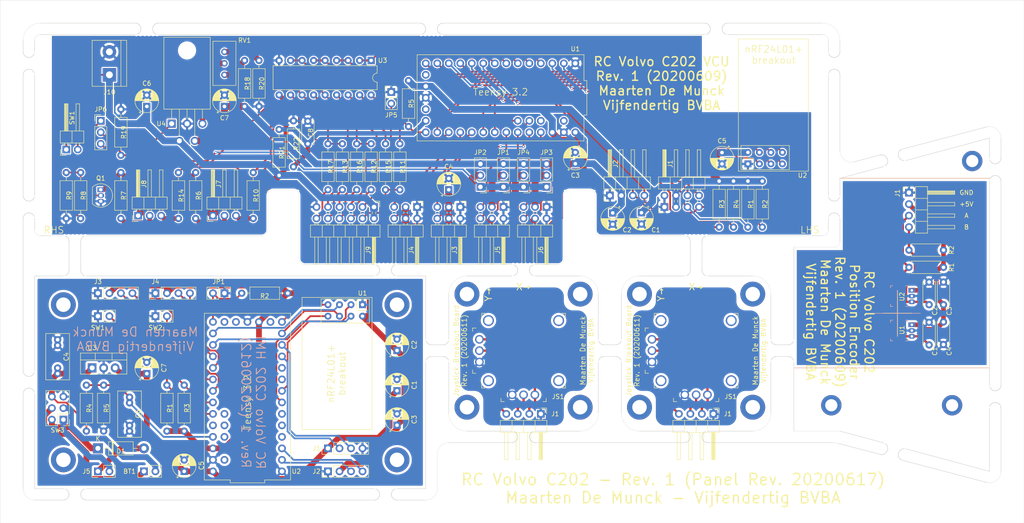
<source format=kicad_pcb>
(kicad_pcb (version 20171130) (host pcbnew 5.1.6+dfsg1-1)
  (title_block (title "Earth Rover") (date 2020-06-17) (rev "1 (Panel Rev. 2)") (company "Vijfendertig BVBA") (comment 1 "Maarten De Munck") (comment 2 "Production Panel"))
  (layers (0 F.Cu signal) (31 B.Cu signal) (34 B.Paste user) (35 F.Paste user) (36 B.SilkS user) (37 F.SilkS user) (38 B.Mask user) (39 F.Mask user) (44 Edge.Cuts user))
  (net 0 "")
  (net 1 GND)
  (net 2 +3V3)
  (net 3 +5V)
  (net 4 +BATT)
  (net 5 /BATTERY_MONITOR)
  (net 6 /GPS_SERIAL_TX)
  (net 7 /GPS_SERIAL_RX)
  (net 8 /ENCODER_A)
  (net 9 /ENCODER_B)
  (net 10 /IMU_I2C_SCL)
  (net 11 /IMU_I2C_SDA)
  (net 12 /SENSOR_1)
  (net 13 /SENSOR_2)
  (net 14 /SENSOR_3)
  (net 15 /STEERING)
  (net 16 /SENSOR_4)
  (net 17 /THROTTLE)
  (net 18 /GEARBOX)
  (net 19 /WINCH)
  (net 20 /BEC)
  (net 21 /RESET_EEPROM)
  (net 22 "Net-(JP6-Pad2)")
  (net 23 "Net-(JP6-Pad1)")
  (net 24 "Net-(Q1-Pad2)")
  (net 25 "Net-(Q1-Pad1)")
  (net 26 "Net-(R10-Pad2)")
  (net 27 "Net-(R11-Pad2)")
  (net 28 /HEADLAMPS)
  (net 29 "Net-(R18-Pad2)")
  (net 30 "Net-(R20-Pad1)")
  (net 31 "Net-(RV1-Pad2)")
  (net 32 /POSITION_LAMPS)
  (net 33 /STOP_LAMPS)
  (net 34 /LEFT_TURN_SIGNALS)
  (net 35 /RIGHT_TURN_SIGNALS)
  (net 36 /NRF24L01_IRQ)
  (net 37 /NRF24L01_CE)
  (net 38 /NRF24L01_MOSI)
  (net 39 /NRF24L01_MISO)
  (net 40 /NRF24L01_SCK)
  (net 41 /NRF24L01_CSN)
  (net 42 "Net-(J6-Pad4)")
  (net 43 "Net-(J6-Pad3)")
  (net 44 "Net-(J7-Pad3)")
  (net 45 "Net-(J8-Pad3)")
  (net 46 "Net-(J8-Pad2)")
  (net 47 "Net-(J9-Pad3)")
  (net 48 "Net-(R13-Pad2)")
  (net 49 "Net-(R15-Pad2)")
  (net 50 "Net-(U1-Pad15)")
  (net 51 "Net-(U1-Pad18)")
  (net 52 "Net-(U1-Pad34)")
  (net 53 "Net-(U1-Pad35)")
  (net 54 "Net-(J5-Pad4)")
  (net 55 "Net-(J5-Pad3)")
  (net 56 "Net-(J7-Pad2)")
  (net 57 "Net-(J9-Pad4)")
  (net 58 "Net-(J9-Pad5)")
  (net 59 "Net-(J9-Pad6)")
  (net 60 "Net-(J9-Pad7)")
  (net 61 "Net-(J9-Pad8)")
  (net 62 "Net-(J9-Pad9)")
  (net 63 "Net-(J9-Pad10)")
  (net 64 "Net-(J9-Pad12)")
  (net 65 "Net-(C1-Pad1)")
  (net 66 "Net-(C2-Pad1)")
  (net 67 "Net-(C4-Pad1)")
  (net 68 "Net-(D1-Pad1)")
  (net 69 /CHARGE_+)
  (net 70 /NEXTION_TX)
  (net 71 /NEXTION_RX)
  (net 72 /JS_LEFT_X)
  (net 73 /JS_LEFT_Y)
  (net 74 /JS_RIGHT_Y)
  (net 75 /JS_RIGHT_X)
  (net 76 /CHARGE_GND)
  (net 77 /BTN_LEFT)
  (net 78 /BTN_RIGHT)
  (net 79 "Net-(U2-Pad4)")
  (net 80 "Net-(U2-Pad5)")
  (net 81 "Net-(U2-Pad6)")
  (net 82 "Net-(U2-Pad9)")
  (net 83 "Net-(U2-Pad10)")
  (net 84 "Net-(U2-Pad15)")
  (net 85 "Net-(U2-Pad18)")
  (net 86 "Net-(U2-Pad19)")
  (net 87 "Net-(U2-Pad29)")
  (net 88 "Net-(U2-Pad34)")
  (net 89 "Net-(U2-Pad35)")
  (net 90 "Net-(U2-Pad36)")
  (net 91 "Net-(U2-Pad37)")
  (net 92 /BATT_GND)
  (net 93 /BATT_+)
  (net 94 /GND)
  (net 95 /V+)
  (net 96 /X)
  (net 97 /Y)
  (module earth-rover-footprints:Alps_RKJXK122000D (layer F.Cu) (at 256.54 147.32 180)
    (fp_text reference JS1 (at -7.62 -10.16) (layer F.SilkS))
    (fp_text value "Alps Alpine RKJXK122000D")
    (pad "" thru_hole circle (at -7.75 6.65 180) (size 2.4 2.4) (drill 1.8) (layers *.Cu *.Mask))
    (pad "" thru_hole circle (at -7.75 -6.65 180) (size 2.4 2.4) (drill 1.8) (layers *.Cu *.Mask))
    (pad "" thru_hole circle (at 7.75 -6.65 180) (size 2.4 2.4) (drill 1.8) (layers *.Cu *.Mask))
    (pad "" thru_hole circle (at 7.75 6.65 180) (size 2.4 2.4) (drill 1.8) (layers *.Cu *.Mask))
    (pad 6 thru_hole circle (at -2.5 -9.75 180) (size 1.9 1.9) (drill 1.3) (layers *.Cu *.Mask))
    (pad 5 thru_hole circle (at 0 -9.75 180) (size 1.9 1.9) (drill 1.3) (layers *.Cu *.Mask))
    (pad 4 thru_hole circle (at 2.5 -9.75 180) (size 1.9 1.9) (drill 1.3) (layers *.Cu *.Mask))
    (pad 3 thru_hole circle (at 9.75 -2.5 180) (size 1.9 1.9) (drill 1.3) (layers *.Cu *.Mask))
    (pad 2 thru_hole circle (at 9.75 0 180) (size 1.9 1.9) (drill 1.3) (layers *.Cu *.Mask))
    (pad 1 thru_hole circle (at 9.75 2.5 180) (size 1.9 1.9) (drill 1.3) (layers *.Cu *.Mask))
  )
  (module MountingHole:MountingHole_3.2mm_M3_ISO14580_Pad (layer F.Cu) (at 269.04 134.82)
    (fp_text reference REF** hide)
    (fp_text value MountingHole_3.2mm_M3_ISO14580_Pad hide)
    (pad 1 thru_hole circle (at 0 0) (size 5.5 5.5) (drill 3.2) (layers *.Cu *.Mask))
  )
  (module MountingHole:MountingHole_3.2mm_M3_ISO14580_Pad (layer F.Cu) (at 269.04 159.82)
    (fp_text reference REF** hide)
    (fp_text value MountingHole_3.2mm_M3_ISO14580_Pad hide)
    (pad 1 thru_hole circle (at 0 0) (size 5.5 5.5) (drill 3.2) (layers *.Cu *.Mask))
  )
  (module Connector_PinHeader_2.54mm:PinHeader_1x04_P2.54mm_Horizontal (layer F.Cu) (at 260.35 161.29 270)
    (fp_text reference J1 (at 0 -3.175) (layer F.SilkS))
    (fp_text value Conn_01x04_Male)
    (pad 4 thru_hole oval (at 0 7.62 270) (size 1.7 1.7) (drill 1) (layers *.Cu *.Mask))
    (pad 3 thru_hole oval (at 0 5.08 270) (size 1.7 1.7) (drill 1) (layers *.Cu *.Mask))
    (pad 2 thru_hole oval (at 0 2.54 270) (size 1.7 1.7) (drill 1) (layers *.Cu *.Mask))
    (pad 1 thru_hole rect (at 0 0 270) (size 1.7 1.7) (drill 1) (layers *.Cu *.Mask))
  )
  (module MountingHole:MountingHole_3.2mm_M3_ISO14580_Pad (layer F.Cu) (at 244.04 134.82)
    (fp_text reference REF** hide)
    (fp_text value MountingHole_3.2mm_M3_ISO14580_Pad hide)
    (pad 1 thru_hole circle (at 0 0) (size 5.5 5.5) (drill 3.2) (layers *.Cu *.Mask))
  )
  (module MountingHole:MountingHole_3.2mm_M3_ISO14580_Pad (layer F.Cu) (at 244.04 159.82)
    (fp_text reference REF** hide)
    (fp_text value MountingHole_3.2mm_M3_ISO14580_Pad hide)
    (pad 1 thru_hole circle (at 0 0) (size 5.5 5.5) (drill 3.2) (layers *.Cu *.Mask))
  )
  (module earth-rover-footprints:Teensy_3.2 (layer F.Cu) (at 213.36 91.44 180)
    (fp_text reference U1 (at -16.51 10.795) (layer F.SilkS))
    (fp_text value Teensy3.2)
    (pad 1 thru_hole circle (at -16.51 7.62 180) (size 1.7 1.7) (drill 1) (layers *.Cu *.Mask) (net 1 GND))
    (pad 2 thru_hole circle (at -13.97 7.62 180) (size 1.7 1.7) (drill 1) (layers *.Cu *.Mask) (net 6 /GPS_SERIAL_TX))
    (pad 3 thru_hole circle (at -11.43 7.62 180) (size 1.7 1.7) (drill 1) (layers *.Cu *.Mask) (net 7 /GPS_SERIAL_RX))
    (pad 4 thru_hole circle (at -8.89 7.62 180) (size 1.7 1.7) (drill 1) (layers *.Cu *.Mask) (net 32 /POSITION_LAMPS))
    (pad 5 thru_hole circle (at -6.35 7.62 180) (size 1.7 1.7) (drill 1) (layers *.Cu *.Mask) (net 33 /STOP_LAMPS))
    (pad 6 thru_hole circle (at -3.81 7.62 180) (size 1.7 1.7) (drill 1) (layers *.Cu *.Mask) (net 34 /LEFT_TURN_SIGNALS))
    (pad 7 thru_hole circle (at -1.27 7.62 180) (size 1.7 1.7) (drill 1) (layers *.Cu *.Mask) (net 35 /RIGHT_TURN_SIGNALS))
    (pad 8 thru_hole circle (at 1.27 7.62 180) (size 1.7 1.7) (drill 1) (layers *.Cu *.Mask) (net 28 /HEADLAMPS))
    (pad 9 thru_hole circle (at 3.81 7.62 180) (size 1.7 1.7) (drill 1) (layers *.Cu *.Mask) (net 8 /ENCODER_A))
    (pad 10 thru_hole circle (at 6.35 7.62 180) (size 1.7 1.7) (drill 1) (layers *.Cu *.Mask) (net 9 /ENCODER_B))
    (pad 11 thru_hole circle (at 8.89 7.62 180) (size 1.7 1.7) (drill 1) (layers *.Cu *.Mask) (net 36 /NRF24L01_IRQ))
    (pad 12 thru_hole circle (at 11.43 7.62 180) (size 1.7 1.7) (drill 1) (layers *.Cu *.Mask) (net 37 /NRF24L01_CE))
    (pad 13 thru_hole circle (at 13.97 7.62 180) (size 1.7 1.7) (drill 1) (layers *.Cu *.Mask) (net 38 /NRF24L01_MOSI))
    (pad 14 thru_hole circle (at 16.51 7.62 180) (size 1.7 1.7) (drill 1) (layers *.Cu *.Mask) (net 39 /NRF24L01_MISO))
    (pad 15 thru_hole circle (at 16.51 5.08 180) (size 1.7 1.7) (drill 1) (layers *.Cu *.Mask) (net 50 "Net-(U1-Pad15)"))
    (pad 16 thru_hole circle (at 16.51 2.54 180) (size 1.7 1.7) (drill 1) (layers *.Cu *.Mask) (net 2 +3V3))
    (pad 17 thru_hole circle (at 16.51 0 180) (size 1.7 1.7) (drill 1) (layers *.Cu *.Mask) (net 1 GND))
    (pad 18 thru_hole circle (at 16.51 -2.54 180) (size 1.7 1.7) (drill 1) (layers *.Cu *.Mask) (net 51 "Net-(U1-Pad18)"))
    (pad 19 thru_hole circle (at 16.51 -5.08 180) (size 1.7 1.7) (drill 1) (layers *.Cu *.Mask) (net 5 /BATTERY_MONITOR))
    (pad 20 thru_hole circle (at 16.51 -7.62 180) (size 1.7 1.7) (drill 1) (layers *.Cu *.Mask) (net 21 /RESET_EEPROM))
    (pad 21 thru_hole circle (at 13.97 -7.62 180) (size 1.7 1.7) (drill 1) (layers *.Cu *.Mask) (net 40 /NRF24L01_SCK))
    (pad 22 thru_hole circle (at 11.43 -7.62 180) (size 1.7 1.7) (drill 1) (layers *.Cu *.Mask) (net 41 /NRF24L01_CSN))
    (pad 23 thru_hole circle (at 8.89 -7.62 180) (size 1.7 1.7) (drill 1) (layers *.Cu *.Mask) (net 16 /SENSOR_4))
    (pad 24 thru_hole circle (at 6.35 -7.62 180) (size 1.7 1.7) (drill 1) (layers *.Cu *.Mask) (net 14 /SENSOR_3))
    (pad 25 thru_hole circle (at 3.81 -7.62 180) (size 1.7 1.7) (drill 1) (layers *.Cu *.Mask) (net 11 /IMU_I2C_SDA))
    (pad 26 thru_hole circle (at 1.27 -7.62 180) (size 1.7 1.7) (drill 1) (layers *.Cu *.Mask) (net 10 /IMU_I2C_SCL))
    (pad 27 thru_hole circle (at -1.27 -7.62 180) (size 1.7 1.7) (drill 1) (layers *.Cu *.Mask) (net 15 /STEERING))
    (pad 28 thru_hole circle (at -3.81 -7.62 180) (size 1.7 1.7) (drill 1) (layers *.Cu *.Mask) (net 17 /THROTTLE))
    (pad 29 thru_hole circle (at -6.35 -7.62 180) (size 1.7 1.7) (drill 1) (layers *.Cu *.Mask) (net 18 /GEARBOX))
    (pad 30 thru_hole circle (at -8.89 -7.62 180) (size 1.7 1.7) (drill 1) (layers *.Cu *.Mask) (net 19 /WINCH))
    (pad 31 thru_hole circle (at -11.43 -7.62 180) (size 1.7 1.7) (drill 1) (layers *.Cu *.Mask) (net 2 +3V3))
    (pad 32 thru_hole circle (at -13.97 -7.62 180) (size 1.7 1.7) (drill 1) (layers *.Cu *.Mask) (net 1 GND))
    (pad 33 thru_hole circle (at -16.51 -7.62 180) (size 1.7 1.7) (drill 1) (layers *.Cu *.Mask) (net 3 +5V))
    (pad 34 thru_hole circle (at -13.97 -5.08 180) (size 1.7 1.7) (drill 1) (layers *.Cu *.Mask) (net 52 "Net-(U1-Pad34)"))
    (pad 35 thru_hole circle (at -8.89 -5.08 180) (size 1.7 1.7) (drill 1) (layers *.Cu *.Mask) (net 53 "Net-(U1-Pad35)"))
    (pad 36 thru_hole circle (at -6.35 -5.08 180) (size 1.7 1.7) (drill 1) (layers *.Cu *.Mask) (net 12 /SENSOR_1))
    (pad 37 thru_hole circle (at -3.81 -5.08 180) (size 1.7 1.7) (drill 1) (layers *.Cu *.Mask) (net 13 /SENSOR_2))
  )
  (module Connector_PinHeader_2.54mm:PinHeader_1x02_P2.54mm_Vertical (layer F.Cu) (at 189.23 90.17)
    (fp_text reference JP5 (at 0 5.08) (layer F.SilkS))
    (fp_text value Jumper_2_Open)
    (pad 2 thru_hole oval (at 0 2.54) (size 1.7 1.7) (drill 1) (layers *.Cu *.Mask) (net 21 /RESET_EEPROM))
    (pad 1 thru_hole rect (at 0 0) (size 1.7 1.7) (drill 1) (layers *.Cu *.Mask) (net 1 GND))
  )
  (module Package_DIP:DIP-18_W7.62mm (layer F.Cu) (at 184.785 83.185 270)
    (fp_text reference U3 (at 0 -2.54 180) (layer F.SilkS))
    (fp_text value ULN2803A)
    (pad 18 thru_hole oval (at 7.62 0 270) (size 1.6 1.6) (drill 0.8) (layers *.Cu *.Mask) (net 27 "Net-(R11-Pad2)"))
    (pad 9 thru_hole oval (at 0 20.32 270) (size 1.6 1.6) (drill 0.8) (layers *.Cu *.Mask) (net 1 GND))
    (pad 17 thru_hole oval (at 7.62 2.54 270) (size 1.6 1.6) (drill 0.8) (layers *.Cu *.Mask) (net 47 "Net-(J9-Pad3)"))
    (pad 8 thru_hole oval (at 0 17.78 270) (size 1.6 1.6) (drill 0.8) (layers *.Cu *.Mask) (net 35 /RIGHT_TURN_SIGNALS))
    (pad 16 thru_hole oval (at 7.62 5.08 270) (size 1.6 1.6) (drill 0.8) (layers *.Cu *.Mask) (net 49 "Net-(R15-Pad2)"))
    (pad 7 thru_hole oval (at 0 15.24 270) (size 1.6 1.6) (drill 0.8) (layers *.Cu *.Mask) (net 35 /RIGHT_TURN_SIGNALS))
    (pad 15 thru_hole oval (at 7.62 7.62 270) (size 1.6 1.6) (drill 0.8) (layers *.Cu *.Mask) (net 58 "Net-(J9-Pad5)"))
    (pad 6 thru_hole oval (at 0 12.7 270) (size 1.6 1.6) (drill 0.8) (layers *.Cu *.Mask) (net 34 /LEFT_TURN_SIGNALS))
    (pad 14 thru_hole oval (at 7.62 10.16 270) (size 1.6 1.6) (drill 0.8) (layers *.Cu *.Mask) (net 26 "Net-(R10-Pad2)"))
    (pad 5 thru_hole oval (at 0 10.16 270) (size 1.6 1.6) (drill 0.8) (layers *.Cu *.Mask) (net 34 /LEFT_TURN_SIGNALS))
    (pad 13 thru_hole oval (at 7.62 12.7 270) (size 1.6 1.6) (drill 0.8) (layers *.Cu *.Mask) (net 60 "Net-(J9-Pad7)"))
    (pad 4 thru_hole oval (at 0 7.62 270) (size 1.6 1.6) (drill 0.8) (layers *.Cu *.Mask) (net 33 /STOP_LAMPS))
    (pad 12 thru_hole oval (at 7.62 15.24 270) (size 1.6 1.6) (drill 0.8) (layers *.Cu *.Mask) (net 48 "Net-(R13-Pad2)"))
    (pad 3 thru_hole oval (at 0 5.08 270) (size 1.6 1.6) (drill 0.8) (layers *.Cu *.Mask) (net 33 /STOP_LAMPS))
    (pad 11 thru_hole oval (at 7.62 17.78 270) (size 1.6 1.6) (drill 0.8) (layers *.Cu *.Mask) (net 62 "Net-(J9-Pad9)"))
    (pad 2 thru_hole oval (at 0 2.54 270) (size 1.6 1.6) (drill 0.8) (layers *.Cu *.Mask) (net 32 /POSITION_LAMPS))
    (pad 10 thru_hole oval (at 7.62 20.32 270) (size 1.6 1.6) (drill 0.8) (layers *.Cu *.Mask) (net 4 +BATT))
    (pad 1 thru_hole rect (at 0 0 270) (size 1.6 1.6) (drill 0.8) (layers *.Cu *.Mask) (net 32 /POSITION_LAMPS))
  )
  (module Resistor_THT:R_Axial_DIN0207_L6.3mm_D2.5mm_P10.16mm_Horizontal (layer F.Cu) (at 129.54 104.14 90)
    (fp_text reference R19 (at 5.08 0.635 90) (layer F.SilkS))
    (fp_text value 10k)
    (pad 2 thru_hole oval (at 10.16 0 90) (size 1.6 1.6) (drill 0.8) (layers *.Cu *.Mask) (net 1 GND))
    (pad 1 thru_hole circle (at 0 0 90) (size 1.6 1.6) (drill 0.8) (layers *.Cu *.Mask) (net 22 "Net-(JP6-Pad2)"))
  )
  (module Connector_PinHeader_2.54mm:PinHeader_1x02_P2.54mm_Horizontal (layer F.Cu) (at 117.475 102.87 90)
    (fp_text reference SW1 (at 6.985 1.27 90) (layer F.SilkS))
    (fp_text value SW_SPST)
    (pad 2 thru_hole oval (at 0 2.54 90) (size 1.7 1.7) (drill 1) (layers *.Cu *.Mask) (net 23 "Net-(JP6-Pad1)"))
    (pad 1 thru_hole rect (at 0 0 90) (size 1.7 1.7) (drill 1) (layers *.Cu *.Mask) (net 4 +BATT))
  )
  (module Resistor_THT:R_Axial_DIN0207_L6.3mm_D2.5mm_P10.16mm_Horizontal (layer F.Cu) (at 158.75 118.11 90)
    (fp_text reference R10 (at 5.08 0.635 90) (layer F.SilkS))
    (fp_text value 330E)
    (pad 2 thru_hole oval (at 10.16 0 90) (size 1.6 1.6) (drill 0.8) (layers *.Cu *.Mask) (net 26 "Net-(R10-Pad2)"))
    (pad 1 thru_hole circle (at 0 0 90) (size 1.6 1.6) (drill 0.8) (layers *.Cu *.Mask) (net 44 "Net-(J7-Pad3)"))
  )
  (module Resistor_THT:R_Axial_DIN0207_L6.3mm_D2.5mm_P10.16mm_Horizontal (layer F.Cu) (at 191.135 111.76 90)
    (fp_text reference R11 (at 5.08 0.635 90) (layer F.SilkS))
    (fp_text value 470E)
    (pad 2 thru_hole oval (at 10.16 0 90) (size 1.6 1.6) (drill 0.8) (layers *.Cu *.Mask) (net 27 "Net-(R11-Pad2)"))
    (pad 1 thru_hole circle (at 0 0 90) (size 1.6 1.6) (drill 0.8) (layers *.Cu *.Mask) (net 57 "Net-(J9-Pad4)"))
  )
  (module Package_TO_SOT_THT:TO-92_Inline (layer F.Cu) (at 125.095 111.76 270)
    (fp_text reference Q1 (at -2.54 0 180) (layer F.SilkS))
    (fp_text value BC517)
    (pad 2 thru_hole oval (at 1.27 0 270) (size 1.05 1.5) (drill 0.75) (layers *.Cu *.Mask) (net 24 "Net-(Q1-Pad2)"))
    (pad 3 thru_hole oval (at 2.54 0 270) (size 1.05 1.5) (drill 0.75) (layers *.Cu *.Mask) (net 1 GND))
    (pad 1 thru_hole rect (at 0 0 270) (size 1.05 1.5) (drill 0.75) (layers *.Cu *.Mask) (net 25 "Net-(Q1-Pad1)"))
  )
  (module Capacitor_THT:C_Disc_D5.0mm_W2.5mm_P5.00mm (layer F.Cu) (at 170.815 101.6 90)
    (fp_text reference C8 (at 2.46 0.635 90) (layer F.SilkS))
    (fp_text value 100n)
    (pad 2 thru_hole circle (at 5 0 90) (size 1.6 1.6) (drill 0.8) (layers *.Cu *.Mask) (net 1 GND))
    (pad 1 thru_hole circle (at 0 0 90) (size 1.6 1.6) (drill 0.8) (layers *.Cu *.Mask) (net 5 /BATTERY_MONITOR))
  )
  (module Resistor_THT:R_Axial_DIN0207_L6.3mm_D2.5mm_P10.16mm_Horizontal (layer F.Cu) (at 160.02 83.185 270)
    (fp_text reference R20 (at 5.08 -0.635 90) (layer F.SilkS))
    (fp_text value 240E)
    (pad 2 thru_hole oval (at 10.16 0 270) (size 1.6 1.6) (drill 0.8) (layers *.Cu *.Mask) (net 1 GND))
    (pad 1 thru_hole circle (at 0 0 270) (size 1.6 1.6) (drill 0.8) (layers *.Cu *.Mask) (net 30 "Net-(R20-Pad1)"))
  )
  (module Connector_PinHeader_2.54mm:PinHeader_1x03_P2.54mm_Vertical (layer F.Cu) (at 125.095 96.52)
    (fp_text reference JP6 (at 0 -2.54) (layer F.SilkS))
    (fp_text value Jumper_3_Bridged12 hide)
    (pad 3 thru_hole oval (at 0 5.08) (size 1.7 1.7) (drill 1) (layers *.Cu *.Mask) (net 20 /BEC))
    (pad 2 thru_hole oval (at 0 2.54) (size 1.7 1.7) (drill 1) (layers *.Cu *.Mask) (net 22 "Net-(JP6-Pad2)"))
    (pad 1 thru_hole rect (at 0 0) (size 1.7 1.7) (drill 1) (layers *.Cu *.Mask) (net 23 "Net-(JP6-Pad1)"))
  )
  (module Potentiometer_THT:Potentiometer_Bourns_3296W_Vertical (layer F.Cu) (at 152.4 86.36 270)
    (fp_text reference RV1 (at -7.62 -4.445 180) (layer F.SilkS))
    (fp_text value 100E)
    (pad 3 thru_hole circle (at -5.08 0 270) (size 1.44 1.44) (drill 0.8) (layers *.Cu *.Mask) (net 30 "Net-(R20-Pad1)"))
    (pad 2 thru_hole circle (at -2.54 0 270) (size 1.44 1.44) (drill 0.8) (layers *.Cu *.Mask) (net 31 "Net-(RV1-Pad2)"))
    (pad 1 thru_hole circle (at 0 0 270) (size 1.44 1.44) (drill 0.8) (layers *.Cu *.Mask) (net 29 "Net-(R18-Pad2)"))
  )
  (module TerminalBlock:TerminalBlock_bornier-2_P5.08mm (layer F.Cu) (at 127 86.36 90)
    (fp_text reference J10 (at -3.81 0 180) (layer F.SilkS))
    (fp_text value Connector:Screw_Terminal_01x02 hide)
    (pad 2 thru_hole circle (at 5.08 0 90) (size 3 3) (drill 1.52) (layers *.Cu *.Mask) (net 1 GND))
    (pad 1 thru_hole rect (at 0 0 90) (size 3 3) (drill 1.52) (layers *.Cu *.Mask) (net 4 +BATT))
  )
  (module Resistor_THT:R_Axial_DIN0207_L6.3mm_D2.5mm_P10.16mm_Horizontal (layer F.Cu) (at 156.845 93.345 90)
    (fp_text reference R18 (at 5.08 0.635 90) (layer F.SilkS))
    (fp_text value 820E)
    (pad 1 thru_hole circle (at 0 0 90) (size 1.6 1.6) (drill 0.8) (layers *.Cu *.Mask) (net 3 +5V))
    (pad 2 thru_hole oval (at 10.16 0 90) (size 1.6 1.6) (drill 0.8) (layers *.Cu *.Mask) (net 29 "Net-(R18-Pad2)"))
  )
  (module Capacitor_THT:CP_Radial_D5.0mm_P2.50mm (layer F.Cu) (at 135.255 93.345 90)
    (fp_text reference C6 (at 5.08 0 180) (layer F.SilkS))
    (fp_text value 10u)
    (pad 2 thru_hole circle (at 2.5 0 90) (size 1.6 1.6) (drill 0.8) (layers *.Cu *.Mask) (net 1 GND))
    (pad 1 thru_hole rect (at 0 0 90) (size 1.6 1.6) (drill 0.8) (layers *.Cu *.Mask) (net 4 +BATT))
  )
  (module Package_TO_SOT_THT:TO-220-5_P3.4x3.8mm_StaggerEven_Lead7.13mm_TabDown (layer F.Cu) (at 140.745 97.155)
    (fp_text reference U4 (at -2.315 0) (layer F.SilkS))
    (fp_text value MIC29502WT)
    (pad 5 thru_hole oval (at 6.8 0) (size 1.8 1.8) (drill 1.1) (layers *.Cu *.Mask) (net 31 "Net-(RV1-Pad2)"))
    (pad 4 thru_hole oval (at 5.1 3.8) (size 1.8 1.8) (drill 1.1) (layers *.Cu *.Mask) (net 3 +5V))
    (pad 3 thru_hole oval (at 3.4 0) (size 1.8 1.8) (drill 1.1) (layers *.Cu *.Mask) (net 1 GND))
    (pad 2 thru_hole oval (at 1.7 3.8) (size 1.8 1.8) (drill 1.1) (layers *.Cu *.Mask) (net 4 +BATT))
    (pad 1 thru_hole rect (at 0 0) (size 1.8 1.8) (drill 1.1) (layers *.Cu *.Mask) (net 22 "Net-(JP6-Pad2)"))
    (pad "" np_thru_hole oval (at 3.4 -16.18) (size 3.5 3.5) (drill 3.5) (layers *.Cu *.Mask))
  )
  (module Resistor_THT:R_Axial_DIN0207_L6.3mm_D2.5mm_P10.16mm_Horizontal (layer F.Cu) (at 164.465 108.585 90)
    (fp_text reference R21 (at 5.08 0.635 90) (layer F.SilkS))
    (fp_text value "270k, 1%")
    (pad 2 thru_hole oval (at 10.16 0 90) (size 1.6 1.6) (drill 0.8) (layers *.Cu *.Mask) (net 5 /BATTERY_MONITOR))
    (pad 1 thru_hole circle (at 0 0 90) (size 1.6 1.6) (drill 0.8) (layers *.Cu *.Mask) (net 4 +BATT))
  )
  (module Resistor_THT:R_Axial_DIN0207_L6.3mm_D2.5mm_P10.16mm_Horizontal (layer F.Cu) (at 181.61 111.76 90)
    (fp_text reference R16 (at 5.08 0.635 90) (layer F.SilkS))
    (fp_text value 330E)
    (pad 2 thru_hole oval (at 10.16 0 90) (size 1.6 1.6) (drill 0.8) (layers *.Cu *.Mask) (net 26 "Net-(R10-Pad2)"))
    (pad 1 thru_hole circle (at 0 0 90) (size 1.6 1.6) (drill 0.8) (layers *.Cu *.Mask) (net 61 "Net-(J9-Pad8)"))
  )
  (module Capacitor_THT:CP_Radial_D5.0mm_P2.50mm (layer F.Cu) (at 244.475 116.84 270)
    (fp_text reference C1 (at 3.81 -3.175 180) (layer F.SilkS))
    (fp_text value 10u)
    (pad 1 thru_hole rect (at 0 0 270) (size 1.6 1.6) (drill 0.8) (layers *.Cu *.Mask) (net 2 +3V3))
    (pad 2 thru_hole circle (at 2.5 0 270) (size 1.6 1.6) (drill 0.8) (layers *.Cu *.Mask) (net 1 GND))
  )
  (module Capacitor_THT:CP_Radial_D5.0mm_P2.50mm (layer F.Cu) (at 238.125 116.88 270)
    (fp_text reference C2 (at 3.77 -3.175) (layer F.SilkS))
    (fp_text value 10u)
    (pad 2 thru_hole circle (at 2.5 0 270) (size 1.6 1.6) (drill 0.8) (layers *.Cu *.Mask) (net 1 GND))
    (pad 1 thru_hole rect (at 0 0 270) (size 1.6 1.6) (drill 0.8) (layers *.Cu *.Mask) (net 3 +5V))
  )
  (module Capacitor_THT:CP_Radial_D5.0mm_P2.50mm (layer F.Cu) (at 229.87 106.005 90)
    (fp_text reference C3 (at -2.58 0) (layer F.SilkS))
    (fp_text value 10u)
    (pad 2 thru_hole circle (at 2.5 0 90) (size 1.6 1.6) (drill 0.8) (layers *.Cu *.Mask) (net 1 GND))
    (pad 1 thru_hole rect (at 0 0 90) (size 1.6 1.6) (drill 0.8) (layers *.Cu *.Mask) (net 3 +5V))
  )
  (module Capacitor_THT:CP_Radial_D5.0mm_P2.50mm (layer F.Cu) (at 262.255 103.545 270)
    (fp_text reference C5 (at -2.58 0) (layer F.SilkS))
    (fp_text value 10u)
    (pad 1 thru_hole rect (at 0 0 270) (size 1.6 1.6) (drill 0.8) (layers *.Cu *.Mask) (net 2 +3V3))
    (pad 2 thru_hole circle (at 2.5 0 270) (size 1.6 1.6) (drill 0.8) (layers *.Cu *.Mask) (net 1 GND))
  )
  (module Capacitor_THT:CP_Radial_D5.0mm_P2.50mm (layer F.Cu) (at 152.4 93.345 90)
    (fp_text reference C7 (at -2.54 0 180) (layer F.SilkS))
    (fp_text value 22u)
    (pad 1 thru_hole rect (at 0 0 90) (size 1.6 1.6) (drill 0.8) (layers *.Cu *.Mask) (net 3 +5V))
    (pad 2 thru_hole circle (at 2.5 0 90) (size 1.6 1.6) (drill 0.8) (layers *.Cu *.Mask) (net 1 GND))
  )
  (module Connector_PinHeader_2.54mm:PinHeader_1x04_P2.54mm_Horizontal (layer F.Cu) (at 237.49 113.03 90)
    (fp_text reference J2 (at 6.985 1.27 90) (layer F.SilkS))
    (fp_text value Conn_01x04_Male)
    (pad 1 thru_hole rect (at 0 0 90) (size 1.7 1.7) (drill 1) (layers *.Cu *.Mask) (net 1 GND))
    (pad 2 thru_hole oval (at 0 2.54 90) (size 1.7 1.7) (drill 1) (layers *.Cu *.Mask) (net 3 +5V))
    (pad 3 thru_hole oval (at 0 5.08 90) (size 1.7 1.7) (drill 1) (layers *.Cu *.Mask) (net 8 /ENCODER_A))
    (pad 4 thru_hole oval (at 0 7.62 90) (size 1.7 1.7) (drill 1) (layers *.Cu *.Mask) (net 9 /ENCODER_B))
  )
  (module Connector_PinHeader_2.54mm:PinHeader_2x03_P2.54mm_Horizontal (layer F.Cu) (at 204.47 115.57 270)
    (fp_text reference J3 (at 9.525 1.27 90) (layer F.SilkS))
    (fp_text value Conn_02x03_Male)
    (pad 6 thru_hole oval (at 2.54 5.08 270) (size 1.7 1.7) (drill 1) (layers *.Cu *.Mask) (net 12 /SENSOR_1))
    (pad 5 thru_hole oval (at 0 5.08 270) (size 1.7 1.7) (drill 1) (layers *.Cu *.Mask) (net 13 /SENSOR_2))
    (pad 4 thru_hole oval (at 2.54 2.54 270) (size 1.7 1.7) (drill 1) (layers *.Cu *.Mask) (net 2 +3V3))
    (pad 3 thru_hole oval (at 0 2.54 270) (size 1.7 1.7) (drill 1) (layers *.Cu *.Mask) (net 2 +3V3))
    (pad 2 thru_hole oval (at 2.54 0 270) (size 1.7 1.7) (drill 1) (layers *.Cu *.Mask) (net 1 GND))
    (pad 1 thru_hole rect (at 0 0 270) (size 1.7 1.7) (drill 1) (layers *.Cu *.Mask) (net 1 GND))
  )
  (module Connector_PinHeader_2.54mm:PinHeader_2x03_P2.54mm_Horizontal (layer F.Cu) (at 194.945 115.57 270)
    (fp_text reference J4 (at 9.525 1.27 90) (layer F.SilkS))
    (fp_text value Conn_02x03_Male)
    (pad 6 thru_hole oval (at 2.54 5.08 270) (size 1.7 1.7) (drill 1) (layers *.Cu *.Mask) (net 14 /SENSOR_3))
    (pad 5 thru_hole oval (at 0 5.08 270) (size 1.7 1.7) (drill 1) (layers *.Cu *.Mask) (net 16 /SENSOR_4))
    (pad 4 thru_hole oval (at 2.54 2.54 270) (size 1.7 1.7) (drill 1) (layers *.Cu *.Mask) (net 2 +3V3))
    (pad 3 thru_hole oval (at 0 2.54 270) (size 1.7 1.7) (drill 1) (layers *.Cu *.Mask) (net 2 +3V3))
    (pad 2 thru_hole oval (at 2.54 0 270) (size 1.7 1.7) (drill 1) (layers *.Cu *.Mask) (net 1 GND))
    (pad 1 thru_hole rect (at 0 0 270) (size 1.7 1.7) (drill 1) (layers *.Cu *.Mask) (net 1 GND))
  )
  (module Connector_PinHeader_2.54mm:PinHeader_2x03_P2.54mm_Horizontal (layer F.Cu) (at 213.995 115.57 270)
    (fp_text reference J5 (at 9.525 1.27 90) (layer F.SilkS))
    (fp_text value Conn_02x03_Male)
    (pad 1 thru_hole rect (at 0 0 270) (size 1.7 1.7) (drill 1) (layers *.Cu *.Mask) (net 1 GND))
    (pad 2 thru_hole oval (at 2.54 0 270) (size 1.7 1.7) (drill 1) (layers *.Cu *.Mask) (net 1 GND))
    (pad 3 thru_hole oval (at 0 2.54 270) (size 1.7 1.7) (drill 1) (layers *.Cu *.Mask) (net 55 "Net-(J5-Pad3)"))
    (pad 4 thru_hole oval (at 2.54 2.54 270) (size 1.7 1.7) (drill 1) (layers *.Cu *.Mask) (net 54 "Net-(J5-Pad4)"))
    (pad 5 thru_hole oval (at 0 5.08 270) (size 1.7 1.7) (drill 1) (layers *.Cu *.Mask) (net 15 /STEERING))
    (pad 6 thru_hole oval (at 2.54 5.08 270) (size 1.7 1.7) (drill 1) (layers *.Cu *.Mask) (net 17 /THROTTLE))
  )
  (module Connector_PinHeader_2.54mm:PinHeader_2x03_P2.54mm_Horizontal (layer F.Cu) (at 223.52 115.57 270)
    (fp_text reference J6 (at 9.525 1.27 90) (layer F.SilkS))
    (fp_text value Conn_02x03_Male)
    (pad 1 thru_hole rect (at 0 0 270) (size 1.7 1.7) (drill 1) (layers *.Cu *.Mask) (net 1 GND))
    (pad 2 thru_hole oval (at 2.54 0 270) (size 1.7 1.7) (drill 1) (layers *.Cu *.Mask) (net 1 GND))
    (pad 3 thru_hole oval (at 0 2.54 270) (size 1.7 1.7) (drill 1) (layers *.Cu *.Mask) (net 43 "Net-(J6-Pad3)"))
    (pad 4 thru_hole oval (at 2.54 2.54 270) (size 1.7 1.7) (drill 1) (layers *.Cu *.Mask) (net 42 "Net-(J6-Pad4)"))
    (pad 5 thru_hole oval (at 0 5.08 270) (size 1.7 1.7) (drill 1) (layers *.Cu *.Mask) (net 18 /GEARBOX))
    (pad 6 thru_hole oval (at 2.54 5.08 270) (size 1.7 1.7) (drill 1) (layers *.Cu *.Mask) (net 19 /WINCH))
  )
  (module Connector_PinHeader_2.54mm:PinHeader_1x03_P2.54mm_Horizontal (layer F.Cu) (at 149.86 117.475 90)
    (fp_text reference J7 (at 6.985 1.27 90) (layer F.SilkS))
    (fp_text value Conn_01x03_Male hide)
    (pad 1 thru_hole rect (at 0 0 90) (size 1.7 1.7) (drill 1) (layers *.Cu *.Mask) (net 4 +BATT))
    (pad 2 thru_hole oval (at 0 2.54 90) (size 1.7 1.7) (drill 1) (layers *.Cu *.Mask) (net 56 "Net-(J7-Pad2)"))
    (pad 3 thru_hole oval (at 0 5.08 90) (size 1.7 1.7) (drill 1) (layers *.Cu *.Mask) (net 44 "Net-(J7-Pad3)"))
  )
  (module Connector_PinHeader_2.54mm:PinHeader_1x03_P2.54mm_Horizontal (layer F.Cu) (at 133.35 117.475 90)
    (fp_text reference J8 (at 6.985 1.27 90) (layer F.SilkS))
    (fp_text value Conn_01x03_Male hide)
    (pad 3 thru_hole oval (at 0 5.08 90) (size 1.7 1.7) (drill 1) (layers *.Cu *.Mask) (net 45 "Net-(J8-Pad3)"))
    (pad 2 thru_hole oval (at 0 2.54 90) (size 1.7 1.7) (drill 1) (layers *.Cu *.Mask) (net 46 "Net-(J8-Pad2)"))
    (pad 1 thru_hole rect (at 0 0 90) (size 1.7 1.7) (drill 1) (layers *.Cu *.Mask) (net 4 +BATT))
  )
  (module Connector_PinHeader_2.54mm:PinHeader_2x06_P2.54mm_Horizontal (layer F.Cu) (at 185.42 115.57 270)
    (fp_text reference J9 (at 9.525 1.27 90) (layer F.SilkS))
    (fp_text value Conn_02x06_Male_UnitPerRow hide)
    (pad 12 thru_hole oval (at 2.54 12.7 270) (size 1.7 1.7) (drill 1) (layers *.Cu *.Mask) (net 64 "Net-(J9-Pad12)"))
    (pad 11 thru_hole oval (at 0 12.7 270) (size 1.7 1.7) (drill 1) (layers *.Cu *.Mask) (net 1 GND))
    (pad 10 thru_hole oval (at 2.54 10.16 270) (size 1.7 1.7) (drill 1) (layers *.Cu *.Mask) (net 63 "Net-(J9-Pad10)"))
    (pad 9 thru_hole oval (at 0 10.16 270) (size 1.7 1.7) (drill 1) (layers *.Cu *.Mask) (net 62 "Net-(J9-Pad9)"))
    (pad 8 thru_hole oval (at 2.54 7.62 270) (size 1.7 1.7) (drill 1) (layers *.Cu *.Mask) (net 61 "Net-(J9-Pad8)"))
    (pad 7 thru_hole oval (at 0 7.62 270) (size 1.7 1.7) (drill 1) (layers *.Cu *.Mask) (net 60 "Net-(J9-Pad7)"))
    (pad 6 thru_hole oval (at 2.54 5.08 270) (size 1.7 1.7) (drill 1) (layers *.Cu *.Mask) (net 59 "Net-(J9-Pad6)"))
    (pad 5 thru_hole oval (at 0 5.08 270) (size 1.7 1.7) (drill 1) (layers *.Cu *.Mask) (net 58 "Net-(J9-Pad5)"))
    (pad 4 thru_hole oval (at 2.54 2.54 270) (size 1.7 1.7) (drill 1) (layers *.Cu *.Mask) (net 57 "Net-(J9-Pad4)"))
    (pad 3 thru_hole oval (at 0 2.54 270) (size 1.7 1.7) (drill 1) (layers *.Cu *.Mask) (net 47 "Net-(J9-Pad3)"))
    (pad 2 thru_hole oval (at 2.54 0 270) (size 1.7 1.7) (drill 1) (layers *.Cu *.Mask) (net 4 +BATT))
    (pad 1 thru_hole rect (at 0 0 270) (size 1.7 1.7) (drill 1) (layers *.Cu *.Mask) (net 4 +BATT))
  )
  (module Connector_PinHeader_2.54mm:PinHeader_1x03_P2.54mm_Vertical (layer F.Cu) (at 213.995 111.125 180)
    (fp_text reference JP1 (at 0 7.62) (layer F.SilkS))
    (fp_text value Jumper_3_Bridged12)
    (pad 3 thru_hole oval (at 0 5.08 180) (size 1.7 1.7) (drill 1) (layers *.Cu *.Mask) (net 3 +5V))
    (pad 2 thru_hole oval (at 0 2.54 180) (size 1.7 1.7) (drill 1) (layers *.Cu *.Mask) (net 55 "Net-(J5-Pad3)"))
    (pad 1 thru_hole rect (at 0 0 180) (size 1.7 1.7) (drill 1) (layers *.Cu *.Mask) (net 20 /BEC))
  )
  (module Connector_PinHeader_2.54mm:PinHeader_1x03_P2.54mm_Vertical (layer F.Cu) (at 208.915 111.125 180)
    (fp_text reference JP2 (at 0 7.62) (layer F.SilkS))
    (fp_text value Jumper_3_Bridged12)
    (pad 1 thru_hole rect (at 0 0 180) (size 1.7 1.7) (drill 1) (layers *.Cu *.Mask) (net 20 /BEC))
    (pad 2 thru_hole oval (at 0 2.54 180) (size 1.7 1.7) (drill 1) (layers *.Cu *.Mask) (net 54 "Net-(J5-Pad4)"))
    (pad 3 thru_hole oval (at 0 5.08 180) (size 1.7 1.7) (drill 1) (layers *.Cu *.Mask) (net 3 +5V))
  )
  (module Connector_PinHeader_2.54mm:PinHeader_1x03_P2.54mm_Vertical (layer F.Cu) (at 223.52 111.125 180)
    (fp_text reference JP3 (at 0 7.62) (layer F.SilkS))
    (fp_text value Jumper_3_Bridged12)
    (pad 1 thru_hole rect (at 0 0 180) (size 1.7 1.7) (drill 1) (layers *.Cu *.Mask) (net 20 /BEC))
    (pad 2 thru_hole oval (at 0 2.54 180) (size 1.7 1.7) (drill 1) (layers *.Cu *.Mask) (net 43 "Net-(J6-Pad3)"))
    (pad 3 thru_hole oval (at 0 5.08 180) (size 1.7 1.7) (drill 1) (layers *.Cu *.Mask) (net 3 +5V))
  )
  (module Connector_PinHeader_2.54mm:PinHeader_1x03_P2.54mm_Vertical (layer F.Cu) (at 218.44 111.125 180)
    (fp_text reference JP4 (at 0 7.62) (layer F.SilkS))
    (fp_text value Jumper_3_Bridged12)
    (pad 3 thru_hole oval (at 0 5.08 180) (size 1.7 1.7) (drill 1) (layers *.Cu *.Mask) (net 3 +5V))
    (pad 2 thru_hole oval (at 0 2.54 180) (size 1.7 1.7) (drill 1) (layers *.Cu *.Mask) (net 42 "Net-(J6-Pad4)"))
    (pad 1 thru_hole rect (at 0 0 180) (size 1.7 1.7) (drill 1) (layers *.Cu *.Mask) (net 20 /BEC))
  )
  (module Resistor_THT:R_Axial_DIN0207_L6.3mm_D2.5mm_P10.16mm_Horizontal (layer F.Cu) (at 261.62 109.855 270)
    (fp_text reference R3 (at 5.08 -0.635 90) (layer F.SilkS))
    (fp_text value 10k)
    (pad 2 thru_hole oval (at 10.16 0 270) (size 1.6 1.6) (drill 0.8) (layers *.Cu *.Mask) (net 8 /ENCODER_A))
    (pad 1 thru_hole circle (at 0 0 270) (size 1.6 1.6) (drill 0.8) (layers *.Cu *.Mask) (net 2 +3V3))
  )
  (module Resistor_THT:R_Axial_DIN0207_L6.3mm_D2.5mm_P10.16mm_Horizontal (layer F.Cu) (at 264.795 109.855 270)
    (fp_text reference R4 (at 5.08 -0.635 90) (layer F.SilkS))
    (fp_text value 10k)
    (pad 1 thru_hole circle (at 0 0 270) (size 1.6 1.6) (drill 0.8) (layers *.Cu *.Mask) (net 2 +3V3))
    (pad 2 thru_hole oval (at 10.16 0 270) (size 1.6 1.6) (drill 0.8) (layers *.Cu *.Mask) (net 9 /ENCODER_B))
  )
  (module Resistor_THT:R_Axial_DIN0207_L6.3mm_D2.5mm_P10.16mm_Horizontal (layer F.Cu) (at 267.97 109.855 270)
    (fp_text reference R1 (at 5.08 -0.635 90) (layer F.SilkS))
    (fp_text value 10k)
    (pad 1 thru_hole circle (at 0 0 270) (size 1.6 1.6) (drill 0.8) (layers *.Cu *.Mask) (net 2 +3V3))
    (pad 2 thru_hole oval (at 10.16 0 270) (size 1.6 1.6) (drill 0.8) (layers *.Cu *.Mask) (net 11 /IMU_I2C_SDA))
  )
  (module Resistor_THT:R_Axial_DIN0207_L6.3mm_D2.5mm_P10.16mm_Horizontal (layer F.Cu) (at 271.145 109.855 270)
    (fp_text reference R2 (at 5.08 -0.635 90) (layer F.SilkS))
    (fp_text value 10k)
    (pad 2 thru_hole oval (at 10.16 0 270) (size 1.6 1.6) (drill 0.8) (layers *.Cu *.Mask) (net 10 /IMU_I2C_SCL))
    (pad 1 thru_hole circle (at 0 0 270) (size 1.6 1.6) (drill 0.8) (layers *.Cu *.Mask) (net 2 +3V3))
  )
  (module Resistor_THT:R_Axial_DIN0207_L6.3mm_D2.5mm_P10.16mm_Horizontal (layer F.Cu) (at 193.04 87.63 270)
    (fp_text reference R5 (at 5.08 -0.635 90) (layer F.SilkS))
    (fp_text value 10k)
    (pad 1 thru_hole circle (at 0 0 270) (size 1.6 1.6) (drill 0.8) (layers *.Cu *.Mask) (net 2 +3V3))
    (pad 2 thru_hole oval (at 10.16 0 270) (size 1.6 1.6) (drill 0.8) (layers *.Cu *.Mask) (net 21 /RESET_EEPROM))
  )
  (module Resistor_THT:R_Axial_DIN0207_L6.3mm_D2.5mm_P10.16mm_Horizontal (layer F.Cu) (at 146.05 118.11 90)
    (fp_text reference R6 (at 5.08 0.635 90) (layer F.SilkS))
    (fp_text value 10E)
    (pad 1 thru_hole circle (at 0 0 90) (size 1.6 1.6) (drill 0.8) (layers *.Cu *.Mask) (net 56 "Net-(J7-Pad2)"))
    (pad 2 thru_hole oval (at 10.16 0 90) (size 1.6 1.6) (drill 0.8) (layers *.Cu *.Mask) (net 25 "Net-(Q1-Pad1)"))
  )
  (module Resistor_THT:R_Axial_DIN0207_L6.3mm_D2.5mm_P10.16mm_Horizontal (layer F.Cu) (at 129.54 118.11 90)
    (fp_text reference R7 (at 5.08 0.635 90) (layer F.SilkS))
    (fp_text value 10E)
    (pad 2 thru_hole oval (at 10.16 0 90) (size 1.6 1.6) (drill 0.8) (layers *.Cu *.Mask) (net 25 "Net-(Q1-Pad1)"))
    (pad 1 thru_hole circle (at 0 0 90) (size 1.6 1.6) (drill 0.8) (layers *.Cu *.Mask) (net 46 "Net-(J8-Pad2)"))
  )
  (module Resistor_THT:R_Axial_DIN0207_L6.3mm_D2.5mm_P10.16mm_Horizontal (layer F.Cu) (at 120.65 107.95 270)
    (fp_text reference R8 (at 5.08 -0.635 90) (layer F.SilkS))
    (fp_text value 10k)
    (pad 2 thru_hole oval (at 10.16 0 270) (size 1.6 1.6) (drill 0.8) (layers *.Cu *.Mask) (net 28 /HEADLAMPS))
    (pad 1 thru_hole circle (at 0 0 270) (size 1.6 1.6) (drill 0.8) (layers *.Cu *.Mask) (net 24 "Net-(Q1-Pad2)"))
  )
  (module Resistor_THT:R_Axial_DIN0207_L6.3mm_D2.5mm_P10.16mm_Horizontal (layer F.Cu) (at 117.475 107.95 270)
    (fp_text reference R9 (at 5.08 -0.635 90) (layer F.SilkS))
    (fp_text value 100k)
    (pad 1 thru_hole circle (at 0 0 270) (size 1.6 1.6) (drill 0.8) (layers *.Cu *.Mask) (net 24 "Net-(Q1-Pad2)"))
    (pad 2 thru_hole oval (at 10.16 0 270) (size 1.6 1.6) (drill 0.8) (layers *.Cu *.Mask) (net 1 GND))
  )
  (module Resistor_THT:R_Axial_DIN0207_L6.3mm_D2.5mm_P10.16mm_Horizontal (layer F.Cu) (at 184.785 111.76 90)
    (fp_text reference R12 (at 5.08 0.635 90) (layer F.SilkS))
    (fp_text value 150E)
    (pad 2 thru_hole oval (at 10.16 0 90) (size 1.6 1.6) (drill 0.8) (layers *.Cu *.Mask) (net 26 "Net-(R10-Pad2)"))
    (pad 1 thru_hole circle (at 0 0 90) (size 1.6 1.6) (drill 0.8) (layers *.Cu *.Mask) (net 59 "Net-(J9-Pad6)"))
  )
  (module Resistor_THT:R_Axial_DIN0207_L6.3mm_D2.5mm_P10.16mm_Horizontal (layer F.Cu) (at 178.435 111.76 90)
    (fp_text reference R13 (at 5.08 0.635 90) (layer F.SilkS))
    (fp_text value 150E)
    (pad 1 thru_hole circle (at 0 0 90) (size 1.6 1.6) (drill 0.8) (layers *.Cu *.Mask) (net 63 "Net-(J9-Pad10)"))
    (pad 2 thru_hole oval (at 10.16 0 90) (size 1.6 1.6) (drill 0.8) (layers *.Cu *.Mask) (net 48 "Net-(R13-Pad2)"))
  )
  (module Resistor_THT:R_Axial_DIN0207_L6.3mm_D2.5mm_P10.16mm_Horizontal (layer F.Cu) (at 142.24 118.11 90)
    (fp_text reference R14 (at 5.08 0.635 90) (layer F.SilkS))
    (fp_text value 330E)
    (pad 1 thru_hole circle (at 0 0 90) (size 1.6 1.6) (drill 0.8) (layers *.Cu *.Mask) (net 45 "Net-(J8-Pad3)"))
    (pad 2 thru_hole oval (at 10.16 0 90) (size 1.6 1.6) (drill 0.8) (layers *.Cu *.Mask) (net 48 "Net-(R13-Pad2)"))
  )
  (module Resistor_THT:R_Axial_DIN0207_L6.3mm_D2.5mm_P10.16mm_Horizontal (layer F.Cu) (at 187.96 111.76 90)
    (fp_text reference R15 (at 5.08 0.635 90) (layer F.SilkS))
    (fp_text value 82E)
    (pad 1 thru_hole circle (at 0 0 90) (size 1.6 1.6) (drill 0.8) (layers *.Cu *.Mask) (net 57 "Net-(J9-Pad4)"))
    (pad 2 thru_hole oval (at 10.16 0 90) (size 1.6 1.6) (drill 0.8) (layers *.Cu *.Mask) (net 49 "Net-(R15-Pad2)"))
  )
  (module Resistor_THT:R_Axial_DIN0207_L6.3mm_D2.5mm_P10.16mm_Horizontal (layer F.Cu) (at 175.26 111.76 90)
    (fp_text reference R17 (at 5.08 0.635 90) (layer F.SilkS))
    (fp_text value 330E)
    (pad 1 thru_hole circle (at 0 0 90) (size 1.6 1.6) (drill 0.8) (layers *.Cu *.Mask) (net 64 "Net-(J9-Pad12)"))
    (pad 2 thru_hole oval (at 10.16 0 90) (size 1.6 1.6) (drill 0.8) (layers *.Cu *.Mask) (net 48 "Net-(R13-Pad2)"))
  )
  (module Resistor_THT:R_Axial_DIN0207_L6.3mm_D2.5mm_P10.16mm_Horizontal (layer F.Cu) (at 167.64 106.68 90)
    (fp_text reference R22 (at 5.08 0.635 90) (layer F.SilkS))
    (fp_text value "100k, 1%")
    (pad 1 thru_hole circle (at 0 0 90) (size 1.6 1.6) (drill 0.8) (layers *.Cu *.Mask) (net 5 /BATTERY_MONITOR))
    (pad 2 thru_hole oval (at 10.16 0 90) (size 1.6 1.6) (drill 0.8) (layers *.Cu *.Mask) (net 1 GND))
  )
  (module RF_Module:nRF24L01_Breakout (layer F.Cu) (at 267.97 106.045 90)
    (fp_text reference U2 (at -2.54 12.065 180) (layer F.SilkS))
    (fp_text value "NRF24L01+ breakout")
    (pad 8 thru_hole circle (at 2.54 7.62 90) (size 1.524 1.524) (drill 0.762) (layers *.Cu *.Mask) (net 36 /NRF24L01_IRQ))
    (pad 7 thru_hole circle (at 0 7.62 90) (size 1.524 1.524) (drill 0.762) (layers *.Cu *.Mask) (net 39 /NRF24L01_MISO))
    (pad 6 thru_hole circle (at 2.54 5.08 90) (size 1.524 1.524) (drill 0.762) (layers *.Cu *.Mask) (net 38 /NRF24L01_MOSI))
    (pad 5 thru_hole circle (at 0 5.08 90) (size 1.524 1.524) (drill 0.762) (layers *.Cu *.Mask) (net 40 /NRF24L01_SCK))
    (pad 4 thru_hole circle (at 2.54 2.54 90) (size 1.524 1.524) (drill 0.762) (layers *.Cu *.Mask) (net 41 /NRF24L01_CSN))
    (pad 3 thru_hole circle (at 0 2.54 90) (size 1.524 1.524) (drill 0.762) (layers *.Cu *.Mask) (net 37 /NRF24L01_CE))
    (pad 2 thru_hole circle (at 2.54 0 90) (size 1.524 1.524) (drill 0.762) (layers *.Cu *.Mask) (net 2 +3V3))
    (pad 1 thru_hole rect (at 0 0 90) (size 1.524 1.524) (drill 0.762) (layers *.Cu *.Mask) (net 1 GND))
  )
  (module Connector_PinHeader_2.54mm:PinHeader_2x04_P2.54mm_Horizontal (layer F.Cu) (at 249.555 115.57 90)
    (fp_text reference J1 (at 9.525 1.27 90) (layer F.SilkS))
    (fp_text value Conn_02x04_Male_UnitPerRow hide)
    (pad 8 thru_hole oval (at 2.54 7.62 90) (size 1.7 1.7) (drill 1) (layers *.Cu *.Mask) (net 7 /GPS_SERIAL_RX))
    (pad 7 thru_hole oval (at 0 7.62 90) (size 1.7 1.7) (drill 1) (layers *.Cu *.Mask) (net 10 /IMU_I2C_SCL))
    (pad 6 thru_hole oval (at 2.54 5.08 90) (size 1.7 1.7) (drill 1) (layers *.Cu *.Mask) (net 6 /GPS_SERIAL_TX))
    (pad 5 thru_hole oval (at 0 5.08 90) (size 1.7 1.7) (drill 1) (layers *.Cu *.Mask) (net 11 /IMU_I2C_SDA))
    (pad 4 thru_hole oval (at 2.54 2.54 90) (size 1.7 1.7) (drill 1) (layers *.Cu *.Mask) (net 2 +3V3))
    (pad 3 thru_hole oval (at 0 2.54 90) (size 1.7 1.7) (drill 1) (layers *.Cu *.Mask) (net 2 +3V3))
    (pad 2 thru_hole oval (at 2.54 0 90) (size 1.7 1.7) (drill 1) (layers *.Cu *.Mask) (net 1 GND))
    (pad 1 thru_hole rect (at 0 0 90) (size 1.7 1.7) (drill 1) (layers *.Cu *.Mask) (net 1 GND))
  )
  (module Capacitor_THT:CP_Radial_D5.0mm_P2.50mm (layer F.Cu) (at 201.93 111.76 90)
    (fp_text reference C4 (at 5.08 0 180) (layer F.SilkS))
    (fp_text value 10u)
    (pad 2 thru_hole circle (at 2.5 0 90) (size 1.6 1.6) (drill 0.8) (layers *.Cu *.Mask) (net 1 GND))
    (pad 1 thru_hole rect (at 0 0 90) (size 1.6 1.6) (drill 0.8) (layers *.Cu *.Mask) (net 2 +3V3))
  )
  (module MountingHole:MountingHole_3.2mm_M3_ISO14580_Pad (layer F.Cu) (at 190.5 137.16)
    (fp_text reference REF** hide)
    (fp_text value MountingHole_3.2mm_M3_ISO14580_Pad hide)
    (pad 1 thru_hole circle (at 0 0) (size 5.5 5.5) (drill 3.2) (layers *.Cu *.Mask))
  )
  (module MountingHole:MountingHole_3.2mm_M3_ISO14580_Pad (layer F.Cu) (at 190.5 171.45)
    (fp_text reference REF** hide)
    (fp_text value MountingHole_3.2mm_M3_ISO14580_Pad hide)
    (pad 1 thru_hole circle (at 0 0) (size 5.5 5.5) (drill 3.2) (layers *.Cu *.Mask))
  )
  (module MountingHole:MountingHole_3.2mm_M3_ISO14580_Pad (layer F.Cu) (at 116.84 171.45)
    (fp_text reference REF** hide)
    (fp_text value MountingHole_3.2mm_M3_ISO14580_Pad hide)
    (pad 1 thru_hole circle (at 0 0) (size 5.5 5.5) (drill 3.2) (layers *.Cu *.Mask))
  )
  (module MountingHole:MountingHole_3.2mm_M3_ISO14580_Pad (layer F.Cu) (at 116.84 137.16)
    (fp_text reference REF** hide)
    (fp_text value MountingHole_3.2mm_M3_ISO14580_Pad hide)
    (pad 1 thru_hole circle (at 0 0) (size 5.5 5.5) (drill 3.2) (layers *.Cu *.Mask))
  )
  (module Resistor_THT:R_Axial_DIN0207_L6.3mm_D2.5mm_P10.16mm_Horizontal (layer F.Cu) (at 143.51 165.1 90)
    (fp_text reference R3 (at 5.08 0.635 90) (layer F.SilkS))
    (fp_text value 10k)
    (pad 1 thru_hole circle (at 0 0 90) (size 1.6 1.6) (drill 0.8) (layers *.Cu *.Mask) (net 2 +3V3))
    (pad 2 thru_hole oval (at 10.16 0 90) (size 1.6 1.6) (drill 0.8) (layers *.Cu *.Mask) (net 78 /BTN_RIGHT))
  )
  (module RF_Module:nRF24L01_Breakout (layer F.Cu) (at 182.88 137.16 270)
    (fp_text reference U1 (at -2.54 0) (layer F.SilkS))
    (fp_text value NRF24L01+)
    (pad 1 thru_hole rect (at 0 0 270) (size 1.524 1.524) (drill 0.762) (layers *.Cu *.Mask) (net 1 GND))
    (pad 2 thru_hole circle (at 2.54 0 270) (size 1.524 1.524) (drill 0.762) (layers *.Cu *.Mask) (net 2 +3V3))
    (pad 3 thru_hole circle (at 0 2.54 270) (size 1.524 1.524) (drill 0.762) (layers *.Cu *.Mask) (net 37 /NRF24L01_CE))
    (pad 4 thru_hole circle (at 2.54 2.54 270) (size 1.524 1.524) (drill 0.762) (layers *.Cu *.Mask) (net 41 /NRF24L01_CSN))
    (pad 5 thru_hole circle (at 0 5.08 270) (size 1.524 1.524) (drill 0.762) (layers *.Cu *.Mask) (net 40 /NRF24L01_SCK))
    (pad 6 thru_hole circle (at 2.54 5.08 270) (size 1.524 1.524) (drill 0.762) (layers *.Cu *.Mask) (net 38 /NRF24L01_MOSI))
    (pad 7 thru_hole circle (at 0 7.62 270) (size 1.524 1.524) (drill 0.762) (layers *.Cu *.Mask) (net 39 /NRF24L01_MISO))
    (pad 8 thru_hole circle (at 2.54 7.62 270) (size 1.524 1.524) (drill 0.762) (layers *.Cu *.Mask) (net 36 /NRF24L01_IRQ))
  )
  (module Capacitor_THT:CP_Radial_D5.0mm_P2.50mm (layer F.Cu) (at 190.5 163.79 90)
    (fp_text reference C3 (at 1.25 3.81 90) (layer F.SilkS))
    (fp_text value 10u)
    (pad 2 thru_hole circle (at 2.5 0 90) (size 1.6 1.6) (drill 0.8) (layers *.Cu *.Mask) (net 1 GND))
    (pad 1 thru_hole rect (at 0 0 90) (size 1.6 1.6) (drill 0.8) (layers *.Cu *.Mask) (net 2 +3V3))
  )
  (module Capacitor_THT:CP_Radial_D5.0mm_P2.50mm (layer F.Cu) (at 135.255 152.4 90)
    (fp_text reference C7 (at 1.27 3.81 90) (layer F.SilkS))
    (fp_text value 47u)
    (pad 2 thru_hole circle (at 2.5 0 90) (size 1.6 1.6) (drill 0.8) (layers *.Cu *.Mask) (net 1 GND))
    (pad 1 thru_hole rect (at 0 0 90) (size 1.6 1.6) (drill 0.8) (layers *.Cu *.Mask) (net 3 +5V))
  )
  (module Capacitor_THT:C_Rect_L10.0mm_W5.0mm_P5.00mm_P7.50mm (layer F.Cu) (at 115.57 152.4 90)
    (fp_text reference C4 (at 3.75 1.905 90) (layer F.SilkS))
    (fp_text value 470n)
    (pad 1 thru_hole circle (at 1.25 0 90) (size 1.6 1.6) (drill 0.8) (layers *.Cu *.Mask) (net 67 "Net-(C4-Pad1)"))
    (pad 2 thru_hole circle (at 6.25 0 90) (size 1.6 1.6) (drill 0.8) (layers *.Cu *.Mask) (net 1 GND))
    (pad 1 thru_hole circle (at 0 0 90) (size 1.6 1.6) (drill 0.8) (layers *.Cu *.Mask) (net 67 "Net-(C4-Pad1)"))
    (pad 2 thru_hole circle (at 7.5 0 90) (size 1.6 1.6) (drill 0.8) (layers *.Cu *.Mask) (net 1 GND))
  )
  (module earth-rover-footprints:Teensy_3.2 (layer F.Cu) (at 157.48 157.48 90)
    (fp_text reference U2 (at -16.51 10.795 180) (layer F.SilkS))
    (fp_text value Teensy3.2)
    (pad 1 thru_hole circle (at -16.51 7.62 90) (size 1.7 1.7) (drill 1) (layers *.Cu *.Mask) (net 1 GND))
    (pad 2 thru_hole circle (at -13.97 7.62 90) (size 1.7 1.7) (drill 1) (layers *.Cu *.Mask) (net 6 /GPS_SERIAL_TX))
    (pad 3 thru_hole circle (at -11.43 7.62 90) (size 1.7 1.7) (drill 1) (layers *.Cu *.Mask) (net 7 /GPS_SERIAL_RX))
    (pad 4 thru_hole circle (at -8.89 7.62 90) (size 1.7 1.7) (drill 1) (layers *.Cu *.Mask) (net 79 "Net-(U2-Pad4)"))
    (pad 5 thru_hole circle (at -6.35 7.62 90) (size 1.7 1.7) (drill 1) (layers *.Cu *.Mask) (net 80 "Net-(U2-Pad5)"))
    (pad 6 thru_hole circle (at -3.81 7.62 90) (size 1.7 1.7) (drill 1) (layers *.Cu *.Mask) (net 81 "Net-(U2-Pad6)"))
    (pad 7 thru_hole circle (at -1.27 7.62 90) (size 1.7 1.7) (drill 1) (layers *.Cu *.Mask) (net 36 /NRF24L01_IRQ))
    (pad 8 thru_hole circle (at 1.27 7.62 90) (size 1.7 1.7) (drill 1) (layers *.Cu *.Mask) (net 37 /NRF24L01_CE))
    (pad 9 thru_hole circle (at 3.81 7.62 90) (size 1.7 1.7) (drill 1) (layers *.Cu *.Mask) (net 82 "Net-(U2-Pad9)"))
    (pad 10 thru_hole circle (at 6.35 7.62 90) (size 1.7 1.7) (drill 1) (layers *.Cu *.Mask) (net 83 "Net-(U2-Pad10)"))
    (pad 11 thru_hole circle (at 8.89 7.62 90) (size 1.7 1.7) (drill 1) (layers *.Cu *.Mask) (net 70 /NEXTION_TX))
    (pad 12 thru_hole circle (at 11.43 7.62 90) (size 1.7 1.7) (drill 1) (layers *.Cu *.Mask) (net 71 /NEXTION_RX))
    (pad 13 thru_hole circle (at 13.97 7.62 90) (size 1.7 1.7) (drill 1) (layers *.Cu *.Mask) (net 38 /NRF24L01_MOSI))
    (pad 14 thru_hole circle (at 16.51 7.62 90) (size 1.7 1.7) (drill 1) (layers *.Cu *.Mask) (net 39 /NRF24L01_MISO))
    (pad 15 thru_hole circle (at 16.51 5.08 90) (size 1.7 1.7) (drill 1) (layers *.Cu *.Mask) (net 84 "Net-(U2-Pad15)"))
    (pad 16 thru_hole circle (at 16.51 2.54 90) (size 1.7 1.7) (drill 1) (layers *.Cu *.Mask) (net 2 +3V3))
    (pad 17 thru_hole circle (at 16.51 0 90) (size 1.7 1.7) (drill 1) (layers *.Cu *.Mask) (net 1 GND))
    (pad 18 thru_hole circle (at 16.51 -2.54 90) (size 1.7 1.7) (drill 1) (layers *.Cu *.Mask) (net 85 "Net-(U2-Pad18)"))
    (pad 19 thru_hole circle (at 16.51 -5.08 90) (size 1.7 1.7) (drill 1) (layers *.Cu *.Mask) (net 86 "Net-(U2-Pad19)"))
    (pad 20 thru_hole circle (at 16.51 -7.62 90) (size 1.7 1.7) (drill 1) (layers *.Cu *.Mask) (net 21 /RESET_EEPROM))
    (pad 21 thru_hole circle (at 13.97 -7.62 90) (size 1.7 1.7) (drill 1) (layers *.Cu *.Mask) (net 40 /NRF24L01_SCK))
    (pad 22 thru_hole circle (at 11.43 -7.62 90) (size 1.7 1.7) (drill 1) (layers *.Cu *.Mask) (net 41 /NRF24L01_CSN))
    (pad 23 thru_hole circle (at 8.89 -7.62 90) (size 1.7 1.7) (drill 1) (layers *.Cu *.Mask) (net 75 /JS_RIGHT_X))
    (pad 24 thru_hole circle (at 6.35 -7.62 90) (size 1.7 1.7) (drill 1) (layers *.Cu *.Mask) (net 74 /JS_RIGHT_Y))
    (pad 25 thru_hole circle (at 3.81 -7.62 90) (size 1.7 1.7) (drill 1) (layers *.Cu *.Mask) (net 72 /JS_LEFT_X))
    (pad 26 thru_hole circle (at 1.27 -7.62 90) (size 1.7 1.7) (drill 1) (layers *.Cu *.Mask) (net 73 /JS_LEFT_Y))
    (pad 27 thru_hole circle (at -1.27 -7.62 90) (size 1.7 1.7) (drill 1) (layers *.Cu *.Mask) (net 78 /BTN_RIGHT))
    (pad 28 thru_hole circle (at -3.81 -7.62 90) (size 1.7 1.7) (drill 1) (layers *.Cu *.Mask) (net 77 /BTN_LEFT))
    (pad 29 thru_hole circle (at -6.35 -7.62 90) (size 1.7 1.7) (drill 1) (layers *.Cu *.Mask) (net 87 "Net-(U2-Pad29)"))
    (pad 30 thru_hole circle (at -8.89 -7.62 90) (size 1.7 1.7) (drill 1) (layers *.Cu *.Mask) (net 5 /BATTERY_MONITOR))
    (pad 31 thru_hole circle (at -11.43 -7.62 90) (size 1.7 1.7) (drill 1) (layers *.Cu *.Mask) (net 2 +3V3))
    (pad 32 thru_hole circle (at -13.97 -7.62 90) (size 1.7 1.7) (drill 1) (layers *.Cu *.Mask) (net 1 GND))
    (pad 33 thru_hole circle (at -16.51 -7.62 90) (size 1.7 1.7) (drill 1) (layers *.Cu *.Mask) (net 3 +5V))
    (pad 34 thru_hole circle (at -13.97 -5.08 90) (size 1.7 1.7) (drill 1) (layers *.Cu *.Mask) (net 88 "Net-(U2-Pad34)"))
    (pad 35 thru_hole circle (at -8.89 -5.08 90) (size 1.7 1.7) (drill 1) (layers *.Cu *.Mask) (net 89 "Net-(U2-Pad35)"))
    (pad 36 thru_hole circle (at -6.35 -5.08 90) (size 1.7 1.7) (drill 1) (layers *.Cu *.Mask) (net 90 "Net-(U2-Pad36)"))
    (pad 37 thru_hole circle (at -3.81 -5.08 90) (size 1.7 1.7) (drill 1) (layers *.Cu *.Mask) (net 91 "Net-(U2-Pad37)"))
  )
  (module Connector_PinHeader_2.54mm:PinHeader_1x02_P2.54mm_Vertical (layer F.Cu) (at 152.4 134.62 270)
    (fp_text reference JP1 (at -2.54 1.27 180) (layer F.SilkS))
    (fp_text value Jumper_2_Open)
    (pad 2 thru_hole oval (at 0 2.54 270) (size 1.7 1.7) (drill 1) (layers *.Cu *.Mask) (net 21 /RESET_EEPROM))
    (pad 1 thru_hole rect (at 0 0 270) (size 1.7 1.7) (drill 1) (layers *.Cu *.Mask) (net 1 GND))
  )
  (module Connector_PinHeader_2.54mm:PinHeader_1x02_P2.54mm_Vertical (layer F.Cu) (at 134.62 173.99 90)
    (fp_text reference BT1 (at 0 -3.175 180) (layer F.SilkS))
    (fp_text value "6x NiMH AA")
    (pad 2 thru_hole oval (at 0 2.54 90) (size 1.7 1.7) (drill 1) (layers *.Cu *.Mask) (net 92 /BATT_GND))
    (pad 1 thru_hole rect (at 0 0 90) (size 1.7 1.7) (drill 1) (layers *.Cu *.Mask) (net 93 /BATT_+))
  )
  (module Capacitor_THT:CP_Radial_D5.0mm_P2.50mm (layer F.Cu) (at 190.5 156.17 90)
    (fp_text reference C1 (at 1.25 3.81 90) (layer F.SilkS))
    (fp_text value 10u)
    (pad 1 thru_hole rect (at 0 0 90) (size 1.6 1.6) (drill 0.8) (layers *.Cu *.Mask) (net 3 +5V))
    (pad 2 thru_hole circle (at 2.5 0 90) (size 1.6 1.6) (drill 0.8) (layers *.Cu *.Mask) (net 1 GND))
  )
  (module Capacitor_THT:CP_Radial_D5.0mm_P2.50mm (layer F.Cu) (at 190.5 147.28 90)
    (fp_text reference C2 (at 1.25 3.81 90) (layer F.SilkS))
    (fp_text value 10u)
    (pad 1 thru_hole rect (at 0 0 90) (size 1.6 1.6) (drill 0.8) (layers *.Cu *.Mask) (net 2 +3V3))
    (pad 2 thru_hole circle (at 2.5 0 90) (size 1.6 1.6) (drill 0.8) (layers *.Cu *.Mask) (net 1 GND))
  )
  (module Capacitor_THT:CP_Radial_D5.0mm_P2.50mm (layer F.Cu) (at 143.51 173.99 90)
    (fp_text reference C5 (at 1.27 3.81 90) (layer F.SilkS))
    (fp_text value 10u)
    (pad 1 thru_hole rect (at 0 0 90) (size 1.6 1.6) (drill 0.8) (layers *.Cu *.Mask) (net 3 +5V))
    (pad 2 thru_hole circle (at 2.5 0 90) (size 1.6 1.6) (drill 0.8) (layers *.Cu *.Mask) (net 1 GND))
  )
  (module Capacitor_THT:C_Rect_L10.0mm_W5.0mm_P5.00mm_P7.50mm (layer F.Cu) (at 131.445 157.6 270)
    (fp_text reference C6 (at 3.69 -1.905 90) (layer F.SilkS))
    (fp_text value 100n)
    (pad 2 thru_hole circle (at 7.5 0 270) (size 1.6 1.6) (drill 0.8) (layers *.Cu *.Mask) (net 1 GND))
    (pad 1 thru_hole circle (at 0 0 270) (size 1.6 1.6) (drill 0.8) (layers *.Cu *.Mask) (net 5 /BATTERY_MONITOR))
    (pad 2 thru_hole circle (at 6.25 0 270) (size 1.6 1.6) (drill 0.8) (layers *.Cu *.Mask) (net 1 GND))
    (pad 1 thru_hole circle (at 1.25 0 270) (size 1.6 1.6) (drill 0.8) (layers *.Cu *.Mask) (net 5 /BATTERY_MONITOR))
  )
  (module Diode_THT:D_DO-41_SOD81_P10.16mm_Horizontal (layer F.Cu) (at 124.46 168.91)
    (fp_text reference D1 (at 5.08 0.635) (layer F.SilkS))
    (fp_text value 1N4001)
    (fp_text user K (at 0 -2.1) (layer F.SilkS))
    (pad 1 thru_hole rect (at 0 0) (size 2.2 2.2) (drill 1.1) (layers *.Cu *.Mask) (net 68 "Net-(D1-Pad1)"))
    (pad 2 thru_hole oval (at 10.16 0) (size 2.2 2.2) (drill 1.1) (layers *.Cu *.Mask) (net 69 /CHARGE_+))
  )
  (module Connector_PinHeader_2.54mm:PinHeader_1x04_P2.54mm_Vertical (layer F.Cu) (at 175.26 168.91 90)
    (fp_text reference J1 (at 0 -2.54 180) (layer F.SilkS))
    (fp_text value Conn_01x04_Male)
    (pad 1 thru_hole rect (at 0 0 90) (size 1.7 1.7) (drill 1) (layers *.Cu *.Mask) (net 3 +5V))
    (pad 2 thru_hole oval (at 0 2.54 90) (size 1.7 1.7) (drill 1) (layers *.Cu *.Mask) (net 70 /NEXTION_TX))
    (pad 3 thru_hole oval (at 0 5.08 90) (size 1.7 1.7) (drill 1) (layers *.Cu *.Mask) (net 71 /NEXTION_RX))
    (pad 4 thru_hole oval (at 0 7.62 90) (size 1.7 1.7) (drill 1) (layers *.Cu *.Mask) (net 1 GND))
  )
  (module Connector_PinHeader_2.54mm:PinHeader_1x04_P2.54mm_Vertical (layer F.Cu) (at 175.26 173.99 90)
    (fp_text reference J2 (at 0 -2.54 180) (layer F.SilkS))
    (fp_text value Conn_01x04_Male)
    (pad 4 thru_hole oval (at 0 7.62 90) (size 1.7 1.7) (drill 1) (layers *.Cu *.Mask) (net 7 /GPS_SERIAL_RX))
    (pad 3 thru_hole oval (at 0 5.08 90) (size 1.7 1.7) (drill 1) (layers *.Cu *.Mask) (net 6 /GPS_SERIAL_TX))
    (pad 2 thru_hole oval (at 0 2.54 90) (size 1.7 1.7) (drill 1) (layers *.Cu *.Mask) (net 2 +3V3))
    (pad 1 thru_hole rect (at 0 0 90) (size 1.7 1.7) (drill 1) (layers *.Cu *.Mask) (net 1 GND))
  )
  (module Connector_PinHeader_2.54mm:PinHeader_1x04_P2.54mm_Vertical (layer F.Cu) (at 124.46 134.62 90)
    (fp_text reference J3 (at 2.54 0 180) (layer F.SilkS))
    (fp_text value Conn_01x04_Male)
    (pad 1 thru_hole rect (at 0 0 90) (size 1.7 1.7) (drill 1) (layers *.Cu *.Mask) (net 1 GND))
    (pad 2 thru_hole oval (at 0 2.54 90) (size 1.7 1.7) (drill 1) (layers *.Cu *.Mask) (net 2 +3V3))
    (pad 3 thru_hole oval (at 0 5.08 90) (size 1.7 1.7) (drill 1) (layers *.Cu *.Mask) (net 72 /JS_LEFT_X))
    (pad 4 thru_hole oval (at 0 7.62 90) (size 1.7 1.7) (drill 1) (layers *.Cu *.Mask) (net 73 /JS_LEFT_Y))
  )
  (module Connector_PinHeader_2.54mm:PinHeader_1x04_P2.54mm_Vertical (layer F.Cu) (at 137.16 134.62 90)
    (fp_text reference J4 (at 2.54 0 180) (layer F.SilkS))
    (fp_text value Conn_01x04_Male)
    (pad 4 thru_hole oval (at 0 7.62 90) (size 1.7 1.7) (drill 1) (layers *.Cu *.Mask) (net 74 /JS_RIGHT_Y))
    (pad 3 thru_hole oval (at 0 5.08 90) (size 1.7 1.7) (drill 1) (layers *.Cu *.Mask) (net 75 /JS_RIGHT_X))
    (pad 2 thru_hole oval (at 0 2.54 90) (size 1.7 1.7) (drill 1) (layers *.Cu *.Mask) (net 2 +3V3))
    (pad 1 thru_hole rect (at 0 0 90) (size 1.7 1.7) (drill 1) (layers *.Cu *.Mask) (net 1 GND))
  )
  (module Connector_PinHeader_2.54mm:PinHeader_1x02_P2.54mm_Vertical (layer F.Cu) (at 124.46 173.99 90)
    (fp_text reference J5 (at 0 -2.54 180) (layer F.SilkS))
    (fp_text value 5.4mm/2.5mm)
    (pad 1 thru_hole rect (at 0 0 90) (size 1.7 1.7) (drill 1) (layers *.Cu *.Mask) (net 69 /CHARGE_+))
    (pad 2 thru_hole oval (at 0 2.54 90) (size 1.7 1.7) (drill 1) (layers *.Cu *.Mask) (net 76 /CHARGE_GND))
  )
  (module Resistor_THT:R_Axial_DIN0207_L6.3mm_D2.5mm_P10.16mm_Horizontal (layer F.Cu) (at 139.7 165.1 90)
    (fp_text reference R1 (at 5.08 0.635 90) (layer F.SilkS))
    (fp_text value 10k)
    (pad 2 thru_hole oval (at 10.16 0 90) (size 1.6 1.6) (drill 0.8) (layers *.Cu *.Mask) (net 77 /BTN_LEFT))
    (pad 1 thru_hole circle (at 0 0 90) (size 1.6 1.6) (drill 0.8) (layers *.Cu *.Mask) (net 2 +3V3))
  )
  (module Resistor_THT:R_Axial_DIN0207_L6.3mm_D2.5mm_P10.16mm_Horizontal (layer F.Cu) (at 166.37 134.62 180)
    (fp_text reference R2 (at 5.08 -0.635) (layer F.SilkS))
    (fp_text value 10k)
    (pad 1 thru_hole circle (at 0 0 180) (size 1.6 1.6) (drill 0.8) (layers *.Cu *.Mask) (net 2 +3V3))
    (pad 2 thru_hole oval (at 10.16 0 180) (size 1.6 1.6) (drill 0.8) (layers *.Cu *.Mask) (net 21 /RESET_EEPROM))
  )
  (module Resistor_THT:R_Axial_DIN0207_L6.3mm_D2.5mm_P10.16mm_Horizontal (layer F.Cu) (at 121.92 154.94 270)
    (fp_text reference R4 (at 5.08 -0.635 90) (layer F.SilkS))
    (fp_text value "220k, 1%")
    (pad 1 thru_hole circle (at 0 0 270) (size 1.6 1.6) (drill 0.8) (layers *.Cu *.Mask) (net 5 /BATTERY_MONITOR))
    (pad 2 thru_hole oval (at 10.16 0 270) (size 1.6 1.6) (drill 0.8) (layers *.Cu *.Mask) (net 67 "Net-(C4-Pad1)"))
  )
  (module Resistor_THT:R_Axial_DIN0207_L6.3mm_D2.5mm_P10.16mm_Horizontal (layer F.Cu) (at 125.73 165.1 90)
    (fp_text reference R5 (at 5.08 0.635 90) (layer F.SilkS))
    (fp_text value "100k, 1%")
    (pad 2 thru_hole oval (at 10.16 0 90) (size 1.6 1.6) (drill 0.8) (layers *.Cu *.Mask) (net 5 /BATTERY_MONITOR))
    (pad 1 thru_hole circle (at 0 0 90) (size 1.6 1.6) (drill 0.8) (layers *.Cu *.Mask) (net 1 GND))
  )
  (module Connector_PinHeader_2.54mm:PinHeader_1x02_P2.54mm_Vertical (layer F.Cu) (at 124.46 139.7 90)
    (fp_text reference SW1 (at -2.54 0 180) (layer F.SilkS))
    (fp_text value SW_Push)
    (pad 1 thru_hole rect (at 0 0 90) (size 1.7 1.7) (drill 1) (layers *.Cu *.Mask) (net 1 GND))
    (pad 2 thru_hole oval (at 0 2.54 90) (size 1.7 1.7) (drill 1) (layers *.Cu *.Mask) (net 77 /BTN_LEFT))
  )
  (module Connector_PinHeader_2.54mm:PinHeader_1x02_P2.54mm_Vertical (layer F.Cu) (at 137.16 139.7 90)
    (fp_text reference SW2 (at -2.54 0 180) (layer F.SilkS))
    (fp_text value SW_Push)
    (pad 2 thru_hole oval (at 0 2.54 90) (size 1.7 1.7) (drill 1) (layers *.Cu *.Mask) (net 78 /BTN_RIGHT))
    (pad 1 thru_hole rect (at 0 0 90) (size 1.7 1.7) (drill 1) (layers *.Cu *.Mask) (net 1 GND))
  )
  (module Package_TO_SOT_THT:TO-220-3_Vertical (layer F.Cu) (at 123.19 151.13)
    (fp_text reference U3 (at 0 -4.445) (layer F.SilkS))
    (fp_text value LM2940CT-5.0)
    (pad 1 thru_hole rect (at 0 0) (size 1.905 2) (drill 1.1) (layers *.Cu *.Mask) (net 67 "Net-(C4-Pad1)"))
    (pad 2 thru_hole oval (at 2.54 0) (size 1.905 2) (drill 1.1) (layers *.Cu *.Mask) (net 1 GND))
    (pad 3 thru_hole oval (at 5.08 0) (size 1.905 2) (drill 1.1) (layers *.Cu *.Mask) (net 3 +5V))
  )
  (module earth-rover-footprints:PinHeader_2x03_P2.54mm_Vertical_Switch_DPDT (layer F.Cu) (at 116.84 162.56 180)
    (fp_text reference SW3 (at 1.27 -2.33) (layer F.SilkS))
    (fp_text value SW_DPDT_x2)
    (pad 1 thru_hole rect (at 0 0 180) (size 1.7 1.7) (drill 1) (layers *.Cu *.Mask) (net 76 /CHARGE_GND))
    (pad 4 thru_hole oval (at 2.54 0 180) (size 1.7 1.7) (drill 1) (layers *.Cu *.Mask) (net 68 "Net-(D1-Pad1)"))
    (pad 2 thru_hole oval (at 0 2.54 180) (size 1.7 1.7) (drill 1) (layers *.Cu *.Mask) (net 92 /BATT_GND))
    (pad 5 thru_hole oval (at 2.54 2.54 180) (size 1.7 1.7) (drill 1) (layers *.Cu *.Mask) (net 93 /BATT_+))
    (pad 3 thru_hole oval (at 0 5.08 180) (size 1.7 1.7) (drill 1) (layers *.Cu *.Mask) (net 1 GND))
    (pad 6 thru_hole oval (at 2.54 5.08 180) (size 1.7 1.7) (drill 1) (layers *.Cu *.Mask) (net 67 "Net-(C4-Pad1)"))
  )
  (module MountingHole:MountingHole_2.7mm_M2.5_ISO14580_Pad (layer F.Cu) (at 286.385 159.385 270)
    (fp_text reference REF** hide)
    (fp_text value MountingHole_2.7mm_M2.5_ISO14580_Pad hide)
    (pad 1 thru_hole circle (at 0 0 270) (size 4.5 4.5) (drill 2.7) (layers *.Cu *.Mask))
  )
  (module MountingHole:MountingHole_2.7mm_M2.5_ISO14580_Pad (layer F.Cu) (at 313.055 159.385 270)
    (fp_text reference REF** hide)
    (fp_text value MountingHole_2.7mm_M2.5_ISO14580_Pad hide)
    (pad 1 thru_hole circle (at 0 0 270) (size 4.5 4.5) (drill 2.7) (layers *.Cu *.Mask))
  )
  (module MountingHole:MountingHole_2.7mm_M2.5_ISO14580_Pad (layer F.Cu) (at 317.5 105.41 270)
    (fp_text reference REF** hide)
    (fp_text value MountingHole_2.7mm_M2.5_ISO14580_Pad hide)
    (pad 1 thru_hole circle (at 0 0 270) (size 4.5 4.5) (drill 2.7) (layers *.Cu *.Mask))
  )
  (module Resistor_THT:R_Axial_DIN0207_L6.3mm_D2.5mm_P7.62mm_Horizontal (layer F.Cu) (at 311.15 125.095 180)
    (fp_text reference R2 (at -1.778 0 270) (layer F.SilkS))
    (fp_text value 10kΩ)
    (pad 2 thru_hole oval (at 7.62 0 180) (size 1.6 1.6) (drill 0.8) (layers *.Cu *.Mask) (net 66 "Net-(C2-Pad1)"))
    (pad 1 thru_hole circle (at 0 0 180) (size 1.6 1.6) (drill 0.8) (layers *.Cu *.Mask) (net 3 +5V))
  )
  (module Connector_PinHeader_2.54mm:PinHeader_1x04_P2.54mm_Horizontal (layer F.Cu) (at 303.53 112.395)
    (fp_text reference J1 (at -2.54 0.127 270) (layer F.SilkS))
    (fp_text value Conn_01x04_Male)
    (pad 4 thru_hole oval (at 0 7.62) (size 1.7 1.7) (drill 1) (layers *.Cu *.Mask) (net 66 "Net-(C2-Pad1)"))
    (pad 3 thru_hole oval (at 0 5.08) (size 1.7 1.7) (drill 1) (layers *.Cu *.Mask) (net 65 "Net-(C1-Pad1)"))
    (pad 2 thru_hole oval (at 0 2.54) (size 1.7 1.7) (drill 1) (layers *.Cu *.Mask) (net 3 +5V))
    (pad 1 thru_hole rect (at 0 0) (size 1.7 1.7) (drill 1) (layers *.Cu *.Mask) (net 1 GND))
  )
  (module Capacitor_THT:C_Disc_D5.0mm_W2.5mm_P5.00mm (layer F.Cu) (at 307.975 146.05 90)
    (fp_text reference C1 (at -1.397 1.27 90) (layer F.SilkS))
    (fp_text value 4.7nF)
    (pad 2 thru_hole circle (at 5 0 90) (size 1.6 1.6) (drill 0.8) (layers *.Cu *.Mask) (net 1 GND))
    (pad 1 thru_hole circle (at 0 0 90) (size 1.6 1.6) (drill 0.8) (layers *.Cu *.Mask) (net 65 "Net-(C1-Pad1)"))
  )
  (module Capacitor_THT:C_Disc_D5.0mm_W2.5mm_P5.00mm (layer F.Cu) (at 307.975 137.16 90)
    (fp_text reference C2 (at -1.397 1.27 90) (layer F.SilkS))
    (fp_text value 4.7nF)
    (pad 2 thru_hole circle (at 5 0 90) (size 1.6 1.6) (drill 0.8) (layers *.Cu *.Mask) (net 1 GND))
    (pad 1 thru_hole circle (at 0 0 90) (size 1.6 1.6) (drill 0.8) (layers *.Cu *.Mask) (net 66 "Net-(C2-Pad1)"))
  )
  (module Capacitor_THT:C_Disc_D5.0mm_W2.5mm_P5.00mm (layer F.Cu) (at 311.15 137.16 90)
    (fp_text reference C3 (at -1.397 1.27 90) (layer F.SilkS))
    (fp_text value 4.7nF)
    (pad 2 thru_hole circle (at 5 0 90) (size 1.6 1.6) (drill 0.8) (layers *.Cu *.Mask) (net 1 GND))
    (pad 1 thru_hole circle (at 0 0 90) (size 1.6 1.6) (drill 0.8) (layers *.Cu *.Mask) (net 3 +5V))
  )
  (module Capacitor_THT:C_Disc_D5.0mm_W2.5mm_P5.00mm (layer F.Cu) (at 311.15 140.97 270)
    (fp_text reference C4 (at 6.477 -1.27 90) (layer F.SilkS))
    (fp_text value 4.7nF)
    (pad 2 thru_hole circle (at 5 0 270) (size 1.6 1.6) (drill 0.8) (layers *.Cu *.Mask) (net 1 GND))
    (pad 1 thru_hole circle (at 0 0 270) (size 1.6 1.6) (drill 0.8) (layers *.Cu *.Mask) (net 3 +5V))
  )
  (module Resistor_THT:R_Axial_DIN0207_L6.3mm_D2.5mm_P7.62mm_Horizontal (layer F.Cu) (at 311.15 128.905 180)
    (fp_text reference R1 (at -1.778 0 270) (layer F.SilkS))
    (fp_text value 10kΩ)
    (pad 2 thru_hole oval (at 7.62 0 180) (size 1.6 1.6) (drill 0.8) (layers *.Cu *.Mask) (net 65 "Net-(C1-Pad1)"))
    (pad 1 thru_hole circle (at 0 0 180) (size 1.6 1.6) (drill 0.8) (layers *.Cu *.Mask) (net 3 +5V))
  )
  (module earth-rover-custom-footprints:PG-SSO-3-2_W2.54mm_Horizontal_Down (layer F.Cu) (at 304.165 141.605)
    (fp_text reference U1 (at -2.159 1.143 90) (layer F.SilkS))
    (fp_text value TLE4905L)
    (pad 3 thru_hole oval (at 0 2.54) (size 1.524 1.016) (drill 0.55) (layers *.Cu *.Mask) (net 65 "Net-(C1-Pad1)"))
    (pad 2 thru_hole oval (at 0 1.27) (size 1.524 1.016) (drill 0.55) (layers *.Cu *.Mask) (net 1 GND))
    (pad 1 thru_hole rect (at 0 0) (size 1.524 1.016) (drill 0.55) (layers *.Cu *.Mask) (net 3 +5V))
  )
  (module earth-rover-custom-footprints:PG-SSO-3-2_W2.54mm_Horizontal_Down (layer F.Cu) (at 304.165 133.985)
    (fp_text reference U2 (at -2.159 1.397 270) (layer F.SilkS))
    (fp_text value TLE4905L)
    (pad 3 thru_hole oval (at 0 2.54) (size 1.524 1.016) (drill 0.55) (layers *.Cu *.Mask) (net 66 "Net-(C2-Pad1)"))
    (pad 2 thru_hole oval (at 0 1.27) (size 1.524 1.016) (drill 0.55) (layers *.Cu *.Mask) (net 1 GND))
    (pad 1 thru_hole rect (at 0 0) (size 1.524 1.016) (drill 0.55) (layers *.Cu *.Mask) (net 3 +5V))
  )
  (module MountingHole:MountingHole_3.2mm_M3_ISO14580_Pad (layer F.Cu) (at 230.94 159.82)
    (fp_text reference REF** hide)
    (fp_text value MountingHole_3.2mm_M3_ISO14580_Pad hide)
    (pad 1 thru_hole circle (at 0 0) (size 5.5 5.5) (drill 3.2) (layers *.Cu *.Mask))
  )
  (module MountingHole:MountingHole_3.2mm_M3_ISO14580_Pad (layer F.Cu) (at 205.94 159.82)
    (fp_text reference REF** hide)
    (fp_text value MountingHole_3.2mm_M3_ISO14580_Pad hide)
    (pad 1 thru_hole circle (at 0 0) (size 5.5 5.5) (drill 3.2) (layers *.Cu *.Mask))
  )
  (module MountingHole:MountingHole_3.2mm_M3_ISO14580_Pad (layer F.Cu) (at 205.94 134.82)
    (fp_text reference REF** hide)
    (fp_text value MountingHole_3.2mm_M3_ISO14580_Pad hide)
    (pad 1 thru_hole circle (at 0 0) (size 5.5 5.5) (drill 3.2) (layers *.Cu *.Mask))
  )
  (module MountingHole:MountingHole_3.2mm_M3_ISO14580_Pad (layer F.Cu) (at 230.94 134.82)
    (fp_text reference REF** hide)
    (fp_text value MountingHole_3.2mm_M3_ISO14580_Pad hide)
    (pad 1 thru_hole circle (at 0 0) (size 5.5 5.5) (drill 3.2) (layers *.Cu *.Mask))
  )
  (module Connector_PinHeader_2.54mm:PinHeader_1x04_P2.54mm_Horizontal (layer F.Cu) (at 222.25 161.29 270)
    (fp_text reference J1 (at 0 -3.175) (layer F.SilkS))
    (fp_text value Conn_01x04_Male)
    (pad 1 thru_hole rect (at 0 0 270) (size 1.7 1.7) (drill 1) (layers *.Cu *.Mask) (net 94 /GND))
    (pad 2 thru_hole oval (at 0 2.54 270) (size 1.7 1.7) (drill 1) (layers *.Cu *.Mask) (net 95 /V+))
    (pad 3 thru_hole oval (at 0 5.08 270) (size 1.7 1.7) (drill 1) (layers *.Cu *.Mask) (net 96 /X))
    (pad 4 thru_hole oval (at 0 7.62 270) (size 1.7 1.7) (drill 1) (layers *.Cu *.Mask) (net 97 /Y))
  )
  (module earth-rover-footprints:Alps_RKJXK122000D (layer F.Cu) (at 218.44 147.32 180)
    (fp_text reference JS1 (at -7.62 -10.16) (layer F.SilkS))
    (fp_text value "Alps Alpine RKJXK122000D")
    (pad 1 thru_hole circle (at 9.75 2.5 180) (size 1.9 1.9) (drill 1.3) (layers *.Cu *.Mask) (net 95 /V+))
    (pad 2 thru_hole circle (at 9.75 0 180) (size 1.9 1.9) (drill 1.3) (layers *.Cu *.Mask) (net 97 /Y))
    (pad 3 thru_hole circle (at 9.75 -2.5 180) (size 1.9 1.9) (drill 1.3) (layers *.Cu *.Mask) (net 94 /GND))
    (pad 4 thru_hole circle (at 2.5 -9.75 180) (size 1.9 1.9) (drill 1.3) (layers *.Cu *.Mask) (net 94 /GND))
    (pad 5 thru_hole circle (at 0 -9.75 180) (size 1.9 1.9) (drill 1.3) (layers *.Cu *.Mask) (net 96 /X))
    (pad 6 thru_hole circle (at -2.5 -9.75 180) (size 1.9 1.9) (drill 1.3) (layers *.Cu *.Mask) (net 95 /V+))
    (pad "" thru_hole circle (at 7.75 6.65 180) (size 2.4 2.4) (drill 1.8) (layers *.Cu *.Mask))
    (pad "" thru_hole circle (at 7.75 -6.65 180) (size 2.4 2.4) (drill 1.8) (layers *.Cu *.Mask))
    (pad "" thru_hole circle (at -7.75 -6.65 180) (size 2.4 2.4) (drill 1.8) (layers *.Cu *.Mask))
    (pad "" thru_hole circle (at -7.75 6.65 180) (size 2.4 2.4) (drill 1.8) (layers *.Cu *.Mask))
  )
  (module holes (layer F.Cu) (at 298.211507 167.615834)
    (fp_text reference "" (at 0 0) (layer F.SilkS) (effects (font (size 1.27 1.27))))
    (fp_text value "" (at 0 0) (layer F.SilkS) (effects (font (size 1.27 1.27))))
    (pad h0 np_thru_hole circle (at 0 0) (size 0.5 0.5) (drill 0.5) (layers *.Cu *.Mask))
    (pad h1 np_thru_hole circle (at 0.888363 0.239174) (size 0.5 0.5) (drill 0.5) (layers *.Cu *.Mask))
    (pad h2 np_thru_hole circle (at 1.776726 0.478348) (size 0.5 0.5) (drill 0.5) (layers *.Cu *.Mask))
    (pad h3 np_thru_hole circle (at 2.665089 0.717522) (size 0.5 0.5) (drill 0.5) (layers *.Cu *.Mask))
    (pad h4 np_thru_hole circle (at 3.553452 0.956696) (size 0.5 0.5) (drill 0.5) (layers *.Cu *.Mask))
    (pad h5 np_thru_hole circle (at 4.441815 1.19587) (size 0.5 0.5) (drill 0.5) (layers *.Cu *.Mask))
  )
  (module holes (layer F.Cu) (at 302.653324 105.508293)
    (fp_text reference "" (at 0 0) (layer F.SilkS) (effects (font (size 1.27 1.27))))
    (fp_text value "" (at 0 0) (layer F.SilkS) (effects (font (size 1.27 1.27))))
    (pad h0 np_thru_hole circle (at 0 0) (size 0.5 0.5) (drill 0.5) (layers *.Cu *.Mask))
    (pad h1 np_thru_hole circle (at -0.888363 0.239174) (size 0.5 0.5) (drill 0.5) (layers *.Cu *.Mask))
    (pad h2 np_thru_hole circle (at -1.776726 0.478348) (size 0.5 0.5) (drill 0.5) (layers *.Cu *.Mask))
    (pad h3 np_thru_hole circle (at -2.665089 0.717522) (size 0.5 0.5) (drill 0.5) (layers *.Cu *.Mask))
    (pad h4 np_thru_hole circle (at -3.553452 0.956696) (size 0.5 0.5) (drill 0.5) (layers *.Cu *.Mask))
    (pad h5 np_thru_hole circle (at -4.441815 1.19587) (size 0.5 0.5) (drill 0.5) (layers *.Cu *.Mask))
  )
  (module holes (layer F.Cu) (at 110.64 152.005015)
    (fp_text reference "" (at 0 0) (layer F.SilkS) (effects (font (size 1.27 1.27))))
    (fp_text value "" (at 0 0) (layer F.SilkS) (effects (font (size 1.27 1.27))))
    (pad h0 np_thru_hole circle (at 0 0) (size 0.5 0.5) (drill 0.5) (layers *.Cu *.Mask))
    (pad h1 np_thru_hole circle (at 0 0.919995) (size 0.5 0.5) (drill 0.5) (layers *.Cu *.Mask))
    (pad h2 np_thru_hole circle (at 0 1.83999) (size 0.5 0.5) (drill 0.5) (layers *.Cu *.Mask))
    (pad h3 np_thru_hole circle (at 0 2.759985) (size 0.5 0.5) (drill 0.5) (layers *.Cu *.Mask))
    (pad h4 np_thru_hole circle (at 0 3.67998) (size 0.5 0.5) (drill 0.5) (layers *.Cu *.Mask))
    (pad h5 np_thru_hole circle (at 0 4.599975) (size 0.5 0.5) (drill 0.5) (layers *.Cu *.Mask))
  )
  (module holes (layer F.Cu) (at 200.419905 77.62)
    (fp_text reference "" (at 0 0) (layer F.SilkS) (effects (font (size 1.27 1.27))))
    (fp_text value "" (at 0 0) (layer F.SilkS) (effects (font (size 1.27 1.27))))
    (pad h0 np_thru_hole circle (at 0 0) (size 0.5 0.5) (drill 0.5) (layers *.Cu *.Mask))
    (pad h1 np_thru_hole circle (at -0.919961 0) (size 0.5 0.5) (drill 0.5) (layers *.Cu *.Mask))
    (pad h2 np_thru_hole circle (at -1.839922 0) (size 0.5 0.5) (drill 0.5) (layers *.Cu *.Mask))
    (pad h3 np_thru_hole circle (at -2.759883 0) (size 0.5 0.5) (drill 0.5) (layers *.Cu *.Mask))
    (pad h4 np_thru_hole circle (at -3.679844 0) (size 0.5 0.5) (drill 0.5) (layers *.Cu *.Mask))
    (pad h5 np_thru_hole circle (at -4.599805 0) (size 0.5 0.5) (drill 0.5) (layers *.Cu *.Mask))
  )
  (module holes (layer F.Cu) (at 263.284985 77.62)
    (fp_text reference "" (at 0 0) (layer F.SilkS) (effects (font (size 1.27 1.27))))
    (fp_text value "" (at 0 0) (layer F.SilkS) (effects (font (size 1.27 1.27))))
    (pad h0 np_thru_hole circle (at 0 0) (size 0.5 0.5) (drill 0.5) (layers *.Cu *.Mask))
    (pad h1 np_thru_hole circle (at -0.920001 0) (size 0.5 0.5) (drill 0.5) (layers *.Cu *.Mask))
    (pad h2 np_thru_hole circle (at -1.840002 0) (size 0.5 0.5) (drill 0.5) (layers *.Cu *.Mask))
    (pad h3 np_thru_hole circle (at -2.760003 0) (size 0.5 0.5) (drill 0.5) (layers *.Cu *.Mask))
    (pad h4 np_thru_hole circle (at -3.680004 0) (size 0.5 0.5) (drill 0.5) (layers *.Cu *.Mask))
    (pad h5 np_thru_hole circle (at -4.600005 0) (size 0.5 0.5) (drill 0.5) (layers *.Cu *.Mask))
  )
  (module holes (layer F.Cu) (at 137.55502 77.62)
    (fp_text reference "" (at 0 0) (layer F.SilkS) (effects (font (size 1.27 1.27))))
    (fp_text value "" (at 0 0) (layer F.SilkS) (effects (font (size 1.27 1.27))))
    (pad h0 np_thru_hole circle (at 0 0) (size 0.5 0.5) (drill 0.5) (layers *.Cu *.Mask))
    (pad h1 np_thru_hole circle (at -0.920001 0) (size 0.5 0.5) (drill 0.5) (layers *.Cu *.Mask))
    (pad h2 np_thru_hole circle (at -1.840002 0) (size 0.5 0.5) (drill 0.5) (layers *.Cu *.Mask))
    (pad h3 np_thru_hole circle (at -2.760003 0) (size 0.5 0.5) (drill 0.5) (layers *.Cu *.Mask))
    (pad h4 np_thru_hole circle (at -3.680004 0) (size 0.5 0.5) (drill 0.5) (layers *.Cu *.Mask))
    (pad h5 np_thru_hole circle (at -4.600005 0) (size 0.5 0.5) (drill 0.5) (layers *.Cu *.Mask))
  )
  (module holes (layer F.Cu) (at 110.64 113.26998)
    (fp_text reference "" (at 0 0) (layer F.SilkS) (effects (font (size 1.27 1.27))))
    (fp_text value "" (at 0 0) (layer F.SilkS) (effects (font (size 1.27 1.27))))
    (pad h0 np_thru_hole circle (at 0 0) (size 0.5 0.5) (drill 0.5) (layers *.Cu *.Mask))
    (pad h1 np_thru_hole circle (at 0 0.920005) (size 0.5 0.5) (drill 0.5) (layers *.Cu *.Mask))
    (pad h2 np_thru_hole circle (at 0 1.84001) (size 0.5 0.5) (drill 0.5) (layers *.Cu *.Mask))
    (pad h3 np_thru_hole circle (at 0 2.760015) (size 0.5 0.5) (drill 0.5) (layers *.Cu *.Mask))
    (pad h4 np_thru_hole circle (at 0 3.68002) (size 0.5 0.5) (drill 0.5) (layers *.Cu *.Mask))
    (pad h5 np_thru_hole circle (at 0 4.600025) (size 0.5 0.5) (drill 0.5) (layers *.Cu *.Mask))
  )
  (module holes (layer F.Cu) (at 110.64 81.520005)
    (fp_text reference "" (at 0 0) (layer F.SilkS) (effects (font (size 1.27 1.27))))
    (fp_text value "" (at 0 0) (layer F.SilkS) (effects (font (size 1.27 1.27))))
    (pad h0 np_thru_hole circle (at 0 0) (size 0.5 0.5) (drill 0.5) (layers *.Cu *.Mask))
    (pad h1 np_thru_hole circle (at 0 0.919999) (size 0.5 0.5) (drill 0.5) (layers *.Cu *.Mask))
    (pad h2 np_thru_hole circle (at 0 1.839998) (size 0.5 0.5) (drill 0.5) (layers *.Cu *.Mask))
    (pad h3 np_thru_hole circle (at 0 2.759997) (size 0.5 0.5) (drill 0.5) (layers *.Cu *.Mask))
    (pad h4 np_thru_hole circle (at 0 3.679996) (size 0.5 0.5) (drill 0.5) (layers *.Cu *.Mask))
    (pad h5 np_thru_hole circle (at 0 4.599995) (size 0.5 0.5) (drill 0.5) (layers *.Cu *.Mask))
  )
  (module holes (layer F.Cu) (at 285.6 86.12002)
    (fp_text reference "" (at 0 0) (layer F.SilkS) (effects (font (size 1.27 1.27))))
    (fp_text value "" (at 0 0) (layer F.SilkS) (effects (font (size 1.27 1.27))))
    (pad h0 np_thru_hole circle (at 0 0) (size 0.5 0.5) (drill 0.5) (layers *.Cu *.Mask))
    (pad h1 np_thru_hole circle (at 0 -0.920005) (size 0.5 0.5) (drill 0.5) (layers *.Cu *.Mask))
    (pad h2 np_thru_hole circle (at 0 -1.84001) (size 0.5 0.5) (drill 0.5) (layers *.Cu *.Mask))
    (pad h3 np_thru_hole circle (at 0 -2.760015) (size 0.5 0.5) (drill 0.5) (layers *.Cu *.Mask))
    (pad h4 np_thru_hole circle (at 0 -3.68002) (size 0.5 0.5) (drill 0.5) (layers *.Cu *.Mask))
    (pad h5 np_thru_hole circle (at 0 -4.600025) (size 0.5 0.5) (drill 0.5) (layers *.Cu *.Mask))
  )
  (module holes (layer F.Cu) (at 321.16 159.779985)
    (fp_text reference "" (at 0 0) (layer F.SilkS) (effects (font (size 1.27 1.27))))
    (fp_text value "" (at 0 0) (layer F.SilkS) (effects (font (size 1.27 1.27))))
    (pad h0 np_thru_hole circle (at 0 0) (size 0.5 0.5) (drill 0.5) (layers *.Cu *.Mask))
    (pad h1 np_thru_hole circle (at 0 -0.920004) (size 0.5 0.5) (drill 0.5) (layers *.Cu *.Mask))
    (pad h2 np_thru_hole circle (at 0 -1.840008) (size 0.5 0.5) (drill 0.5) (layers *.Cu *.Mask))
    (pad h3 np_thru_hole circle (at 0 -2.760012) (size 0.5 0.5) (drill 0.5) (layers *.Cu *.Mask))
    (pad h4 np_thru_hole circle (at 0 -3.680016) (size 0.5 0.5) (drill 0.5) (layers *.Cu *.Mask))
    (pad h5 np_thru_hole circle (at 0 -4.60002) (size 0.5 0.5) (drill 0.5) (layers *.Cu *.Mask))
  )
  (module holes (layer F.Cu) (at 321.16 109.615028)
    (fp_text reference "" (at 0 0) (layer F.SilkS) (effects (font (size 1.27 1.27))))
    (fp_text value "" (at 0 0) (layer F.SilkS) (effects (font (size 1.27 1.27))))
    (pad h0 np_thru_hole circle (at 0 0) (size 0.5 0.5) (drill 0.5) (layers *.Cu *.Mask))
    (pad h1 np_thru_hole circle (at 0 -0.920007) (size 0.5 0.5) (drill 0.5) (layers *.Cu *.Mask))
    (pad h2 np_thru_hole circle (at 0 -1.840014) (size 0.5 0.5) (drill 0.5) (layers *.Cu *.Mask))
    (pad h3 np_thru_hole circle (at 0 -2.760021) (size 0.5 0.5) (drill 0.5) (layers *.Cu *.Mask))
    (pad h4 np_thru_hole circle (at 0 -3.680028) (size 0.5 0.5) (drill 0.5) (layers *.Cu *.Mask))
    (pad h5 np_thru_hole circle (at 0 -4.600035) (size 0.5 0.5) (drill 0.5) (layers *.Cu *.Mask))
  )
  (module holes (layer F.Cu) (at 288.44 113.270005)
    (fp_text reference "" (at 0 0) (layer F.SilkS) (effects (font (size 1.27 1.27))))
    (fp_text value "" (at 0 0) (layer F.SilkS) (effects (font (size 1.27 1.27))))
    (pad h0 np_thru_hole circle (at 0 0) (size 0.5 0.5) (drill 0.5) (layers *.Cu *.Mask))
    (pad h1 np_thru_hole circle (at 0 0.92) (size 0.5 0.5) (drill 0.5) (layers *.Cu *.Mask))
    (pad h2 np_thru_hole circle (at 0 1.84) (size 0.5 0.5) (drill 0.5) (layers *.Cu *.Mask))
    (pad h3 np_thru_hole circle (at 0 2.76) (size 0.5 0.5) (drill 0.5) (layers *.Cu *.Mask))
    (pad h4 np_thru_hole circle (at 0 3.68) (size 0.5 0.5) (drill 0.5) (layers *.Cu *.Mask))
    (pad h5 np_thru_hole circle (at 0 4.6) (size 0.5 0.5) (drill 0.5) (layers *.Cu *.Mask))
  )
  (module holes (layer F.Cu) (at 285.6 117.869995)
    (fp_text reference "" (at 0 0) (layer F.SilkS) (effects (font (size 1.27 1.27))))
    (fp_text value "" (at 0 0) (layer F.SilkS) (effects (font (size 1.27 1.27))))
    (pad h0 np_thru_hole circle (at 0 0) (size 0.5 0.5) (drill 0.5) (layers *.Cu *.Mask))
    (pad h1 np_thru_hole circle (at 0 -0.919999) (size 0.5 0.5) (drill 0.5) (layers *.Cu *.Mask))
    (pad h2 np_thru_hole circle (at 0 -1.839998) (size 0.5 0.5) (drill 0.5) (layers *.Cu *.Mask))
    (pad h3 np_thru_hole circle (at 0 -2.759997) (size 0.5 0.5) (drill 0.5) (layers *.Cu *.Mask))
    (pad h4 np_thru_hole circle (at 0 -3.679996) (size 0.5 0.5) (drill 0.5) (layers *.Cu *.Mask))
    (pad h5 np_thru_hole circle (at 0 -4.599995) (size 0.5 0.5) (drill 0.5) (layers *.Cu *.Mask))
  )
  (module holes (layer F.Cu) (at 190.260003 130.96)
    (fp_text reference "" (at 0 0) (layer F.SilkS) (effects (font (size 1.27 1.27))))
    (fp_text value "" (at 0 0) (layer F.SilkS) (effects (font (size 1.27 1.27))))
    (pad h0 np_thru_hole circle (at 0 0) (size 0.5 0.5) (drill 0.5) (layers *.Cu *.Mask))
    (pad h1 np_thru_hole circle (at -0.919991 0) (size 0.5 0.5) (drill 0.5) (layers *.Cu *.Mask))
    (pad h2 np_thru_hole circle (at -1.839982 0) (size 0.5 0.5) (drill 0.5) (layers *.Cu *.Mask))
    (pad h3 np_thru_hole circle (at -2.759973 0) (size 0.5 0.5) (drill 0.5) (layers *.Cu *.Mask))
    (pad h4 np_thru_hole circle (at -3.679964 0) (size 0.5 0.5) (drill 0.5) (layers *.Cu *.Mask))
    (pad h5 np_thru_hole circle (at -4.599955 0) (size 0.5 0.5) (drill 0.5) (layers *.Cu *.Mask))
  )
  (module holes (layer F.Cu) (at 185.659997 128.12)
    (fp_text reference "" (at 0 0) (layer F.SilkS) (effects (font (size 1.27 1.27))))
    (fp_text value "" (at 0 0) (layer F.SilkS) (effects (font (size 1.27 1.27))))
    (pad h0 np_thru_hole circle (at 0 0) (size 0.5 0.5) (drill 0.5) (layers *.Cu *.Mask))
    (pad h1 np_thru_hole circle (at 0.920007 0) (size 0.5 0.5) (drill 0.5) (layers *.Cu *.Mask))
    (pad h2 np_thru_hole circle (at 1.840014 0) (size 0.5 0.5) (drill 0.5) (layers *.Cu *.Mask))
    (pad h3 np_thru_hole circle (at 2.760021 0) (size 0.5 0.5) (drill 0.5) (layers *.Cu *.Mask))
    (pad h4 np_thru_hole circle (at 3.680028 0) (size 0.5 0.5) (drill 0.5) (layers *.Cu *.Mask))
    (pad h5 np_thru_hole circle (at 4.600035 0) (size 0.5 0.5) (drill 0.5) (layers *.Cu *.Mask))
  )
  (module holes (layer F.Cu) (at 121.679973 130.96)
    (fp_text reference "" (at 0 0) (layer F.SilkS) (effects (font (size 1.27 1.27))))
    (fp_text value "" (at 0 0) (layer F.SilkS) (effects (font (size 1.27 1.27))))
    (pad h0 np_thru_hole circle (at 0 0) (size 0.5 0.5) (drill 0.5) (layers *.Cu *.Mask))
    (pad h1 np_thru_hole circle (at -0.919993 0) (size 0.5 0.5) (drill 0.5) (layers *.Cu *.Mask))
    (pad h2 np_thru_hole circle (at -1.839986 0) (size 0.5 0.5) (drill 0.5) (layers *.Cu *.Mask))
    (pad h3 np_thru_hole circle (at -2.759979 0) (size 0.5 0.5) (drill 0.5) (layers *.Cu *.Mask))
    (pad h4 np_thru_hole circle (at -3.679972 0) (size 0.5 0.5) (drill 0.5) (layers *.Cu *.Mask))
    (pad h5 np_thru_hole circle (at -4.599965 0) (size 0.5 0.5) (drill 0.5) (layers *.Cu *.Mask))
  )
  (module holes (layer F.Cu) (at 117.079992 121.77)
    (fp_text reference "" (at 0 0) (layer F.SilkS) (effects (font (size 1.27 1.27))))
    (fp_text value "" (at 0 0) (layer F.SilkS) (effects (font (size 1.27 1.27))))
    (pad h0 np_thru_hole circle (at 0 0) (size 0.5 0.5) (drill 0.5) (layers *.Cu *.Mask))
    (pad h1 np_thru_hole circle (at 0.920009 0) (size 0.5 0.5) (drill 0.5) (layers *.Cu *.Mask))
    (pad h2 np_thru_hole circle (at 1.840018 0) (size 0.5 0.5) (drill 0.5) (layers *.Cu *.Mask))
    (pad h3 np_thru_hole circle (at 2.760027 0) (size 0.5 0.5) (drill 0.5) (layers *.Cu *.Mask))
    (pad h4 np_thru_hole circle (at 3.680036 0) (size 0.5 0.5) (drill 0.5) (layers *.Cu *.Mask))
    (pad h5 np_thru_hole circle (at 4.600045 0) (size 0.5 0.5) (drill 0.5) (layers *.Cu *.Mask))
  )
  (module holes (layer F.Cu) (at 117.079997 177.65)
    (fp_text reference "" (at 0 0) (layer F.SilkS) (effects (font (size 1.27 1.27))))
    (fp_text value "" (at 0 0) (layer F.SilkS) (effects (font (size 1.27 1.27))))
    (pad h0 np_thru_hole circle (at 0 0) (size 0.5 0.5) (drill 0.5) (layers *.Cu *.Mask))
    (pad h1 np_thru_hole circle (at 0.919991 0) (size 0.5 0.5) (drill 0.5) (layers *.Cu *.Mask))
    (pad h2 np_thru_hole circle (at 1.839982 0) (size 0.5 0.5) (drill 0.5) (layers *.Cu *.Mask))
    (pad h3 np_thru_hole circle (at 2.759973 0) (size 0.5 0.5) (drill 0.5) (layers *.Cu *.Mask))
    (pad h4 np_thru_hole circle (at 3.679964 0) (size 0.5 0.5) (drill 0.5) (layers *.Cu *.Mask))
    (pad h5 np_thru_hole circle (at 4.599955 0) (size 0.5 0.5) (drill 0.5) (layers *.Cu *.Mask))
  )
  (module holes (layer F.Cu) (at 185.660027 177.65)
    (fp_text reference "" (at 0 0) (layer F.SilkS) (effects (font (size 1.27 1.27))))
    (fp_text value "" (at 0 0) (layer F.SilkS) (effects (font (size 1.27 1.27))))
    (pad h0 np_thru_hole circle (at 0 0) (size 0.5 0.5) (drill 0.5) (layers *.Cu *.Mask))
    (pad h1 np_thru_hole circle (at 0.919993 0) (size 0.5 0.5) (drill 0.5) (layers *.Cu *.Mask))
    (pad h2 np_thru_hole circle (at 1.839986 0) (size 0.5 0.5) (drill 0.5) (layers *.Cu *.Mask))
    (pad h3 np_thru_hole circle (at 2.759979 0) (size 0.5 0.5) (drill 0.5) (layers *.Cu *.Mask))
    (pad h4 np_thru_hole circle (at 3.679972 0) (size 0.5 0.5) (drill 0.5) (layers *.Cu *.Mask))
    (pad h5 np_thru_hole circle (at 4.599965 0) (size 0.5 0.5) (drill 0.5) (layers *.Cu *.Mask))
  )
  (module holes (layer F.Cu) (at 258.84 130.97)
    (fp_text reference "" (at 0 0) (layer F.SilkS) (effects (font (size 1.27 1.27))))
    (fp_text value "" (at 0 0) (layer F.SilkS) (effects (font (size 1.27 1.27))))
    (pad h0 np_thru_hole circle (at 0 0) (size 0.5 0.5) (drill 0.5) (layers *.Cu *.Mask))
    (pad h1 np_thru_hole circle (at -0.919999 0) (size 0.5 0.5) (drill 0.5) (layers *.Cu *.Mask))
    (pad h2 np_thru_hole circle (at -1.839998 0) (size 0.5 0.5) (drill 0.5) (layers *.Cu *.Mask))
    (pad h3 np_thru_hole circle (at -2.759997 0) (size 0.5 0.5) (drill 0.5) (layers *.Cu *.Mask))
    (pad h4 np_thru_hole circle (at -3.679996 0) (size 0.5 0.5) (drill 0.5) (layers *.Cu *.Mask))
    (pad h5 np_thru_hole circle (at -4.599995 0) (size 0.5 0.5) (drill 0.5) (layers *.Cu *.Mask))
  )
  (module holes (layer F.Cu) (at 254.240015 121.77)
    (fp_text reference "" (at 0 0) (layer F.SilkS) (effects (font (size 1.27 1.27))))
    (fp_text value "" (at 0 0) (layer F.SilkS) (effects (font (size 1.27 1.27))))
    (pad h0 np_thru_hole circle (at 0 0) (size 0.5 0.5) (drill 0.5) (layers *.Cu *.Mask))
    (pad h1 np_thru_hole circle (at 0.919999 0) (size 0.5 0.5) (drill 0.5) (layers *.Cu *.Mask))
    (pad h2 np_thru_hole circle (at 1.839998 0) (size 0.5 0.5) (drill 0.5) (layers *.Cu *.Mask))
    (pad h3 np_thru_hole circle (at 2.759997 0) (size 0.5 0.5) (drill 0.5) (layers *.Cu *.Mask))
    (pad h4 np_thru_hole circle (at 3.679996 0) (size 0.5 0.5) (drill 0.5) (layers *.Cu *.Mask))
    (pad h5 np_thru_hole circle (at 4.599995 0) (size 0.5 0.5) (drill 0.5) (layers *.Cu *.Mask))
  )
  (module holes (layer F.Cu) (at 220.74 130.97)
    (fp_text reference "" (at 0 0) (layer F.SilkS) (effects (font (size 1.27 1.27))))
    (fp_text value "" (at 0 0) (layer F.SilkS) (effects (font (size 1.27 1.27))))
    (pad h0 np_thru_hole circle (at 0 0) (size 0.5 0.5) (drill 0.5) (layers *.Cu *.Mask))
    (pad h1 np_thru_hole circle (at -0.919999 0) (size 0.5 0.5) (drill 0.5) (layers *.Cu *.Mask))
    (pad h2 np_thru_hole circle (at -1.839998 0) (size 0.5 0.5) (drill 0.5) (layers *.Cu *.Mask))
    (pad h3 np_thru_hole circle (at -2.759997 0) (size 0.5 0.5) (drill 0.5) (layers *.Cu *.Mask))
    (pad h4 np_thru_hole circle (at -3.679996 0) (size 0.5 0.5) (drill 0.5) (layers *.Cu *.Mask))
    (pad h5 np_thru_hole circle (at -4.599995 0) (size 0.5 0.5) (drill 0.5) (layers *.Cu *.Mask))
  )
  (module holes (layer F.Cu) (at 216.13999 128.12)
    (fp_text reference "" (at 0 0) (layer F.SilkS) (effects (font (size 1.27 1.27))))
    (fp_text value "" (at 0 0) (layer F.SilkS) (effects (font (size 1.27 1.27))))
    (pad h0 np_thru_hole circle (at 0 0) (size 0.5 0.5) (drill 0.5) (layers *.Cu *.Mask))
    (pad h1 np_thru_hole circle (at 0.920002 0) (size 0.5 0.5) (drill 0.5) (layers *.Cu *.Mask))
    (pad h2 np_thru_hole circle (at 1.840004 0) (size 0.5 0.5) (drill 0.5) (layers *.Cu *.Mask))
    (pad h3 np_thru_hole circle (at 2.760006 0) (size 0.5 0.5) (drill 0.5) (layers *.Cu *.Mask))
    (pad h4 np_thru_hole circle (at 3.680008 0) (size 0.5 0.5) (drill 0.5) (layers *.Cu *.Mask))
    (pad h5 np_thru_hole circle (at 4.60001 0) (size 0.5 0.5) (drill 0.5) (layers *.Cu *.Mask))
  )
  (module holes (layer F.Cu) (at 202.09 145.02)
    (fp_text reference "" (at 0 0) (layer F.SilkS) (effects (font (size 1.27 1.27))))
    (fp_text value "" (at 0 0) (layer F.SilkS) (effects (font (size 1.27 1.27))))
    (pad h0 np_thru_hole circle (at 0 0) (size 0.5 0.5) (drill 0.5) (layers *.Cu *.Mask))
    (pad h1 np_thru_hole circle (at 0 0.92) (size 0.5 0.5) (drill 0.5) (layers *.Cu *.Mask))
    (pad h2 np_thru_hole circle (at 0 1.84) (size 0.5 0.5) (drill 0.5) (layers *.Cu *.Mask))
    (pad h3 np_thru_hole circle (at 0 2.76) (size 0.5 0.5) (drill 0.5) (layers *.Cu *.Mask))
    (pad h4 np_thru_hole circle (at 0 3.68) (size 0.5 0.5) (drill 0.5) (layers *.Cu *.Mask))
    (pad h5 np_thru_hole circle (at 0 4.6) (size 0.5 0.5) (drill 0.5) (layers *.Cu *.Mask))
  )
  (module holes (layer F.Cu) (at 196.7 149.61997)
    (fp_text reference "" (at 0 0) (layer F.SilkS) (effects (font (size 1.27 1.27))))
    (fp_text value "" (at 0 0) (layer F.SilkS) (effects (font (size 1.27 1.27))))
    (pad h0 np_thru_hole circle (at 0 0) (size 0.5 0.5) (drill 0.5) (layers *.Cu *.Mask))
    (pad h1 np_thru_hole circle (at 0 -0.919989) (size 0.5 0.5) (drill 0.5) (layers *.Cu *.Mask))
    (pad h2 np_thru_hole circle (at 0 -1.839978) (size 0.5 0.5) (drill 0.5) (layers *.Cu *.Mask))
    (pad h3 np_thru_hole circle (at 0 -2.759967) (size 0.5 0.5) (drill 0.5) (layers *.Cu *.Mask))
    (pad h4 np_thru_hole circle (at 0 -3.679956) (size 0.5 0.5) (drill 0.5) (layers *.Cu *.Mask))
    (pad h5 np_thru_hole circle (at 0 -4.599945) (size 0.5 0.5) (drill 0.5) (layers *.Cu *.Mask))
  )
  (module holes (layer F.Cu) (at 216.14 164.95)
    (fp_text reference "" (at 0 0) (layer F.SilkS) (effects (font (size 1.27 1.27))))
    (fp_text value "" (at 0 0) (layer F.SilkS) (effects (font (size 1.27 1.27))))
    (pad h0 np_thru_hole circle (at 0 0) (size 0.5 0.5) (drill 0.5) (layers *.Cu *.Mask))
    (pad h1 np_thru_hole circle (at 0.919999 0) (size 0.5 0.5) (drill 0.5) (layers *.Cu *.Mask))
    (pad h2 np_thru_hole circle (at 1.839998 0) (size 0.5 0.5) (drill 0.5) (layers *.Cu *.Mask))
    (pad h3 np_thru_hole circle (at 2.759997 0) (size 0.5 0.5) (drill 0.5) (layers *.Cu *.Mask))
    (pad h4 np_thru_hole circle (at 3.679996 0) (size 0.5 0.5) (drill 0.5) (layers *.Cu *.Mask))
    (pad h5 np_thru_hole circle (at 4.599995 0) (size 0.5 0.5) (drill 0.5) (layers *.Cu *.Mask))
  )
  (module holes (layer F.Cu) (at 254.24 164.95)
    (fp_text reference "" (at 0 0) (layer F.SilkS) (effects (font (size 1.27 1.27))))
    (fp_text value "" (at 0 0) (layer F.SilkS) (effects (font (size 1.27 1.27))))
    (pad h0 np_thru_hole circle (at 0 0) (size 0.5 0.5) (drill 0.5) (layers *.Cu *.Mask))
    (pad h1 np_thru_hole circle (at 0.919999 0) (size 0.5 0.5) (drill 0.5) (layers *.Cu *.Mask))
    (pad h2 np_thru_hole circle (at 1.839998 0) (size 0.5 0.5) (drill 0.5) (layers *.Cu *.Mask))
    (pad h3 np_thru_hole circle (at 2.759997 0) (size 0.5 0.5) (drill 0.5) (layers *.Cu *.Mask))
    (pad h4 np_thru_hole circle (at 3.679996 0) (size 0.5 0.5) (drill 0.5) (layers *.Cu *.Mask))
    (pad h5 np_thru_hole circle (at 4.599995 0) (size 0.5 0.5) (drill 0.5) (layers *.Cu *.Mask))
  )
  (module holes (layer F.Cu) (at 240.19 145.02)
    (fp_text reference "" (at 0 0) (layer F.SilkS) (effects (font (size 1.27 1.27))))
    (fp_text value "" (at 0 0) (layer F.SilkS) (effects (font (size 1.27 1.27))))
    (pad h0 np_thru_hole circle (at 0 0) (size 0.5 0.5) (drill 0.5) (layers *.Cu *.Mask))
    (pad h1 np_thru_hole circle (at 0 0.92) (size 0.5 0.5) (drill 0.5) (layers *.Cu *.Mask))
    (pad h2 np_thru_hole circle (at 0 1.84) (size 0.5 0.5) (drill 0.5) (layers *.Cu *.Mask))
    (pad h3 np_thru_hole circle (at 0 2.76) (size 0.5 0.5) (drill 0.5) (layers *.Cu *.Mask))
    (pad h4 np_thru_hole circle (at 0 3.68) (size 0.5 0.5) (drill 0.5) (layers *.Cu *.Mask))
    (pad h5 np_thru_hole circle (at 0 4.6) (size 0.5 0.5) (drill 0.5) (layers *.Cu *.Mask))
  )
  (module holes (layer F.Cu) (at 234.79 149.620003)
    (fp_text reference "" (at 0 0) (layer F.SilkS) (effects (font (size 1.27 1.27))))
    (fp_text value "" (at 0 0) (layer F.SilkS) (effects (font (size 1.27 1.27))))
    (pad h0 np_thru_hole circle (at 0 0) (size 0.5 0.5) (drill 0.5) (layers *.Cu *.Mask))
    (pad h1 np_thru_hole circle (at 0 -0.92) (size 0.5 0.5) (drill 0.5) (layers *.Cu *.Mask))
    (pad h2 np_thru_hole circle (at 0 -1.84) (size 0.5 0.5) (drill 0.5) (layers *.Cu *.Mask))
    (pad h3 np_thru_hole circle (at 0 -2.76) (size 0.5 0.5) (drill 0.5) (layers *.Cu *.Mask))
    (pad h4 np_thru_hole circle (at 0 -3.68) (size 0.5 0.5) (drill 0.5) (layers *.Cu *.Mask))
    (pad h5 np_thru_hole circle (at 0 -4.6) (size 0.5 0.5) (drill 0.5) (layers *.Cu *.Mask))
  )
  (module holes (layer F.Cu) (at 272.89 149.620003)
    (fp_text reference "" (at 0 0) (layer F.SilkS) (effects (font (size 1.27 1.27))))
    (fp_text value "" (at 0 0) (layer F.SilkS) (effects (font (size 1.27 1.27))))
    (pad h0 np_thru_hole circle (at 0 0) (size 0.5 0.5) (drill 0.5) (layers *.Cu *.Mask))
    (pad h1 np_thru_hole circle (at 0 -0.92) (size 0.5 0.5) (drill 0.5) (layers *.Cu *.Mask))
    (pad h2 np_thru_hole circle (at 0 -1.84) (size 0.5 0.5) (drill 0.5) (layers *.Cu *.Mask))
    (pad h3 np_thru_hole circle (at 0 -2.76) (size 0.5 0.5) (drill 0.5) (layers *.Cu *.Mask))
    (pad h4 np_thru_hole circle (at 0 -3.68) (size 0.5 0.5) (drill 0.5) (layers *.Cu *.Mask))
    (pad h5 np_thru_hole circle (at 0 -4.6) (size 0.5 0.5) (drill 0.5) (layers *.Cu *.Mask))
  )
  (module holes (layer F.Cu) (at 278.28 145.019972)
    (fp_text reference "" (at 0 0) (layer F.SilkS) (effects (font (size 1.27 1.27))))
    (fp_text value "" (at 0 0) (layer F.SilkS) (effects (font (size 1.27 1.27))))
    (pad h0 np_thru_hole circle (at 0 0) (size 0.5 0.5) (drill 0.5) (layers *.Cu *.Mask))
    (pad h1 np_thru_hole circle (at 0 0.920007) (size 0.5 0.5) (drill 0.5) (layers *.Cu *.Mask))
    (pad h2 np_thru_hole circle (at 0 1.840014) (size 0.5 0.5) (drill 0.5) (layers *.Cu *.Mask))
    (pad h3 np_thru_hole circle (at 0 2.760021) (size 0.5 0.5) (drill 0.5) (layers *.Cu *.Mask))
    (pad h4 np_thru_hole circle (at 0 3.680028) (size 0.5 0.5) (drill 0.5) (layers *.Cu *.Mask))
    (pad h5 np_thru_hole circle (at 0 4.600035) (size 0.5 0.5) (drill 0.5) (layers *.Cu *.Mask))
  )
  (gr_text "RC Volvo C202 - Rev. 1 (Panel Rev. 20200617)\nMaarten De Munck - Vijfendertig BVBA" (at 251.46 177.8) (layer F.SilkS) (effects (font (size 2.5 2.5) (thickness 0.3))))
  (gr_arc (start 290.83 103.124) (end 288.29 103.124) (angle -102.0947571) (layer Edge.Cuts) (width 0.05))
  (gr_arc (start 321.31 100.33) (end 323.85 100.33) (angle -101.3099325) (layer Edge.Cuts) (width 0.05))
  (gr_arc (start 321.31 173.99) (end 320.811865 176.480672) (angle -101.3099634) (layer Edge.Cuts) (width 0.05))
  (gr_arc (start 286.766 171.45) (end 287.779188 167.777189) (angle -15.42215382) (layer Edge.Cuts) (width 0.05))
  (gr_line (start 199.39 170.18) (end 199.39 177.8) (layer Edge.Cuts) (width 0.05))
  (gr_arc (start 201.93 170.18) (end 201.93 167.64) (angle -90) (layer Edge.Cuts) (width 0.05))
  (gr_arc (start 196.85 177.8) (end 196.85 180.34) (angle -90) (layer Edge.Cuts) (width 0.05))
  (gr_arc (start 110.49 177.8) (end 107.95 177.8) (angle -90) (layer Edge.Cuts) (width 0.05))
  (gr_arc (start 111.76 78.74) (end 111.76 74.93) (angle -90) (layer Edge.Cuts) (width 0.05))
  (gr_arc (start 284.48 78.74) (end 288.29 78.74) (angle -90) (layer Edge.Cuts) (width 0.05))
  (gr_line (start 328.93 69.85) (end 102.87 69.85) (layer Edge.Cuts) (width 0.05))
  (gr_line (start 328.93 185.42) (end 328.93 69.85) (layer Edge.Cuts) (width 0.05))
  (gr_line (start 102.87 185.42) (end 328.93 185.42) (layer Edge.Cuts) (width 0.05))
  (gr_line (start 102.87 69.85) (end 102.87 185.42) (layer Edge.Cuts) (width 0.05))
  (gr_arc (start 244.04 161.1) (end 240.04 161.1) (angle -90) (layer Edge.Cuts) (width 0.05))
  (gr_text "Maarten De Munck\nVijfendertig BVBA" (at 270.51 147.32 90) (layer F.SilkS) (effects (font (size 1.1 1.1))))
  (gr_arc (start 269.04 161.1) (end 269.04 165.1) (angle -90) (layer Edge.Cuts) (width 0.05))
  (gr_arc (start 244.04 134.82) (end 244.04 130.82) (angle -90) (layer Edge.Cuts) (width 0.05))
  (gr_text Y→ (at 248.793 134.874 90) (layer F.SilkS) (effects (font (size 1.5 1.5) (thickness 0.2))))
  (gr_arc (start 269.04 134.82) (end 273.04 134.82) (angle -90) (layer Edge.Cuts) (width 0.05))
  (gr_text "Joystick Breakout Board\nRev. 1 (20200611)" (at 242.57 147.32 90) (layer F.SilkS) (effects (font (size 1.1 1.1))))
  (gr_text X→ (at 256.54 133.223) (layer F.SilkS) (effects (font (size 1.5 1.5) (thickness 0.2))))
  (gr_text "Teensy 3.2" (at 213.36 90.17) (layer F.SilkS) (effects (font (size 1.5 1.5))))
  (gr_text "nRF24L01+\nbreakout" (at 273.685 81.915) (layer F.SilkS) (effects (font (size 1.5 1.5))))
  (gr_line (start 163.195 111.76) (end 167.64 111.76) (layer Edge.Cuts) (width 0.05))
  (gr_line (start 161.925 120.65) (end 161.925 113.03) (layer Edge.Cuts) (width 0.05))
  (gr_arc (start 163.195 113.03) (end 163.195 111.76) (angle -90) (layer Edge.Cuts) (width 0.05))
  (gr_arc (start 160.655 120.65) (end 160.655 121.92) (angle -90) (layer Edge.Cuts) (width 0.05))
  (gr_arc (start 111.76 120.65) (end 110.49 120.65) (angle -90) (layer Edge.Cuts) (width 0.05))
  (gr_arc (start 111.76 78.74) (end 111.76 77.47) (angle -90) (layer Edge.Cuts) (width 0.05))
  (gr_arc (start 284.48 78.74) (end 285.75 78.74) (angle -90) (layer Edge.Cuts) (width 0.05))
  (gr_arc (start 284.48 120.65) (end 284.48 121.92) (angle -90) (layer Edge.Cuts) (width 0.05))
  (gr_line (start 228.6 111.76) (end 233.045 111.76) (layer Edge.Cuts) (width 0.05))
  (gr_arc (start 235.585 120.65) (end 234.315 120.65) (angle -90) (layer Edge.Cuts) (width 0.05))
  (gr_arc (start 233.045 113.03) (end 234.315 113.03) (angle -90) (layer Edge.Cuts) (width 0.05))
  (gr_line (start 234.315 113.03) (end 234.315 120.65) (layer Edge.Cuts) (width 0.05))
  (gr_arc (start 228.6 113.03) (end 228.6 111.76) (angle -90) (layer Edge.Cuts) (width 0.05))
  (gr_arc (start 226.06 127) (end 226.06 128.27) (angle -90) (layer Edge.Cuts) (width 0.05))
  (gr_line (start 227.33 113.03) (end 227.33 127) (layer Edge.Cuts) (width 0.05))
  (gr_arc (start 167.64 113.03) (end 168.91 113.03) (angle -90) (layer Edge.Cuts) (width 0.05))
  (gr_arc (start 170.18 127) (end 168.91 127) (angle -90) (layer Edge.Cuts) (width 0.05))
  (gr_line (start 168.91 127) (end 168.91 113.03) (layer Edge.Cuts) (width 0.05))
  (gr_text "RC Volvo C202 VCU\nRev. 1 (20200609)\nMaarten De Munck\nVijfendertig BVBA" (at 248.92 88.265) (layer F.SilkS) (effects (font (size 2 2) (thickness 0.3))))
  (gr_text LHS (at 283.845 120.65) (layer F.SilkS) (effects (font (size 1.5 1.5)) (justify right)))
  (gr_text RHS (at 112.395 120.65) (layer F.SilkS) (effects (font (size 1.5 1.5)) (justify left)))
  (gr_text "nRF24L01+\nbreakout" (at 177.165 152.4 90) (layer F.SilkS) (effects (font (size 1.5 1.5))))
  (gr_text "Teensy 3.2" (at 157.48 158.75 90) (layer F.SilkS) (effects (font (size 1.5 1.5))))
  (gr_text "Maarten De Munck\nVijfendertig BVBA" (at 132.715 144.78) (layer B.SilkS) (effects (font (size 2 2) (thickness 0.2)) (justify mirror)))
  (gr_text "RC Volvo C202 HMI\nRev. 1 (20200612)" (at 158.75 158.75 270) (layer B.SilkS) (effects (font (size 2 2) (thickness 0.2)) (justify mirror)))
  (gr_line (start 321.31 151.13) (end 297.815 151.13) (layer F.SilkS) (width 0.12))
  (gr_line (start 304.165 139.065) (end 297.815 139.065) (layer F.SilkS) (width 0.12))
  (gr_text "RC Volvo C202\nPosition Encoder\nRev. 1 (20200609)\nMaarten De Munck\nVijfendertig BVBA" (at 288.29 140.97 270) (layer F.SilkS) (effects (font (size 2 2) (thickness 0.3))))
  (gr_line (start 287.02 124.46) (end 278.13 124.46) (layer Edge.Cuts) (width 0.05))
  (gr_arc (start 287.02 123.19) (end 287.02 124.46) (angle -90) (layer Edge.Cuts) (width 0.05))
  (gr_line (start 306.07 139.065) (end 295.91 139.065) (layer B.SilkS) (width 0.12))
  (gr_line (start 321.31 151.13) (end 278.13 151.13) (layer B.SilkS) (width 0.12))
  (gr_line (start 321.31 109.22) (end 288.29 109.22) (layer B.SilkS) (width 0.12))
  (gr_line (start 300.99 133.985) (end 300.99 144.145) (layer B.SilkS) (width 0.12))
  (gr_line (start 300.99 133.985) (end 300.99 144.145) (layer F.SilkS) (width 0.12))
  (gr_line (start 288.29 109.22) (end 321.31 109.22) (layer F.SilkS) (width 0.12))
  (gr_line (start 288.29 165.1) (end 278.13 165.1) (layer Edge.Cuts) (width 0.05))
  (gr_text +5V (at 316.23 114.935) (layer F.SilkS) (effects (font (size 1 1))))
  (gr_text GND (at 316.23 112.395) (layer F.SilkS) (effects (font (size 1 1))))
  (gr_text B (at 316.23 120.015) (layer F.SilkS) (effects (font (size 1 1))))
  (gr_text A (at 316.23 117.475) (layer F.SilkS) (effects (font (size 1 1))))
  (gr_text "Maarten De Munck\nVijfendertig BVBA" (at 232.41 147.32 90) (layer F.SilkS) (effects (font (size 1.1 1.1))))
  (gr_text Y→ (at 210.693 134.874 90) (layer F.SilkS) (effects (font (size 1.5 1.5) (thickness 0.2))))
  (gr_text X→ (at 218.44 133.223) (layer F.SilkS) (effects (font (size 1.5 1.5) (thickness 0.2))))
  (gr_text "Joystick Breakout Board\nRev. 1 (20200611)" (at 204.47 147.32 90) (layer F.SilkS) (effects (font (size 1.1 1.1))))
  (gr_arc (start 230.94 134.82) (end 234.94 134.82) (angle -90) (layer Edge.Cuts) (width 0.05))
  (gr_arc (start 230.94 161.1) (end 230.94 165.1) (angle -90) (layer Edge.Cuts) (width 0.05))
  (gr_arc (start 205.94 161.1) (end 201.94 161.1) (angle -90) (layer Edge.Cuts) (width 0.05))
  (gr_arc (start 205.94 134.82) (end 205.94 130.82) (angle -90) (layer Edge.Cuts) (width 0.05))
  (gr_line (start 297.979388 167.708682) (end 288.29 165.1) (layer Edge.Cuts) (width 0.1))
  (gr_line (start 302.807451 169.008545) (end 321.31 173.99) (layer Edge.Cuts) (width 0.1))
  (gr_line (start 302.048498 171.536882) (end 320.811865 176.480672) (layer Edge.Cuts) (width 0.1))
  (gr_line (start 297.213515 170.262954) (end 287.779188 167.777189) (layer Edge.Cuts) (width 0.1))
  (gr_line (start 297.979388 167.708682) (end 298.073563 167.742315) (layer Edge.Cuts) (width 0.1))
  (gr_line (start 298.073563 167.742315) (end 298.164748 167.783368) (layer Edge.Cuts) (width 0.1))
  (gr_line (start 298.164748 167.783368) (end 298.25236 167.831579) (layer Edge.Cuts) (width 0.1))
  (gr_line (start 298.25236 167.831579) (end 298.335838 167.886639) (layer Edge.Cuts) (width 0.1))
  (gr_line (start 298.335838 167.886639) (end 298.414648 167.948196) (layer Edge.Cuts) (width 0.1))
  (gr_line (start 298.414648 167.948196) (end 298.488285 168.015856) (layer Edge.Cuts) (width 0.1))
  (gr_line (start 298.488285 168.015856) (end 298.556278 168.089186) (layer Edge.Cuts) (width 0.1))
  (gr_line (start 298.556278 168.089186) (end 298.618192 168.167716) (layer Edge.Cuts) (width 0.1))
  (gr_line (start 298.618192 168.167716) (end 298.673631 168.250944) (layer Edge.Cuts) (width 0.1))
  (gr_line (start 298.673631 168.250944) (end 298.72224 168.338337) (layer Edge.Cuts) (width 0.1))
  (gr_line (start 298.72224 168.338337) (end 298.763708 168.429336) (layer Edge.Cuts) (width 0.1))
  (gr_line (start 298.763708 168.429336) (end 298.797769 168.523359) (layer Edge.Cuts) (width 0.1))
  (gr_line (start 297.213515 170.262954) (end 297.311942 170.280622) (layer Edge.Cuts) (width 0.1))
  (gr_line (start 298.797769 168.523359) (end 298.824205 168.619804) (layer Edge.Cuts) (width 0.1))
  (gr_line (start 297.311942 170.280622) (end 297.411466 170.290366) (layer Edge.Cuts) (width 0.1))
  (gr_line (start 298.824205 168.619804) (end 298.842847 168.718054) (layer Edge.Cuts) (width 0.1))
  (gr_line (start 297.411466 170.290366) (end 297.51145 170.292123) (layer Edge.Cuts) (width 0.1))
  (gr_line (start 298.842847 168.718054) (end 298.853576 168.81748) (layer Edge.Cuts) (width 0.1))
  (gr_line (start 297.51145 170.292123) (end 297.611254 170.285882) (layer Edge.Cuts) (width 0.1))
  (gr_line (start 298.853576 168.81748) (end 298.856323 168.917445) (layer Edge.Cuts) (width 0.1))
  (gr_line (start 297.611254 170.285882) (end 297.71024 170.271683) (layer Edge.Cuts) (width 0.1))
  (gr_line (start 298.856323 168.917445) (end 298.85107 169.01731) (layer Edge.Cuts) (width 0.1))
  (gr_line (start 297.71024 170.271683) (end 297.807774 170.249617) (layer Edge.Cuts) (width 0.1))
  (gr_line (start 298.85107 169.01731) (end 298.837851 169.116436) (layer Edge.Cuts) (width 0.1))
  (gr_line (start 297.807774 170.249617) (end 297.903232 170.219825) (layer Edge.Cuts) (width 0.1))
  (gr_line (start 298.837851 169.116436) (end 298.816751 169.214188) (layer Edge.Cuts) (width 0.1))
  (gr_line (start 297.903232 170.219825) (end 297.996003 170.182498) (layer Edge.Cuts) (width 0.1))
  (gr_line (start 298.816751 169.214188) (end 298.787905 169.309941) (layer Edge.Cuts) (width 0.1))
  (gr_line (start 297.996003 170.182498) (end 298.085493 170.137875) (layer Edge.Cuts) (width 0.1))
  (gr_line (start 298.787905 169.309941) (end 298.751497 169.403082) (layer Edge.Cuts) (width 0.1))
  (gr_line (start 298.085493 170.137875) (end 298.17113 170.086241) (layer Edge.Cuts) (width 0.1))
  (gr_line (start 298.751497 169.403082) (end 298.70776 169.493015) (layer Edge.Cuts) (width 0.1))
  (gr_line (start 298.17113 170.086241) (end 298.252366 170.027927) (layer Edge.Cuts) (width 0.1))
  (gr_line (start 298.70776 169.493015) (end 298.656974 169.579164) (layer Edge.Cuts) (width 0.1))
  (gr_line (start 298.252366 170.027927) (end 298.328681 169.963306) (layer Edge.Cuts) (width 0.1))
  (gr_line (start 298.656974 169.579164) (end 298.599464 169.660978) (layer Edge.Cuts) (width 0.1))
  (gr_line (start 298.328681 169.963306) (end 298.399586 169.892791) (layer Edge.Cuts) (width 0.1))
  (gr_line (start 298.599464 169.660978) (end 298.535598 169.737933) (layer Edge.Cuts) (width 0.1))
  (gr_line (start 298.535598 169.737933) (end 298.399586 169.892791) (layer Edge.Cuts) (width 0.1))
  (gr_line (start 302.048498 171.536882) (end 301.954144 171.503755) (layer Edge.Cuts) (width 0.1))
  (gr_line (start 301.954144 171.503755) (end 301.86274 171.463192) (layer Edge.Cuts) (width 0.1))
  (gr_line (start 301.86274 171.463192) (end 301.774871 171.415452) (layer Edge.Cuts) (width 0.1))
  (gr_line (start 301.774871 171.415452) (end 301.691099 171.360841) (layer Edge.Cuts) (width 0.1))
  (gr_line (start 301.691099 171.360841) (end 301.61196 171.299708) (layer Edge.Cuts) (width 0.1))
  (gr_line (start 301.61196 171.299708) (end 301.537961 171.232445) (layer Edge.Cuts) (width 0.1))
  (gr_line (start 301.537961 171.232445) (end 301.469576 171.159482) (layer Edge.Cuts) (width 0.1))
  (gr_line (start 301.469576 171.159482) (end 301.407242 171.081286) (layer Edge.Cuts) (width 0.1))
  (gr_line (start 301.407242 171.081286) (end 301.351358 170.998357) (layer Edge.Cuts) (width 0.1))
  (gr_line (start 301.351358 170.998357) (end 301.302282 170.911226) (layer Edge.Cuts) (width 0.1))
  (gr_line (start 301.302282 170.911226) (end 301.260328 170.820451) (layer Edge.Cuts) (width 0.1))
  (gr_line (start 301.260328 170.820451) (end 301.225764 170.726613) (layer Edge.Cuts) (width 0.1))
  (gr_line (start 301.225764 170.726613) (end 301.198812 170.630312) (layer Edge.Cuts) (width 0.1))
  (gr_line (start 301.198812 170.630312) (end 301.179644 170.532165) (layer Edge.Cuts) (width 0.1))
  (gr_line (start 302.807451 169.008545) (end 302.70912 168.99035) (layer Edge.Cuts) (width 0.1))
  (gr_line (start 301.179644 170.532165) (end 301.168383 170.4328) (layer Edge.Cuts) (width 0.1))
  (gr_line (start 302.70912 168.99035) (end 302.609649 168.980073) (layer Edge.Cuts) (width 0.1))
  (gr_line (start 301.168383 170.4328) (end 301.165101 170.332853) (layer Edge.Cuts) (width 0.1))
  (gr_line (start 302.609649 168.980073) (end 302.509675 168.97778) (layer Edge.Cuts) (width 0.1))
  (gr_line (start 301.165101 170.332853) (end 301.169819 170.232963) (layer Edge.Cuts) (width 0.1))
  (gr_line (start 302.509675 168.97778) (end 302.409838 168.983486) (layer Edge.Cuts) (width 0.1))
  (gr_line (start 301.169819 170.232963) (end 301.182507 170.13377) (layer Edge.Cuts) (width 0.1))
  (gr_line (start 302.409838 168.983486) (end 302.310777 168.997154) (layer Edge.Cuts) (width 0.1))
  (gr_line (start 301.182507 170.13377) (end 301.203083 170.035909) (layer Edge.Cuts) (width 0.1))
  (gr_line (start 302.310777 168.997154) (end 302.213126 169.018697) (layer Edge.Cuts) (width 0.1))
  (gr_line (start 301.203083 170.035909) (end 301.231416 169.940006) (layer Edge.Cuts) (width 0.1))
  (gr_line (start 302.213126 169.018697) (end 302.11751 169.047977) (layer Edge.Cuts) (width 0.1))
  (gr_line (start 301.231416 169.940006) (end 301.267324 169.846675) (layer Edge.Cuts) (width 0.1))
  (gr_line (start 302.11751 169.047977) (end 302.02454 169.084806) (layer Edge.Cuts) (width 0.1))
  (gr_line (start 301.267324 169.846675) (end 301.310578 169.756513) (layer Edge.Cuts) (width 0.1))
  (gr_line (start 302.02454 169.084806) (end 301.934811 169.128949) (layer Edge.Cuts) (width 0.1))
  (gr_line (start 301.310578 169.756513) (end 301.360901 169.670097) (layer Edge.Cuts) (width 0.1))
  (gr_line (start 301.934811 169.128949) (end 301.848898 169.180123) (layer Edge.Cuts) (width 0.1))
  (gr_line (start 301.360901 169.670097) (end 301.417971 169.58798) (layer Edge.Cuts) (width 0.1))
  (gr_line (start 301.848898 169.180123) (end 301.767351 169.238001) (layer Edge.Cuts) (width 0.1))
  (gr_line (start 301.417971 169.58798) (end 301.481422 169.510688) (layer Edge.Cuts) (width 0.1))
  (gr_line (start 301.767351 169.238001) (end 301.690691 169.302212) (layer Edge.Cuts) (width 0.1))
  (gr_line (start 301.481422 169.510688) (end 301.550848 169.438715) (layer Edge.Cuts) (width 0.1))
  (gr_line (start 301.690691 169.302212) (end 301.550848 169.438715) (layer Edge.Cuts) (width 0.1))
  (gr_line (start 297.215487 104.063627) (end 291.362204 105.607618) (layer Edge.Cuts) (width 0.1))
  (gr_line (start 302.05012 102.788336) (end 320.811865 97.839325) (layer Edge.Cuts) (width 0.1))
  (gr_line (start 302.807451 105.311455) (end 321.31 100.33) (layer Edge.Cuts) (width 0.1))
  (gr_line (start 297.979388 106.611318) (end 288.29 109.22) (layer Edge.Cuts) (width 0.1))
  (gr_line (start 297.979388 106.611318) (end 298.073563 106.577685) (layer Edge.Cuts) (width 0.1))
  (gr_line (start 298.073563 106.577685) (end 298.164748 106.536632) (layer Edge.Cuts) (width 0.1))
  (gr_line (start 298.164748 106.536632) (end 298.25236 106.488421) (layer Edge.Cuts) (width 0.1))
  (gr_line (start 298.25236 106.488421) (end 298.335838 106.433361) (layer Edge.Cuts) (width 0.1))
  (gr_line (start 298.335838 106.433361) (end 298.414648 106.371804) (layer Edge.Cuts) (width 0.1))
  (gr_line (start 298.414648 106.371804) (end 298.488285 106.304144) (layer Edge.Cuts) (width 0.1))
  (gr_line (start 298.488285 106.304144) (end 298.556278 106.230814) (layer Edge.Cuts) (width 0.1))
  (gr_line (start 298.556278 106.230814) (end 298.618192 106.152284) (layer Edge.Cuts) (width 0.1))
  (gr_line (start 298.618192 106.152284) (end 298.673631 106.069056) (layer Edge.Cuts) (width 0.1))
  (gr_line (start 298.673631 106.069056) (end 298.72224 105.981663) (layer Edge.Cuts) (width 0.1))
  (gr_line (start 298.72224 105.981663) (end 298.763708 105.890664) (layer Edge.Cuts) (width 0.1))
  (gr_line (start 298.763708 105.890664) (end 298.797769 105.796641) (layer Edge.Cuts) (width 0.1))
  (gr_line (start 297.215487 104.063627) (end 297.313909 104.045932) (layer Edge.Cuts) (width 0.1))
  (gr_line (start 298.797769 105.796641) (end 298.824205 105.700196) (layer Edge.Cuts) (width 0.1))
  (gr_line (start 297.313909 104.045932) (end 297.413431 104.036161) (layer Edge.Cuts) (width 0.1))
  (gr_line (start 298.824205 105.700196) (end 298.842847 105.601946) (layer Edge.Cuts) (width 0.1))
  (gr_line (start 297.413431 104.036161) (end 297.513416 104.034377) (layer Edge.Cuts) (width 0.1))
  (gr_line (start 298.842847 105.601946) (end 298.853576 105.50252) (layer Edge.Cuts) (width 0.1))
  (gr_line (start 297.513416 104.034377) (end 297.613224 104.040591) (layer Edge.Cuts) (width 0.1))
  (gr_line (start 298.853576 105.50252) (end 298.856323 105.402555) (layer Edge.Cuts) (width 0.1))
  (gr_line (start 297.613224 104.040591) (end 297.712216 104.054763) (layer Edge.Cuts) (width 0.1))
  (gr_line (start 298.856323 105.402555) (end 298.85107 105.30269) (layer Edge.Cuts) (width 0.1))
  (gr_line (start 297.712216 104.054763) (end 297.809758 104.076803) (layer Edge.Cuts) (width 0.1))
  (gr_line (start 298.85107 105.30269) (end 298.837851 105.203564) (layer Edge.Cuts) (width 0.1))
  (gr_line (start 297.809758 104.076803) (end 297.905226 104.10657) (layer Edge.Cuts) (width 0.1))
  (gr_line (start 298.837851 105.203564) (end 298.816751 105.105812) (layer Edge.Cuts) (width 0.1))
  (gr_line (start 297.905226 104.10657) (end 297.998009 104.143873) (layer Edge.Cuts) (width 0.1))
  (gr_line (start 298.816751 105.105812) (end 298.787905 105.010059) (layer Edge.Cuts) (width 0.1))
  (gr_line (start 297.998009 104.143873) (end 298.087513 104.188473) (layer Edge.Cuts) (width 0.1))
  (gr_line (start 298.787905 105.010059) (end 298.751497 104.916918) (layer Edge.Cuts) (width 0.1))
  (gr_line (start 298.087513 104.188473) (end 298.173165 104.240085) (layer Edge.Cuts) (width 0.1))
  (gr_line (start 298.751497 104.916918) (end 298.70776 104.826985) (layer Edge.Cuts) (width 0.1))
  (gr_line (start 298.173165 104.240085) (end 298.254417 104.298379) (layer Edge.Cuts) (width 0.1))
  (gr_line (start 298.70776 104.826985) (end 298.656974 104.740836) (layer Edge.Cuts) (width 0.1))
  (gr_line (start 298.254417 104.298379) (end 298.330749 104.362981) (layer Edge.Cuts) (width 0.1))
  (gr_line (start 298.656974 104.740836) (end 298.599464 104.659022) (layer Edge.Cuts) (width 0.1))
  (gr_line (start 298.330749 104.362981) (end 298.401673 104.433478) (layer Edge.Cuts) (width 0.1))
  (gr_line (start 298.599464 104.659022) (end 298.535598 104.582067) (layer Edge.Cuts) (width 0.1))
  (gr_line (start 298.401673 104.433478) (end 298.535598 104.582067) (layer Edge.Cuts) (width 0.1))
  (gr_line (start 302.05012 102.788336) (end 301.955775 102.82149) (layer Edge.Cuts) (width 0.1))
  (gr_line (start 301.955775 102.82149) (end 301.864382 102.862079) (layer Edge.Cuts) (width 0.1))
  (gr_line (start 301.864382 102.862079) (end 301.776526 102.909844) (layer Edge.Cuts) (width 0.1))
  (gr_line (start 301.776526 102.909844) (end 301.692769 102.964479) (layer Edge.Cuts) (width 0.1))
  (gr_line (start 301.692769 102.964479) (end 301.613647 103.025634) (layer Edge.Cuts) (width 0.1))
  (gr_line (start 301.613647 103.025634) (end 301.539667 103.092918) (layer Edge.Cuts) (width 0.1))
  (gr_line (start 301.539667 103.092918) (end 301.471302 103.1659) (layer Edge.Cuts) (width 0.1))
  (gr_line (start 301.471302 103.1659) (end 301.40899 103.244113) (layer Edge.Cuts) (width 0.1))
  (gr_line (start 301.40899 103.244113) (end 301.353129 103.327057) (layer Edge.Cuts) (width 0.1))
  (gr_line (start 301.353129 103.327057) (end 301.304077 103.414201) (layer Edge.Cuts) (width 0.1))
  (gr_line (start 301.304077 103.414201) (end 301.262148 103.504987) (layer Edge.Cuts) (width 0.1))
  (gr_line (start 301.262148 103.504987) (end 301.22761 103.598834) (layer Edge.Cuts) (width 0.1))
  (gr_line (start 301.22761 103.598834) (end 301.200684 103.695142) (layer Edge.Cuts) (width 0.1))
  (gr_line (start 301.200684 103.695142) (end 301.181543 103.793294) (layer Edge.Cuts) (width 0.1))
  (gr_line (start 302.807451 105.311455) (end 302.70912 105.32965) (layer Edge.Cuts) (width 0.1))
  (gr_line (start 301.181543 103.793294) (end 301.170309 103.892662) (layer Edge.Cuts) (width 0.1))
  (gr_line (start 302.70912 105.32965) (end 302.609649 105.339927) (layer Edge.Cuts) (width 0.1))
  (gr_line (start 301.170309 103.892662) (end 301.167054 103.99261) (layer Edge.Cuts) (width 0.1))
  (gr_line (start 302.609649 105.339927) (end 302.509675 105.34222) (layer Edge.Cuts) (width 0.1))
  (gr_line (start 301.167054 103.99261) (end 301.171799 104.092498) (layer Edge.Cuts) (width 0.1))
  (gr_line (start 302.509675 105.34222) (end 302.409838 105.336514) (layer Edge.Cuts) (width 0.1))
  (gr_line (start 301.171799 104.092498) (end 301.184513 104.191687) (layer Edge.Cuts) (width 0.1))
  (gr_line (start 302.409838 105.336514) (end 302.310777 105.322846) (layer Edge.Cuts) (width 0.1))
  (gr_line (start 301.184513 104.191687) (end 301.205115 104.289542) (layer Edge.Cuts) (width 0.1))
  (gr_line (start 302.310777 105.322846) (end 302.213126 105.301303) (layer Edge.Cuts) (width 0.1))
  (gr_line (start 301.205115 104.289542) (end 301.233473 104.385437) (layer Edge.Cuts) (width 0.1))
  (gr_line (start 302.213126 105.301303) (end 302.11751 105.272023) (layer Edge.Cuts) (width 0.1))
  (gr_line (start 301.233473 104.385437) (end 301.269406 104.478758) (layer Edge.Cuts) (width 0.1))
  (gr_line (start 302.11751 105.272023) (end 302.02454 105.235194) (layer Edge.Cuts) (width 0.1))
  (gr_line (start 301.269406 104.478758) (end 301.312684 104.568908) (layer Edge.Cuts) (width 0.1))
  (gr_line (start 302.02454 105.235194) (end 301.934811 105.191051) (layer Edge.Cuts) (width 0.1))
  (gr_line (start 301.312684 104.568908) (end 301.36303 104.65531) (layer Edge.Cuts) (width 0.1))
  (gr_line (start 301.934811 105.191051) (end 301.848898 105.139877) (layer Edge.Cuts) (width 0.1))
  (gr_line (start 301.36303 104.65531) (end 301.420122 104.737411) (layer Edge.Cuts) (width 0.1))
  (gr_line (start 301.848898 105.139877) (end 301.767351 105.081999) (layer Edge.Cuts) (width 0.1))
  (gr_line (start 301.420122 104.737411) (end 301.483594 104.814686) (layer Edge.Cuts) (width 0.1))
  (gr_line (start 301.767351 105.081999) (end 301.690691 105.017788) (layer Edge.Cuts) (width 0.1))
  (gr_line (start 301.483594 104.814686) (end 301.55304 104.88664) (layer Edge.Cuts) (width 0.1))
  (gr_line (start 301.55304 104.88664) (end 301.690691 105.017788) (layer Edge.Cuts) (width 0.1))
  (gr_line (start 107.95 156.804985) (end 107.95 177.8) (layer Edge.Cuts) (width 0.1))
  (gr_line (start 110.49 156.804985) (end 110.49 177.8) (layer Edge.Cuts) (width 0.1))
  (gr_line (start 110.49 151.805015) (end 110.49 130.81) (layer Edge.Cuts) (width 0.1))
  (gr_line (start 110.49 156.804985) (end 110.482006 156.705305) (layer Edge.Cuts) (width 0.1))
  (gr_line (start 107.95 156.804985) (end 107.957994 156.705305) (layer Edge.Cuts) (width 0.1))
  (gr_line (start 110.482006 156.705305) (end 110.46607 156.606583) (layer Edge.Cuts) (width 0.1))
  (gr_line (start 107.957994 156.705305) (end 107.97393 156.606583) (layer Edge.Cuts) (width 0.1))
  (gr_line (start 110.46607 156.606583) (end 110.442294 156.509451) (layer Edge.Cuts) (width 0.1))
  (gr_line (start 107.97393 156.606583) (end 107.997706 156.509451) (layer Edge.Cuts) (width 0.1))
  (gr_line (start 110.442294 156.509451) (end 110.41083 156.41453) (layer Edge.Cuts) (width 0.1))
  (gr_line (start 107.997706 156.509451) (end 108.02917 156.41453) (layer Edge.Cuts) (width 0.1))
  (gr_line (start 110.41083 156.41453) (end 110.371879 156.322428) (layer Edge.Cuts) (width 0.1))
  (gr_line (start 108.02917 156.41453) (end 108.068121 156.322428) (layer Edge.Cuts) (width 0.1))
  (gr_line (start 110.371879 156.322428) (end 110.32569 156.233734) (layer Edge.Cuts) (width 0.1))
  (gr_line (start 108.068121 156.322428) (end 108.11431 156.233734) (layer Edge.Cuts) (width 0.1))
  (gr_line (start 110.32569 156.233734) (end 110.272559 156.149016) (layer Edge.Cuts) (width 0.1))
  (gr_line (start 108.11431 156.233734) (end 108.167441 156.149016) (layer Edge.Cuts) (width 0.1))
  (gr_line (start 110.272559 156.149016) (end 110.212826 156.068816) (layer Edge.Cuts) (width 0.1))
  (gr_line (start 108.167441 156.149016) (end 108.227174 156.068816) (layer Edge.Cuts) (width 0.1))
  (gr_line (start 110.212826 156.068816) (end 110.146873 155.993647) (layer Edge.Cuts) (width 0.1))
  (gr_line (start 108.227174 156.068816) (end 108.293127 155.993647) (layer Edge.Cuts) (width 0.1))
  (gr_line (start 110.146873 155.993647) (end 110.075122 155.923991) (layer Edge.Cuts) (width 0.1))
  (gr_line (start 108.293127 155.993647) (end 108.364878 155.923991) (layer Edge.Cuts) (width 0.1))
  (gr_line (start 110.075122 155.923991) (end 109.998033 155.860293) (layer Edge.Cuts) (width 0.1))
  (gr_line (start 108.364878 155.923991) (end 108.441967 155.860293) (layer Edge.Cuts) (width 0.1))
  (gr_line (start 109.998033 155.860293) (end 109.916099 155.802961) (layer Edge.Cuts) (width 0.1))
  (gr_line (start 108.441967 155.860293) (end 108.523901 155.802961) (layer Edge.Cuts) (width 0.1))
  (gr_line (start 109.916099 155.802961) (end 109.829844 155.752362) (layer Edge.Cuts) (width 0.1))
  (gr_line (start 108.523901 155.802961) (end 108.610156 155.752362) (layer Edge.Cuts) (width 0.1))
  (gr_line (start 109.829844 155.752362) (end 109.73982 155.70882) (layer Edge.Cuts) (width 0.1))
  (gr_line (start 108.610156 155.752362) (end 108.70018 155.70882) (layer Edge.Cuts) (width 0.1))
  (gr_line (start 109.73982 155.70882) (end 109.646604 155.672613) (layer Edge.Cuts) (width 0.1))
  (gr_line (start 108.70018 155.70882) (end 108.793396 155.672613) (layer Edge.Cuts) (width 0.1))
  (gr_line (start 109.646604 155.672613) (end 109.550792 155.643973) (layer Edge.Cuts) (width 0.1))
  (gr_line (start 108.793396 155.672613) (end 108.889208 155.643973) (layer Edge.Cuts) (width 0.1))
  (gr_line (start 109.550792 155.643973) (end 109.452997 155.623083) (layer Edge.Cuts) (width 0.1))
  (gr_line (start 108.889208 155.643973) (end 108.987003 155.623083) (layer Edge.Cuts) (width 0.1))
  (gr_line (start 109.452997 155.623083) (end 109.353845 155.610077) (layer Edge.Cuts) (width 0.1))
  (gr_line (start 108.987003 155.623083) (end 109.086155 155.610077) (layer Edge.Cuts) (width 0.1))
  (gr_line (start 109.353845 155.610077) (end 109.253971 155.605038) (layer Edge.Cuts) (width 0.1))
  (gr_line (start 109.086155 155.610077) (end 109.186029 155.605038) (layer Edge.Cuts) (width 0.1))
  (gr_line (start 109.186029 155.605038) (end 109.253971 155.605038) (layer Edge.Cuts) (width 0.1))
  (gr_line (start 110.49 151.805015) (end 110.482006 151.904695) (layer Edge.Cuts) (width 0.1))
  (gr_line (start 107.95 151.804932) (end 107.957994 151.904612) (layer Edge.Cuts) (width 0.1))
  (gr_line (start 110.482006 151.904695) (end 110.46607 152.003417) (layer Edge.Cuts) (width 0.1))
  (gr_line (start 107.957994 151.904612) (end 107.97393 152.003334) (layer Edge.Cuts) (width 0.1))
  (gr_line (start 110.46607 152.003417) (end 110.442294 152.100549) (layer Edge.Cuts) (width 0.1))
  (gr_line (start 107.97393 152.003334) (end 107.997706 152.100466) (layer Edge.Cuts) (width 0.1))
  (gr_line (start 110.442294 152.100549) (end 110.41083 152.19547) (layer Edge.Cuts) (width 0.1))
  (gr_line (start 107.997706 152.100466) (end 108.02917 152.195387) (layer Edge.Cuts) (width 0.1))
  (gr_line (start 110.41083 152.19547) (end 110.371879 152.287572) (layer Edge.Cuts) (width 0.1))
  (gr_line (start 108.02917 152.195387) (end 108.068121 152.287489) (layer Edge.Cuts) (width 0.1))
  (gr_line (start 110.371879 152.287572) (end 110.32569 152.376266) (layer Edge.Cuts) (width 0.1))
  (gr_line (start 108.068121 152.287489) (end 108.11431 152.376183) (layer Edge.Cuts) (width 0.1))
  (gr_line (start 110.32569 152.376266) (end 110.272559 152.460984) (layer Edge.Cuts) (width 0.1))
  (gr_line (start 108.11431 152.376183) (end 108.167441 152.460901) (layer Edge.Cuts) (width 0.1))
  (gr_line (start 110.272559 152.460984) (end 110.212826 152.541184) (layer Edge.Cuts) (width 0.1))
  (gr_line (start 108.167441 152.460901) (end 108.227174 152.541101) (layer Edge.Cuts) (width 0.1))
  (gr_line (start 110.212826 152.541184) (end 110.146873 152.616353) (layer Edge.Cuts) (width 0.1))
  (gr_line (start 108.227174 152.541101) (end 108.293127 152.61627) (layer Edge.Cuts) (width 0.1))
  (gr_line (start 110.146873 152.616353) (end 110.075122 152.686009) (layer Edge.Cuts) (width 0.1))
  (gr_line (start 108.293127 152.61627) (end 108.364878 152.685926) (layer Edge.Cuts) (width 0.1))
  (gr_line (start 110.075122 152.686009) (end 109.998033 152.749707) (layer Edge.Cuts) (width 0.1))
  (gr_line (start 108.364878 152.685926) (end 108.441967 152.749624) (layer Edge.Cuts) (width 0.1))
  (gr_line (start 109.998033 152.749707) (end 109.916099 152.807039) (layer Edge.Cuts) (width 0.1))
  (gr_line (start 108.441967 152.749624) (end 108.523901 152.806956) (layer Edge.Cuts) (width 0.1))
  (gr_line (start 109.916099 152.807039) (end 109.829844 152.857638) (layer Edge.Cuts) (width 0.1))
  (gr_line (start 108.523901 152.806956) (end 108.610156 152.857555) (layer Edge.Cuts) (width 0.1))
  (gr_line (start 109.829844 152.857638) (end 109.73982 152.90118) (layer Edge.Cuts) (width 0.1))
  (gr_line (start 108.610156 152.857555) (end 108.70018 152.901097) (layer Edge.Cuts) (width 0.1))
  (gr_line (start 109.73982 152.90118) (end 109.646604 152.937387) (layer Edge.Cuts) (width 0.1))
  (gr_line (start 108.70018 152.901097) (end 108.793396 152.937304) (layer Edge.Cuts) (width 0.1))
  (gr_line (start 109.646604 152.937387) (end 109.550792 152.966027) (layer Edge.Cuts) (width 0.1))
  (gr_line (start 108.793396 152.937304) (end 108.889208 152.965944) (layer Edge.Cuts) (width 0.1))
  (gr_line (start 109.550792 152.966027) (end 109.452997 152.986917) (layer Edge.Cuts) (width 0.1))
  (gr_line (start 108.889208 152.965944) (end 108.987003 152.986834) (layer Edge.Cuts) (width 0.1))
  (gr_line (start 109.452997 152.986917) (end 109.353845 152.999923) (layer Edge.Cuts) (width 0.1))
  (gr_line (start 108.987003 152.986834) (end 109.086155 152.99984) (layer Edge.Cuts) (width 0.1))
  (gr_line (start 109.353845 152.999923) (end 109.253971 153.004962) (layer Edge.Cuts) (width 0.1))
  (gr_line (start 109.086155 152.99984) (end 109.186029 153.004879) (layer Edge.Cuts) (width 0.1))
  (gr_line (start 109.186029 153.004879) (end 109.253971 153.004962) (layer Edge.Cuts) (width 0.1))
  (gr_line (start 195.620095 77.47) (end 195.719775 77.462006) (layer Edge.Cuts) (width 0.1))
  (gr_line (start 195.620095 74.93) (end 195.719775 74.937994) (layer Edge.Cuts) (width 0.1))
  (gr_line (start 195.719775 77.462006) (end 195.818497 77.44607) (layer Edge.Cuts) (width 0.1))
  (gr_line (start 195.719775 74.937994) (end 195.818497 74.95393) (layer Edge.Cuts) (width 0.1))
  (gr_line (start 195.818497 77.44607) (end 195.915629 77.422294) (layer Edge.Cuts) (width 0.1))
  (gr_line (start 195.818497 74.95393) (end 195.915629 74.977706) (layer Edge.Cuts) (width 0.1))
  (gr_line (start 195.915629 77.422294) (end 196.01055 77.39083) (layer Edge.Cuts) (width 0.1))
  (gr_line (start 195.915629 74.977706) (end 196.01055 75.00917) (layer Edge.Cuts) (width 0.1))
  (gr_line (start 196.01055 77.39083) (end 196.102652 77.351879) (layer Edge.Cuts) (width 0.1))
  (gr_line (start 196.01055 75.00917) (end 196.102652 75.048121) (layer Edge.Cuts) (width 0.1))
  (gr_line (start 196.102652 77.351879) (end 196.191346 77.30569) (layer Edge.Cuts) (width 0.1))
  (gr_line (start 196.102652 75.048121) (end 196.191346 75.09431) (layer Edge.Cuts) (width 0.1))
  (gr_line (start 196.191346 77.30569) (end 196.276064 77.252559) (layer Edge.Cuts) (width 0.1))
  (gr_line (start 196.191346 75.09431) (end 196.276064 75.147441) (layer Edge.Cuts) (width 0.1))
  (gr_line (start 196.276064 77.252559) (end 196.356264 77.192826) (layer Edge.Cuts) (width 0.1))
  (gr_line (start 196.276064 75.147441) (end 196.356264 75.207174) (layer Edge.Cuts) (width 0.1))
  (gr_line (start 196.356264 77.192826) (end 196.431433 77.126873) (layer Edge.Cuts) (width 0.1))
  (gr_line (start 196.356264 75.207174) (end 196.431433 75.273127) (layer Edge.Cuts) (width 0.1))
  (gr_line (start 196.431433 77.126873) (end 196.501089 77.055122) (layer Edge.Cuts) (width 0.1))
  (gr_line (start 196.431433 75.273127) (end 196.501089 75.344878) (layer Edge.Cuts) (width 0.1))
  (gr_line (start 196.501089 77.055122) (end 196.564787 76.978033) (layer Edge.Cuts) (width 0.1))
  (gr_line (start 196.501089 75.344878) (end 196.564787 75.421967) (layer Edge.Cuts) (width 0.1))
  (gr_line (start 196.564787 76.978033) (end 196.622119 76.896099) (layer Edge.Cuts) (width 0.1))
  (gr_line (start 196.564787 75.421967) (end 196.622119 75.503901) (layer Edge.Cuts) (width 0.1))
  (gr_line (start 196.622119 76.896099) (end 196.672718 76.809844) (layer Edge.Cuts) (width 0.1))
  (gr_line (start 196.622119 75.503901) (end 196.672718 75.590156) (layer Edge.Cuts) (width 0.1))
  (gr_line (start 196.672718 76.809844) (end 196.71626 76.71982) (layer Edge.Cuts) (width 0.1))
  (gr_line (start 196.672718 75.590156) (end 196.71626 75.68018) (layer Edge.Cuts) (width 0.1))
  (gr_line (start 196.71626 76.71982) (end 196.752467 76.626604) (layer Edge.Cuts) (width 0.1))
  (gr_line (start 196.71626 75.68018) (end 196.752467 75.773396) (layer Edge.Cuts) (width 0.1))
  (gr_line (start 196.752467 76.626604) (end 196.781107 76.530792) (layer Edge.Cuts) (width 0.1))
  (gr_line (start 196.752467 75.773396) (end 196.781107 75.869208) (layer Edge.Cuts) (width 0.1))
  (gr_line (start 196.781107 76.530792) (end 196.801997 76.432997) (layer Edge.Cuts) (width 0.1))
  (gr_line (start 196.781107 75.869208) (end 196.801997 75.967003) (layer Edge.Cuts) (width 0.1))
  (gr_line (start 196.801997 76.432997) (end 196.815003 76.333845) (layer Edge.Cuts) (width 0.1))
  (gr_line (start 196.801997 75.967003) (end 196.815003 76.066155) (layer Edge.Cuts) (width 0.1))
  (gr_line (start 196.815003 76.333845) (end 196.820042 76.233971) (layer Edge.Cuts) (width 0.1))
  (gr_line (start 196.815003 76.066155) (end 196.820042 76.166029) (layer Edge.Cuts) (width 0.1))
  (gr_line (start 196.820042 76.166029) (end 196.820042 76.233971) (layer Edge.Cuts) (width 0.1))
  (gr_line (start 200.619905 77.47) (end 200.520225 77.462006) (layer Edge.Cuts) (width 0.1))
  (gr_line (start 200.619905 74.93) (end 200.520225 74.937994) (layer Edge.Cuts) (width 0.1))
  (gr_line (start 200.520225 77.462006) (end 200.421503 77.44607) (layer Edge.Cuts) (width 0.1))
  (gr_line (start 200.520225 74.937994) (end 200.421503 74.95393) (layer Edge.Cuts) (width 0.1))
  (gr_line (start 200.421503 77.44607) (end 200.324371 77.422294) (layer Edge.Cuts) (width 0.1))
  (gr_line (start 200.421503 74.95393) (end 200.324371 74.977706) (layer Edge.Cuts) (width 0.1))
  (gr_line (start 200.324371 77.422294) (end 200.22945 77.39083) (layer Edge.Cuts) (width 0.1))
  (gr_line (start 200.324371 74.977706) (end 200.22945 75.00917) (layer Edge.Cuts) (width 0.1))
  (gr_line (start 200.22945 77.39083) (end 200.137348 77.351879) (layer Edge.Cuts) (width 0.1))
  (gr_line (start 200.22945 75.00917) (end 200.137348 75.048121) (layer Edge.Cuts) (width 0.1))
  (gr_line (start 200.137348 77.351879) (end 200.048654 77.30569) (layer Edge.Cuts) (width 0.1))
  (gr_line (start 200.137348 75.048121) (end 200.048654 75.09431) (layer Edge.Cuts) (width 0.1))
  (gr_line (start 200.048654 77.30569) (end 199.963936 77.252559) (layer Edge.Cuts) (width 0.1))
  (gr_line (start 200.048654 75.09431) (end 199.963936 75.147441) (layer Edge.Cuts) (width 0.1))
  (gr_line (start 199.963936 77.252559) (end 199.883736 77.192826) (layer Edge.Cuts) (width 0.1))
  (gr_line (start 199.963936 75.147441) (end 199.883736 75.207174) (layer Edge.Cuts) (width 0.1))
  (gr_line (start 199.883736 77.192826) (end 199.808567 77.126873) (layer Edge.Cuts) (width 0.1))
  (gr_line (start 199.883736 75.207174) (end 199.808567 75.273127) (layer Edge.Cuts) (width 0.1))
  (gr_line (start 199.808567 77.126873) (end 199.738911 77.055122) (layer Edge.Cuts) (width 0.1))
  (gr_line (start 199.808567 75.273127) (end 199.738911 75.344878) (layer Edge.Cuts) (width 0.1))
  (gr_line (start 199.738911 77.055122) (end 199.675213 76.978033) (layer Edge.Cuts) (width 0.1))
  (gr_line (start 199.738911 75.344878) (end 199.675213 75.421967) (layer Edge.Cuts) (width 0.1))
  (gr_line (start 199.675213 76.978033) (end 199.617881 76.896099) (layer Edge.Cuts) (width 0.1))
  (gr_line (start 199.675213 75.421967) (end 199.617881 75.503901) (layer Edge.Cuts) (width 0.1))
  (gr_line (start 199.617881 76.896099) (end 199.567282 76.809844) (layer Edge.Cuts) (width 0.1))
  (gr_line (start 199.617881 75.503901) (end 199.567282 75.590156) (layer Edge.Cuts) (width 0.1))
  (gr_line (start 199.567282 76.809844) (end 199.52374 76.71982) (layer Edge.Cuts) (width 0.1))
  (gr_line (start 199.567282 75.590156) (end 199.52374 75.68018) (layer Edge.Cuts) (width 0.1))
  (gr_line (start 199.52374 76.71982) (end 199.487533 76.626604) (layer Edge.Cuts) (width 0.1))
  (gr_line (start 199.52374 75.68018) (end 199.487533 75.773396) (layer Edge.Cuts) (width 0.1))
  (gr_line (start 199.487533 76.626604) (end 199.458893 76.530792) (layer Edge.Cuts) (width 0.1))
  (gr_line (start 199.487533 75.773396) (end 199.458893 75.869208) (layer Edge.Cuts) (width 0.1))
  (gr_line (start 199.458893 76.530792) (end 199.438003 76.432997) (layer Edge.Cuts) (width 0.1))
  (gr_line (start 199.458893 75.869208) (end 199.438003 75.967003) (layer Edge.Cuts) (width 0.1))
  (gr_line (start 199.438003 76.432997) (end 199.424997 76.333845) (layer Edge.Cuts) (width 0.1))
  (gr_line (start 199.438003 75.967003) (end 199.424997 76.066155) (layer Edge.Cuts) (width 0.1))
  (gr_line (start 199.424997 76.333845) (end 199.419958 76.233971) (layer Edge.Cuts) (width 0.1))
  (gr_line (start 199.424997 76.066155) (end 199.419958 76.166029) (layer Edge.Cuts) (width 0.1))
  (gr_line (start 199.419958 76.166029) (end 199.419958 76.233971) (layer Edge.Cuts) (width 0.1))
  (gr_line (start 258.48498 77.47) (end 200.619905 77.47) (layer Edge.Cuts) (width 0.1))
  (gr_line (start 263.484985 77.47) (end 284.48 77.47) (layer Edge.Cuts) (width 0.1))
  (gr_line (start 258.48498 74.93) (end 200.619905 74.93) (layer Edge.Cuts) (width 0.1))
  (gr_line (start 263.484985 74.93) (end 284.48 74.93) (layer Edge.Cuts) (width 0.1))
  (gr_line (start 263.484985 74.93) (end 263.385305 74.937994) (layer Edge.Cuts) (width 0.1))
  (gr_line (start 263.484985 77.47) (end 263.385305 77.462006) (layer Edge.Cuts) (width 0.1))
  (gr_line (start 263.385305 74.937994) (end 263.286583 74.95393) (layer Edge.Cuts) (width 0.1))
  (gr_line (start 263.385305 77.462006) (end 263.286583 77.44607) (layer Edge.Cuts) (width 0.1))
  (gr_line (start 263.286583 74.95393) (end 263.189451 74.977706) (layer Edge.Cuts) (width 0.1))
  (gr_line (start 263.286583 77.44607) (end 263.189451 77.422294) (layer Edge.Cuts) (width 0.1))
  (gr_line (start 263.189451 74.977706) (end 263.09453 75.00917) (layer Edge.Cuts) (width 0.1))
  (gr_line (start 263.189451 77.422294) (end 263.09453 77.39083) (layer Edge.Cuts) (width 0.1))
  (gr_line (start 263.09453 75.00917) (end 263.002428 75.048121) (layer Edge.Cuts) (width 0.1))
  (gr_line (start 263.09453 77.39083) (end 263.002428 77.351879) (layer Edge.Cuts) (width 0.1))
  (gr_line (start 263.002428 75.048121) (end 262.913734 75.09431) (layer Edge.Cuts) (width 0.1))
  (gr_line (start 263.002428 77.351879) (end 262.913734 77.30569) (layer Edge.Cuts) (width 0.1))
  (gr_line (start 262.913734 75.09431) (end 262.829016 75.147441) (layer Edge.Cuts) (width 0.1))
  (gr_line (start 262.913734 77.30569) (end 262.829016 77.252559) (layer Edge.Cuts) (width 0.1))
  (gr_line (start 262.829016 75.147441) (end 262.748816 75.207174) (layer Edge.Cuts) (width 0.1))
  (gr_line (start 262.829016 77.252559) (end 262.748816 77.192826) (layer Edge.Cuts) (width 0.1))
  (gr_line (start 262.748816 75.207174) (end 262.673647 75.273127) (layer Edge.Cuts) (width 0.1))
  (gr_line (start 262.748816 77.192826) (end 262.673647 77.126873) (layer Edge.Cuts) (width 0.1))
  (gr_line (start 262.673647 75.273127) (end 262.603991 75.344878) (layer Edge.Cuts) (width 0.1))
  (gr_line (start 262.673647 77.126873) (end 262.603991 77.055122) (layer Edge.Cuts) (width 0.1))
  (gr_line (start 262.603991 75.344878) (end 262.540293 75.421967) (layer Edge.Cuts) (width 0.1))
  (gr_line (start 262.603991 77.055122) (end 262.540293 76.978033) (layer Edge.Cuts) (width 0.1))
  (gr_line (start 262.540293 75.421967) (end 262.482961 75.503901) (layer Edge.Cuts) (width 0.1))
  (gr_line (start 262.540293 76.978033) (end 262.482961 76.896099) (layer Edge.Cuts) (width 0.1))
  (gr_line (start 262.482961 75.503901) (end 262.432362 75.590156) (layer Edge.Cuts) (width 0.1))
  (gr_line (start 262.482961 76.896099) (end 262.432362 76.809844) (layer Edge.Cuts) (width 0.1))
  (gr_line (start 262.432362 75.590156) (end 262.38882 75.68018) (layer Edge.Cuts) (width 0.1))
  (gr_line (start 262.432362 76.809844) (end 262.38882 76.71982) (layer Edge.Cuts) (width 0.1))
  (gr_line (start 262.38882 75.68018) (end 262.352613 75.773396) (layer Edge.Cuts) (width 0.1))
  (gr_line (start 262.38882 76.71982) (end 262.352613 76.626604) (layer Edge.Cuts) (width 0.1))
  (gr_line (start 262.352613 75.773396) (end 262.323973 75.869208) (layer Edge.Cuts) (width 0.1))
  (gr_line (start 262.352613 76.626604) (end 262.323973 76.530792) (layer Edge.Cuts) (width 0.1))
  (gr_line (start 262.323973 75.869208) (end 262.303083 75.967003) (layer Edge.Cuts) (width 0.1))
  (gr_line (start 262.323973 76.530792) (end 262.303083 76.432997) (layer Edge.Cuts) (width 0.1))
  (gr_line (start 262.303083 75.967003) (end 262.290077 76.066155) (layer Edge.Cuts) (width 0.1))
  (gr_line (start 262.303083 76.432997) (end 262.290077 76.333845) (layer Edge.Cuts) (width 0.1))
  (gr_line (start 262.290077 76.066155) (end 262.285038 76.166029) (layer Edge.Cuts) (width 0.1))
  (gr_line (start 262.290077 76.333845) (end 262.285038 76.233971) (layer Edge.Cuts) (width 0.1))
  (gr_line (start 262.285038 76.233971) (end 262.285038 76.166029) (layer Edge.Cuts) (width 0.1))
  (gr_line (start 258.48498 74.93) (end 258.58466 74.937994) (layer Edge.Cuts) (width 0.1))
  (gr_line (start 258.48498 77.47) (end 258.58466 77.462006) (layer Edge.Cuts) (width 0.1))
  (gr_line (start 258.58466 74.937994) (end 258.683382 74.95393) (layer Edge.Cuts) (width 0.1))
  (gr_line (start 258.58466 77.462006) (end 258.683382 77.44607) (layer Edge.Cuts) (width 0.1))
  (gr_line (start 258.683382 74.95393) (end 258.780514 74.977706) (layer Edge.Cuts) (width 0.1))
  (gr_line (start 258.683382 77.44607) (end 258.780514 77.422294) (layer Edge.Cuts) (width 0.1))
  (gr_line (start 258.780514 74.977706) (end 258.875435 75.00917) (layer Edge.Cuts) (width 0.1))
  (gr_line (start 258.780514 77.422294) (end 258.875435 77.39083) (layer Edge.Cuts) (width 0.1))
  (gr_line (start 258.875435 75.00917) (end 258.967537 75.048121) (layer Edge.Cuts) (width 0.1))
  (gr_line (start 258.875435 77.39083) (end 258.967537 77.351879) (layer Edge.Cuts) (width 0.1))
  (gr_line (start 258.967537 75.048121) (end 259.056231 75.09431) (layer Edge.Cuts) (width 0.1))
  (gr_line (start 258.967537 77.351879) (end 259.056231 77.30569) (layer Edge.Cuts) (width 0.1))
  (gr_line (start 259.056231 75.09431) (end 259.140949 75.147441) (layer Edge.Cuts) (width 0.1))
  (gr_line (start 259.056231 77.30569) (end 259.140949 77.252559) (layer Edge.Cuts) (width 0.1))
  (gr_line (start 259.140949 75.147441) (end 259.221149 75.207174) (layer Edge.Cuts) (width 0.1))
  (gr_line (start 259.140949 77.252559) (end 259.221149 77.192826) (layer Edge.Cuts) (width 0.1))
  (gr_line (start 259.221149 75.207174) (end 259.296318 75.273127) (layer Edge.Cuts) (width 0.1))
  (gr_line (start 259.221149 77.192826) (end 259.296318 77.126873) (layer Edge.Cuts) (width 0.1))
  (gr_line (start 259.296318 75.273127) (end 259.365974 75.344878) (layer Edge.Cuts) (width 0.1))
  (gr_line (start 259.296318 77.126873) (end 259.365974 77.055122) (layer Edge.Cuts) (width 0.1))
  (gr_line (start 259.365974 75.344878) (end 259.429672 75.421967) (layer Edge.Cuts) (width 0.1))
  (gr_line (start 259.365974 77.055122) (end 259.429672 76.978033) (layer Edge.Cuts) (width 0.1))
  (gr_line (start 259.429672 75.421967) (end 259.487004 75.503901) (layer Edge.Cuts) (width 0.1))
  (gr_line (start 259.429672 76.978033) (end 259.487004 76.896099) (layer Edge.Cuts) (width 0.1))
  (gr_line (start 259.487004 75.503901) (end 259.537603 75.590156) (layer Edge.Cuts) (width 0.1))
  (gr_line (start 259.487004 76.896099) (end 259.537603 76.809844) (layer Edge.Cuts) (width 0.1))
  (gr_line (start 259.537603 75.590156) (end 259.581145 75.68018) (layer Edge.Cuts) (width 0.1))
  (gr_line (start 259.537603 76.809844) (end 259.581145 76.71982) (layer Edge.Cuts) (width 0.1))
  (gr_line (start 259.581145 75.68018) (end 259.617352 75.773396) (layer Edge.Cuts) (width 0.1))
  (gr_line (start 259.581145 76.71982) (end 259.617352 76.626604) (layer Edge.Cuts) (width 0.1))
  (gr_line (start 259.617352 75.773396) (end 259.645992 75.869208) (layer Edge.Cuts) (width 0.1))
  (gr_line (start 259.617352 76.626604) (end 259.645992 76.530792) (layer Edge.Cuts) (width 0.1))
  (gr_line (start 259.645992 75.869208) (end 259.666882 75.967003) (layer Edge.Cuts) (width 0.1))
  (gr_line (start 259.645992 76.530792) (end 259.666882 76.432997) (layer Edge.Cuts) (width 0.1))
  (gr_line (start 259.666882 75.967003) (end 259.679888 76.066155) (layer Edge.Cuts) (width 0.1))
  (gr_line (start 259.666882 76.432997) (end 259.679888 76.333845) (layer Edge.Cuts) (width 0.1))
  (gr_line (start 259.679888 76.066155) (end 259.684927 76.166029) (layer Edge.Cuts) (width 0.1))
  (gr_line (start 259.679888 76.333845) (end 259.684927 76.233971) (layer Edge.Cuts) (width 0.1))
  (gr_line (start 259.684927 76.233971) (end 259.684927 76.166029) (layer Edge.Cuts) (width 0.1))
  (gr_line (start 137.75502 74.93) (end 195.620095 74.93) (layer Edge.Cuts) (width 0.1))
  (gr_line (start 132.755015 74.93) (end 111.76 74.93) (layer Edge.Cuts) (width 0.1))
  (gr_line (start 137.75502 77.47) (end 195.620095 77.47) (layer Edge.Cuts) (width 0.1))
  (gr_line (start 132.755015 77.47) (end 111.76 77.47) (layer Edge.Cuts) (width 0.1))
  (gr_line (start 132.755015 77.47) (end 132.854695 77.462006) (layer Edge.Cuts) (width 0.1))
  (gr_line (start 132.755015 74.93) (end 132.854695 74.937994) (layer Edge.Cuts) (width 0.1))
  (gr_line (start 132.854695 77.462006) (end 132.953417 77.44607) (layer Edge.Cuts) (width 0.1))
  (gr_line (start 132.854695 74.937994) (end 132.953417 74.95393) (layer Edge.Cuts) (width 0.1))
  (gr_line (start 132.953417 77.44607) (end 133.050549 77.422294) (layer Edge.Cuts) (width 0.1))
  (gr_line (start 132.953417 74.95393) (end 133.050549 74.977706) (layer Edge.Cuts) (width 0.1))
  (gr_line (start 133.050549 77.422294) (end 133.14547 77.39083) (layer Edge.Cuts) (width 0.1))
  (gr_line (start 133.050549 74.977706) (end 133.14547 75.00917) (layer Edge.Cuts) (width 0.1))
  (gr_line (start 133.14547 77.39083) (end 133.237572 77.351879) (layer Edge.Cuts) (width 0.1))
  (gr_line (start 133.14547 75.00917) (end 133.237572 75.048121) (layer Edge.Cuts) (width 0.1))
  (gr_line (start 133.237572 77.351879) (end 133.326266 77.30569) (layer Edge.Cuts) (width 0.1))
  (gr_line (start 133.237572 75.048121) (end 133.326266 75.09431) (layer Edge.Cuts) (width 0.1))
  (gr_line (start 133.326266 77.30569) (end 133.410984 77.252559) (layer Edge.Cuts) (width 0.1))
  (gr_line (start 133.326266 75.09431) (end 133.410984 75.147441) (layer Edge.Cuts) (width 0.1))
  (gr_line (start 133.410984 77.252559) (end 133.491184 77.192826) (layer Edge.Cuts) (width 0.1))
  (gr_line (start 133.410984 75.147441) (end 133.491184 75.207174) (layer Edge.Cuts) (width 0.1))
  (gr_line (start 133.491184 77.192826) (end 133.566353 77.126873) (layer Edge.Cuts) (width 0.1))
  (gr_line (start 133.491184 75.207174) (end 133.566353 75.273127) (layer Edge.Cuts) (width 0.1))
  (gr_line (start 133.566353 77.126873) (end 133.636009 77.055122) (layer Edge.Cuts) (width 0.1))
  (gr_line (start 133.566353 75.273127) (end 133.636009 75.344878) (layer Edge.Cuts) (width 0.1))
  (gr_line (start 133.636009 77.055122) (end 133.699707 76.978033) (layer Edge.Cuts) (width 0.1))
  (gr_line (start 133.636009 75.344878) (end 133.699707 75.421967) (layer Edge.Cuts) (width 0.1))
  (gr_line (start 133.699707 76.978033) (end 133.757039 76.896099) (layer Edge.Cuts) (width 0.1))
  (gr_line (start 133.699707 75.421967) (end 133.757039 75.503901) (layer Edge.Cuts) (width 0.1))
  (gr_line (start 133.757039 76.896099) (end 133.807638 76.809844) (layer Edge.Cuts) (width 0.1))
  (gr_line (start 133.757039 75.503901) (end 133.807638 75.590156) (layer Edge.Cuts) (width 0.1))
  (gr_line (start 133.807638 76.809844) (end 133.85118 76.71982) (layer Edge.Cuts) (width 0.1))
  (gr_line (start 133.807638 75.590156) (end 133.85118 75.68018) (layer Edge.Cuts) (width 0.1))
  (gr_line (start 133.85118 76.71982) (end 133.887387 76.626604) (layer Edge.Cuts) (width 0.1))
  (gr_line (start 133.85118 75.68018) (end 133.887387 75.773396) (layer Edge.Cuts) (width 0.1))
  (gr_line (start 133.887387 76.626604) (end 133.916027 76.530792) (layer Edge.Cuts) (width 0.1))
  (gr_line (start 133.887387 75.773396) (end 133.916027 75.869208) (layer Edge.Cuts) (width 0.1))
  (gr_line (start 133.916027 76.530792) (end 133.936917 76.432997) (layer Edge.Cuts) (width 0.1))
  (gr_line (start 133.916027 75.869208) (end 133.936917 75.967003) (layer Edge.Cuts) (width 0.1))
  (gr_line (start 133.936917 76.432997) (end 133.949923 76.333845) (layer Edge.Cuts) (width 0.1))
  (gr_line (start 133.936917 75.967003) (end 133.949923 76.066155) (layer Edge.Cuts) (width 0.1))
  (gr_line (start 133.949923 76.333845) (end 133.954962 76.233971) (layer Edge.Cuts) (width 0.1))
  (gr_line (start 133.949923 76.066155) (end 133.954962 76.166029) (layer Edge.Cuts) (width 0.1))
  (gr_line (start 133.954962 76.166029) (end 133.954962 76.233971) (layer Edge.Cuts) (width 0.1))
  (gr_line (start 137.75502 77.47) (end 137.65534 77.462006) (layer Edge.Cuts) (width 0.1))
  (gr_line (start 137.75502 74.93) (end 137.65534 74.937994) (layer Edge.Cuts) (width 0.1))
  (gr_line (start 137.65534 77.462006) (end 137.556618 77.44607) (layer Edge.Cuts) (width 0.1))
  (gr_line (start 137.65534 74.937994) (end 137.556618 74.95393) (layer Edge.Cuts) (width 0.1))
  (gr_line (start 137.556618 77.44607) (end 137.459486 77.422294) (layer Edge.Cuts) (width 0.1))
  (gr_line (start 137.556618 74.95393) (end 137.459486 74.977706) (layer Edge.Cuts) (width 0.1))
  (gr_line (start 137.459486 77.422294) (end 137.364565 77.39083) (layer Edge.Cuts) (width 0.1))
  (gr_line (start 137.459486 74.977706) (end 137.364565 75.00917) (layer Edge.Cuts) (width 0.1))
  (gr_line (start 137.364565 77.39083) (end 137.272463 77.351879) (layer Edge.Cuts) (width 0.1))
  (gr_line (start 137.364565 75.00917) (end 137.272463 75.048121) (layer Edge.Cuts) (width 0.1))
  (gr_line (start 137.272463 77.351879) (end 137.183769 77.30569) (layer Edge.Cuts) (width 0.1))
  (gr_line (start 137.272463 75.048121) (end 137.183769 75.09431) (layer Edge.Cuts) (width 0.1))
  (gr_line (start 137.183769 77.30569) (end 137.099051 77.252559) (layer Edge.Cuts) (width 0.1))
  (gr_line (start 137.183769 75.09431) (end 137.099051 75.147441) (layer Edge.Cuts) (width 0.1))
  (gr_line (start 137.099051 77.252559) (end 137.018851 77.192826) (layer Edge.Cuts) (width 0.1))
  (gr_line (start 137.099051 75.147441) (end 137.018851 75.207174) (layer Edge.Cuts) (width 0.1))
  (gr_line (start 137.018851 77.192826) (end 136.943682 77.126873) (layer Edge.Cuts) (width 0.1))
  (gr_line (start 137.018851 75.207174) (end 136.943682 75.273127) (layer Edge.Cuts) (width 0.1))
  (gr_line (start 136.943682 77.126873) (end 136.874026 77.055122) (layer Edge.Cuts) (width 0.1))
  (gr_line (start 136.943682 75.273127) (end 136.874026 75.344878) (layer Edge.Cuts) (width 0.1))
  (gr_line (start 136.874026 77.055122) (end 136.810328 76.978033) (layer Edge.Cuts) (width 0.1))
  (gr_line (start 136.874026 75.344878) (end 136.810328 75.421967) (layer Edge.Cuts) (width 0.1))
  (gr_line (start 136.810328 76.978033) (end 136.752996 76.896099) (layer Edge.Cuts) (width 0.1))
  (gr_line (start 136.810328 75.421967) (end 136.752996 75.503901) (layer Edge.Cuts) (width 0.1))
  (gr_line (start 136.752996 76.896099) (end 136.702397 76.809844) (layer Edge.Cuts) (width 0.1))
  (gr_line (start 136.752996 75.503901) (end 136.702397 75.590156) (layer Edge.Cuts) (width 0.1))
  (gr_line (start 136.702397 76.809844) (end 136.658855 76.71982) (layer Edge.Cuts) (width 0.1))
  (gr_line (start 136.702397 75.590156) (end 136.658855 75.68018) (layer Edge.Cuts) (width 0.1))
  (gr_line (start 136.658855 76.71982) (end 136.622648 76.626604) (layer Edge.Cuts) (width 0.1))
  (gr_line (start 136.658855 75.68018) (end 136.622648 75.773396) (layer Edge.Cuts) (width 0.1))
  (gr_line (start 136.622648 76.626604) (end 136.594008 76.530792) (layer Edge.Cuts) (width 0.1))
  (gr_line (start 136.622648 75.773396) (end 136.594008 75.869208) (layer Edge.Cuts) (width 0.1))
  (gr_line (start 136.594008 76.530792) (end 136.573118 76.432997) (layer Edge.Cuts) (width 0.1))
  (gr_line (start 136.594008 75.869208) (end 136.573118 75.967003) (layer Edge.Cuts) (width 0.1))
  (gr_line (start 136.573118 76.432997) (end 136.560112 76.333845) (layer Edge.Cuts) (width 0.1))
  (gr_line (start 136.573118 75.967003) (end 136.560112 76.066155) (layer Edge.Cuts) (width 0.1))
  (gr_line (start 136.560112 76.333845) (end 136.555073 76.233971) (layer Edge.Cuts) (width 0.1))
  (gr_line (start 136.560112 76.066155) (end 136.555073 76.166029) (layer Edge.Cuts) (width 0.1))
  (gr_line (start 136.555073 76.166029) (end 136.555073 76.233971) (layer Edge.Cuts) (width 0.1))
  (gr_line (start 107.95 118.07003) (end 107.95 151.804932) (layer Edge.Cuts) (width 0.1))
  (gr_line (start 110.49 118.069995) (end 110.49 120.65) (layer Edge.Cuts) (width 0.1))
  (gr_line (start 110.49 118.069995) (end 110.482006 117.970315) (layer Edge.Cuts) (width 0.1))
  (gr_line (start 107.95 118.07003) (end 107.957994 117.97035) (layer Edge.Cuts) (width 0.1))
  (gr_line (start 110.482006 117.970315) (end 110.46607 117.871593) (layer Edge.Cuts) (width 0.1))
  (gr_line (start 107.957994 117.97035) (end 107.97393 117.871628) (layer Edge.Cuts) (width 0.1))
  (gr_line (start 110.46607 117.871593) (end 110.442294 117.774461) (layer Edge.Cuts) (width 0.1))
  (gr_line (start 107.97393 117.871628) (end 107.997706 117.774496) (layer Edge.Cuts) (width 0.1))
  (gr_line (start 110.442294 117.774461) (end 110.41083 117.67954) (layer Edge.Cuts) (width 0.1))
  (gr_line (start 107.997706 117.774496) (end 108.02917 117.679575) (layer Edge.Cuts) (width 0.1))
  (gr_line (start 110.41083 117.67954) (end 110.371879 117.587438) (layer Edge.Cuts) (width 0.1))
  (gr_line (start 108.02917 117.679575) (end 108.068121 117.587473) (layer Edge.Cuts) (width 0.1))
  (gr_line (start 110.371879 117.587438) (end 110.32569 117.498744) (layer Edge.Cuts) (width 0.1))
  (gr_line (start 108.068121 117.587473) (end 108.11431 117.498779) (layer Edge.Cuts) (width 0.1))
  (gr_line (start 110.32569 117.498744) (end 110.272559 117.414026) (layer Edge.Cuts) (width 0.1))
  (gr_line (start 108.11431 117.498779) (end 108.167441 117.414061) (layer Edge.Cuts) (width 0.1))
  (gr_line (start 110.272559 117.414026) (end 110.212826 117.333826) (layer Edge.Cuts) (width 0.1))
  (gr_line (start 108.167441 117.414061) (end 108.227174 117.333861) (layer Edge.Cuts) (width 0.1))
  (gr_line (start 110.212826 117.333826) (end 110.146873 117.258657) (layer Edge.Cuts) (width 0.1))
  (gr_line (start 108.227174 117.333861) (end 108.293127 117.258692) (layer Edge.Cuts) (width 0.1))
  (gr_line (start 110.146873 117.258657) (end 110.075122 117.189001) (layer Edge.Cuts) (width 0.1))
  (gr_line (start 108.293127 117.258692) (end 108.364878 117.189036) (layer Edge.Cuts) (width 0.1))
  (gr_line (start 110.075122 117.189001) (end 109.998033 117.125303) (layer Edge.Cuts) (width 0.1))
  (gr_line (start 108.364878 117.189036) (end 108.441967 117.125338) (layer Edge.Cuts) (width 0.1))
  (gr_line (start 109.998033 117.125303) (end 109.916099 117.067971) (layer Edge.Cuts) (width 0.1))
  (gr_line (start 108.441967 117.125338) (end 108.523901 117.068006) (layer Edge.Cuts) (width 0.1))
  (gr_line (start 109.916099 117.067971) (end 109.829844 117.017372) (layer Edge.Cuts) (width 0.1))
  (gr_line (start 108.523901 117.068006) (end 108.610156 117.017407) (layer Edge.Cuts) (width 0.1))
  (gr_line (start 109.829844 117.017372) (end 109.73982 116.97383) (layer Edge.Cuts) (width 0.1))
  (gr_line (start 108.610156 117.017407) (end 108.70018 116.973865) (layer Edge.Cuts) (width 0.1))
  (gr_line (start 109.73982 116.97383) (end 109.646604 116.937623) (layer Edge.Cuts) (width 0.1))
  (gr_line (start 108.70018 116.973865) (end 108.793396 116.937658) (layer Edge.Cuts) (width 0.1))
  (gr_line (start 109.646604 116.937623) (end 109.550792 116.908983) (layer Edge.Cuts) (width 0.1))
  (gr_line (start 108.793396 116.937658) (end 108.889208 116.909018) (layer Edge.Cuts) (width 0.1))
  (gr_line (start 109.550792 116.908983) (end 109.452997 116.888093) (layer Edge.Cuts) (width 0.1))
  (gr_line (start 108.889208 116.909018) (end 108.987003 116.888128) (layer Edge.Cuts) (width 0.1))
  (gr_line (start 109.452997 116.888093) (end 109.353845 116.875087) (layer Edge.Cuts) (width 0.1))
  (gr_line (start 108.987003 116.888128) (end 109.086155 116.875122) (layer Edge.Cuts) (width 0.1))
  (gr_line (start 109.353845 116.875087) (end 109.253971 116.870048) (layer Edge.Cuts) (width 0.1))
  (gr_line (start 109.086155 116.875122) (end 109.186029 116.870083) (layer Edge.Cuts) (width 0.1))
  (gr_line (start 109.186029 116.870083) (end 109.253971 116.870048) (layer Edge.Cuts) (width 0.1))
  (gr_line (start 110.49 113.06998) (end 110.482006 113.16966) (layer Edge.Cuts) (width 0.1))
  (gr_line (start 107.95 113.06998) (end 107.957994 113.16966) (layer Edge.Cuts) (width 0.1))
  (gr_line (start 110.482006 113.16966) (end 110.46607 113.268382) (layer Edge.Cuts) (width 0.1))
  (gr_line (start 107.957994 113.16966) (end 107.97393 113.268382) (layer Edge.Cuts) (width 0.1))
  (gr_line (start 110.46607 113.268382) (end 110.442294 113.365514) (layer Edge.Cuts) (width 0.1))
  (gr_line (start 107.97393 113.268382) (end 107.997706 113.365514) (layer Edge.Cuts) (width 0.1))
  (gr_line (start 110.442294 113.365514) (end 110.41083 113.460435) (layer Edge.Cuts) (width 0.1))
  (gr_line (start 107.997706 113.365514) (end 108.02917 113.460435) (layer Edge.Cuts) (width 0.1))
  (gr_line (start 110.41083 113.460435) (end 110.371879 113.552537) (layer Edge.Cuts) (width 0.1))
  (gr_line (start 108.02917 113.460435) (end 108.068121 113.552537) (layer Edge.Cuts) (width 0.1))
  (gr_line (start 110.371879 113.552537) (end 110.32569 113.641231) (layer Edge.Cuts) (width 0.1))
  (gr_line (start 108.068121 113.552537) (end 108.11431 113.641231) (layer Edge.Cuts) (width 0.1))
  (gr_line (start 110.32569 113.641231) (end 110.272559 113.725949) (layer Edge.Cuts) (width 0.1))
  (gr_line (start 108.11431 113.641231) (end 108.167441 113.725949) (layer Edge.Cuts) (width 0.1))
  (gr_line (start 110.272559 113.725949) (end 110.212826 113.806149) (layer Edge.Cuts) (width 0.1))
  (gr_line (start 108.167441 113.725949) (end 108.227174 113.806149) (layer Edge.Cuts) (width 0.1))
  (gr_line (start 110.212826 113.806149) (end 110.146873 113.881318) (layer Edge.Cuts) (width 0.1))
  (gr_line (start 108.227174 113.806149) (end 108.293127 113.881318) (layer Edge.Cuts) (width 0.1))
  (gr_line (start 110.146873 113.881318) (end 110.075122 113.950974) (layer Edge.Cuts) (width 0.1))
  (gr_line (start 108.293127 113.881318) (end 108.364878 113.950974) (layer Edge.Cuts) (width 0.1))
  (gr_line (start 110.075122 113.950974) (end 109.998033 114.014672) (layer Edge.Cuts) (width 0.1))
  (gr_line (start 108.364878 113.950974) (end 108.441967 114.014672) (layer Edge.Cuts) (width 0.1))
  (gr_line (start 109.998033 114.014672) (end 109.916099 114.072004) (layer Edge.Cuts) (width 0.1))
  (gr_line (start 108.441967 114.014672) (end 108.523901 114.072004) (layer Edge.Cuts) (width 0.1))
  (gr_line (start 109.916099 114.072004) (end 109.829844 114.122603) (layer Edge.Cuts) (width 0.1))
  (gr_line (start 108.523901 114.072004) (end 108.610156 114.122603) (layer Edge.Cuts) (width 0.1))
  (gr_line (start 109.829844 114.122603) (end 109.73982 114.166145) (layer Edge.Cuts) (width 0.1))
  (gr_line (start 108.610156 114.122603) (end 108.70018 114.166145) (layer Edge.Cuts) (width 0.1))
  (gr_line (start 109.73982 114.166145) (end 109.646604 114.202352) (layer Edge.Cuts) (width 0.1))
  (gr_line (start 108.70018 114.166145) (end 108.793396 114.202352) (layer Edge.Cuts) (width 0.1))
  (gr_line (start 109.646604 114.202352) (end 109.550792 114.230992) (layer Edge.Cuts) (width 0.1))
  (gr_line (start 108.793396 114.202352) (end 108.889208 114.230992) (layer Edge.Cuts) (width 0.1))
  (gr_line (start 109.550792 114.230992) (end 109.452997 114.251882) (layer Edge.Cuts) (width 0.1))
  (gr_line (start 108.889208 114.230992) (end 108.987003 114.251882) (layer Edge.Cuts) (width 0.1))
  (gr_line (start 109.452997 114.251882) (end 109.353845 114.264888) (layer Edge.Cuts) (width 0.1))
  (gr_line (start 108.987003 114.251882) (end 109.086155 114.264888) (layer Edge.Cuts) (width 0.1))
  (gr_line (start 109.353845 114.264888) (end 109.253971 114.269927) (layer Edge.Cuts) (width 0.1))
  (gr_line (start 109.086155 114.264888) (end 109.186029 114.269927) (layer Edge.Cuts) (width 0.1))
  (gr_line (start 109.186029 114.269927) (end 109.253971 114.269927) (layer Edge.Cuts) (width 0.1))
  (gr_line (start 107.95 86.319995) (end 107.95 113.06998) (layer Edge.Cuts) (width 0.1))
  (gr_line (start 107.95 81.320005) (end 107.95 78.74) (layer Edge.Cuts) (width 0.1))
  (gr_line (start 110.49 86.319995) (end 110.49 113.06998) (layer Edge.Cuts) (width 0.1))
  (gr_line (start 110.49 81.320005) (end 110.49 78.74) (layer Edge.Cuts) (width 0.1))
  (gr_line (start 110.49 86.319995) (end 110.482006 86.220315) (layer Edge.Cuts) (width 0.1))
  (gr_line (start 107.95 86.319995) (end 107.957994 86.220315) (layer Edge.Cuts) (width 0.1))
  (gr_line (start 110.482006 86.220315) (end 110.46607 86.121593) (layer Edge.Cuts) (width 0.1))
  (gr_line (start 107.957994 86.220315) (end 107.97393 86.121593) (layer Edge.Cuts) (width 0.1))
  (gr_line (start 110.46607 86.121593) (end 110.442294 86.024461) (layer Edge.Cuts) (width 0.1))
  (gr_line (start 107.97393 86.121593) (end 107.997706 86.024461) (layer Edge.Cuts) (width 0.1))
  (gr_line (start 110.442294 86.024461) (end 110.41083 85.92954) (layer Edge.Cuts) (width 0.1))
  (gr_line (start 107.997706 86.024461) (end 108.02917 85.92954) (layer Edge.Cuts) (width 0.1))
  (gr_line (start 110.41083 85.92954) (end 110.371879 85.837438) (layer Edge.Cuts) (width 0.1))
  (gr_line (start 108.02917 85.92954) (end 108.068121 85.837438) (layer Edge.Cuts) (width 0.1))
  (gr_line (start 110.371879 85.837438) (end 110.32569 85.748744) (layer Edge.Cuts) (width 0.1))
  (gr_line (start 108.068121 85.837438) (end 108.11431 85.748744) (layer Edge.Cuts) (width 0.1))
  (gr_line (start 110.32569 85.748744) (end 110.272559 85.664026) (layer Edge.Cuts) (width 0.1))
  (gr_line (start 108.11431 85.748744) (end 108.167441 85.664026) (layer Edge.Cuts) (width 0.1))
  (gr_line (start 110.272559 85.664026) (end 110.212826 85.583826) (layer Edge.Cuts) (width 0.1))
  (gr_line (start 108.167441 85.664026) (end 108.227174 85.583826) (layer Edge.Cuts) (width 0.1))
  (gr_line (start 110.212826 85.583826) (end 110.146873 85.508657) (layer Edge.Cuts) (width 0.1))
  (gr_line (start 108.227174 85.583826) (end 108.293127 85.508657) (layer Edge.Cuts) (width 0.1))
  (gr_line (start 110.146873 85.508657) (end 110.075122 85.439001) (layer Edge.Cuts) (width 0.1))
  (gr_line (start 108.293127 85.508657) (end 108.364878 85.439001) (layer Edge.Cuts) (width 0.1))
  (gr_line (start 110.075122 85.439001) (end 109.998033 85.375303) (layer Edge.Cuts) (width 0.1))
  (gr_line (start 108.364878 85.439001) (end 108.441967 85.375303) (layer Edge.Cuts) (width 0.1))
  (gr_line (start 109.998033 85.375303) (end 109.916099 85.317971) (layer Edge.Cuts) (width 0.1))
  (gr_line (start 108.441967 85.375303) (end 108.523901 85.317971) (layer Edge.Cuts) (width 0.1))
  (gr_line (start 109.916099 85.317971) (end 109.829844 85.267372) (layer Edge.Cuts) (width 0.1))
  (gr_line (start 108.523901 85.317971) (end 108.610156 85.267372) (layer Edge.Cuts) (width 0.1))
  (gr_line (start 109.829844 85.267372) (end 109.73982 85.22383) (layer Edge.Cuts) (width 0.1))
  (gr_line (start 108.610156 85.267372) (end 108.70018 85.22383) (layer Edge.Cuts) (width 0.1))
  (gr_line (start 109.73982 85.22383) (end 109.646604 85.187623) (layer Edge.Cuts) (width 0.1))
  (gr_line (start 108.70018 85.22383) (end 108.793396 85.187623) (layer Edge.Cuts) (width 0.1))
  (gr_line (start 109.646604 85.187623) (end 109.550792 85.158983) (layer Edge.Cuts) (width 0.1))
  (gr_line (start 108.793396 85.187623) (end 108.889208 85.158983) (layer Edge.Cuts) (width 0.1))
  (gr_line (start 109.550792 85.158983) (end 109.452997 85.138093) (layer Edge.Cuts) (width 0.1))
  (gr_line (start 108.889208 85.158983) (end 108.987003 85.138093) (layer Edge.Cuts) (width 0.1))
  (gr_line (start 109.452997 85.138093) (end 109.353845 85.125087) (layer Edge.Cuts) (width 0.1))
  (gr_line (start 108.987003 85.138093) (end 109.086155 85.125087) (layer Edge.Cuts) (width 0.1))
  (gr_line (start 109.353845 85.125087) (end 109.253971 85.120048) (layer Edge.Cuts) (width 0.1))
  (gr_line (start 109.086155 85.125087) (end 109.186029 85.120048) (layer Edge.Cuts) (width 0.1))
  (gr_line (start 109.186029 85.120048) (end 109.253971 85.120048) (layer Edge.Cuts) (width 0.1))
  (gr_line (start 110.49 81.320005) (end 110.482006 81.419685) (layer Edge.Cuts) (width 0.1))
  (gr_line (start 107.95 81.320005) (end 107.957994 81.419685) (layer Edge.Cuts) (width 0.1))
  (gr_line (start 110.482006 81.419685) (end 110.46607 81.518407) (layer Edge.Cuts) (width 0.1))
  (gr_line (start 107.957994 81.419685) (end 107.97393 81.518407) (layer Edge.Cuts) (width 0.1))
  (gr_line (start 110.46607 81.518407) (end 110.442294 81.615539) (layer Edge.Cuts) (width 0.1))
  (gr_line (start 107.97393 81.518407) (end 107.997706 81.615539) (layer Edge.Cuts) (width 0.1))
  (gr_line (start 110.442294 81.615539) (end 110.41083 81.71046) (layer Edge.Cuts) (width 0.1))
  (gr_line (start 107.997706 81.615539) (end 108.02917 81.71046) (layer Edge.Cuts) (width 0.1))
  (gr_line (start 110.41083 81.71046) (end 110.371879 81.802562) (layer Edge.Cuts) (width 0.1))
  (gr_line (start 108.02917 81.71046) (end 108.068121 81.802562) (layer Edge.Cuts) (width 0.1))
  (gr_line (start 110.371879 81.802562) (end 110.32569 81.891256) (layer Edge.Cuts) (width 0.1))
  (gr_line (start 108.068121 81.802562) (end 108.11431 81.891256) (layer Edge.Cuts) (width 0.1))
  (gr_line (start 110.32569 81.891256) (end 110.272559 81.975974) (layer Edge.Cuts) (width 0.1))
  (gr_line (start 108.11431 81.891256) (end 108.167441 81.975974) (layer Edge.Cuts) (width 0.1))
  (gr_line (start 110.272559 81.975974) (end 110.212826 82.056174) (layer Edge.Cuts) (width 0.1))
  (gr_line (start 108.167441 81.975974) (end 108.227174 82.056174) (layer Edge.Cuts) (width 0.1))
  (gr_line (start 110.212826 82.056174) (end 110.146873 82.131343) (layer Edge.Cuts) (width 0.1))
  (gr_line (start 108.227174 82.056174) (end 108.293127 82.131343) (layer Edge.Cuts) (width 0.1))
  (gr_line (start 110.146873 82.131343) (end 110.075122 82.200999) (layer Edge.Cuts) (width 0.1))
  (gr_line (start 108.293127 82.131343) (end 108.364878 82.200999) (layer Edge.Cuts) (width 0.1))
  (gr_line (start 110.075122 82.200999) (end 109.998033 82.264697) (layer Edge.Cuts) (width 0.1))
  (gr_line (start 108.364878 82.200999) (end 108.441967 82.264697) (layer Edge.Cuts) (width 0.1))
  (gr_line (start 109.998033 82.264697) (end 109.916099 82.322029) (layer Edge.Cuts) (width 0.1))
  (gr_line (start 108.441967 82.264697) (end 108.523901 82.322029) (layer Edge.Cuts) (width 0.1))
  (gr_line (start 109.916099 82.322029) (end 109.829844 82.372628) (layer Edge.Cuts) (width 0.1))
  (gr_line (start 108.523901 82.322029) (end 108.610156 82.372628) (layer Edge.Cuts) (width 0.1))
  (gr_line (start 109.829844 82.372628) (end 109.73982 82.41617) (layer Edge.Cuts) (width 0.1))
  (gr_line (start 108.610156 82.372628) (end 108.70018 82.41617) (layer Edge.Cuts) (width 0.1))
  (gr_line (start 109.73982 82.41617) (end 109.646604 82.452377) (layer Edge.Cuts) (width 0.1))
  (gr_line (start 108.70018 82.41617) (end 108.793396 82.452377) (layer Edge.Cuts) (width 0.1))
  (gr_line (start 109.646604 82.452377) (end 109.550792 82.481017) (layer Edge.Cuts) (width 0.1))
  (gr_line (start 108.793396 82.452377) (end 108.889208 82.481017) (layer Edge.Cuts) (width 0.1))
  (gr_line (start 109.550792 82.481017) (end 109.452997 82.501907) (layer Edge.Cuts) (width 0.1))
  (gr_line (start 108.889208 82.481017) (end 108.987003 82.501907) (layer Edge.Cuts) (width 0.1))
  (gr_line (start 109.452997 82.501907) (end 109.353845 82.514913) (layer Edge.Cuts) (width 0.1))
  (gr_line (start 108.987003 82.501907) (end 109.086155 82.514913) (layer Edge.Cuts) (width 0.1))
  (gr_line (start 109.353845 82.514913) (end 109.253971 82.519952) (layer Edge.Cuts) (width 0.1))
  (gr_line (start 109.086155 82.514913) (end 109.186029 82.519952) (layer Edge.Cuts) (width 0.1))
  (gr_line (start 109.186029 82.519952) (end 109.253971 82.519952) (layer Edge.Cuts) (width 0.1))
  (gr_line (start 285.75 81.320005) (end 285.75 78.74) (layer Edge.Cuts) (width 0.1))
  (gr_line (start 288.29 81.320005) (end 288.29 78.74) (layer Edge.Cuts) (width 0.1))
  (gr_line (start 288.29 86.320013) (end 288.29 103.124) (layer Edge.Cuts) (width 0.1))
  (gr_line (start 288.29 86.320013) (end 288.282006 86.220333) (layer Edge.Cuts) (width 0.1))
  (gr_line (start 285.75 86.32002) (end 285.757994 86.22034) (layer Edge.Cuts) (width 0.1))
  (gr_line (start 288.282006 86.220333) (end 288.26607 86.121611) (layer Edge.Cuts) (width 0.1))
  (gr_line (start 285.757994 86.22034) (end 285.77393 86.121618) (layer Edge.Cuts) (width 0.1))
  (gr_line (start 288.26607 86.121611) (end 288.242294 86.024479) (layer Edge.Cuts) (width 0.1))
  (gr_line (start 285.77393 86.121618) (end 285.797706 86.024486) (layer Edge.Cuts) (width 0.1))
  (gr_line (start 288.242294 86.024479) (end 288.21083 85.929558) (layer Edge.Cuts) (width 0.1))
  (gr_line (start 285.797706 86.024486) (end 285.82917 85.929565) (layer Edge.Cuts) (width 0.1))
  (gr_line (start 288.21083 85.929558) (end 288.171879 85.837456) (layer Edge.Cuts) (width 0.1))
  (gr_line (start 285.82917 85.929565) (end 285.868121 85.837463) (layer Edge.Cuts) (width 0.1))
  (gr_line (start 288.171879 85.837456) (end 288.12569 85.748762) (layer Edge.Cuts) (width 0.1))
  (gr_line (start 285.868121 85.837463) (end 285.91431 85.748769) (layer Edge.Cuts) (width 0.1))
  (gr_line (start 288.12569 85.748762) (end 288.072559 85.664044) (layer Edge.Cuts) (width 0.1))
  (gr_line (start 285.91431 85.748769) (end 285.967441 85.664051) (layer Edge.Cuts) (width 0.1))
  (gr_line (start 288.072559 85.664044) (end 288.012826 85.583844) (layer Edge.Cuts) (width 0.1))
  (gr_line (start 285.967441 85.664051) (end 286.027174 85.583851) (layer Edge.Cuts) (width 0.1))
  (gr_line (start 288.012826 85.583844) (end 287.946873 85.508675) (layer Edge.Cuts) (width 0.1))
  (gr_line (start 286.027174 85.583851) (end 286.093127 85.508682) (layer Edge.Cuts) (width 0.1))
  (gr_line (start 287.946873 85.508675) (end 287.875122 85.439019) (layer Edge.Cuts) (width 0.1))
  (gr_line (start 286.093127 85.508682) (end 286.164878 85.439026) (layer Edge.Cuts) (width 0.1))
  (gr_line (start 287.875122 85.439019) (end 287.798033 85.375321) (layer Edge.Cuts) (width 0.1))
  (gr_line (start 286.164878 85.439026) (end 286.241967 85.375328) (layer Edge.Cuts) (width 0.1))
  (gr_line (start 287.798033 85.375321) (end 287.716099 85.317989) (layer Edge.Cuts) (width 0.1))
  (gr_line (start 286.241967 85.375328) (end 286.323901 85.317996) (layer Edge.Cuts) (width 0.1))
  (gr_line (start 287.716099 85.317989) (end 287.629844 85.26739) (layer Edge.Cuts) (width 0.1))
  (gr_line (start 286.323901 85.317996) (end 286.410156 85.267397) (layer Edge.Cuts) (width 0.1))
  (gr_line (start 287.629844 85.26739) (end 287.53982 85.223848) (layer Edge.Cuts) (width 0.1))
  (gr_line (start 286.410156 85.267397) (end 286.50018 85.223855) (layer Edge.Cuts) (width 0.1))
  (gr_line (start 287.53982 85.223848) (end 287.446604 85.187641) (layer Edge.Cuts) (width 0.1))
  (gr_line (start 286.50018 85.223855) (end 286.593396 85.187648) (layer Edge.Cuts) (width 0.1))
  (gr_line (start 287.446604 85.187641) (end 287.350792 85.159001) (layer Edge.Cuts) (width 0.1))
  (gr_line (start 286.593396 85.187648) (end 286.689208 85.159008) (layer Edge.Cuts) (width 0.1))
  (gr_line (start 287.350792 85.159001) (end 287.252997 85.138111) (layer Edge.Cuts) (width 0.1))
  (gr_line (start 286.689208 85.159008) (end 286.787003 85.138118) (layer Edge.Cuts) (width 0.1))
  (gr_line (start 287.252997 85.138111) (end 287.153845 85.125105) (layer Edge.Cuts) (width 0.1))
  (gr_line (start 286.787003 85.138118) (end 286.886155 85.125112) (layer Edge.Cuts) (width 0.1))
  (gr_line (start 287.153845 85.125105) (end 287.053971 85.120066) (layer Edge.Cuts) (width 0.1))
  (gr_line (start 286.886155 85.125112) (end 286.986029 85.120073) (layer Edge.Cuts) (width 0.1))
  (gr_line (start 286.986029 85.120073) (end 287.053971 85.120066) (layer Edge.Cuts) (width 0.1))
  (gr_line (start 288.29 81.320005) (end 288.282006 81.419685) (layer Edge.Cuts) (width 0.1))
  (gr_line (start 285.75 81.320005) (end 285.757994 81.419685) (layer Edge.Cuts) (width 0.1))
  (gr_line (start 288.282006 81.419685) (end 288.26607 81.518407) (layer Edge.Cuts) (width 0.1))
  (gr_line (start 285.757994 81.419685) (end 285.77393 81.518407) (layer Edge.Cuts) (width 0.1))
  (gr_line (start 288.26607 81.518407) (end 288.242294 81.615539) (layer Edge.Cuts) (width 0.1))
  (gr_line (start 285.77393 81.518407) (end 285.797706 81.615539) (layer Edge.Cuts) (width 0.1))
  (gr_line (start 288.242294 81.615539) (end 288.21083 81.71046) (layer Edge.Cuts) (width 0.1))
  (gr_line (start 285.797706 81.615539) (end 285.82917 81.71046) (layer Edge.Cuts) (width 0.1))
  (gr_line (start 288.21083 81.71046) (end 288.171879 81.802562) (layer Edge.Cuts) (width 0.1))
  (gr_line (start 285.82917 81.71046) (end 285.868121 81.802562) (layer Edge.Cuts) (width 0.1))
  (gr_line (start 288.171879 81.802562) (end 288.12569 81.891256) (layer Edge.Cuts) (width 0.1))
  (gr_line (start 285.868121 81.802562) (end 285.91431 81.891256) (layer Edge.Cuts) (width 0.1))
  (gr_line (start 288.12569 81.891256) (end 288.072559 81.975974) (layer Edge.Cuts) (width 0.1))
  (gr_line (start 285.91431 81.891256) (end 285.967441 81.975974) (layer Edge.Cuts) (width 0.1))
  (gr_line (start 288.072559 81.975974) (end 288.012826 82.056174) (layer Edge.Cuts) (width 0.1))
  (gr_line (start 285.967441 81.975974) (end 286.027174 82.056174) (layer Edge.Cuts) (width 0.1))
  (gr_line (start 288.012826 82.056174) (end 287.946873 82.131343) (layer Edge.Cuts) (width 0.1))
  (gr_line (start 286.027174 82.056174) (end 286.093127 82.131343) (layer Edge.Cuts) (width 0.1))
  (gr_line (start 287.946873 82.131343) (end 287.875122 82.200999) (layer Edge.Cuts) (width 0.1))
  (gr_line (start 286.093127 82.131343) (end 286.164878 82.200999) (layer Edge.Cuts) (width 0.1))
  (gr_line (start 287.875122 82.200999) (end 287.798033 82.264697) (layer Edge.Cuts) (width 0.1))
  (gr_line (start 286.164878 82.200999) (end 286.241967 82.264697) (layer Edge.Cuts) (width 0.1))
  (gr_line (start 287.798033 82.264697) (end 287.716099 82.322029) (layer Edge.Cuts) (width 0.1))
  (gr_line (start 286.241967 82.264697) (end 286.323901 82.322029) (layer Edge.Cuts) (width 0.1))
  (gr_line (start 287.716099 82.322029) (end 287.629844 82.372628) (layer Edge.Cuts) (width 0.1))
  (gr_line (start 286.323901 82.322029) (end 286.410156 82.372628) (layer Edge.Cuts) (width 0.1))
  (gr_line (start 287.629844 82.372628) (end 287.53982 82.41617) (layer Edge.Cuts) (width 0.1))
  (gr_line (start 286.410156 82.372628) (end 286.50018 82.41617) (layer Edge.Cuts) (width 0.1))
  (gr_line (start 287.53982 82.41617) (end 287.446604 82.452377) (layer Edge.Cuts) (width 0.1))
  (gr_line (start 286.50018 82.41617) (end 286.593396 82.452377) (layer Edge.Cuts) (width 0.1))
  (gr_line (start 287.446604 82.452377) (end 287.350792 82.481017) (layer Edge.Cuts) (width 0.1))
  (gr_line (start 286.593396 82.452377) (end 286.689208 82.481017) (layer Edge.Cuts) (width 0.1))
  (gr_line (start 287.350792 82.481017) (end 287.252997 82.501907) (layer Edge.Cuts) (width 0.1))
  (gr_line (start 286.689208 82.481017) (end 286.787003 82.501907) (layer Edge.Cuts) (width 0.1))
  (gr_line (start 287.252997 82.501907) (end 287.153845 82.514913) (layer Edge.Cuts) (width 0.1))
  (gr_line (start 286.787003 82.501907) (end 286.886155 82.514913) (layer Edge.Cuts) (width 0.1))
  (gr_line (start 287.153845 82.514913) (end 287.053971 82.519952) (layer Edge.Cuts) (width 0.1))
  (gr_line (start 286.886155 82.514913) (end 286.986029 82.519952) (layer Edge.Cuts) (width 0.1))
  (gr_line (start 286.986029 82.519952) (end 287.053971 82.519952) (layer Edge.Cuts) (width 0.1))
  (gr_line (start 321.31 159.979985) (end 321.31 173.99) (layer Edge.Cuts) (width 0.1))
  (gr_line (start 323.85 159.979985) (end 323.85 173.99) (layer Edge.Cuts) (width 0.1))
  (gr_line (start 323.85 159.979985) (end 323.842006 159.880305) (layer Edge.Cuts) (width 0.1))
  (gr_line (start 321.31 159.979985) (end 321.317994 159.880305) (layer Edge.Cuts) (width 0.1))
  (gr_line (start 323.842006 159.880305) (end 323.82607 159.781583) (layer Edge.Cuts) (width 0.1))
  (gr_line (start 321.317994 159.880305) (end 321.33393 159.781583) (layer Edge.Cuts) (width 0.1))
  (gr_line (start 323.82607 159.781583) (end 323.802294 159.684451) (layer Edge.Cuts) (width 0.1))
  (gr_line (start 321.33393 159.781583) (end 321.357706 159.684451) (layer Edge.Cuts) (width 0.1))
  (gr_line (start 323.802294 159.684451) (end 323.77083 159.58953) (layer Edge.Cuts) (width 0.1))
  (gr_line (start 321.357706 159.684451) (end 321.38917 159.58953) (layer Edge.Cuts) (width 0.1))
  (gr_line (start 323.77083 159.58953) (end 323.731879 159.497428) (layer Edge.Cuts) (width 0.1))
  (gr_line (start 321.38917 159.58953) (end 321.428121 159.497428) (layer Edge.Cuts) (width 0.1))
  (gr_line (start 323.731879 159.497428) (end 323.68569 159.408734) (layer Edge.Cuts) (width 0.1))
  (gr_line (start 321.428121 159.497428) (end 321.47431 159.408734) (layer Edge.Cuts) (width 0.1))
  (gr_line (start 323.68569 159.408734) (end 323.632559 159.324016) (layer Edge.Cuts) (width 0.1))
  (gr_line (start 321.47431 159.408734) (end 321.527441 159.324016) (layer Edge.Cuts) (width 0.1))
  (gr_line (start 323.632559 159.324016) (end 323.572826 159.243816) (layer Edge.Cuts) (width 0.1))
  (gr_line (start 321.527441 159.324016) (end 321.587174 159.243816) (layer Edge.Cuts) (width 0.1))
  (gr_line (start 323.572826 159.243816) (end 323.506873 159.168647) (layer Edge.Cuts) (width 0.1))
  (gr_line (start 321.587174 159.243816) (end 321.653127 159.168647) (layer Edge.Cuts) (width 0.1))
  (gr_line (start 323.506873 159.168647) (end 323.435122 159.098991) (layer Edge.Cuts) (width 0.1))
  (gr_line (start 321.653127 159.168647) (end 321.724878 159.098991) (layer Edge.Cuts) (width 0.1))
  (gr_line (start 323.435122 159.098991) (end 323.358033 159.035293) (layer Edge.Cuts) (width 0.1))
  (gr_line (start 321.724878 159.098991) (end 321.801967 159.035293) (layer Edge.Cuts) (width 0.1))
  (gr_line (start 323.358033 159.035293) (end 323.276099 158.977961) (layer Edge.Cuts) (width 0.1))
  (gr_line (start 321.801967 159.035293) (end 321.883901 158.977961) (layer Edge.Cuts) (width 0.1))
  (gr_line (start 323.276099 158.977961) (end 323.189844 158.927362) (layer Edge.Cuts) (width 0.1))
  (gr_line (start 321.883901 158.977961) (end 321.970156 158.927362) (layer Edge.Cuts) (width 0.1))
  (gr_line (start 323.189844 158.927362) (end 323.09982 158.88382) (layer Edge.Cuts) (width 0.1))
  (gr_line (start 321.970156 158.927362) (end 322.06018 158.88382) (layer Edge.Cuts) (width 0.1))
  (gr_line (start 323.09982 158.88382) (end 323.006604 158.847613) (layer Edge.Cuts) (width 0.1))
  (gr_line (start 322.06018 158.88382) (end 322.153396 158.847613) (layer Edge.Cuts) (width 0.1))
  (gr_line (start 323.006604 158.847613) (end 322.910792 158.818973) (layer Edge.Cuts) (width 0.1))
  (gr_line (start 322.153396 158.847613) (end 322.249208 158.818973) (layer Edge.Cuts) (width 0.1))
  (gr_line (start 322.910792 158.818973) (end 322.812997 158.798083) (layer Edge.Cuts) (width 0.1))
  (gr_line (start 322.249208 158.818973) (end 322.347003 158.798083) (layer Edge.Cuts) (width 0.1))
  (gr_line (start 322.812997 158.798083) (end 322.713845 158.785077) (layer Edge.Cuts) (width 0.1))
  (gr_line (start 322.347003 158.798083) (end 322.446155 158.785077) (layer Edge.Cuts) (width 0.1))
  (gr_line (start 322.713845 158.785077) (end 322.613971 158.780038) (layer Edge.Cuts) (width 0.1))
  (gr_line (start 322.446155 158.785077) (end 322.546029 158.780038) (layer Edge.Cuts) (width 0.1))
  (gr_line (start 322.546029 158.780038) (end 322.613971 158.780038) (layer Edge.Cuts) (width 0.1))
  (gr_line (start 323.85 154.979972) (end 323.842006 155.079652) (layer Edge.Cuts) (width 0.1))
  (gr_line (start 321.31 154.979972) (end 321.317994 155.079652) (layer Edge.Cuts) (width 0.1))
  (gr_line (start 323.842006 155.079652) (end 323.82607 155.178374) (layer Edge.Cuts) (width 0.1))
  (gr_line (start 321.317994 155.079652) (end 321.33393 155.178374) (layer Edge.Cuts) (width 0.1))
  (gr_line (start 323.82607 155.178374) (end 323.802294 155.275506) (layer Edge.Cuts) (width 0.1))
  (gr_line (start 321.33393 155.178374) (end 321.357706 155.275506) (layer Edge.Cuts) (width 0.1))
  (gr_line (start 323.802294 155.275506) (end 323.77083 155.370427) (layer Edge.Cuts) (width 0.1))
  (gr_line (start 321.357706 155.275506) (end 321.38917 155.370427) (layer Edge.Cuts) (width 0.1))
  (gr_line (start 323.77083 155.370427) (end 323.731879 155.462529) (layer Edge.Cuts) (width 0.1))
  (gr_line (start 321.38917 155.370427) (end 321.428121 155.462529) (layer Edge.Cuts) (width 0.1))
  (gr_line (start 323.731879 155.462529) (end 323.68569 155.551223) (layer Edge.Cuts) (width 0.1))
  (gr_line (start 321.428121 155.462529) (end 321.47431 155.551223) (layer Edge.Cuts) (width 0.1))
  (gr_line (start 323.68569 155.551223) (end 323.632559 155.635941) (layer Edge.Cuts) (width 0.1))
  (gr_line (start 321.47431 155.551223) (end 321.527441 155.635941) (layer Edge.Cuts) (width 0.1))
  (gr_line (start 323.632559 155.635941) (end 323.572826 155.716141) (layer Edge.Cuts) (width 0.1))
  (gr_line (start 321.527441 155.635941) (end 321.587174 155.716141) (layer Edge.Cuts) (width 0.1))
  (gr_line (start 323.572826 155.716141) (end 323.506873 155.79131) (layer Edge.Cuts) (width 0.1))
  (gr_line (start 321.587174 155.716141) (end 321.653127 155.79131) (layer Edge.Cuts) (width 0.1))
  (gr_line (start 323.506873 155.79131) (end 323.435122 155.860966) (layer Edge.Cuts) (width 0.1))
  (gr_line (start 321.653127 155.79131) (end 321.724878 155.860966) (layer Edge.Cuts) (width 0.1))
  (gr_line (start 323.435122 155.860966) (end 323.358033 155.924664) (layer Edge.Cuts) (width 0.1))
  (gr_line (start 321.724878 155.860966) (end 321.801967 155.924664) (layer Edge.Cuts) (width 0.1))
  (gr_line (start 323.358033 155.924664) (end 323.276099 155.981996) (layer Edge.Cuts) (width 0.1))
  (gr_line (start 321.801967 155.924664) (end 321.883901 155.981996) (layer Edge.Cuts) (width 0.1))
  (gr_line (start 323.276099 155.981996) (end 323.189844 156.032595) (layer Edge.Cuts) (width 0.1))
  (gr_line (start 321.883901 155.981996) (end 321.970156 156.032595) (layer Edge.Cuts) (width 0.1))
  (gr_line (start 323.189844 156.032595) (end 323.09982 156.076137) (layer Edge.Cuts) (width 0.1))
  (gr_line (start 321.970156 156.032595) (end 322.06018 156.076137) (layer Edge.Cuts) (width 0.1))
  (gr_line (start 323.09982 156.076137) (end 323.006604 156.112344) (layer Edge.Cuts) (width 0.1))
  (gr_line (start 322.06018 156.076137) (end 322.153396 156.112344) (layer Edge.Cuts) (width 0.1))
  (gr_line (start 323.006604 156.112344) (end 322.910792 156.140984) (layer Edge.Cuts) (width 0.1))
  (gr_line (start 322.153396 156.112344) (end 322.249208 156.140984) (layer Edge.Cuts) (width 0.1))
  (gr_line (start 322.910792 156.140984) (end 322.812997 156.161874) (layer Edge.Cuts) (width 0.1))
  (gr_line (start 322.249208 156.140984) (end 322.347003 156.161874) (layer Edge.Cuts) (width 0.1))
  (gr_line (start 322.812997 156.161874) (end 322.713845 156.17488) (layer Edge.Cuts) (width 0.1))
  (gr_line (start 322.347003 156.161874) (end 322.446155 156.17488) (layer Edge.Cuts) (width 0.1))
  (gr_line (start 322.713845 156.17488) (end 322.613971 156.179919) (layer Edge.Cuts) (width 0.1))
  (gr_line (start 322.446155 156.17488) (end 322.546029 156.179919) (layer Edge.Cuts) (width 0.1))
  (gr_line (start 322.546029 156.179919) (end 322.613971 156.179919) (layer Edge.Cuts) (width 0.1))
  (gr_line (start 321.31 109.815028) (end 321.31 154.979972) (layer Edge.Cuts) (width 0.1))
  (gr_line (start 321.31 104.814997) (end 321.31 100.33) (layer Edge.Cuts) (width 0.1))
  (gr_line (start 323.85 109.815028) (end 323.85 154.979972) (layer Edge.Cuts) (width 0.1))
  (gr_line (start 323.85 104.814997) (end 323.85 100.33) (layer Edge.Cuts) (width 0.1))
  (gr_line (start 323.85 109.815028) (end 323.842006 109.715348) (layer Edge.Cuts) (width 0.1))
  (gr_line (start 321.31 109.815028) (end 321.317994 109.715348) (layer Edge.Cuts) (width 0.1))
  (gr_line (start 323.842006 109.715348) (end 323.82607 109.616626) (layer Edge.Cuts) (width 0.1))
  (gr_line (start 321.317994 109.715348) (end 321.33393 109.616626) (layer Edge.Cuts) (width 0.1))
  (gr_line (start 323.82607 109.616626) (end 323.802294 109.519494) (layer Edge.Cuts) (width 0.1))
  (gr_line (start 321.33393 109.616626) (end 321.357706 109.519494) (layer Edge.Cuts) (width 0.1))
  (gr_line (start 323.802294 109.519494) (end 323.77083 109.424573) (layer Edge.Cuts) (width 0.1))
  (gr_line (start 321.357706 109.519494) (end 321.38917 109.424573) (layer Edge.Cuts) (width 0.1))
  (gr_line (start 323.77083 109.424573) (end 323.731879 109.332471) (layer Edge.Cuts) (width 0.1))
  (gr_line (start 321.38917 109.424573) (end 321.428121 109.332471) (layer Edge.Cuts) (width 0.1))
  (gr_line (start 323.731879 109.332471) (end 323.68569 109.243777) (layer Edge.Cuts) (width 0.1))
  (gr_line (start 321.428121 109.332471) (end 321.47431 109.243777) (layer Edge.Cuts) (width 0.1))
  (gr_line (start 323.68569 109.243777) (end 323.632559 109.159059) (layer Edge.Cuts) (width 0.1))
  (gr_line (start 321.47431 109.243777) (end 321.527441 109.159059) (layer Edge.Cuts) (width 0.1))
  (gr_line (start 323.632559 109.159059) (end 323.572826 109.078859) (layer Edge.Cuts) (width 0.1))
  (gr_line (start 321.527441 109.159059) (end 321.587174 109.078859) (layer Edge.Cuts) (width 0.1))
  (gr_line (start 323.572826 109.078859) (end 323.506873 109.00369) (layer Edge.Cuts) (width 0.1))
  (gr_line (start 321.587174 109.078859) (end 321.653127 109.00369) (layer Edge.Cuts) (width 0.1))
  (gr_line (start 323.506873 109.00369) (end 323.435122 108.934034) (layer Edge.Cuts) (width 0.1))
  (gr_line (start 321.653127 109.00369) (end 321.724878 108.934034) (layer Edge.Cuts) (width 0.1))
  (gr_line (start 323.435122 108.934034) (end 323.358033 108.870336) (layer Edge.Cuts) (width 0.1))
  (gr_line (start 321.724878 108.934034) (end 321.801967 108.870336) (layer Edge.Cuts) (width 0.1))
  (gr_line (start 323.358033 108.870336) (end 323.276099 108.813004) (layer Edge.Cuts) (width 0.1))
  (gr_line (start 321.801967 108.870336) (end 321.883901 108.813004) (layer Edge.Cuts) (width 0.1))
  (gr_line (start 323.276099 108.813004) (end 323.189844 108.762405) (layer Edge.Cuts) (width 0.1))
  (gr_line (start 321.883901 108.813004) (end 321.970156 108.762405) (layer Edge.Cuts) (width 0.1))
  (gr_line (start 323.189844 108.762405) (end 323.09982 108.718863) (layer Edge.Cuts) (width 0.1))
  (gr_line (start 321.970156 108.762405) (end 322.06018 108.718863) (layer Edge.Cuts) (width 0.1))
  (gr_line (start 323.09982 108.718863) (end 323.006604 108.682656) (layer Edge.Cuts) (width 0.1))
  (gr_line (start 322.06018 108.718863) (end 322.153396 108.682656) (layer Edge.Cuts) (width 0.1))
  (gr_line (start 323.006604 108.682656) (end 322.910792 108.654016) (layer Edge.Cuts) (width 0.1))
  (gr_line (start 322.153396 108.682656) (end 322.249208 108.654016) (layer Edge.Cuts) (width 0.1))
  (gr_line (start 322.910792 108.654016) (end 322.812997 108.633126) (layer Edge.Cuts) (width 0.1))
  (gr_line (start 322.249208 108.654016) (end 322.347003 108.633126) (layer Edge.Cuts) (width 0.1))
  (gr_line (start 322.812997 108.633126) (end 322.713845 108.62012) (layer Edge.Cuts) (width 0.1))
  (gr_line (start 322.347003 108.633126) (end 322.446155 108.62012) (layer Edge.Cuts) (width 0.1))
  (gr_line (start 322.713845 108.62012) (end 322.613971 108.615081) (layer Edge.Cuts) (width 0.1))
  (gr_line (start 322.446155 108.62012) (end 322.546029 108.615081) (layer Edge.Cuts) (width 0.1))
  (gr_line (start 322.546029 108.615081) (end 322.613971 108.615081) (layer Edge.Cuts) (width 0.1))
  (gr_line (start 323.85 104.814997) (end 323.842006 104.914677) (layer Edge.Cuts) (width 0.1))
  (gr_line (start 321.31 104.814997) (end 321.317994 104.914677) (layer Edge.Cuts) (width 0.1))
  (gr_line (start 323.842006 104.914677) (end 323.82607 105.013399) (layer Edge.Cuts) (width 0.1))
  (gr_line (start 321.317994 104.914677) (end 321.33393 105.013399) (layer Edge.Cuts) (width 0.1))
  (gr_line (start 323.82607 105.013399) (end 323.802294 105.110531) (layer Edge.Cuts) (width 0.1))
  (gr_line (start 321.33393 105.013399) (end 321.357706 105.110531) (layer Edge.Cuts) (width 0.1))
  (gr_line (start 323.802294 105.110531) (end 323.77083 105.205452) (layer Edge.Cuts) (width 0.1))
  (gr_line (start 321.357706 105.110531) (end 321.38917 105.205452) (layer Edge.Cuts) (width 0.1))
  (gr_line (start 323.77083 105.205452) (end 323.731879 105.297554) (layer Edge.Cuts) (width 0.1))
  (gr_line (start 321.38917 105.205452) (end 321.428121 105.297554) (layer Edge.Cuts) (width 0.1))
  (gr_line (start 323.731879 105.297554) (end 323.68569 105.386248) (layer Edge.Cuts) (width 0.1))
  (gr_line (start 321.428121 105.297554) (end 321.47431 105.386248) (layer Edge.Cuts) (width 0.1))
  (gr_line (start 323.68569 105.386248) (end 323.632559 105.470966) (layer Edge.Cuts) (width 0.1))
  (gr_line (start 321.47431 105.386248) (end 321.527441 105.470966) (layer Edge.Cuts) (width 0.1))
  (gr_line (start 323.632559 105.470966) (end 323.572826 105.551166) (layer Edge.Cuts) (width 0.1))
  (gr_line (start 321.527441 105.470966) (end 321.587174 105.551166) (layer Edge.Cuts) (width 0.1))
  (gr_line (start 323.572826 105.551166) (end 323.506873 105.626335) (layer Edge.Cuts) (width 0.1))
  (gr_line (start 321.587174 105.551166) (end 321.653127 105.626335) (layer Edge.Cuts) (width 0.1))
  (gr_line (start 323.506873 105.626335) (end 323.435122 105.695991) (layer Edge.Cuts) (width 0.1))
  (gr_line (start 321.653127 105.626335) (end 321.724878 105.695991) (layer Edge.Cuts) (width 0.1))
  (gr_line (start 323.435122 105.695991) (end 323.358033 105.759689) (layer Edge.Cuts) (width 0.1))
  (gr_line (start 321.724878 105.695991) (end 321.801967 105.759689) (layer Edge.Cuts) (width 0.1))
  (gr_line (start 323.358033 105.759689) (end 323.276099 105.817021) (layer Edge.Cuts) (width 0.1))
  (gr_line (start 321.801967 105.759689) (end 321.883901 105.817021) (layer Edge.Cuts) (width 0.1))
  (gr_line (start 323.276099 105.817021) (end 323.189844 105.86762) (layer Edge.Cuts) (width 0.1))
  (gr_line (start 321.883901 105.817021) (end 321.970156 105.86762) (layer Edge.Cuts) (width 0.1))
  (gr_line (start 323.189844 105.86762) (end 323.09982 105.911162) (layer Edge.Cuts) (width 0.1))
  (gr_line (start 321.970156 105.86762) (end 322.06018 105.911162) (layer Edge.Cuts) (width 0.1))
  (gr_line (start 323.09982 105.911162) (end 323.006604 105.947369) (layer Edge.Cuts) (width 0.1))
  (gr_line (start 322.06018 105.911162) (end 322.153396 105.947369) (layer Edge.Cuts) (width 0.1))
  (gr_line (start 323.006604 105.947369) (end 322.910792 105.976009) (layer Edge.Cuts) (width 0.1))
  (gr_line (start 322.153396 105.947369) (end 322.249208 105.976009) (layer Edge.Cuts) (width 0.1))
  (gr_line (start 322.910792 105.976009) (end 322.812997 105.996899) (layer Edge.Cuts) (width 0.1))
  (gr_line (start 322.249208 105.976009) (end 322.347003 105.996899) (layer Edge.Cuts) (width 0.1))
  (gr_line (start 322.812997 105.996899) (end 322.713845 106.009905) (layer Edge.Cuts) (width 0.1))
  (gr_line (start 322.347003 105.996899) (end 322.446155 106.009905) (layer Edge.Cuts) (width 0.1))
  (gr_line (start 322.713845 106.009905) (end 322.613971 106.014944) (layer Edge.Cuts) (width 0.1))
  (gr_line (start 322.446155 106.009905) (end 322.546029 106.014944) (layer Edge.Cuts) (width 0.1))
  (gr_line (start 322.546029 106.014944) (end 322.613971 106.014944) (layer Edge.Cuts) (width 0.1))
  (gr_line (start 288.29 113.070005) (end 288.29 109.22) (layer Edge.Cuts) (width 0.1))
  (gr_line (start 288.29 118.070008) (end 288.29 123.19) (layer Edge.Cuts) (width 0.1))
  (gr_line (start 285.75 113.070005) (end 285.75 86.32002) (layer Edge.Cuts) (width 0.1))
  (gr_line (start 285.75 118.069995) (end 285.75 120.65) (layer Edge.Cuts) (width 0.1))
  (gr_line (start 285.75 113.070005) (end 285.757994 113.169685) (layer Edge.Cuts) (width 0.1))
  (gr_line (start 288.29 113.070005) (end 288.282006 113.169685) (layer Edge.Cuts) (width 0.1))
  (gr_line (start 285.757994 113.169685) (end 285.77393 113.268407) (layer Edge.Cuts) (width 0.1))
  (gr_line (start 288.282006 113.169685) (end 288.26607 113.268407) (layer Edge.Cuts) (width 0.1))
  (gr_line (start 285.77393 113.268407) (end 285.797706 113.365539) (layer Edge.Cuts) (width 0.1))
  (gr_line (start 288.26607 113.268407) (end 288.242294 113.365539) (layer Edge.Cuts) (width 0.1))
  (gr_line (start 285.797706 113.365539) (end 285.82917 113.46046) (layer Edge.Cuts) (width 0.1))
  (gr_line (start 288.242294 113.365539) (end 288.21083 113.46046) (layer Edge.Cuts) (width 0.1))
  (gr_line (start 285.82917 113.46046) (end 285.868121 113.552562) (layer Edge.Cuts) (width 0.1))
  (gr_line (start 288.21083 113.46046) (end 288.171879 113.552562) (layer Edge.Cuts) (width 0.1))
  (gr_line (start 285.868121 113.552562) (end 285.91431 113.641256) (layer Edge.Cuts) (width 0.1))
  (gr_line (start 288.171879 113.552562) (end 288.12569 113.641256) (layer Edge.Cuts) (width 0.1))
  (gr_line (start 285.91431 113.641256) (end 285.967441 113.725974) (layer Edge.Cuts) (width 0.1))
  (gr_line (start 288.12569 113.641256) (end 288.072559 113.725974) (layer Edge.Cuts) (width 0.1))
  (gr_line (start 285.967441 113.725974) (end 286.027174 113.806174) (layer Edge.Cuts) (width 0.1))
  (gr_line (start 288.072559 113.725974) (end 288.012826 113.806174) (layer Edge.Cuts) (width 0.1))
  (gr_line (start 286.027174 113.806174) (end 286.093127 113.881343) (layer Edge.Cuts) (width 0.1))
  (gr_line (start 288.012826 113.806174) (end 287.946873 113.881343) (layer Edge.Cuts) (width 0.1))
  (gr_line (start 286.093127 113.881343) (end 286.164878 113.950999) (layer Edge.Cuts) (width 0.1))
  (gr_line (start 287.946873 113.881343) (end 287.875122 113.950999) (layer Edge.Cuts) (width 0.1))
  (gr_line (start 286.164878 113.950999) (end 286.241967 114.014697) (layer Edge.Cuts) (width 0.1))
  (gr_line (start 287.875122 113.950999) (end 287.798033 114.014697) (layer Edge.Cuts) (width 0.1))
  (gr_line (start 286.241967 114.014697) (end 286.323901 114.072029) (layer Edge.Cuts) (width 0.1))
  (gr_line (start 287.798033 114.014697) (end 287.716099 114.072029) (layer Edge.Cuts) (width 0.1))
  (gr_line (start 286.323901 114.072029) (end 286.410156 114.122628) (layer Edge.Cuts) (width 0.1))
  (gr_line (start 287.716099 114.072029) (end 287.629844 114.122628) (layer Edge.Cuts) (width 0.1))
  (gr_line (start 286.410156 114.122628) (end 286.50018 114.16617) (layer Edge.Cuts) (width 0.1))
  (gr_line (start 287.629844 114.122628) (end 287.53982 114.16617) (layer Edge.Cuts) (width 0.1))
  (gr_line (start 286.50018 114.16617) (end 286.593396 114.202377) (layer Edge.Cuts) (width 0.1))
  (gr_line (start 287.53982 114.16617) (end 287.446604 114.202377) (layer Edge.Cuts) (width 0.1))
  (gr_line (start 286.593396 114.202377) (end 286.689208 114.231017) (layer Edge.Cuts) (width 0.1))
  (gr_line (start 287.446604 114.202377) (end 287.350792 114.231017) (layer Edge.Cuts) (width 0.1))
  (gr_line (start 286.689208 114.231017) (end 286.787003 114.251907) (layer Edge.Cuts) (width 0.1))
  (gr_line (start 287.350792 114.231017) (end 287.252997 114.251907) (layer Edge.Cuts) (width 0.1))
  (gr_line (start 286.787003 114.251907) (end 286.886155 114.264913) (layer Edge.Cuts) (width 0.1))
  (gr_line (start 287.252997 114.251907) (end 287.153845 114.264913) (layer Edge.Cuts) (width 0.1))
  (gr_line (start 286.886155 114.264913) (end 286.986029 114.269952) (layer Edge.Cuts) (width 0.1))
  (gr_line (start 287.153845 114.264913) (end 287.053971 114.269952) (layer Edge.Cuts) (width 0.1))
  (gr_line (start 287.053971 114.269952) (end 286.986029 114.269952) (layer Edge.Cuts) (width 0.1))
  (gr_line (start 285.75 118.069995) (end 285.757994 117.970315) (layer Edge.Cuts) (width 0.1))
  (gr_line (start 288.29 118.070008) (end 288.282006 117.970328) (layer Edge.Cuts) (width 0.1))
  (gr_line (start 285.757994 117.970315) (end 285.77393 117.871593) (layer Edge.Cuts) (width 0.1))
  (gr_line (start 288.282006 117.970328) (end 288.26607 117.871606) (layer Edge.Cuts) (width 0.1))
  (gr_line (start 285.77393 117.871593) (end 285.797706 117.774461) (layer Edge.Cuts) (width 0.1))
  (gr_line (start 288.26607 117.871606) (end 288.242294 117.774474) (layer Edge.Cuts) (width 0.1))
  (gr_line (start 285.797706 117.774461) (end 285.82917 117.67954) (layer Edge.Cuts) (width 0.1))
  (gr_line (start 288.242294 117.774474) (end 288.21083 117.679553) (layer Edge.Cuts) (width 0.1))
  (gr_line (start 285.82917 117.67954) (end 285.868121 117.587438) (layer Edge.Cuts) (width 0.1))
  (gr_line (start 288.21083 117.679553) (end 288.171879 117.587451) (layer Edge.Cuts) (width 0.1))
  (gr_line (start 285.868121 117.587438) (end 285.91431 117.498744) (layer Edge.Cuts) (width 0.1))
  (gr_line (start 288.171879 117.587451) (end 288.12569 117.498757) (layer Edge.Cuts) (width 0.1))
  (gr_line (start 285.91431 117.498744) (end 285.967441 117.414026) (layer Edge.Cuts) (width 0.1))
  (gr_line (start 288.12569 117.498757) (end 288.072559 117.414039) (layer Edge.Cuts) (width 0.1))
  (gr_line (start 285.967441 117.414026) (end 286.027174 117.333826) (layer Edge.Cuts) (width 0.1))
  (gr_line (start 288.072559 117.414039) (end 288.012826 117.333839) (layer Edge.Cuts) (width 0.1))
  (gr_line (start 286.027174 117.333826) (end 286.093127 117.258657) (layer Edge.Cuts) (width 0.1))
  (gr_line (start 288.012826 117.333839) (end 287.946873 117.25867) (layer Edge.Cuts) (width 0.1))
  (gr_line (start 286.093127 117.258657) (end 286.164878 117.189001) (layer Edge.Cuts) (width 0.1))
  (gr_line (start 287.946873 117.25867) (end 287.875122 117.189014) (layer Edge.Cuts) (width 0.1))
  (gr_line (start 286.164878 117.189001) (end 286.241967 117.125303) (layer Edge.Cuts) (width 0.1))
  (gr_line (start 287.875122 117.189014) (end 287.798033 117.125316) (layer Edge.Cuts) (width 0.1))
  (gr_line (start 286.241967 117.125303) (end 286.323901 117.067971) (layer Edge.Cuts) (width 0.1))
  (gr_line (start 287.798033 117.125316) (end 287.716099 117.067984) (layer Edge.Cuts) (width 0.1))
  (gr_line (start 286.323901 117.067971) (end 286.410156 117.017372) (layer Edge.Cuts) (width 0.1))
  (gr_line (start 287.716099 117.067984) (end 287.629844 117.017385) (layer Edge.Cuts) (width 0.1))
  (gr_line (start 286.410156 117.017372) (end 286.50018 116.97383) (layer Edge.Cuts) (width 0.1))
  (gr_line (start 287.629844 117.017385) (end 287.53982 116.973843) (layer Edge.Cuts) (width 0.1))
  (gr_line (start 286.50018 116.97383) (end 286.593396 116.937623) (layer Edge.Cuts) (width 0.1))
  (gr_line (start 287.53982 116.973843) (end 287.446604 116.937636) (layer Edge.Cuts) (width 0.1))
  (gr_line (start 286.593396 116.937623) (end 286.689208 116.908983) (layer Edge.Cuts) (width 0.1))
  (gr_line (start 287.446604 116.937636) (end 287.350792 116.908996) (layer Edge.Cuts) (width 0.1))
  (gr_line (start 286.689208 116.908983) (end 286.787003 116.888093) (layer Edge.Cuts) (width 0.1))
  (gr_line (start 287.350792 116.908996) (end 287.252997 116.888106) (layer Edge.Cuts) (width 0.1))
  (gr_line (start 286.787003 116.888093) (end 286.886155 116.875087) (layer Edge.Cuts) (width 0.1))
  (gr_line (start 287.252997 116.888106) (end 287.153845 116.8751) (layer Edge.Cuts) (width 0.1))
  (gr_line (start 286.886155 116.875087) (end 286.986029 116.870048) (layer Edge.Cuts) (width 0.1))
  (gr_line (start 287.153845 116.8751) (end 287.053971 116.870061) (layer Edge.Cuts) (width 0.1))
  (gr_line (start 287.053971 116.870061) (end 286.986029 116.870048) (layer Edge.Cuts) (width 0.1))
  (gr_line (start 190.460003 130.81) (end 196.85 130.81) (layer Edge.Cuts) (width 0.1))
  (gr_line (start 185.459997 128.27) (end 170.18 128.27) (layer Edge.Cuts) (width 0.1))
  (gr_line (start 190.460003 130.81) (end 190.360323 130.802006) (layer Edge.Cuts) (width 0.1))
  (gr_line (start 190.460028 128.27) (end 190.360348 128.277994) (layer Edge.Cuts) (width 0.1))
  (gr_line (start 190.360323 130.802006) (end 190.261601 130.78607) (layer Edge.Cuts) (width 0.1))
  (gr_line (start 190.360348 128.277994) (end 190.261626 128.29393) (layer Edge.Cuts) (width 0.1))
  (gr_line (start 190.261601 130.78607) (end 190.164469 130.762294) (layer Edge.Cuts) (width 0.1))
  (gr_line (start 190.261626 128.29393) (end 190.164494 128.317706) (layer Edge.Cuts) (width 0.1))
  (gr_line (start 190.164469 130.762294) (end 190.069548 130.73083) (layer Edge.Cuts) (width 0.1))
  (gr_line (start 190.164494 128.317706) (end 190.069573 128.34917) (layer Edge.Cuts) (width 0.1))
  (gr_line (start 190.069548 130.73083) (end 189.977446 130.691879) (layer Edge.Cuts) (width 0.1))
  (gr_line (start 190.069573 128.34917) (end 189.977471 128.388121) (layer Edge.Cuts) (width 0.1))
  (gr_line (start 189.977446 130.691879) (end 189.888752 130.64569) (layer Edge.Cuts) (width 0.1))
  (gr_line (start 189.977471 128.388121) (end 189.888777 128.43431) (layer Edge.Cuts) (width 0.1))
  (gr_line (start 189.888752 130.64569) (end 189.804034 130.592559) (layer Edge.Cuts) (width 0.1))
  (gr_line (start 189.888777 128.43431) (end 189.804059 128.487441) (layer Edge.Cuts) (width 0.1))
  (gr_line (start 189.804034 130.592559) (end 189.723834 130.532826) (layer Edge.Cuts) (width 0.1))
  (gr_line (start 189.804059 128.487441) (end 189.723859 128.547174) (layer Edge.Cuts) (width 0.1))
  (gr_line (start 189.723834 130.532826) (end 189.648665 130.466873) (layer Edge.Cuts) (width 0.1))
  (gr_line (start 189.723859 128.547174) (end 189.64869 128.613127) (layer Edge.Cuts) (width 0.1))
  (gr_line (start 189.648665 130.466873) (end 189.579009 130.395122) (layer Edge.Cuts) (width 0.1))
  (gr_line (start 189.64869 128.613127) (end 189.579034 128.684878) (layer Edge.Cuts) (width 0.1))
  (gr_line (start 189.579009 130.395122) (end 189.515311 130.318033) (layer Edge.Cuts) (width 0.1))
  (gr_line (start 189.579034 128.684878) (end 189.515336 128.761967) (layer Edge.Cuts) (width 0.1))
  (gr_line (start 189.515311 130.318033) (end 189.457979 130.236099) (layer Edge.Cuts) (width 0.1))
  (gr_line (start 189.515336 128.761967) (end 189.458004 128.843901) (layer Edge.Cuts) (width 0.1))
  (gr_line (start 189.457979 130.236099) (end 189.40738 130.149844) (layer Edge.Cuts) (width 0.1))
  (gr_line (start 189.458004 128.843901) (end 189.407405 128.930156) (layer Edge.Cuts) (width 0.1))
  (gr_line (start 189.40738 130.149844) (end 189.363838 130.05982) (layer Edge.Cuts) (width 0.1))
  (gr_line (start 189.407405 128.930156) (end 189.363863 129.02018) (layer Edge.Cuts) (width 0.1))
  (gr_line (start 189.363838 130.05982) (end 189.327631 129.966604) (layer Edge.Cuts) (width 0.1))
  (gr_line (start 189.363863 129.02018) (end 189.327656 129.113396) (layer Edge.Cuts) (width 0.1))
  (gr_line (start 189.327631 129.966604) (end 189.298991 129.870792) (layer Edge.Cuts) (width 0.1))
  (gr_line (start 189.327656 129.113396) (end 189.299016 129.209208) (layer Edge.Cuts) (width 0.1))
  (gr_line (start 189.298991 129.870792) (end 189.278101 129.772997) (layer Edge.Cuts) (width 0.1))
  (gr_line (start 189.299016 129.209208) (end 189.278126 129.307003) (layer Edge.Cuts) (width 0.1))
  (gr_line (start 189.278101 129.772997) (end 189.265095 129.673845) (layer Edge.Cuts) (width 0.1))
  (gr_line (start 189.278126 129.307003) (end 189.26512 129.406155) (layer Edge.Cuts) (width 0.1))
  (gr_line (start 189.265095 129.673845) (end 189.260056 129.573971) (layer Edge.Cuts) (width 0.1))
  (gr_line (start 189.26512 129.406155) (end 189.260081 129.506029) (layer Edge.Cuts) (width 0.1))
  (gr_line (start 189.260056 129.573971) (end 189.260081 129.506029) (layer Edge.Cuts) (width 0.1))
  (gr_line (start 185.460042 130.81) (end 185.559722 130.802006) (layer Edge.Cuts) (width 0.1))
  (gr_line (start 185.459997 128.27) (end 185.559677 128.277994) (layer Edge.Cuts) (width 0.1))
  (gr_line (start 185.559722 130.802006) (end 185.658444 130.78607) (layer Edge.Cuts) (width 0.1))
  (gr_line (start 185.559677 128.277994) (end 185.658399 128.29393) (layer Edge.Cuts) (width 0.1))
  (gr_line (start 185.658444 130.78607) (end 185.755576 130.762294) (layer Edge.Cuts) (width 0.1))
  (gr_line (start 185.658399 128.29393) (end 185.755531 128.317706) (layer Edge.Cuts) (width 0.1))
  (gr_line (start 185.755576 130.762294) (end 185.850497 130.73083) (layer Edge.Cuts) (width 0.1))
  (gr_line (start 185.755531 128.317706) (end 185.850452 128.34917) (layer Edge.Cuts) (width 0.1))
  (gr_line (start 185.850497 130.73083) (end 185.942599 130.691879) (layer Edge.Cuts) (width 0.1))
  (gr_line (start 185.850452 128.34917) (end 185.942554 128.388121) (layer Edge.Cuts) (width 0.1))
  (gr_line (start 185.942599 130.691879) (end 186.031293 130.64569) (layer Edge.Cuts) (width 0.1))
  (gr_line (start 185.942554 128.388121) (end 186.031248 128.43431) (layer Edge.Cuts) (width 0.1))
  (gr_line (start 186.031293 130.64569) (end 186.116011 130.592559) (layer Edge.Cuts) (width 0.1))
  (gr_line (start 186.031248 128.43431) (end 186.115966 128.487441) (layer Edge.Cuts) (width 0.1))
  (gr_line (start 186.116011 130.592559) (end 186.196211 130.532826) (layer Edge.Cuts) (width 0.1))
  (gr_line (start 186.115966 128.487441) (end 186.196166 128.547174) (layer Edge.Cuts) (width 0.1))
  (gr_line (start 186.196211 130.532826) (end 186.27138 130.466873) (layer Edge.Cuts) (width 0.1))
  (gr_line (start 186.196166 128.547174) (end 186.271335 128.613127) (layer Edge.Cuts) (width 0.1))
  (gr_line (start 186.27138 130.466873) (end 186.341036 130.395122) (layer Edge.Cuts) (width 0.1))
  (gr_line (start 186.271335 128.613127) (end 186.340991 128.684878) (layer Edge.Cuts) (width 0.1))
  (gr_line (start 186.341036 130.395122) (end 186.404734 130.318033) (layer Edge.Cuts) (width 0.1))
  (gr_line (start 186.340991 128.684878) (end 186.404689 128.761967) (layer Edge.Cuts) (width 0.1))
  (gr_line (start 186.404734 130.318033) (end 186.462066 130.236099) (layer Edge.Cuts) (width 0.1))
  (gr_line (start 186.404689 128.761967) (end 186.462021 128.843901) (layer Edge.Cuts) (width 0.1))
  (gr_line (start 186.462066 130.236099) (end 186.512665 130.149844) (layer Edge.Cuts) (width 0.1))
  (gr_line (start 186.462021 128.843901) (end 186.51262 128.930156) (layer Edge.Cuts) (width 0.1))
  (gr_line (start 186.512665 130.149844) (end 186.556207 130.05982) (layer Edge.Cuts) (width 0.1))
  (gr_line (start 186.51262 128.930156) (end 186.556162 129.02018) (layer Edge.Cuts) (width 0.1))
  (gr_line (start 186.556207 130.05982) (end 186.592414 129.966604) (layer Edge.Cuts) (width 0.1))
  (gr_line (start 186.556162 129.02018) (end 186.592369 129.113396) (layer Edge.Cuts) (width 0.1))
  (gr_line (start 186.592414 129.966604) (end 186.621054 129.870792) (layer Edge.Cuts) (width 0.1))
  (gr_line (start 186.592369 129.113396) (end 186.621009 129.209208) (layer Edge.Cuts) (width 0.1))
  (gr_line (start 186.621054 129.870792) (end 186.641944 129.772997) (layer Edge.Cuts) (width 0.1))
  (gr_line (start 186.621009 129.209208) (end 186.641899 129.307003) (layer Edge.Cuts) (width 0.1))
  (gr_line (start 186.641944 129.772997) (end 186.65495 129.673845) (layer Edge.Cuts) (width 0.1))
  (gr_line (start 186.641899 129.307003) (end 186.654905 129.406155) (layer Edge.Cuts) (width 0.1))
  (gr_line (start 186.65495 129.673845) (end 186.659989 129.573971) (layer Edge.Cuts) (width 0.1))
  (gr_line (start 186.654905 129.406155) (end 186.659944 129.506029) (layer Edge.Cuts) (width 0.1))
  (gr_line (start 186.659989 129.573971) (end 186.659944 129.506029) (layer Edge.Cuts) (width 0.1))
  (gr_line (start 121.879973 130.81) (end 185.460042 130.81) (layer Edge.Cuts) (width 0.1))
  (gr_line (start 116.879997 130.81) (end 110.49 130.81) (layer Edge.Cuts) (width 0.1))
  (gr_line (start 121.880028 121.92) (end 160.655 121.92) (layer Edge.Cuts) (width 0.1))
  (gr_line (start 116.879992 121.92) (end 111.76 121.92) (layer Edge.Cuts) (width 0.1))
  (gr_line (start 121.879973 130.81) (end 121.780293 130.802006) (layer Edge.Cuts) (width 0.1))
  (gr_line (start 121.880028 121.92) (end 121.780348 121.927994) (layer Edge.Cuts) (width 0.1))
  (gr_line (start 121.780293 130.802006) (end 121.681571 130.78607) (layer Edge.Cuts) (width 0.1))
  (gr_line (start 121.780348 121.927994) (end 121.681626 121.94393) (layer Edge.Cuts) (width 0.1))
  (gr_line (start 121.681571 130.78607) (end 121.584439 130.762294) (layer Edge.Cuts) (width 0.1))
  (gr_line (start 121.681626 121.94393) (end 121.584494 121.967706) (layer Edge.Cuts) (width 0.1))
  (gr_line (start 121.584439 130.762294) (end 121.489518 130.73083) (layer Edge.Cuts) (width 0.1))
  (gr_line (start 121.584494 121.967706) (end 121.489573 121.99917) (layer Edge.Cuts) (width 0.1))
  (gr_line (start 121.489518 130.73083) (end 121.397416 130.691879) (layer Edge.Cuts) (width 0.1))
  (gr_line (start 121.489573 121.99917) (end 121.397471 122.038121) (layer Edge.Cuts) (width 0.1))
  (gr_line (start 121.397416 130.691879) (end 121.308722 130.64569) (layer Edge.Cuts) (width 0.1))
  (gr_line (start 121.397471 122.038121) (end 121.308777 122.08431) (layer Edge.Cuts) (width 0.1))
  (gr_line (start 121.308722 130.64569) (end 121.224004 130.592559) (layer Edge.Cuts) (width 0.1))
  (gr_line (start 121.308777 122.08431) (end 121.224059 122.137441) (layer Edge.Cuts) (width 0.1))
  (gr_line (start 121.224004 130.592559) (end 121.143804 130.532826) (layer Edge.Cuts) (width 0.1))
  (gr_line (start 121.224059 122.137441) (end 121.143859 122.197174) (layer Edge.Cuts) (width 0.1))
  (gr_line (start 121.143804 130.532826) (end 121.068635 130.466873) (layer Edge.Cuts) (width 0.1))
  (gr_line (start 121.143859 122.197174) (end 121.06869 122.263127) (layer Edge.Cuts) (width 0.1))
  (gr_line (start 121.068635 130.466873) (end 120.998979 130.395122) (layer Edge.Cuts) (width 0.1))
  (gr_line (start 121.06869 122.263127) (end 120.999034 122.334878) (layer Edge.Cuts) (width 0.1))
  (gr_line (start 120.998979 130.395122) (end 120.935281 130.318033) (layer Edge.Cuts) (width 0.1))
  (gr_line (start 120.999034 122.334878) (end 120.935336 122.411967) (layer Edge.Cuts) (width 0.1))
  (gr_line (start 120.935281 130.318033) (end 120.877949 130.236099) (layer Edge.Cuts) (width 0.1))
  (gr_line (start 120.935336 122.411967) (end 120.878004 122.493901) (layer Edge.Cuts) (width 0.1))
  (gr_line (start 120.877949 130.236099) (end 120.82735 130.149844) (layer Edge.Cuts) (width 0.1))
  (gr_line (start 120.878004 122.493901) (end 120.827405 122.580156) (layer Edge.Cuts) (width 0.1))
  (gr_line (start 120.82735 130.149844) (end 120.783808 130.05982) (layer Edge.Cuts) (width 0.1))
  (gr_line (start 120.827405 122.580156) (end 120.783863 122.67018) (layer Edge.Cuts) (width 0.1))
  (gr_line (start 120.783808 130.05982) (end 120.747601 129.966604) (layer Edge.Cuts) (width 0.1))
  (gr_line (start 120.783863 122.67018) (end 120.747656 122.763396) (layer Edge.Cuts) (width 0.1))
  (gr_line (start 120.747601 129.966604) (end 120.718961 129.870792) (layer Edge.Cuts) (width 0.1))
  (gr_line (start 120.747656 122.763396) (end 120.719016 122.859208) (layer Edge.Cuts) (width 0.1))
  (gr_line (start 120.718961 129.870792) (end 120.698071 129.772997) (layer Edge.Cuts) (width 0.1))
  (gr_line (start 120.719016 122.859208) (end 120.698126 122.957003) (layer Edge.Cuts) (width 0.1))
  (gr_line (start 120.698071 129.772997) (end 120.685065 129.673845) (layer Edge.Cuts) (width 0.1))
  (gr_line (start 120.698126 122.957003) (end 120.68512 123.056155) (layer Edge.Cuts) (width 0.1))
  (gr_line (start 120.685065 129.673845) (end 120.680026 129.573971) (layer Edge.Cuts) (width 0.1))
  (gr_line (start 120.68512 123.056155) (end 120.680081 123.156029) (layer Edge.Cuts) (width 0.1))
  (gr_line (start 120.680026 129.573971) (end 120.680081 123.156029) (layer Edge.Cuts) (width 0.1))
  (gr_line (start 116.879997 130.81) (end 116.979677 130.802006) (layer Edge.Cuts) (width 0.1))
  (gr_line (start 116.879992 121.92) (end 116.979672 121.927994) (layer Edge.Cuts) (width 0.1))
  (gr_line (start 116.979677 130.802006) (end 117.078399 130.78607) (layer Edge.Cuts) (width 0.1))
  (gr_line (start 116.979672 121.927994) (end 117.078394 121.94393) (layer Edge.Cuts) (width 0.1))
  (gr_line (start 117.078399 130.78607) (end 117.175531 130.762294) (layer Edge.Cuts) (width 0.1))
  (gr_line (start 117.078394 121.94393) (end 117.175526 121.967706) (layer Edge.Cuts) (width 0.1))
  (gr_line (start 117.175531 130.762294) (end 117.270452 130.73083) (layer Edge.Cuts) (width 0.1))
  (gr_line (start 117.175526 121.967706) (end 117.270447 121.99917) (layer Edge.Cuts) (width 0.1))
  (gr_line (start 117.270452 130.73083) (end 117.362554 130.691879) (layer Edge.Cuts) (width 0.1))
  (gr_line (start 117.270447 121.99917) (end 117.362549 122.038121) (layer Edge.Cuts) (width 0.1))
  (gr_line (start 117.362554 130.691879) (end 117.451248 130.64569) (layer Edge.Cuts) (width 0.1))
  (gr_line (start 117.362549 122.038121) (end 117.451243 122.08431) (layer Edge.Cuts) (width 0.1))
  (gr_line (start 117.451248 130.64569) (end 117.535966 130.592559) (layer Edge.Cuts) (width 0.1))
  (gr_line (start 117.451243 122.08431) (end 117.535961 122.137441) (layer Edge.Cuts) (width 0.1))
  (gr_line (start 117.535966 130.592559) (end 117.616166 130.532826) (layer Edge.Cuts) (width 0.1))
  (gr_line (start 117.535961 122.137441) (end 117.616161 122.197174) (layer Edge.Cuts) (width 0.1))
  (gr_line (start 117.616166 130.532826) (end 117.691335 130.466873) (layer Edge.Cuts) (width 0.1))
  (gr_line (start 117.616161 122.197174) (end 117.69133 122.263127) (layer Edge.Cuts) (width 0.1))
  (gr_line (start 117.691335 130.466873) (end 117.760991 130.395122) (layer Edge.Cuts) (width 0.1))
  (gr_line (start 117.69133 122.263127) (end 117.760986 122.334878) (layer Edge.Cuts) (width 0.1))
  (gr_line (start 117.760991 130.395122) (end 117.824689 130.318033) (layer Edge.Cuts) (width 0.1))
  (gr_line (start 117.760986 122.334878) (end 117.824684 122.411967) (layer Edge.Cuts) (width 0.1))
  (gr_line (start 117.824689 130.318033) (end 117.882021 130.236099) (layer Edge.Cuts) (width 0.1))
  (gr_line (start 117.824684 122.411967) (end 117.882016 122.493901) (layer Edge.Cuts) (width 0.1))
  (gr_line (start 117.882021 130.236099) (end 117.93262 130.149844) (layer Edge.Cuts) (width 0.1))
  (gr_line (start 117.882016 122.493901) (end 117.932615 122.580156) (layer Edge.Cuts) (width 0.1))
  (gr_line (start 117.93262 130.149844) (end 117.976162 130.05982) (layer Edge.Cuts) (width 0.1))
  (gr_line (start 117.932615 122.580156) (end 117.976157 122.67018) (layer Edge.Cuts) (width 0.1))
  (gr_line (start 117.976162 130.05982) (end 118.012369 129.966604) (layer Edge.Cuts) (width 0.1))
  (gr_line (start 117.976157 122.67018) (end 118.012364 122.763396) (layer Edge.Cuts) (width 0.1))
  (gr_line (start 118.012369 129.966604) (end 118.041009 129.870792) (layer Edge.Cuts) (width 0.1))
  (gr_line (start 118.012364 122.763396) (end 118.041004 122.859208) (layer Edge.Cuts) (width 0.1))
  (gr_line (start 118.041009 129.870792) (end 118.061899 129.772997) (layer Edge.Cuts) (width 0.1))
  (gr_line (start 118.041004 122.859208) (end 118.061894 122.957003) (layer Edge.Cuts) (width 0.1))
  (gr_line (start 118.061899 129.772997) (end 118.074905 129.673845) (layer Edge.Cuts) (width 0.1))
  (gr_line (start 118.061894 122.957003) (end 118.0749 123.056155) (layer Edge.Cuts) (width 0.1))
  (gr_line (start 118.074905 129.673845) (end 118.079944 129.573971) (layer Edge.Cuts) (width 0.1))
  (gr_line (start 118.0749 123.056155) (end 118.079939 123.156029) (layer Edge.Cuts) (width 0.1))
  (gr_line (start 118.079944 129.573971) (end 118.079939 123.156029) (layer Edge.Cuts) (width 0.1))
  (gr_line (start 116.879997 177.8) (end 110.49 177.8) (layer Edge.Cuts) (width 0.1))
  (gr_line (start 116.879997 180.34) (end 110.49 180.34) (layer Edge.Cuts) (width 0.1))
  (gr_line (start 116.879997 180.34) (end 116.979677 180.332006) (layer Edge.Cuts) (width 0.1))
  (gr_line (start 116.879997 177.8) (end 116.979677 177.807994) (layer Edge.Cuts) (width 0.1))
  (gr_line (start 116.979677 180.332006) (end 117.078399 180.31607) (layer Edge.Cuts) (width 0.1))
  (gr_line (start 116.979677 177.807994) (end 117.078399 177.82393) (layer Edge.Cuts) (width 0.1))
  (gr_line (start 117.078399 180.31607) (end 117.175531 180.292294) (layer Edge.Cuts) (width 0.1))
  (gr_line (start 117.078399 177.82393) (end 117.175531 177.847706) (layer Edge.Cuts) (width 0.1))
  (gr_line (start 117.175531 180.292294) (end 117.270452 180.26083) (layer Edge.Cuts) (width 0.1))
  (gr_line (start 117.175531 177.847706) (end 117.270452 177.87917) (layer Edge.Cuts) (width 0.1))
  (gr_line (start 117.270452 180.26083) (end 117.362554 180.221879) (layer Edge.Cuts) (width 0.1))
  (gr_line (start 117.270452 177.87917) (end 117.362554 177.918121) (layer Edge.Cuts) (width 0.1))
  (gr_line (start 117.362554 180.221879) (end 117.451248 180.17569) (layer Edge.Cuts) (width 0.1))
  (gr_line (start 117.362554 177.918121) (end 117.451248 177.96431) (layer Edge.Cuts) (width 0.1))
  (gr_line (start 117.451248 180.17569) (end 117.535966 180.122559) (layer Edge.Cuts) (width 0.1))
  (gr_line (start 117.451248 177.96431) (end 117.535966 178.017441) (layer Edge.Cuts) (width 0.1))
  (gr_line (start 117.535966 180.122559) (end 117.616166 180.062826) (layer Edge.Cuts) (width 0.1))
  (gr_line (start 117.535966 178.017441) (end 117.616166 178.077174) (layer Edge.Cuts) (width 0.1))
  (gr_line (start 117.616166 180.062826) (end 117.691335 179.996873) (layer Edge.Cuts) (width 0.1))
  (gr_line (start 117.616166 178.077174) (end 117.691335 178.143127) (layer Edge.Cuts) (width 0.1))
  (gr_line (start 117.691335 179.996873) (end 117.760991 179.925122) (layer Edge.Cuts) (width 0.1))
  (gr_line (start 117.691335 178.143127) (end 117.760991 178.214878) (layer Edge.Cuts) (width 0.1))
  (gr_line (start 117.760991 179.925122) (end 117.824689 179.848033) (layer Edge.Cuts) (width 0.1))
  (gr_line (start 117.760991 178.214878) (end 117.824689 178.291967) (layer Edge.Cuts) (width 0.1))
  (gr_line (start 117.824689 179.848033) (end 117.882021 179.766099) (layer Edge.Cuts) (width 0.1))
  (gr_line (start 117.824689 178.291967) (end 117.882021 178.373901) (layer Edge.Cuts) (width 0.1))
  (gr_line (start 117.882021 179.766099) (end 117.93262 179.679844) (layer Edge.Cuts) (width 0.1))
  (gr_line (start 117.882021 178.373901) (end 117.93262 178.460156) (layer Edge.Cuts) (width 0.1))
  (gr_line (start 117.93262 179.679844) (end 117.976162 179.58982) (layer Edge.Cuts) (width 0.1))
  (gr_line (start 117.93262 178.460156) (end 117.976162 178.55018) (layer Edge.Cuts) (width 0.1))
  (gr_line (start 117.976162 179.58982) (end 118.012369 179.496604) (layer Edge.Cuts) (width 0.1))
  (gr_line (start 117.976162 178.55018) (end 118.012369 178.643396) (layer Edge.Cuts) (width 0.1))
  (gr_line (start 118.012369 179.496604) (end 118.041009 179.400792) (layer Edge.Cuts) (width 0.1))
  (gr_line (start 118.012369 178.643396) (end 118.041009 178.739208) (layer Edge.Cuts) (width 0.1))
  (gr_line (start 118.041009 179.400792) (end 118.061899 179.302997) (layer Edge.Cuts) (width 0.1))
  (gr_line (start 118.041009 178.739208) (end 118.061899 178.837003) (layer Edge.Cuts) (width 0.1))
  (gr_line (start 118.061899 179.302997) (end 118.074905 179.203845) (layer Edge.Cuts) (width 0.1))
  (gr_line (start 118.061899 178.837003) (end 118.074905 178.936155) (layer Edge.Cuts) (width 0.1))
  (gr_line (start 118.074905 179.203845) (end 118.079944 179.103971) (layer Edge.Cuts) (width 0.1))
  (gr_line (start 118.074905 178.936155) (end 118.079944 179.036029) (layer Edge.Cuts) (width 0.1))
  (gr_line (start 118.079944 179.036029) (end 118.079944 179.103971) (layer Edge.Cuts) (width 0.1))
  (gr_line (start 121.879958 180.34) (end 121.780278 180.332006) (layer Edge.Cuts) (width 0.1))
  (gr_line (start 121.879958 177.8) (end 121.780278 177.807994) (layer Edge.Cuts) (width 0.1))
  (gr_line (start 121.780278 180.332006) (end 121.681556 180.31607) (layer Edge.Cuts) (width 0.1))
  (gr_line (start 121.780278 177.807994) (end 121.681556 177.82393) (layer Edge.Cuts) (width 0.1))
  (gr_line (start 121.681556 180.31607) (end 121.584424 180.292294) (layer Edge.Cuts) (width 0.1))
  (gr_line (start 121.681556 177.82393) (end 121.584424 177.847706) (layer Edge.Cuts) (width 0.1))
  (gr_line (start 121.584424 180.292294) (end 121.489503 180.26083) (layer Edge.Cuts) (width 0.1))
  (gr_line (start 121.584424 177.847706) (end 121.489503 177.87917) (layer Edge.Cuts) (width 0.1))
  (gr_line (start 121.489503 180.26083) (end 121.397401 180.221879) (layer Edge.Cuts) (width 0.1))
  (gr_line (start 121.489503 177.87917) (end 121.397401 177.918121) (layer Edge.Cuts) (width 0.1))
  (gr_line (start 121.397401 180.221879) (end 121.308707 180.17569) (layer Edge.Cuts) (width 0.1))
  (gr_line (start 121.397401 177.918121) (end 121.308707 177.96431) (layer Edge.Cuts) (width 0.1))
  (gr_line (start 121.308707 180.17569) (end 121.223989 180.122559) (layer Edge.Cuts) (width 0.1))
  (gr_line (start 121.308707 177.96431) (end 121.223989 178.017441) (layer Edge.Cuts) (width 0.1))
  (gr_line (start 121.223989 180.122559) (end 121.143789 180.062826) (layer Edge.Cuts) (width 0.1))
  (gr_line (start 121.223989 178.017441) (end 121.143789 178.077174) (layer Edge.Cuts) (width 0.1))
  (gr_line (start 121.143789 180.062826) (end 121.06862 179.996873) (layer Edge.Cuts) (width 0.1))
  (gr_line (start 121.143789 178.077174) (end 121.06862 178.143127) (layer Edge.Cuts) (width 0.1))
  (gr_line (start 121.06862 179.996873) (end 120.998964 179.925122) (layer Edge.Cuts) (width 0.1))
  (gr_line (start 121.06862 178.143127) (end 120.998964 178.214878) (layer Edge.Cuts) (width 0.1))
  (gr_line (start 120.998964 179.925122) (end 120.935266 179.848033) (layer Edge.Cuts) (width 0.1))
  (gr_line (start 120.998964 178.214878) (end 120.935266 178.291967) (layer Edge.Cuts) (width 0.1))
  (gr_line (start 120.935266 179.848033) (end 120.877934 179.766099) (layer Edge.Cuts) (width 0.1))
  (gr_line (start 120.935266 178.291967) (end 120.877934 178.373901) (layer Edge.Cuts) (width 0.1))
  (gr_line (start 120.877934 179.766099) (end 120.827335 179.679844) (layer Edge.Cuts) (width 0.1))
  (gr_line (start 120.877934 178.373901) (end 120.827335 178.460156) (layer Edge.Cuts) (width 0.1))
  (gr_line (start 120.827335 179.679844) (end 120.783793 179.58982) (layer Edge.Cuts) (width 0.1))
  (gr_line (start 120.827335 178.460156) (end 120.783793 178.55018) (layer Edge.Cuts) (width 0.1))
  (gr_line (start 120.783793 179.58982) (end 120.747586 179.496604) (layer Edge.Cuts) (width 0.1))
  (gr_line (start 120.783793 178.55018) (end 120.747586 178.643396) (layer Edge.Cuts) (width 0.1))
  (gr_line (start 120.747586 179.496604) (end 120.718946 179.400792) (layer Edge.Cuts) (width 0.1))
  (gr_line (start 120.747586 178.643396) (end 120.718946 178.739208) (layer Edge.Cuts) (width 0.1))
  (gr_line (start 120.718946 179.400792) (end 120.698056 179.302997) (layer Edge.Cuts) (width 0.1))
  (gr_line (start 120.718946 178.739208) (end 120.698056 178.837003) (layer Edge.Cuts) (width 0.1))
  (gr_line (start 120.698056 179.302997) (end 120.68505 179.203845) (layer Edge.Cuts) (width 0.1))
  (gr_line (start 120.698056 178.837003) (end 120.68505 178.936155) (layer Edge.Cuts) (width 0.1))
  (gr_line (start 120.68505 179.203845) (end 120.680011 179.103971) (layer Edge.Cuts) (width 0.1))
  (gr_line (start 120.68505 178.936155) (end 120.680011 179.036029) (layer Edge.Cuts) (width 0.1))
  (gr_line (start 120.680011 179.036029) (end 120.680011 179.103971) (layer Edge.Cuts) (width 0.1))
  (gr_line (start 185.460027 177.8) (end 121.879958 177.8) (layer Edge.Cuts) (width 0.1))
  (gr_line (start 190.460003 177.8) (end 196.85 177.8) (layer Edge.Cuts) (width 0.1))
  (gr_line (start 185.460027 180.34) (end 121.879958 180.34) (layer Edge.Cuts) (width 0.1))
  (gr_line (start 190.460003 180.34) (end 196.85 180.34) (layer Edge.Cuts) (width 0.1))
  (gr_line (start 185.460027 180.34) (end 185.559707 180.332006) (layer Edge.Cuts) (width 0.1))
  (gr_line (start 185.460027 177.8) (end 185.559707 177.807994) (layer Edge.Cuts) (width 0.1))
  (gr_line (start 185.559707 180.332006) (end 185.658429 180.31607) (layer Edge.Cuts) (width 0.1))
  (gr_line (start 185.559707 177.807994) (end 185.658429 177.82393) (layer Edge.Cuts) (width 0.1))
  (gr_line (start 185.658429 180.31607) (end 185.755561 180.292294) (layer Edge.Cuts) (width 0.1))
  (gr_line (start 185.658429 177.82393) (end 185.755561 177.847706) (layer Edge.Cuts) (width 0.1))
  (gr_line (start 185.755561 180.292294) (end 185.850482 180.26083) (layer Edge.Cuts) (width 0.1))
  (gr_line (start 185.755561 177.847706) (end 185.850482 177.87917) (layer Edge.Cuts) (width 0.1))
  (gr_line (start 185.850482 180.26083) (end 185.942584 180.221879) (layer Edge.Cuts) (width 0.1))
  (gr_line (start 185.850482 177.87917) (end 185.942584 177.918121) (layer Edge.Cuts) (width 0.1))
  (gr_line (start 185.942584 180.221879) (end 186.031278 180.17569) (layer Edge.Cuts) (width 0.1))
  (gr_line (start 185.942584 177.918121) (end 186.031278 177.96431) (layer Edge.Cuts) (width 0.1))
  (gr_line (start 186.031278 180.17569) (end 186.115996 180.122559) (layer Edge.Cuts) (width 0.1))
  (gr_line (start 186.031278 177.96431) (end 186.115996 178.017441) (layer Edge.Cuts) (width 0.1))
  (gr_line (start 186.115996 180.122559) (end 186.196196 180.062826) (layer Edge.Cuts) (width 0.1))
  (gr_line (start 186.115996 178.017441) (end 186.196196 178.077174) (layer Edge.Cuts) (width 0.1))
  (gr_line (start 186.196196 180.062826) (end 186.271365 179.996873) (layer Edge.Cuts) (width 0.1))
  (gr_line (start 186.196196 178.077174) (end 186.271365 178.143127) (layer Edge.Cuts) (width 0.1))
  (gr_line (start 186.271365 179.996873) (end 186.341021 179.925122) (layer Edge.Cuts) (width 0.1))
  (gr_line (start 186.271365 178.143127) (end 186.341021 178.214878) (layer Edge.Cuts) (width 0.1))
  (gr_line (start 186.341021 179.925122) (end 186.404719 179.848033) (layer Edge.Cuts) (width 0.1))
  (gr_line (start 186.341021 178.214878) (end 186.404719 178.291967) (layer Edge.Cuts) (width 0.1))
  (gr_line (start 186.404719 179.848033) (end 186.462051 179.766099) (layer Edge.Cuts) (width 0.1))
  (gr_line (start 186.404719 178.291967) (end 186.462051 178.373901) (layer Edge.Cuts) (width 0.1))
  (gr_line (start 186.462051 179.766099) (end 186.51265 179.679844) (layer Edge.Cuts) (width 0.1))
  (gr_line (start 186.462051 178.373901) (end 186.51265 178.460156) (layer Edge.Cuts) (width 0.1))
  (gr_line (start 186.51265 179.679844) (end 186.556192 179.58982) (layer Edge.Cuts) (width 0.1))
  (gr_line (start 186.51265 178.460156) (end 186.556192 178.55018) (layer Edge.Cuts) (width 0.1))
  (gr_line (start 186.556192 179.58982) (end 186.592399 179.496604) (layer Edge.Cuts) (width 0.1))
  (gr_line (start 186.556192 178.55018) (end 186.592399 178.643396) (layer Edge.Cuts) (width 0.1))
  (gr_line (start 186.592399 179.496604) (end 186.621039 179.400792) (layer Edge.Cuts) (width 0.1))
  (gr_line (start 186.592399 178.643396) (end 186.621039 178.739208) (layer Edge.Cuts) (width 0.1))
  (gr_line (start 186.621039 179.400792) (end 186.641929 179.302997) (layer Edge.Cuts) (width 0.1))
  (gr_line (start 186.621039 178.739208) (end 186.641929 178.837003) (layer Edge.Cuts) (width 0.1))
  (gr_line (start 186.641929 179.302997) (end 186.654935 179.203845) (layer Edge.Cuts) (width 0.1))
  (gr_line (start 186.641929 178.837003) (end 186.654935 178.936155) (layer Edge.Cuts) (width 0.1))
  (gr_line (start 186.654935 179.203845) (end 186.659974 179.103971) (layer Edge.Cuts) (width 0.1))
  (gr_line (start 186.654935 178.936155) (end 186.659974 179.036029) (layer Edge.Cuts) (width 0.1))
  (gr_line (start 186.659974 179.036029) (end 186.659974 179.103971) (layer Edge.Cuts) (width 0.1))
  (gr_line (start 190.460003 180.34) (end 190.360323 180.332006) (layer Edge.Cuts) (width 0.1))
  (gr_line (start 190.460003 177.8) (end 190.360323 177.807994) (layer Edge.Cuts) (width 0.1))
  (gr_line (start 190.360323 180.332006) (end 190.261601 180.31607) (layer Edge.Cuts) (width 0.1))
  (gr_line (start 190.360323 177.807994) (end 190.261601 177.82393) (layer Edge.Cuts) (width 0.1))
  (gr_line (start 190.261601 180.31607) (end 190.164469 180.292294) (layer Edge.Cuts) (width 0.1))
  (gr_line (start 190.261601 177.82393) (end 190.164469 177.847706) (layer Edge.Cuts) (width 0.1))
  (gr_line (start 190.164469 180.292294) (end 190.069548 180.26083) (layer Edge.Cuts) (width 0.1))
  (gr_line (start 190.164469 177.847706) (end 190.069548 177.87917) (layer Edge.Cuts) (width 0.1))
  (gr_line (start 190.069548 180.26083) (end 189.977446 180.221879) (layer Edge.Cuts) (width 0.1))
  (gr_line (start 190.069548 177.87917) (end 189.977446 177.918121) (layer Edge.Cuts) (width 0.1))
  (gr_line (start 189.977446 180.221879) (end 189.888752 180.17569) (layer Edge.Cuts) (width 0.1))
  (gr_line (start 189.977446 177.918121) (end 189.888752 177.96431) (layer Edge.Cuts) (width 0.1))
  (gr_line (start 189.888752 180.17569) (end 189.804034 180.122559) (layer Edge.Cuts) (width 0.1))
  (gr_line (start 189.888752 177.96431) (end 189.804034 178.017441) (layer Edge.Cuts) (width 0.1))
  (gr_line (start 189.804034 180.122559) (end 189.723834 180.062826) (layer Edge.Cuts) (width 0.1))
  (gr_line (start 189.804034 178.017441) (end 189.723834 178.077174) (layer Edge.Cuts) (width 0.1))
  (gr_line (start 189.723834 180.062826) (end 189.648665 179.996873) (layer Edge.Cuts) (width 0.1))
  (gr_line (start 189.723834 178.077174) (end 189.648665 178.143127) (layer Edge.Cuts) (width 0.1))
  (gr_line (start 189.648665 179.996873) (end 189.579009 179.925122) (layer Edge.Cuts) (width 0.1))
  (gr_line (start 189.648665 178.143127) (end 189.579009 178.214878) (layer Edge.Cuts) (width 0.1))
  (gr_line (start 189.579009 179.925122) (end 189.515311 179.848033) (layer Edge.Cuts) (width 0.1))
  (gr_line (start 189.579009 178.214878) (end 189.515311 178.291967) (layer Edge.Cuts) (width 0.1))
  (gr_line (start 189.515311 179.848033) (end 189.457979 179.766099) (layer Edge.Cuts) (width 0.1))
  (gr_line (start 189.515311 178.291967) (end 189.457979 178.373901) (layer Edge.Cuts) (width 0.1))
  (gr_line (start 189.457979 179.766099) (end 189.40738 179.679844) (layer Edge.Cuts) (width 0.1))
  (gr_line (start 189.457979 178.373901) (end 189.40738 178.460156) (layer Edge.Cuts) (width 0.1))
  (gr_line (start 189.40738 179.679844) (end 189.363838 179.58982) (layer Edge.Cuts) (width 0.1))
  (gr_line (start 189.40738 178.460156) (end 189.363838 178.55018) (layer Edge.Cuts) (width 0.1))
  (gr_line (start 189.363838 179.58982) (end 189.327631 179.496604) (layer Edge.Cuts) (width 0.1))
  (gr_line (start 189.363838 178.55018) (end 189.327631 178.643396) (layer Edge.Cuts) (width 0.1))
  (gr_line (start 189.327631 179.496604) (end 189.298991 179.400792) (layer Edge.Cuts) (width 0.1))
  (gr_line (start 189.327631 178.643396) (end 189.298991 178.739208) (layer Edge.Cuts) (width 0.1))
  (gr_line (start 189.298991 179.400792) (end 189.278101 179.302997) (layer Edge.Cuts) (width 0.1))
  (gr_line (start 189.298991 178.739208) (end 189.278101 178.837003) (layer Edge.Cuts) (width 0.1))
  (gr_line (start 189.278101 179.302997) (end 189.265095 179.203845) (layer Edge.Cuts) (width 0.1))
  (gr_line (start 189.278101 178.837003) (end 189.265095 178.936155) (layer Edge.Cuts) (width 0.1))
  (gr_line (start 189.265095 179.203845) (end 189.260056 179.103971) (layer Edge.Cuts) (width 0.1))
  (gr_line (start 189.265095 178.936155) (end 189.260056 179.036029) (layer Edge.Cuts) (width 0.1))
  (gr_line (start 189.260056 179.036029) (end 189.260056 179.103971) (layer Edge.Cuts) (width 0.1))
  (gr_line (start 259.04 130.82) (end 269.04 130.82) (layer Edge.Cuts) (width 0.1))
  (gr_line (start 254.04 130.82) (end 244.04 130.82) (layer Edge.Cuts) (width 0.1))
  (gr_line (start 254.040015 121.92) (end 235.585 121.92) (layer Edge.Cuts) (width 0.1))
  (gr_line (start 259.040003 121.92) (end 284.48 121.92) (layer Edge.Cuts) (width 0.1))
  (gr_line (start 259.040003 121.92) (end 258.940323 121.927994) (layer Edge.Cuts) (width 0.1))
  (gr_line (start 259.04 130.82) (end 258.94032 130.812006) (layer Edge.Cuts) (width 0.1))
  (gr_line (start 258.940323 121.927994) (end 258.841601 121.94393) (layer Edge.Cuts) (width 0.1))
  (gr_line (start 258.94032 130.812006) (end 258.841598 130.79607) (layer Edge.Cuts) (width 0.1))
  (gr_line (start 258.841601 121.94393) (end 258.744469 121.967706) (layer Edge.Cuts) (width 0.1))
  (gr_line (start 258.841598 130.79607) (end 258.744466 130.772294) (layer Edge.Cuts) (width 0.1))
  (gr_line (start 258.744469 121.967706) (end 258.649548 121.99917) (layer Edge.Cuts) (width 0.1))
  (gr_line (start 258.744466 130.772294) (end 258.649545 130.74083) (layer Edge.Cuts) (width 0.1))
  (gr_line (start 258.649548 121.99917) (end 258.557446 122.038121) (layer Edge.Cuts) (width 0.1))
  (gr_line (start 258.649545 130.74083) (end 258.557443 130.701879) (layer Edge.Cuts) (width 0.1))
  (gr_line (start 258.557446 122.038121) (end 258.468752 122.08431) (layer Edge.Cuts) (width 0.1))
  (gr_line (start 258.557443 130.701879) (end 258.468749 130.65569) (layer Edge.Cuts) (width 0.1))
  (gr_line (start 258.468752 122.08431) (end 258.384034 122.137441) (layer Edge.Cuts) (width 0.1))
  (gr_line (start 258.468749 130.65569) (end 258.384031 130.602559) (layer Edge.Cuts) (width 0.1))
  (gr_line (start 258.384034 122.137441) (end 258.303834 122.197174) (layer Edge.Cuts) (width 0.1))
  (gr_line (start 258.384031 130.602559) (end 258.303831 130.542826) (layer Edge.Cuts) (width 0.1))
  (gr_line (start 258.303834 122.197174) (end 258.228665 122.263127) (layer Edge.Cuts) (width 0.1))
  (gr_line (start 258.303831 130.542826) (end 258.228662 130.476873) (layer Edge.Cuts) (width 0.1))
  (gr_line (start 258.228665 122.263127) (end 258.159009 122.334878) (layer Edge.Cuts) (width 0.1))
  (gr_line (start 258.228662 130.476873) (end 258.159006 130.405122) (layer Edge.Cuts) (width 0.1))
  (gr_line (start 258.159009 122.334878) (end 258.095311 122.411967) (layer Edge.Cuts) (width 0.1))
  (gr_line (start 258.159006 130.405122) (end 258.095308 130.328033) (layer Edge.Cuts) (width 0.1))
  (gr_line (start 258.095311 122.411967) (end 258.037979 122.493901) (layer Edge.Cuts) (width 0.1))
  (gr_line (start 258.095308 130.328033) (end 258.037976 130.246099) (layer Edge.Cuts) (width 0.1))
  (gr_line (start 258.037979 122.493901) (end 257.98738 122.580156) (layer Edge.Cuts) (width 0.1))
  (gr_line (start 258.037976 130.246099) (end 257.987377 130.159844) (layer Edge.Cuts) (width 0.1))
  (gr_line (start 257.98738 122.580156) (end 257.943838 122.67018) (layer Edge.Cuts) (width 0.1))
  (gr_line (start 257.987377 130.159844) (end 257.943835 130.06982) (layer Edge.Cuts) (width 0.1))
  (gr_line (start 257.943838 122.67018) (end 257.907631 122.763396) (layer Edge.Cuts) (width 0.1))
  (gr_line (start 257.943835 130.06982) (end 257.907628 129.976604) (layer Edge.Cuts) (width 0.1))
  (gr_line (start 257.907631 122.763396) (end 257.878991 122.859208) (layer Edge.Cuts) (width 0.1))
  (gr_line (start 257.907628 129.976604) (end 257.878988 129.880792) (layer Edge.Cuts) (width 0.1))
  (gr_line (start 257.878991 122.859208) (end 257.858101 122.957003) (layer Edge.Cuts) (width 0.1))
  (gr_line (start 257.878988 129.880792) (end 257.858098 129.782997) (layer Edge.Cuts) (width 0.1))
  (gr_line (start 257.858101 122.957003) (end 257.845095 123.056155) (layer Edge.Cuts) (width 0.1))
  (gr_line (start 257.858098 129.782997) (end 257.845092 129.683845) (layer Edge.Cuts) (width 0.1))
  (gr_line (start 257.845095 123.056155) (end 257.840056 123.156029) (layer Edge.Cuts) (width 0.1))
  (gr_line (start 257.845092 129.683845) (end 257.840053 129.583971) (layer Edge.Cuts) (width 0.1))
  (gr_line (start 257.840053 129.583971) (end 257.840056 123.156029) (layer Edge.Cuts) (width 0.1))
  (gr_line (start 254.040015 121.92) (end 254.139695 121.927994) (layer Edge.Cuts) (width 0.1))
  (gr_line (start 254.04 130.82) (end 254.13968 130.812006) (layer Edge.Cuts) (width 0.1))
  (gr_line (start 254.139695 121.927994) (end 254.238417 121.94393) (layer Edge.Cuts) (width 0.1))
  (gr_line (start 254.13968 130.812006) (end 254.238402 130.79607) (layer Edge.Cuts) (width 0.1))
  (gr_line (start 254.238417 121.94393) (end 254.335549 121.967706) (layer Edge.Cuts) (width 0.1))
  (gr_line (start 254.238402 130.79607) (end 254.335534 130.772294) (layer Edge.Cuts) (width 0.1))
  (gr_line (start 254.335549 121.967706) (end 254.43047 121.99917) (layer Edge.Cuts) (width 0.1))
  (gr_line (start 254.335534 130.772294) (end 254.430455 130.74083) (layer Edge.Cuts) (width 0.1))
  (gr_line (start 254.43047 121.99917) (end 254.522572 122.038121) (layer Edge.Cuts) (width 0.1))
  (gr_line (start 254.430455 130.74083) (end 254.522557 130.701879) (layer Edge.Cuts) (width 0.1))
  (gr_line (start 254.522572 122.038121) (end 254.611266 122.08431) (layer Edge.Cuts) (width 0.1))
  (gr_line (start 254.522557 130.701879) (end 254.611251 130.65569) (layer Edge.Cuts) (width 0.1))
  (gr_line (start 254.611266 122.08431) (end 254.695984 122.137441) (layer Edge.Cuts) (width 0.1))
  (gr_line (start 254.611251 130.65569) (end 254.695969 130.602559) (layer Edge.Cuts) (width 0.1))
  (gr_line (start 254.695984 122.137441) (end 254.776184 122.197174) (layer Edge.Cuts) (width 0.1))
  (gr_line (start 254.695969 130.602559) (end 254.776169 130.542826) (layer Edge.Cuts) (width 0.1))
  (gr_line (start 254.776184 122.197174) (end 254.851353 122.263127) (layer Edge.Cuts) (width 0.1))
  (gr_line (start 254.776169 130.542826) (end 254.851338 130.476873) (layer Edge.Cuts) (width 0.1))
  (gr_line (start 254.851353 122.263127) (end 254.921009 122.334878) (layer Edge.Cuts) (width 0.1))
  (gr_line (start 254.851338 130.476873) (end 254.920994 130.405122) (layer Edge.Cuts) (width 0.1))
  (gr_line (start 254.921009 122.334878) (end 254.984707 122.411967) (layer Edge.Cuts) (width 0.1))
  (gr_line (start 254.920994 130.405122) (end 254.984692 130.328033) (layer Edge.Cuts) (width 0.1))
  (gr_line (start 254.984707 122.411967) (end 255.042039 122.493901) (layer Edge.Cuts) (width 0.1))
  (gr_line (start 254.984692 130.328033) (end 255.042024 130.246099) (layer Edge.Cuts) (width 0.1))
  (gr_line (start 255.042039 122.493901) (end 255.092638 122.580156) (layer Edge.Cuts) (width 0.1))
  (gr_line (start 255.042024 130.246099) (end 255.092623 130.159844) (layer Edge.Cuts) (width 0.1))
  (gr_line (start 255.092638 122.580156) (end 255.13618 122.67018) (layer Edge.Cuts) (width 0.1))
  (gr_line (start 255.092623 130.159844) (end 255.136165 130.06982) (layer Edge.Cuts) (width 0.1))
  (gr_line (start 255.13618 122.67018) (end 255.172387 122.763396) (layer Edge.Cuts) (width 0.1))
  (gr_line (start 255.136165 130.06982) (end 255.172372 129.976604) (layer Edge.Cuts) (width 0.1))
  (gr_line (start 255.172387 122.763396) (end 255.201027 122.859208) (layer Edge.Cuts) (width 0.1))
  (gr_line (start 255.172372 129.976604) (end 255.201012 129.880792) (layer Edge.Cuts) (width 0.1))
  (gr_line (start 255.201027 122.859208) (end 255.221917 122.957003) (layer Edge.Cuts) (width 0.1))
  (gr_line (start 255.201012 129.880792) (end 255.221902 129.782997) (layer Edge.Cuts) (width 0.1))
  (gr_line (start 255.221917 122.957003) (end 255.234923 123.056155) (layer Edge.Cuts) (width 0.1))
  (gr_line (start 255.221902 129.782997) (end 255.234908 129.683845) (layer Edge.Cuts) (width 0.1))
  (gr_line (start 255.234923 123.056155) (end 255.239962 123.156029) (layer Edge.Cuts) (width 0.1))
  (gr_line (start 255.234908 129.683845) (end 255.239947 129.583971) (layer Edge.Cuts) (width 0.1))
  (gr_line (start 255.239947 129.583971) (end 255.239962 123.156029) (layer Edge.Cuts) (width 0.1))
  (gr_line (start 220.94 130.82) (end 230.94 130.82) (layer Edge.Cuts) (width 0.1))
  (gr_line (start 215.94 130.82) (end 205.94 130.82) (layer Edge.Cuts) (width 0.1))
  (gr_line (start 215.93999 128.27) (end 190.460028 128.27) (layer Edge.Cuts) (width 0.1))
  (gr_line (start 220.940008 128.27) (end 226.06 128.27) (layer Edge.Cuts) (width 0.1))
  (gr_line (start 220.94 130.82) (end 220.84032 130.812006) (layer Edge.Cuts) (width 0.1))
  (gr_line (start 220.940008 128.27) (end 220.840328 128.277994) (layer Edge.Cuts) (width 0.1))
  (gr_line (start 220.84032 130.812006) (end 220.741598 130.79607) (layer Edge.Cuts) (width 0.1))
  (gr_line (start 220.840328 128.277994) (end 220.741606 128.29393) (layer Edge.Cuts) (width 0.1))
  (gr_line (start 220.741598 130.79607) (end 220.644466 130.772294) (layer Edge.Cuts) (width 0.1))
  (gr_line (start 220.741606 128.29393) (end 220.644474 128.317706) (layer Edge.Cuts) (width 0.1))
  (gr_line (start 220.644466 130.772294) (end 220.549545 130.74083) (layer Edge.Cuts) (width 0.1))
  (gr_line (start 220.644474 128.317706) (end 220.549553 128.34917) (layer Edge.Cuts) (width 0.1))
  (gr_line (start 220.549545 130.74083) (end 220.457443 130.701879) (layer Edge.Cuts) (width 0.1))
  (gr_line (start 220.549553 128.34917) (end 220.457451 128.388121) (layer Edge.Cuts) (width 0.1))
  (gr_line (start 220.457443 130.701879) (end 220.368749 130.65569) (layer Edge.Cuts) (width 0.1))
  (gr_line (start 220.457451 128.388121) (end 220.368757 128.43431) (layer Edge.Cuts) (width 0.1))
  (gr_line (start 220.368749 130.65569) (end 220.284031 130.602559) (layer Edge.Cuts) (width 0.1))
  (gr_line (start 220.368757 128.43431) (end 220.284039 128.487441) (layer Edge.Cuts) (width 0.1))
  (gr_line (start 220.284031 130.602559) (end 220.203831 130.542826) (layer Edge.Cuts) (width 0.1))
  (gr_line (start 220.284039 128.487441) (end 220.203839 128.547174) (layer Edge.Cuts) (width 0.1))
  (gr_line (start 220.203831 130.542826) (end 220.128662 130.476873) (layer Edge.Cuts) (width 0.1))
  (gr_line (start 220.203839 128.547174) (end 220.12867 128.613127) (layer Edge.Cuts) (width 0.1))
  (gr_line (start 220.128662 130.476873) (end 220.059006 130.405122) (layer Edge.Cuts) (width 0.1))
  (gr_line (start 220.12867 128.613127) (end 220.059014 128.684878) (layer Edge.Cuts) (width 0.1))
  (gr_line (start 220.059006 130.405122) (end 219.995308 130.328033) (layer Edge.Cuts) (width 0.1))
  (gr_line (start 220.059014 128.684878) (end 219.995316 128.761967) (layer Edge.Cuts) (width 0.1))
  (gr_line (start 219.995308 130.328033) (end 219.937976 130.246099) (layer Edge.Cuts) (width 0.1))
  (gr_line (start 219.995316 128.761967) (end 219.937984 128.843901) (layer Edge.Cuts) (width 0.1))
  (gr_line (start 219.937976 130.246099) (end 219.887377 130.159844) (layer Edge.Cuts) (width 0.1))
  (gr_line (start 219.937984 128.843901) (end 219.887385 128.930156) (layer Edge.Cuts) (width 0.1))
  (gr_line (start 219.887377 130.159844) (end 219.843835 130.06982) (layer Edge.Cuts) (width 0.1))
  (gr_line (start 219.887385 128.930156) (end 219.843843 129.02018) (layer Edge.Cuts) (width 0.1))
  (gr_line (start 219.843835 130.06982) (end 219.807628 129.976604) (layer Edge.Cuts) (width 0.1))
  (gr_line (start 219.843843 129.02018) (end 219.807636 129.113396) (layer Edge.Cuts) (width 0.1))
  (gr_line (start 219.807628 129.976604) (end 219.778988 129.880792) (layer Edge.Cuts) (width 0.1))
  (gr_line (start 219.807636 129.113396) (end 219.778996 129.209208) (layer Edge.Cuts) (width 0.1))
  (gr_line (start 219.778988 129.880792) (end 219.758098 129.782997) (layer Edge.Cuts) (width 0.1))
  (gr_line (start 219.778996 129.209208) (end 219.758106 129.307003) (layer Edge.Cuts) (width 0.1))
  (gr_line (start 219.758098 129.782997) (end 219.745092 129.683845) (layer Edge.Cuts) (width 0.1))
  (gr_line (start 219.758106 129.307003) (end 219.7451 129.406155) (layer Edge.Cuts) (width 0.1))
  (gr_line (start 219.745092 129.683845) (end 219.740053 129.583971) (layer Edge.Cuts) (width 0.1))
  (gr_line (start 219.7451 129.406155) (end 219.740061 129.506029) (layer Edge.Cuts) (width 0.1))
  (gr_line (start 219.740053 129.583971) (end 219.740061 129.506029) (layer Edge.Cuts) (width 0.1))
  (gr_line (start 215.94 130.82) (end 216.03968 130.812006) (layer Edge.Cuts) (width 0.1))
  (gr_line (start 215.93999 128.27) (end 216.03967 128.277994) (layer Edge.Cuts) (width 0.1))
  (gr_line (start 216.03968 130.812006) (end 216.138402 130.79607) (layer Edge.Cuts) (width 0.1))
  (gr_line (start 216.03967 128.277994) (end 216.138392 128.29393) (layer Edge.Cuts) (width 0.1))
  (gr_line (start 216.138402 130.79607) (end 216.235534 130.772294) (layer Edge.Cuts) (width 0.1))
  (gr_line (start 216.138392 128.29393) (end 216.235524 128.317706) (layer Edge.Cuts) (width 0.1))
  (gr_line (start 216.235534 130.772294) (end 216.330455 130.74083) (layer Edge.Cuts) (width 0.1))
  (gr_line (start 216.235524 128.317706) (end 216.330445 128.34917) (layer Edge.Cuts) (width 0.1))
  (gr_line (start 216.330455 130.74083) (end 216.422557 130.701879) (layer Edge.Cuts) (width 0.1))
  (gr_line (start 216.330445 128.34917) (end 216.422547 128.388121) (layer Edge.Cuts) (width 0.1))
  (gr_line (start 216.422557 130.701879) (end 216.511251 130.65569) (layer Edge.Cuts) (width 0.1))
  (gr_line (start 216.422547 128.388121) (end 216.511241 128.43431) (layer Edge.Cuts) (width 0.1))
  (gr_line (start 216.511251 130.65569) (end 216.595969 130.602559) (layer Edge.Cuts) (width 0.1))
  (gr_line (start 216.511241 128.43431) (end 216.595959 128.487441) (layer Edge.Cuts) (width 0.1))
  (gr_line (start 216.595969 130.602559) (end 216.676169 130.542826) (layer Edge.Cuts) (width 0.1))
  (gr_line (start 216.595959 128.487441) (end 216.676159 128.547174) (layer Edge.Cuts) (width 0.1))
  (gr_line (start 216.676169 130.542826) (end 216.751338 130.476873) (layer Edge.Cuts) (width 0.1))
  (gr_line (start 216.676159 128.547174) (end 216.751328 128.613127) (layer Edge.Cuts) (width 0.1))
  (gr_line (start 216.751338 130.476873) (end 216.820994 130.405122) (layer Edge.Cuts) (width 0.1))
  (gr_line (start 216.751328 128.613127) (end 216.820984 128.684878) (layer Edge.Cuts) (width 0.1))
  (gr_line (start 216.820994 130.405122) (end 216.884692 130.328033) (layer Edge.Cuts) (width 0.1))
  (gr_line (start 216.820984 128.684878) (end 216.884682 128.761967) (layer Edge.Cuts) (width 0.1))
  (gr_line (start 216.884692 130.328033) (end 216.942024 130.246099) (layer Edge.Cuts) (width 0.1))
  (gr_line (start 216.884682 128.761967) (end 216.942014 128.843901) (layer Edge.Cuts) (width 0.1))
  (gr_line (start 216.942024 130.246099) (end 216.992623 130.159844) (layer Edge.Cuts) (width 0.1))
  (gr_line (start 216.942014 128.843901) (end 216.992613 128.930156) (layer Edge.Cuts) (width 0.1))
  (gr_line (start 216.992623 130.159844) (end 217.036165 130.06982) (layer Edge.Cuts) (width 0.1))
  (gr_line (start 216.992613 128.930156) (end 217.036155 129.02018) (layer Edge.Cuts) (width 0.1))
  (gr_line (start 217.036165 130.06982) (end 217.072372 129.976604) (layer Edge.Cuts) (width 0.1))
  (gr_line (start 217.036155 129.02018) (end 217.072362 129.113396) (layer Edge.Cuts) (width 0.1))
  (gr_line (start 217.072372 129.976604) (end 217.101012 129.880792) (layer Edge.Cuts) (width 0.1))
  (gr_line (start 217.072362 129.113396) (end 217.101002 129.209208) (layer Edge.Cuts) (width 0.1))
  (gr_line (start 217.101012 129.880792) (end 217.121902 129.782997) (layer Edge.Cuts) (width 0.1))
  (gr_line (start 217.101002 129.209208) (end 217.121892 129.307003) (layer Edge.Cuts) (width 0.1))
  (gr_line (start 217.121902 129.782997) (end 217.134908 129.683845) (layer Edge.Cuts) (width 0.1))
  (gr_line (start 217.121892 129.307003) (end 217.134898 129.406155) (layer Edge.Cuts) (width 0.1))
  (gr_line (start 217.134908 129.683845) (end 217.139947 129.583971) (layer Edge.Cuts) (width 0.1))
  (gr_line (start 217.134898 129.406155) (end 217.139937 129.506029) (layer Edge.Cuts) (width 0.1))
  (gr_line (start 217.139947 129.583971) (end 217.139937 129.506029) (layer Edge.Cuts) (width 0.1))
  (gr_line (start 201.94 149.820003) (end 201.94 161.1) (layer Edge.Cuts) (width 0.1))
  (gr_line (start 201.94 144.82) (end 201.94 134.82) (layer Edge.Cuts) (width 0.1))
  (gr_line (start 196.85 144.820015) (end 196.85 130.81) (layer Edge.Cuts) (width 0.1))
  (gr_line (start 196.85 149.81997) (end 196.85 177.8) (layer Edge.Cuts) (width 0.1))
  (gr_line (start 196.85 144.820015) (end 196.857994 144.919695) (layer Edge.Cuts) (width 0.1))
  (gr_line (start 201.94 144.82) (end 201.932006 144.91968) (layer Edge.Cuts) (width 0.1))
  (gr_line (start 196.857994 144.919695) (end 196.87393 145.018417) (layer Edge.Cuts) (width 0.1))
  (gr_line (start 201.932006 144.91968) (end 201.91607 145.018402) (layer Edge.Cuts) (width 0.1))
  (gr_line (start 196.87393 145.018417) (end 196.897706 145.115549) (layer Edge.Cuts) (width 0.1))
  (gr_line (start 201.91607 145.018402) (end 201.892294 145.115534) (layer Edge.Cuts) (width 0.1))
  (gr_line (start 196.897706 145.115549) (end 196.92917 145.21047) (layer Edge.Cuts) (width 0.1))
  (gr_line (start 201.892294 145.115534) (end 201.86083 145.210455) (layer Edge.Cuts) (width 0.1))
  (gr_line (start 196.92917 145.21047) (end 196.968121 145.302572) (layer Edge.Cuts) (width 0.1))
  (gr_line (start 201.86083 145.210455) (end 201.821879 145.302557) (layer Edge.Cuts) (width 0.1))
  (gr_line (start 196.968121 145.302572) (end 197.01431 145.391266) (layer Edge.Cuts) (width 0.1))
  (gr_line (start 201.821879 145.302557) (end 201.77569 145.391251) (layer Edge.Cuts) (width 0.1))
  (gr_line (start 197.01431 145.391266) (end 197.067441 145.475984) (layer Edge.Cuts) (width 0.1))
  (gr_line (start 201.77569 145.391251) (end 201.722559 145.475969) (layer Edge.Cuts) (width 0.1))
  (gr_line (start 197.067441 145.475984) (end 197.127174 145.556184) (layer Edge.Cuts) (width 0.1))
  (gr_line (start 201.722559 145.475969) (end 201.662826 145.556169) (layer Edge.Cuts) (width 0.1))
  (gr_line (start 197.127174 145.556184) (end 197.193127 145.631353) (layer Edge.Cuts) (width 0.1))
  (gr_line (start 201.662826 145.556169) (end 201.596873 145.631338) (layer Edge.Cuts) (width 0.1))
  (gr_line (start 197.193127 145.631353) (end 197.264878 145.701009) (layer Edge.Cuts) (width 0.1))
  (gr_line (start 201.596873 145.631338) (end 201.525122 145.700994) (layer Edge.Cuts) (width 0.1))
  (gr_line (start 197.264878 145.701009) (end 197.341967 145.764707) (layer Edge.Cuts) (width 0.1))
  (gr_line (start 201.525122 145.700994) (end 201.448033 145.764692) (layer Edge.Cuts) (width 0.1))
  (gr_line (start 197.341967 145.764707) (end 197.423901 145.822039) (layer Edge.Cuts) (width 0.1))
  (gr_line (start 201.448033 145.764692) (end 201.366099 145.822024) (layer Edge.Cuts) (width 0.1))
  (gr_line (start 197.423901 145.822039) (end 197.510156 145.872638) (layer Edge.Cuts) (width 0.1))
  (gr_line (start 201.366099 145.822024) (end 201.279844 145.872623) (layer Edge.Cuts) (width 0.1))
  (gr_line (start 197.510156 145.872638) (end 197.60018 145.91618) (layer Edge.Cuts) (width 0.1))
  (gr_line (start 201.279844 145.872623) (end 201.18982 145.916165) (layer Edge.Cuts) (width 0.1))
  (gr_line (start 197.60018 145.91618) (end 197.693396 145.952387) (layer Edge.Cuts) (width 0.1))
  (gr_line (start 201.18982 145.916165) (end 201.096604 145.952372) (layer Edge.Cuts) (width 0.1))
  (gr_line (start 197.693396 145.952387) (end 197.789208 145.981027) (layer Edge.Cuts) (width 0.1))
  (gr_line (start 201.096604 145.952372) (end 201.000792 145.981012) (layer Edge.Cuts) (width 0.1))
  (gr_line (start 197.789208 145.981027) (end 197.887003 146.001917) (layer Edge.Cuts) (width 0.1))
  (gr_line (start 201.000792 145.981012) (end 200.902997 146.001902) (layer Edge.Cuts) (width 0.1))
  (gr_line (start 197.887003 146.001917) (end 197.986155 146.014923) (layer Edge.Cuts) (width 0.1))
  (gr_line (start 200.902997 146.001902) (end 200.803845 146.014908) (layer Edge.Cuts) (width 0.1))
  (gr_line (start 197.986155 146.014923) (end 198.086029 146.019962) (layer Edge.Cuts) (width 0.1))
  (gr_line (start 200.803845 146.014908) (end 200.703971 146.019947) (layer Edge.Cuts) (width 0.1))
  (gr_line (start 200.703971 146.019947) (end 198.086029 146.019962) (layer Edge.Cuts) (width 0.1))
  (gr_line (start 196.85 149.81997) (end 196.857994 149.72029) (layer Edge.Cuts) (width 0.1))
  (gr_line (start 201.94 149.820003) (end 201.932006 149.720323) (layer Edge.Cuts) (width 0.1))
  (gr_line (start 196.857994 149.72029) (end 196.87393 149.621568) (layer Edge.Cuts) (width 0.1))
  (gr_line (start 201.932006 149.720323) (end 201.91607 149.621601) (layer Edge.Cuts) (width 0.1))
  (gr_line (start 196.87393 149.621568) (end 196.897706 149.524436) (layer Edge.Cuts) (width 0.1))
  (gr_line (start 201.91607 149.621601) (end 201.892294 149.524469) (layer Edge.Cuts) (width 0.1))
  (gr_line (start 196.897706 149.524436) (end 196.92917 149.429515) (layer Edge.Cuts) (width 0.1))
  (gr_line (start 201.892294 149.524469) (end 201.86083 149.429548) (layer Edge.Cuts) (width 0.1))
  (gr_line (start 196.92917 149.429515) (end 196.968121 149.337413) (layer Edge.Cuts) (width 0.1))
  (gr_line (start 201.86083 149.429548) (end 201.821879 149.337446) (layer Edge.Cuts) (width 0.1))
  (gr_line (start 196.968121 149.337413) (end 197.01431 149.248719) (layer Edge.Cuts) (width 0.1))
  (gr_line (start 201.821879 149.337446) (end 201.77569 149.248752) (layer Edge.Cuts) (width 0.1))
  (gr_line (start 197.01431 149.248719) (end 197.067441 149.164001) (layer Edge.Cuts) (width 0.1))
  (gr_line (start 201.77569 149.248752) (end 201.722559 149.164034) (layer Edge.Cuts) (width 0.1))
  (gr_line (start 197.067441 149.164001) (end 197.127174 149.083801) (layer Edge.Cuts) (width 0.1))
  (gr_line (start 201.722559 149.164034) (end 201.662826 149.083834) (layer Edge.Cuts) (width 0.1))
  (gr_line (start 197.127174 149.083801) (end 197.193127 149.008632) (layer Edge.Cuts) (width 0.1))
  (gr_line (start 201.662826 149.083834) (end 201.596873 149.008665) (layer Edge.Cuts) (width 0.1))
  (gr_line (start 197.193127 149.008632) (end 197.264878 148.938976) (layer Edge.Cuts) (width 0.1))
  (gr_line (start 201.596873 149.008665) (end 201.525122 148.939009) (layer Edge.Cuts) (width 0.1))
  (gr_line (start 197.264878 148.938976) (end 197.341967 148.875278) (layer Edge.Cuts) (width 0.1))
  (gr_line (start 201.525122 148.939009) (end 201.448033 148.875311) (layer Edge.Cuts) (width 0.1))
  (gr_line (start 197.341967 148.875278) (end 197.423901 148.817946) (layer Edge.Cuts) (width 0.1))
  (gr_line (start 201.448033 148.875311) (end 201.366099 148.817979) (layer Edge.Cuts) (width 0.1))
  (gr_line (start 197.423901 148.817946) (end 197.510156 148.767347) (layer Edge.Cuts) (width 0.1))
  (gr_line (start 201.366099 148.817979) (end 201.279844 148.76738) (layer Edge.Cuts) (width 0.1))
  (gr_line (start 197.510156 148.767347) (end 197.60018 148.723805) (layer Edge.Cuts) (width 0.1))
  (gr_line (start 201.279844 148.76738) (end 201.18982 148.723838) (layer Edge.Cuts) (width 0.1))
  (gr_line (start 197.60018 148.723805) (end 197.693396 148.687598) (layer Edge.Cuts) (width 0.1))
  (gr_line (start 201.18982 148.723838) (end 201.096604 148.687631) (layer Edge.Cuts) (width 0.1))
  (gr_line (start 197.693396 148.687598) (end 197.789208 148.658958) (layer Edge.Cuts) (width 0.1))
  (gr_line (start 201.096604 148.687631) (end 201.000792 148.658991) (layer Edge.Cuts) (width 0.1))
  (gr_line (start 197.789208 148.658958) (end 197.887003 148.638068) (layer Edge.Cuts) (width 0.1))
  (gr_line (start 201.000792 148.658991) (end 200.902997 148.638101) (layer Edge.Cuts) (width 0.1))
  (gr_line (start 197.887003 148.638068) (end 197.986155 148.625062) (layer Edge.Cuts) (width 0.1))
  (gr_line (start 200.902997 148.638101) (end 200.803845 148.625095) (layer Edge.Cuts) (width 0.1))
  (gr_line (start 197.986155 148.625062) (end 198.086029 148.620023) (layer Edge.Cuts) (width 0.1))
  (gr_line (start 200.803845 148.625095) (end 200.703971 148.620056) (layer Edge.Cuts) (width 0.1))
  (gr_line (start 200.703971 148.620056) (end 198.086029 148.620023) (layer Edge.Cuts) (width 0.1))
  (gr_line (start 215.94 165.1) (end 205.94 165.1) (layer Edge.Cuts) (width 0.1))
  (gr_line (start 220.94 165.1) (end 230.94 165.1) (layer Edge.Cuts) (width 0.1))
  (gr_line (start 215.940015 167.64) (end 201.93 167.64) (layer Edge.Cuts) (width 0.1))
  (gr_line (start 215.940015 167.64) (end 216.039695 167.632006) (layer Edge.Cuts) (width 0.1))
  (gr_line (start 215.94 165.1) (end 216.03968 165.107994) (layer Edge.Cuts) (width 0.1))
  (gr_line (start 216.039695 167.632006) (end 216.138417 167.61607) (layer Edge.Cuts) (width 0.1))
  (gr_line (start 216.03968 165.107994) (end 216.138402 165.12393) (layer Edge.Cuts) (width 0.1))
  (gr_line (start 216.138417 167.61607) (end 216.235549 167.592294) (layer Edge.Cuts) (width 0.1))
  (gr_line (start 216.138402 165.12393) (end 216.235534 165.147706) (layer Edge.Cuts) (width 0.1))
  (gr_line (start 216.235549 167.592294) (end 216.33047 167.56083) (layer Edge.Cuts) (width 0.1))
  (gr_line (start 216.235534 165.147706) (end 216.330455 165.17917) (layer Edge.Cuts) (width 0.1))
  (gr_line (start 216.33047 167.56083) (end 216.422572 167.521879) (layer Edge.Cuts) (width 0.1))
  (gr_line (start 216.330455 165.17917) (end 216.422557 165.218121) (layer Edge.Cuts) (width 0.1))
  (gr_line (start 216.422572 167.521879) (end 216.511266 167.47569) (layer Edge.Cuts) (width 0.1))
  (gr_line (start 216.422557 165.218121) (end 216.511251 165.26431) (layer Edge.Cuts) (width 0.1))
  (gr_line (start 216.511266 167.47569) (end 216.595984 167.422559) (layer Edge.Cuts) (width 0.1))
  (gr_line (start 216.511251 165.26431) (end 216.595969 165.317441) (layer Edge.Cuts) (width 0.1))
  (gr_line (start 216.595984 167.422559) (end 216.676184 167.362826) (layer Edge.Cuts) (width 0.1))
  (gr_line (start 216.595969 165.317441) (end 216.676169 165.377174) (layer Edge.Cuts) (width 0.1))
  (gr_line (start 216.676184 167.362826) (end 216.751353 167.296873) (layer Edge.Cuts) (width 0.1))
  (gr_line (start 216.676169 165.377174) (end 216.751338 165.443127) (layer Edge.Cuts) (width 0.1))
  (gr_line (start 216.751353 167.296873) (end 216.821009 167.225122) (layer Edge.Cuts) (width 0.1))
  (gr_line (start 216.751338 165.443127) (end 216.820994 165.514878) (layer Edge.Cuts) (width 0.1))
  (gr_line (start 216.821009 167.225122) (end 216.884707 167.148033) (layer Edge.Cuts) (width 0.1))
  (gr_line (start 216.820994 165.514878) (end 216.884692 165.591967) (layer Edge.Cuts) (width 0.1))
  (gr_line (start 216.884707 167.148033) (end 216.942039 167.066099) (layer Edge.Cuts) (width 0.1))
  (gr_line (start 216.884692 165.591967) (end 216.942024 165.673901) (layer Edge.Cuts) (width 0.1))
  (gr_line (start 216.942039 167.066099) (end 216.992638 166.979844) (layer Edge.Cuts) (width 0.1))
  (gr_line (start 216.942024 165.673901) (end 216.992623 165.760156) (layer Edge.Cuts) (width 0.1))
  (gr_line (start 216.992638 166.979844) (end 217.03618 166.88982) (layer Edge.Cuts) (width 0.1))
  (gr_line (start 216.992623 165.760156) (end 217.036165 165.85018) (layer Edge.Cuts) (width 0.1))
  (gr_line (start 217.03618 166.88982) (end 217.072387 166.796604) (layer Edge.Cuts) (width 0.1))
  (gr_line (start 217.036165 165.85018) (end 217.072372 165.943396) (layer Edge.Cuts) (width 0.1))
  (gr_line (start 217.072387 166.796604) (end 217.101027 166.700792) (layer Edge.Cuts) (width 0.1))
  (gr_line (start 217.072372 165.943396) (end 217.101012 166.039208) (layer Edge.Cuts) (width 0.1))
  (gr_line (start 217.101027 166.700792) (end 217.121917 166.602997) (layer Edge.Cuts) (width 0.1))
  (gr_line (start 217.101012 166.039208) (end 217.121902 166.137003) (layer Edge.Cuts) (width 0.1))
  (gr_line (start 217.121917 166.602997) (end 217.134923 166.503845) (layer Edge.Cuts) (width 0.1))
  (gr_line (start 217.121902 166.137003) (end 217.134908 166.236155) (layer Edge.Cuts) (width 0.1))
  (gr_line (start 217.134923 166.503845) (end 217.139962 166.403971) (layer Edge.Cuts) (width 0.1))
  (gr_line (start 217.134908 166.236155) (end 217.139947 166.336029) (layer Edge.Cuts) (width 0.1))
  (gr_line (start 217.139947 166.336029) (end 217.139962 166.403971) (layer Edge.Cuts) (width 0.1))
  (gr_line (start 220.94 165.1) (end 220.84032 165.107994) (layer Edge.Cuts) (width 0.1))
  (gr_line (start 220.940048 167.64) (end 220.840368 167.632006) (layer Edge.Cuts) (width 0.1))
  (gr_line (start 220.84032 165.107994) (end 220.741598 165.12393) (layer Edge.Cuts) (width 0.1))
  (gr_line (start 220.840368 167.632006) (end 220.741646 167.61607) (layer Edge.Cuts) (width 0.1))
  (gr_line (start 220.741598 165.12393) (end 220.644466 165.147706) (layer Edge.Cuts) (width 0.1))
  (gr_line (start 220.741646 167.61607) (end 220.644514 167.592294) (layer Edge.Cuts) (width 0.1))
  (gr_line (start 220.644466 165.147706) (end 220.549545 165.17917) (layer Edge.Cuts) (width 0.1))
  (gr_line (start 220.644514 167.592294) (end 220.549593 167.56083) (layer Edge.Cuts) (width 0.1))
  (gr_line (start 220.549545 165.17917) (end 220.457443 165.218121) (layer Edge.Cuts) (width 0.1))
  (gr_line (start 220.549593 167.56083) (end 220.457491 167.521879) (layer Edge.Cuts) (width 0.1))
  (gr_line (start 220.457443 165.218121) (end 220.368749 165.26431) (layer Edge.Cuts) (width 0.1))
  (gr_line (start 220.457491 167.521879) (end 220.368797 167.47569) (layer Edge.Cuts) (width 0.1))
  (gr_line (start 220.368749 165.26431) (end 220.284031 165.317441) (layer Edge.Cuts) (width 0.1))
  (gr_line (start 220.368797 167.47569) (end 220.284079 167.422559) (layer Edge.Cuts) (width 0.1))
  (gr_line (start 220.284031 165.317441) (end 220.203831 165.377174) (layer Edge.Cuts) (width 0.1))
  (gr_line (start 220.284079 167.422559) (end 220.203879 167.362826) (layer Edge.Cuts) (width 0.1))
  (gr_line (start 220.203831 165.377174) (end 220.128662 165.443127) (layer Edge.Cuts) (width 0.1))
  (gr_line (start 220.203879 167.362826) (end 220.12871 167.296873) (layer Edge.Cuts) (width 0.1))
  (gr_line (start 220.128662 165.443127) (end 220.059006 165.514878) (layer Edge.Cuts) (width 0.1))
  (gr_line (start 220.12871 167.296873) (end 220.059054 167.225122) (layer Edge.Cuts) (width 0.1))
  (gr_line (start 220.059006 165.514878) (end 219.995308 165.591967) (layer Edge.Cuts) (width 0.1))
  (gr_line (start 220.059054 167.225122) (end 219.995356 167.148033) (layer Edge.Cuts) (width 0.1))
  (gr_line (start 219.995308 165.591967) (end 219.937976 165.673901) (layer Edge.Cuts) (width 0.1))
  (gr_line (start 219.995356 167.148033) (end 219.938024 167.066099) (layer Edge.Cuts) (width 0.1))
  (gr_line (start 219.937976 165.673901) (end 219.887377 165.760156) (layer Edge.Cuts) (width 0.1))
  (gr_line (start 219.938024 167.066099) (end 219.887425 166.979844) (layer Edge.Cuts) (width 0.1))
  (gr_line (start 219.887377 165.760156) (end 219.843835 165.85018) (layer Edge.Cuts) (width 0.1))
  (gr_line (start 219.887425 166.979844) (end 219.843883 166.88982) (layer Edge.Cuts) (width 0.1))
  (gr_line (start 219.843835 165.85018) (end 219.807628 165.943396) (layer Edge.Cuts) (width 0.1))
  (gr_line (start 219.843883 166.88982) (end 219.807676 166.796604) (layer Edge.Cuts) (width 0.1))
  (gr_line (start 219.807628 165.943396) (end 219.778988 166.039208) (layer Edge.Cuts) (width 0.1))
  (gr_line (start 219.807676 166.796604) (end 219.779036 166.700792) (layer Edge.Cuts) (width 0.1))
  (gr_line (start 219.778988 166.039208) (end 219.758098 166.137003) (layer Edge.Cuts) (width 0.1))
  (gr_line (start 219.779036 166.700792) (end 219.758146 166.602997) (layer Edge.Cuts) (width 0.1))
  (gr_line (start 219.758098 166.137003) (end 219.745092 166.236155) (layer Edge.Cuts) (width 0.1))
  (gr_line (start 219.758146 166.602997) (end 219.74514 166.503845) (layer Edge.Cuts) (width 0.1))
  (gr_line (start 219.745092 166.236155) (end 219.740053 166.336029) (layer Edge.Cuts) (width 0.1))
  (gr_line (start 219.74514 166.503845) (end 219.740101 166.403971) (layer Edge.Cuts) (width 0.1))
  (gr_line (start 219.740053 166.336029) (end 219.740101 166.403971) (layer Edge.Cuts) (width 0.1))
  (gr_line (start 254.04 165.1) (end 244.04 165.1) (layer Edge.Cuts) (width 0.1))
  (gr_line (start 259.04 165.1) (end 269.04 165.1) (layer Edge.Cuts) (width 0.1))
  (gr_line (start 254.039992 167.640001) (end 220.940048 167.64) (layer Edge.Cuts) (width 0.1))
  (gr_line (start 259.039993 167.640001) (end 286.765999 167.640001) (layer Edge.Cuts) (width 0.1))
  (gr_line (start 254.04 165.1) (end 254.13968 165.107994) (layer Edge.Cuts) (width 0.1))
  (gr_line (start 254.039992 167.640001) (end 254.139672 167.632007) (layer Edge.Cuts) (width 0.1))
  (gr_line (start 254.13968 165.107994) (end 254.238402 165.12393) (layer Edge.Cuts) (width 0.1))
  (gr_line (start 254.139672 167.632007) (end 254.238394 167.616071) (layer Edge.Cuts) (width 0.1))
  (gr_line (start 254.238402 165.12393) (end 254.335534 165.147706) (layer Edge.Cuts) (width 0.1))
  (gr_line (start 254.238394 167.616071) (end 254.335526 167.592295) (layer Edge.Cuts) (width 0.1))
  (gr_line (start 254.335534 165.147706) (end 254.430455 165.17917) (layer Edge.Cuts) (width 0.1))
  (gr_line (start 254.335526 167.592295) (end 254.430447 167.560831) (layer Edge.Cuts) (width 0.1))
  (gr_line (start 254.430455 165.17917) (end 254.522557 165.218121) (layer Edge.Cuts) (width 0.1))
  (gr_line (start 254.430447 167.560831) (end 254.522549 167.52188) (layer Edge.Cuts) (width 0.1))
  (gr_line (start 254.522557 165.218121) (end 254.611251 165.26431) (layer Edge.Cuts) (width 0.1))
  (gr_line (start 254.522549 167.52188) (end 254.611243 167.475691) (layer Edge.Cuts) (width 0.1))
  (gr_line (start 254.611251 165.26431) (end 254.695969 165.317441) (layer Edge.Cuts) (width 0.1))
  (gr_line (start 254.611243 167.475691) (end 254.695961 167.42256) (layer Edge.Cuts) (width 0.1))
  (gr_line (start 254.695969 165.317441) (end 254.776169 165.377174) (layer Edge.Cuts) (width 0.1))
  (gr_line (start 254.695961 167.42256) (end 254.776161 167.362827) (layer Edge.Cuts) (width 0.1))
  (gr_line (start 254.776169 165.377174) (end 254.851338 165.443127) (layer Edge.Cuts) (width 0.1))
  (gr_line (start 254.776161 167.362827) (end 254.85133 167.296874) (layer Edge.Cuts) (width 0.1))
  (gr_line (start 254.851338 165.443127) (end 254.920994 165.514878) (layer Edge.Cuts) (width 0.1))
  (gr_line (start 254.85133 167.296874) (end 254.920986 167.225123) (layer Edge.Cuts) (width 0.1))
  (gr_line (start 254.920994 165.514878) (end 254.984692 165.591967) (layer Edge.Cuts) (width 0.1))
  (gr_line (start 254.920986 167.225123) (end 254.984684 167.148034) (layer Edge.Cuts) (width 0.1))
  (gr_line (start 254.984692 165.591967) (end 255.042024 165.673901) (layer Edge.Cuts) (width 0.1))
  (gr_line (start 254.984684 167.148034) (end 255.042016 167.0661) (layer Edge.Cuts) (width 0.1))
  (gr_line (start 255.042024 165.673901) (end 255.092623 165.760156) (layer Edge.Cuts) (width 0.1))
  (gr_line (start 255.042016 167.0661) (end 255.092615 166.979845) (layer Edge.Cuts) (width 0.1))
  (gr_line (start 255.092623 165.760156) (end 255.136165 165.85018) (layer Edge.Cuts) (width 0.1))
  (gr_line (start 255.092615 166.979845) (end 255.136157 166.889821) (layer Edge.Cuts) (width 0.1))
  (gr_line (start 255.136165 165.85018) (end 255.172372 165.943396) (layer Edge.Cuts) (width 0.1))
  (gr_line (start 255.136157 166.889821) (end 255.172364 166.796605) (layer Edge.Cuts) (width 0.1))
  (gr_line (start 255.172372 165.943396) (end 255.201012 166.039208) (layer Edge.Cuts) (width 0.1))
  (gr_line (start 255.172364 166.796605) (end 255.201004 166.700793) (layer Edge.Cuts) (width 0.1))
  (gr_line (start 255.201012 166.039208) (end 255.221902 166.137003) (layer Edge.Cuts) (width 0.1))
  (gr_line (start 255.201004 166.700793) (end 255.221894 166.602998) (layer Edge.Cuts) (width 0.1))
  (gr_line (start 255.221902 166.137003) (end 255.234908 166.236155) (layer Edge.Cuts) (width 0.1))
  (gr_line (start 255.221894 166.602998) (end 255.2349 166.503846) (layer Edge.Cuts) (width 0.1))
  (gr_line (start 255.234908 166.236155) (end 255.239947 166.336029) (layer Edge.Cuts) (width 0.1))
  (gr_line (start 255.2349 166.503846) (end 255.239939 166.403972) (layer Edge.Cuts) (width 0.1))
  (gr_line (start 255.239947 166.336029) (end 255.239939 166.403972) (layer Edge.Cuts) (width 0.1))
  (gr_line (start 259.039993 167.640001) (end 258.940313 167.632007) (layer Edge.Cuts) (width 0.1))
  (gr_line (start 259.04 165.1) (end 258.94032 165.107994) (layer Edge.Cuts) (width 0.1))
  (gr_line (start 258.940313 167.632007) (end 258.841591 167.616071) (layer Edge.Cuts) (width 0.1))
  (gr_line (start 258.94032 165.107994) (end 258.841598 165.12393) (layer Edge.Cuts) (width 0.1))
  (gr_line (start 258.841591 167.616071) (end 258.744459 167.592295) (layer Edge.Cuts) (width 0.1))
  (gr_line (start 258.841598 165.12393) (end 258.744466 165.147706) (layer Edge.Cuts) (width 0.1))
  (gr_line (start 258.744459 167.592295) (end 258.649538 167.560831) (layer Edge.Cuts) (width 0.1))
  (gr_line (start 258.744466 165.147706) (end 258.649545 165.17917) (layer Edge.Cuts) (width 0.1))
  (gr_line (start 258.649538 167.560831) (end 258.557436 167.52188) (layer Edge.Cuts) (width 0.1))
  (gr_line (start 258.649545 165.17917) (end 258.557443 165.218121) (layer Edge.Cuts) (width 0.1))
  (gr_line (start 258.557436 167.52188) (end 258.468742 167.475691) (layer Edge.Cuts) (width 0.1))
  (gr_line (start 258.557443 165.218121) (end 258.468749 165.26431) (layer Edge.Cuts) (width 0.1))
  (gr_line (start 258.468742 167.475691) (end 258.384024 167.42256) (layer Edge.Cuts) (width 0.1))
  (gr_line (start 258.468749 165.26431) (end 258.384031 165.317441) (layer Edge.Cuts) (width 0.1))
  (gr_line (start 258.384024 167.42256) (end 258.303824 167.362827) (layer Edge.Cuts) (width 0.1))
  (gr_line (start 258.384031 165.317441) (end 258.303831 165.377174) (layer Edge.Cuts) (width 0.1))
  (gr_line (start 258.303824 167.362827) (end 258.228655 167.296874) (layer Edge.Cuts) (width 0.1))
  (gr_line (start 258.303831 165.377174) (end 258.228662 165.443127) (layer Edge.Cuts) (width 0.1))
  (gr_line (start 258.228655 167.296874) (end 258.158999 167.225123) (layer Edge.Cuts) (width 0.1))
  (gr_line (start 258.228662 165.443127) (end 258.159006 165.514878) (layer Edge.Cuts) (width 0.1))
  (gr_line (start 258.158999 167.225123) (end 258.095301 167.148034) (layer Edge.Cuts) (width 0.1))
  (gr_line (start 258.159006 165.514878) (end 258.095308 165.591967) (layer Edge.Cuts) (width 0.1))
  (gr_line (start 258.095301 167.148034) (end 258.037969 167.0661) (layer Edge.Cuts) (width 0.1))
  (gr_line (start 258.095308 165.591967) (end 258.037976 165.673901) (layer Edge.Cuts) (width 0.1))
  (gr_line (start 258.037969 167.0661) (end 257.98737 166.979845) (layer Edge.Cuts) (width 0.1))
  (gr_line (start 258.037976 165.673901) (end 257.987377 165.760156) (layer Edge.Cuts) (width 0.1))
  (gr_line (start 257.98737 166.979845) (end 257.943828 166.889821) (layer Edge.Cuts) (width 0.1))
  (gr_line (start 257.987377 165.760156) (end 257.943835 165.85018) (layer Edge.Cuts) (width 0.1))
  (gr_line (start 257.943828 166.889821) (end 257.907621 166.796605) (layer Edge.Cuts) (width 0.1))
  (gr_line (start 257.943835 165.85018) (end 257.907628 165.943396) (layer Edge.Cuts) (width 0.1))
  (gr_line (start 257.907621 166.796605) (end 257.878981 166.700793) (layer Edge.Cuts) (width 0.1))
  (gr_line (start 257.907628 165.943396) (end 257.878988 166.039208) (layer Edge.Cuts) (width 0.1))
  (gr_line (start 257.878981 166.700793) (end 257.858091 166.602998) (layer Edge.Cuts) (width 0.1))
  (gr_line (start 257.878988 166.039208) (end 257.858098 166.137003) (layer Edge.Cuts) (width 0.1))
  (gr_line (start 257.858091 166.602998) (end 257.845085 166.503846) (layer Edge.Cuts) (width 0.1))
  (gr_line (start 257.858098 166.137003) (end 257.845092 166.236155) (layer Edge.Cuts) (width 0.1))
  (gr_line (start 257.845085 166.503846) (end 257.840046 166.403972) (layer Edge.Cuts) (width 0.1))
  (gr_line (start 257.845092 166.236155) (end 257.840053 166.336029) (layer Edge.Cuts) (width 0.1))
  (gr_line (start 257.840053 166.336029) (end 257.840046 166.403972) (layer Edge.Cuts) (width 0.1))
  (gr_line (start 240.04 149.820003) (end 240.04 161.1) (layer Edge.Cuts) (width 0.1))
  (gr_line (start 240.04 144.82) (end 240.04 134.82) (layer Edge.Cuts) (width 0.1))
  (gr_line (start 234.94 144.82) (end 234.94 134.82) (layer Edge.Cuts) (width 0.1))
  (gr_line (start 234.94 149.820003) (end 234.94 161.1) (layer Edge.Cuts) (width 0.1))
  (gr_line (start 234.94 144.82) (end 234.947994 144.91968) (layer Edge.Cuts) (width 0.1))
  (gr_line (start 240.04 144.82) (end 240.032006 144.91968) (layer Edge.Cuts) (width 0.1))
  (gr_line (start 234.947994 144.91968) (end 234.96393 145.018402) (layer Edge.Cuts) (width 0.1))
  (gr_line (start 240.032006 144.91968) (end 240.01607 145.018402) (layer Edge.Cuts) (width 0.1))
  (gr_line (start 234.96393 145.018402) (end 234.987706 145.115534) (layer Edge.Cuts) (width 0.1))
  (gr_line (start 240.01607 145.018402) (end 239.992294 145.115534) (layer Edge.Cuts) (width 0.1))
  (gr_line (start 234.987706 145.115534) (end 235.01917 145.210455) (layer Edge.Cuts) (width 0.1))
  (gr_line (start 239.992294 145.115534) (end 239.96083 145.210455) (layer Edge.Cuts) (width 0.1))
  (gr_line (start 235.01917 145.210455) (end 235.058121 145.302557) (layer Edge.Cuts) (width 0.1))
  (gr_line (start 239.96083 145.210455) (end 239.921879 145.302557) (layer Edge.Cuts) (width 0.1))
  (gr_line (start 235.058121 145.302557) (end 235.10431 145.391251) (layer Edge.Cuts) (width 0.1))
  (gr_line (start 239.921879 145.302557) (end 239.87569 145.391251) (layer Edge.Cuts) (width 0.1))
  (gr_line (start 235.10431 145.391251) (end 235.157441 145.475969) (layer Edge.Cuts) (width 0.1))
  (gr_line (start 239.87569 145.391251) (end 239.822559 145.475969) (layer Edge.Cuts) (width 0.1))
  (gr_line (start 235.157441 145.475969) (end 235.217174 145.556169) (layer Edge.Cuts) (width 0.1))
  (gr_line (start 239.822559 145.475969) (end 239.762826 145.556169) (layer Edge.Cuts) (width 0.1))
  (gr_line (start 235.217174 145.556169) (end 235.283127 145.631338) (layer Edge.Cuts) (width 0.1))
  (gr_line (start 239.762826 145.556169) (end 239.696873 145.631338) (layer Edge.Cuts) (width 0.1))
  (gr_line (start 235.283127 145.631338) (end 235.354878 145.700994) (layer Edge.Cuts) (width 0.1))
  (gr_line (start 239.696873 145.631338) (end 239.625122 145.700994) (layer Edge.Cuts) (width 0.1))
  (gr_line (start 235.354878 145.700994) (end 235.431967 145.764692) (layer Edge.Cuts) (width 0.1))
  (gr_line (start 239.625122 145.700994) (end 239.548033 145.764692) (layer Edge.Cuts) (width 0.1))
  (gr_line (start 235.431967 145.764692) (end 235.513901 145.822024) (layer Edge.Cuts) (width 0.1))
  (gr_line (start 239.548033 145.764692) (end 239.466099 145.822024) (layer Edge.Cuts) (width 0.1))
  (gr_line (start 235.513901 145.822024) (end 235.600156 145.872623) (layer Edge.Cuts) (width 0.1))
  (gr_line (start 239.466099 145.822024) (end 239.379844 145.872623) (layer Edge.Cuts) (width 0.1))
  (gr_line (start 235.600156 145.872623) (end 235.69018 145.916165) (layer Edge.Cuts) (width 0.1))
  (gr_line (start 239.379844 145.872623) (end 239.28982 145.916165) (layer Edge.Cuts) (width 0.1))
  (gr_line (start 235.69018 145.916165) (end 235.783396 145.952372) (layer Edge.Cuts) (width 0.1))
  (gr_line (start 239.28982 145.916165) (end 239.196604 145.952372) (layer Edge.Cuts) (width 0.1))
  (gr_line (start 235.783396 145.952372) (end 235.879208 145.981012) (layer Edge.Cuts) (width 0.1))
  (gr_line (start 239.196604 145.952372) (end 239.100792 145.981012) (layer Edge.Cuts) (width 0.1))
  (gr_line (start 235.879208 145.981012) (end 235.977003 146.001902) (layer Edge.Cuts) (width 0.1))
  (gr_line (start 239.100792 145.981012) (end 239.002997 146.001902) (layer Edge.Cuts) (width 0.1))
  (gr_line (start 235.977003 146.001902) (end 236.076155 146.014908) (layer Edge.Cuts) (width 0.1))
  (gr_line (start 239.002997 146.001902) (end 238.903845 146.014908) (layer Edge.Cuts) (width 0.1))
  (gr_line (start 236.076155 146.014908) (end 236.176029 146.019947) (layer Edge.Cuts) (width 0.1))
  (gr_line (start 238.903845 146.014908) (end 238.803971 146.019947) (layer Edge.Cuts) (width 0.1))
  (gr_line (start 238.803971 146.019947) (end 236.176029 146.019947) (layer Edge.Cuts) (width 0.1))
  (gr_line (start 234.94 149.820003) (end 234.947994 149.720323) (layer Edge.Cuts) (width 0.1))
  (gr_line (start 240.04 149.820003) (end 240.032006 149.720323) (layer Edge.Cuts) (width 0.1))
  (gr_line (start 234.947994 149.720323) (end 234.96393 149.621601) (layer Edge.Cuts) (width 0.1))
  (gr_line (start 240.032006 149.720323) (end 240.01607 149.621601) (layer Edge.Cuts) (width 0.1))
  (gr_line (start 234.96393 149.621601) (end 234.987706 149.524469) (layer Edge.Cuts) (width 0.1))
  (gr_line (start 240.01607 149.621601) (end 239.992294 149.524469) (layer Edge.Cuts) (width 0.1))
  (gr_line (start 234.987706 149.524469) (end 235.01917 149.429548) (layer Edge.Cuts) (width 0.1))
  (gr_line (start 239.992294 149.524469) (end 239.96083 149.429548) (layer Edge.Cuts) (width 0.1))
  (gr_line (start 235.01917 149.429548) (end 235.058121 149.337446) (layer Edge.Cuts) (width 0.1))
  (gr_line (start 239.96083 149.429548) (end 239.921879 149.337446) (layer Edge.Cuts) (width 0.1))
  (gr_line (start 235.058121 149.337446) (end 235.10431 149.248752) (layer Edge.Cuts) (width 0.1))
  (gr_line (start 239.921879 149.337446) (end 239.87569 149.248752) (layer Edge.Cuts) (width 0.1))
  (gr_line (start 235.10431 149.248752) (end 235.157441 149.164034) (layer Edge.Cuts) (width 0.1))
  (gr_line (start 239.87569 149.248752) (end 239.822559 149.164034) (layer Edge.Cuts) (width 0.1))
  (gr_line (start 235.157441 149.164034) (end 235.217174 149.083834) (layer Edge.Cuts) (width 0.1))
  (gr_line (start 239.822559 149.164034) (end 239.762826 149.083834) (layer Edge.Cuts) (width 0.1))
  (gr_line (start 235.217174 149.083834) (end 235.283127 149.008665) (layer Edge.Cuts) (width 0.1))
  (gr_line (start 239.762826 149.083834) (end 239.696873 149.008665) (layer Edge.Cuts) (width 0.1))
  (gr_line (start 235.283127 149.008665) (end 235.354878 148.939009) (layer Edge.Cuts) (width 0.1))
  (gr_line (start 239.696873 149.008665) (end 239.625122 148.939009) (layer Edge.Cuts) (width 0.1))
  (gr_line (start 235.354878 148.939009) (end 235.431967 148.875311) (layer Edge.Cuts) (width 0.1))
  (gr_line (start 239.625122 148.939009) (end 239.548033 148.875311) (layer Edge.Cuts) (width 0.1))
  (gr_line (start 235.431967 148.875311) (end 235.513901 148.817979) (layer Edge.Cuts) (width 0.1))
  (gr_line (start 239.548033 148.875311) (end 239.466099 148.817979) (layer Edge.Cuts) (width 0.1))
  (gr_line (start 235.513901 148.817979) (end 235.600156 148.76738) (layer Edge.Cuts) (width 0.1))
  (gr_line (start 239.466099 148.817979) (end 239.379844 148.76738) (layer Edge.Cuts) (width 0.1))
  (gr_line (start 235.600156 148.76738) (end 235.69018 148.723838) (layer Edge.Cuts) (width 0.1))
  (gr_line (start 239.379844 148.76738) (end 239.28982 148.723838) (layer Edge.Cuts) (width 0.1))
  (gr_line (start 235.69018 148.723838) (end 235.783396 148.687631) (layer Edge.Cuts) (width 0.1))
  (gr_line (start 239.28982 148.723838) (end 239.196604 148.687631) (layer Edge.Cuts) (width 0.1))
  (gr_line (start 235.783396 148.687631) (end 235.879208 148.658991) (layer Edge.Cuts) (width 0.1))
  (gr_line (start 239.196604 148.687631) (end 239.100792 148.658991) (layer Edge.Cuts) (width 0.1))
  (gr_line (start 235.879208 148.658991) (end 235.977003 148.638101) (layer Edge.Cuts) (width 0.1))
  (gr_line (start 239.100792 148.658991) (end 239.002997 148.638101) (layer Edge.Cuts) (width 0.1))
  (gr_line (start 235.977003 148.638101) (end 236.076155 148.625095) (layer Edge.Cuts) (width 0.1))
  (gr_line (start 239.002997 148.638101) (end 238.903845 148.625095) (layer Edge.Cuts) (width 0.1))
  (gr_line (start 236.076155 148.625095) (end 236.176029 148.620056) (layer Edge.Cuts) (width 0.1))
  (gr_line (start 238.903845 148.625095) (end 238.803971 148.620056) (layer Edge.Cuts) (width 0.1))
  (gr_line (start 238.803971 148.620056) (end 236.176029 148.620056) (layer Edge.Cuts) (width 0.1))
  (gr_line (start 273.04 144.82) (end 273.04 134.82) (layer Edge.Cuts) (width 0.1))
  (gr_line (start 273.04 149.820003) (end 273.04 161.1) (layer Edge.Cuts) (width 0.1))
  (gr_line (start 278.13 144.819972) (end 278.13 124.46) (layer Edge.Cuts) (width 0.1))
  (gr_line (start 278.13 149.820003) (end 278.13 165.1) (layer Edge.Cuts) (width 0.1))
  (gr_line (start 278.13 149.820003) (end 278.122006 149.720323) (layer Edge.Cuts) (width 0.1))
  (gr_line (start 273.04 149.820003) (end 273.047994 149.720323) (layer Edge.Cuts) (width 0.1))
  (gr_line (start 278.122006 149.720323) (end 278.10607 149.621601) (layer Edge.Cuts) (width 0.1))
  (gr_line (start 273.047994 149.720323) (end 273.06393 149.621601) (layer Edge.Cuts) (width 0.1))
  (gr_line (start 278.10607 149.621601) (end 278.082294 149.524469) (layer Edge.Cuts) (width 0.1))
  (gr_line (start 273.06393 149.621601) (end 273.087706 149.524469) (layer Edge.Cuts) (width 0.1))
  (gr_line (start 278.082294 149.524469) (end 278.05083 149.429548) (layer Edge.Cuts) (width 0.1))
  (gr_line (start 273.087706 149.524469) (end 273.11917 149.429548) (layer Edge.Cuts) (width 0.1))
  (gr_line (start 278.05083 149.429548) (end 278.011879 149.337446) (layer Edge.Cuts) (width 0.1))
  (gr_line (start 273.11917 149.429548) (end 273.158121 149.337446) (layer Edge.Cuts) (width 0.1))
  (gr_line (start 278.011879 149.337446) (end 277.96569 149.248752) (layer Edge.Cuts) (width 0.1))
  (gr_line (start 273.158121 149.337446) (end 273.20431 149.248752) (layer Edge.Cuts) (width 0.1))
  (gr_line (start 277.96569 149.248752) (end 277.912559 149.164034) (layer Edge.Cuts) (width 0.1))
  (gr_line (start 273.20431 149.248752) (end 273.257441 149.164034) (layer Edge.Cuts) (width 0.1))
  (gr_line (start 277.912559 149.164034) (end 277.852826 149.083834) (layer Edge.Cuts) (width 0.1))
  (gr_line (start 273.257441 149.164034) (end 273.317174 149.083834) (layer Edge.Cuts) (width 0.1))
  (gr_line (start 277.852826 149.083834) (end 277.786873 149.008665) (layer Edge.Cuts) (width 0.1))
  (gr_line (start 273.317174 149.083834) (end 273.383127 149.008665) (layer Edge.Cuts) (width 0.1))
  (gr_line (start 277.786873 149.008665) (end 277.715122 148.939009) (layer Edge.Cuts) (width 0.1))
  (gr_line (start 273.383127 149.008665) (end 273.454878 148.939009) (layer Edge.Cuts) (width 0.1))
  (gr_line (start 277.715122 148.939009) (end 277.638033 148.875311) (layer Edge.Cuts) (width 0.1))
  (gr_line (start 273.454878 148.939009) (end 273.531967 148.875311) (layer Edge.Cuts) (width 0.1))
  (gr_line (start 277.638033 148.875311) (end 277.556099 148.817979) (layer Edge.Cuts) (width 0.1))
  (gr_line (start 273.531967 148.875311) (end 273.613901 148.817979) (layer Edge.Cuts) (width 0.1))
  (gr_line (start 277.556099 148.817979) (end 277.469844 148.76738) (layer Edge.Cuts) (width 0.1))
  (gr_line (start 273.613901 148.817979) (end 273.700156 148.76738) (layer Edge.Cuts) (width 0.1))
  (gr_line (start 277.469844 148.76738) (end 277.37982 148.723838) (layer Edge.Cuts) (width 0.1))
  (gr_line (start 273.700156 148.76738) (end 273.79018 148.723838) (layer Edge.Cuts) (width 0.1))
  (gr_line (start 277.37982 148.723838) (end 277.286604 148.687631) (layer Edge.Cuts) (width 0.1))
  (gr_line (start 273.79018 148.723838) (end 273.883396 148.687631) (layer Edge.Cuts) (width 0.1))
  (gr_line (start 277.286604 148.687631) (end 277.190792 148.658991) (layer Edge.Cuts) (width 0.1))
  (gr_line (start 273.883396 148.687631) (end 273.979208 148.658991) (layer Edge.Cuts) (width 0.1))
  (gr_line (start 277.190792 148.658991) (end 277.092997 148.638101) (layer Edge.Cuts) (width 0.1))
  (gr_line (start 273.979208 148.658991) (end 274.077003 148.638101) (layer Edge.Cuts) (width 0.1))
  (gr_line (start 277.092997 148.638101) (end 276.993845 148.625095) (layer Edge.Cuts) (width 0.1))
  (gr_line (start 274.077003 148.638101) (end 274.176155 148.625095) (layer Edge.Cuts) (width 0.1))
  (gr_line (start 276.993845 148.625095) (end 276.893971 148.620056) (layer Edge.Cuts) (width 0.1))
  (gr_line (start 274.176155 148.625095) (end 274.276029 148.620056) (layer Edge.Cuts) (width 0.1))
  (gr_line (start 274.276029 148.620056) (end 276.893971 148.620056) (layer Edge.Cuts) (width 0.1))
  (gr_line (start 273.04 144.82) (end 273.047994 144.91968) (layer Edge.Cuts) (width 0.1))
  (gr_line (start 278.13 144.819972) (end 278.122006 144.919652) (layer Edge.Cuts) (width 0.1))
  (gr_line (start 273.047994 144.91968) (end 273.06393 145.018402) (layer Edge.Cuts) (width 0.1))
  (gr_line (start 278.122006 144.919652) (end 278.10607 145.018374) (layer Edge.Cuts) (width 0.1))
  (gr_line (start 273.06393 145.018402) (end 273.087706 145.115534) (layer Edge.Cuts) (width 0.1))
  (gr_line (start 278.10607 145.018374) (end 278.082294 145.115506) (layer Edge.Cuts) (width 0.1))
  (gr_line (start 273.087706 145.115534) (end 273.11917 145.210455) (layer Edge.Cuts) (width 0.1))
  (gr_line (start 278.082294 145.115506) (end 278.05083 145.210427) (layer Edge.Cuts) (width 0.1))
  (gr_line (start 273.11917 145.210455) (end 273.158121 145.302557) (layer Edge.Cuts) (width 0.1))
  (gr_line (start 278.05083 145.210427) (end 278.011879 145.302529) (layer Edge.Cuts) (width 0.1))
  (gr_line (start 273.158121 145.302557) (end 273.20431 145.391251) (layer Edge.Cuts) (width 0.1))
  (gr_line (start 278.011879 145.302529) (end 277.96569 145.391223) (layer Edge.Cuts) (width 0.1))
  (gr_line (start 273.20431 145.391251) (end 273.257441 145.475969) (layer Edge.Cuts) (width 0.1))
  (gr_line (start 277.96569 145.391223) (end 277.912559 145.475941) (layer Edge.Cuts) (width 0.1))
  (gr_line (start 273.257441 145.475969) (end 273.317174 145.556169) (layer Edge.Cuts) (width 0.1))
  (gr_line (start 277.912559 145.475941) (end 277.852826 145.556141) (layer Edge.Cuts) (width 0.1))
  (gr_line (start 273.317174 145.556169) (end 273.383127 145.631338) (layer Edge.Cuts) (width 0.1))
  (gr_line (start 277.852826 145.556141) (end 277.786873 145.63131) (layer Edge.Cuts) (width 0.1))
  (gr_line (start 273.383127 145.631338) (end 273.454878 145.700994) (layer Edge.Cuts) (width 0.1))
  (gr_line (start 277.786873 145.63131) (end 277.715122 145.700966) (layer Edge.Cuts) (width 0.1))
  (gr_line (start 273.454878 145.700994) (end 273.531967 145.764692) (layer Edge.Cuts) (width 0.1))
  (gr_line (start 277.715122 145.700966) (end 277.638033 145.764664) (layer Edge.Cuts) (width 0.1))
  (gr_line (start 273.531967 145.764692) (end 273.613901 145.822024) (layer Edge.Cuts) (width 0.1))
  (gr_line (start 277.638033 145.764664) (end 277.556099 145.821996) (layer Edge.Cuts) (width 0.1))
  (gr_line (start 273.613901 145.822024) (end 273.700156 145.872623) (layer Edge.Cuts) (width 0.1))
  (gr_line (start 277.556099 145.821996) (end 277.469844 145.872595) (layer Edge.Cuts) (width 0.1))
  (gr_line (start 273.700156 145.872623) (end 273.79018 145.916165) (layer Edge.Cuts) (width 0.1))
  (gr_line (start 277.469844 145.872595) (end 277.37982 145.916137) (layer Edge.Cuts) (width 0.1))
  (gr_line (start 273.79018 145.916165) (end 273.883396 145.952372) (layer Edge.Cuts) (width 0.1))
  (gr_line (start 277.37982 145.916137) (end 277.286604 145.952344) (layer Edge.Cuts) (width 0.1))
  (gr_line (start 273.883396 145.952372) (end 273.979208 145.981012) (layer Edge.Cuts) (width 0.1))
  (gr_line (start 277.286604 145.952344) (end 277.190792 145.980984) (layer Edge.Cuts) (width 0.1))
  (gr_line (start 273.979208 145.981012) (end 274.077003 146.001902) (layer Edge.Cuts) (width 0.1))
  (gr_line (start 277.190792 145.980984) (end 277.092997 146.001874) (layer Edge.Cuts) (width 0.1))
  (gr_line (start 274.077003 146.001902) (end 274.176155 146.014908) (layer Edge.Cuts) (width 0.1))
  (gr_line (start 277.092997 146.001874) (end 276.993845 146.01488) (layer Edge.Cuts) (width 0.1))
  (gr_line (start 274.176155 146.014908) (end 274.276029 146.019947) (layer Edge.Cuts) (width 0.1))
  (gr_line (start 276.993845 146.01488) (end 276.893971 146.019919) (layer Edge.Cuts) (width 0.1))
  (gr_line (start 274.276029 146.019947) (end 276.893971 146.019919) (layer Edge.Cuts) (width 0.1))
  (segment (start 257.81 160.02) (end 259.08 158.75) (width 0.508) (layer F.Cu) (net 0))
  (segment (start 250.611 144.82) (end 246.79 144.82) (width 0.508) (layer F.Cu) (net 0))
  (segment (start 259.04 153.249) (end 250.611 144.82) (width 0.508) (layer F.Cu) (net 0))
  (segment (start 259.04 157.07) (end 259.04 153.249) (width 0.508) (layer F.Cu) (net 0))
  (segment (start 257.81 161.29) (end 257.81 160.655) (width 0.5) (layer B.Cu) (net 0))
  (segment (start 257.81 161.29) (end 257.81 160.02) (width 0.508) (layer F.Cu) (net 0))
  (segment (start 259.08 158.75) (end 259.08 157.07) (width 0.508) (layer F.Cu) (net 0))
  (segment (start 255.27 161.29) (end 255.27 160.02) (width 0.508) (layer F.Cu) (net 0))
  (segment (start 255.27 160.02) (end 256.54 158.75) (width 0.508) (layer F.Cu) (net 0))
  (segment (start 256.54 158.75) (end 256.54 157.07) (width 0.508) (layer F.Cu) (net 0))
  (segment (start 251.46 156.21) (end 254 153.67) (width 0.508) (layer F.Cu) (net 0))
  (segment (start 251.46 160.02) (end 251.46 156.21) (width 0.508) (layer F.Cu) (net 0))
  (segment (start 254 150.495) (end 250.825 147.32) (width 0.508) (layer F.Cu) (net 0))
  (segment (start 252.73 161.29) (end 251.46 160.02) (width 0.508) (layer F.Cu) (net 0))
  (segment (start 254 153.67) (end 254 150.495) (width 0.508) (layer F.Cu) (net 0))
  (segment (start 250.825 147.32) (end 246.79 147.32) (width 0.508) (layer F.Cu) (net 0))
  (segment (start 115.57 144.9) (end 115.57 146.15) (width 1.27) (layer B.Cu) (net 1))
  (segment (start 131.445 163.85) (end 131.445 165.1) (width 1.27) (layer B.Cu) (net 1))
  (segment (start 120.77 139.7) (end 115.57 144.9) (width 0.381) (layer B.Cu) (net 1))
  (segment (start 124.46 139.7) (end 120.77 139.7) (width 0.381) (layer B.Cu) (net 1))
  (segment (start 125.73 165.1) (end 128.27 162.56) (width 0.381) (layer B.Cu) (net 1))
  (segment (start 130.155 162.56) (end 131.445 163.85) (width 0.381) (layer B.Cu) (net 1))
  (segment (start 128.27 162.56) (end 130.155 162.56) (width 0.381) (layer B.Cu) (net 1))
  (segment (start 192.405 115.57) (end 192.405 118.11) (width 1.524) (layer F.Cu) (net 2))
  (segment (start 201.93 119.312081) (end 201.93 118.11) (width 1.524) (layer F.Cu) (net 2))
  (segment (start 201.32008 119.922001) (end 201.93 119.312081) (width 1.524) (layer F.Cu) (net 2))
  (segment (start 193.01492 119.922001) (end 201.32008 119.922001) (width 1.524) (layer F.Cu) (net 2))
  (segment (start 192.405 119.312081) (end 193.01492 119.922001) (width 1.524) (layer F.Cu) (net 2))
  (segment (start 192.405 118.11) (end 192.405 119.312081) (width 1.524) (layer F.Cu) (net 2))
  (segment (start 201.93 118.11) (end 201.93 115.57) (width 1.524) (layer F.Cu) (net 2))
  (segment (start 252.095 113.03) (end 252.095 115.57) (width 1.524) (layer B.Cu) (net 2))
  (segment (start 246.922001 112.981237) (end 246.922001 114.392999) (width 1.524) (layer B.Cu) (net 2))
  (segment (start 251.48508 111.217999) (end 248.685239 111.217999) (width 1.524) (layer B.Cu) (net 2))
  (segment (start 246.922001 114.392999) (end 244.475 116.84) (width 1.524) (layer B.Cu) (net 2))
  (segment (start 252.095 111.827919) (end 251.48508 111.217999) (width 1.524) (layer B.Cu) (net 2))
  (segment (start 254.067919 109.855) (end 261.62 109.855) (width 1.524) (layer B.Cu) (net 2))
  (segment (start 252.095 113.03) (end 252.095 111.827919) (width 1.524) (layer B.Cu) (net 2))
  (segment (start 261.62 109.855) (end 264.795 109.855) (width 1.524) (layer B.Cu) (net 2))
  (segment (start 264.795 109.855) (end 267.97 109.855) (width 1.524) (layer B.Cu) (net 2))
  (segment (start 267.97 109.855) (end 271.145 109.855) (width 1.524) (layer B.Cu) (net 2))
  (segment (start 267.93 103.545) (end 267.97 103.505) (width 1.524) (layer B.Cu) (net 2))
  (segment (start 262.255 103.545) (end 267.93 103.545) (width 1.524) (layer B.Cu) (net 2))
  (segment (start 194.31 88.9) (end 196.85 88.9) (width 1.524) (layer B.Cu) (net 2))
  (segment (start 193.04 87.63) (end 194.31 88.9) (width 1.524) (layer B.Cu) (net 2))
  (segment (start 196.85 88.9) (end 198.12 88.9) (width 1.524) (layer B.Cu) (net 2))
  (segment (start 198.12 88.9) (end 203.2 93.98) (width 1.524) (layer B.Cu) (net 2))
  (segment (start 224.79 96.378238) (end 224.79 99.06) (width 1.524) (layer B.Cu) (net 2))
  (segment (start 222.391762 93.98) (end 224.79 96.378238) (width 1.524) (layer B.Cu) (net 2))
  (segment (start 203.2 93.98) (end 222.391762 93.98) (width 1.524) (layer B.Cu) (net 2))
  (segment (start 251.48508 111.217999) (end 252.704919 111.217999) (width 1.524) (layer B.Cu) (net 2))
  (segment (start 252.763959 111.158959) (end 254.067919 109.855) (width 1.524) (layer B.Cu) (net 2))
  (segment (start 252.704919 111.217999) (end 252.763959 111.158959) (width 1.524) (layer B.Cu) (net 2))
  (segment (start 252.095 111.827919) (end 252.763959 111.158959) (width 1.524) (layer B.Cu) (net 2))
  (segment (start 228.741762 93.98) (end 246.768381 112.006619) (width 1.524) (layer B.Cu) (net 2))
  (segment (start 246.768381 112.006619) (end 247.896619 112.006619) (width 1.524) (layer B.Cu) (net 2))
  (segment (start 222.391762 93.98) (end 228.741762 93.98) (width 1.524) (layer B.Cu) (net 2))
  (segment (start 247.896619 112.006619) (end 246.922001 112.981237) (width 1.524) (layer B.Cu) (net 2))
  (segment (start 248.685239 111.217999) (end 247.896619 112.006619) (width 1.524) (layer B.Cu) (net 2))
  (segment (start 260.492999 108.727999) (end 261.62 109.855) (width 1.524) (layer F.Cu) (net 2))
  (segment (start 260.492999 104.712001) (end 260.492999 108.727999) (width 1.524) (layer F.Cu) (net 2))
  (segment (start 262.255 103.545) (end 261.66 103.545) (width 1.524) (layer F.Cu) (net 2))
  (segment (start 261.66 103.545) (end 260.492999 104.712001) (width 1.524) (layer F.Cu) (net 2))
  (segment (start 224.79 99.201762) (end 224.79 99.06) (width 1.524) (layer F.Cu) (net 2))
  (segment (start 230.739761 100.872001) (end 226.460239 100.872001) (width 1.524) (layer F.Cu) (net 2))
  (segment (start 226.460239 100.872001) (end 224.79 99.201762) (width 1.524) (layer F.Cu) (net 2))
  (segment (start 231.632001 101.764241) (end 230.739761 100.872001) (width 1.524) (layer F.Cu) (net 2))
  (segment (start 231.437592 107.76901) (end 231.632001 107.574601) (width 1.524) (layer F.Cu) (net 2))
  (segment (start 229.41599 107.76901) (end 231.437592 107.76901) (width 1.524) (layer F.Cu) (net 2))
  (segment (start 226.34299 110.84201) (end 229.41599 107.76901) (width 1.524) (layer F.Cu) (net 2))
  (segment (start 231.632001 107.574601) (end 231.632001 101.764241) (width 1.524) (layer F.Cu) (net 2))
  (segment (start 226.34299 117.968772) (end 226.34299 110.84201) (width 1.524) (layer F.Cu) (net 2))
  (segment (start 222.665751 121.646011) (end 226.34299 117.968772) (width 1.524) (layer F.Cu) (net 2))
  (segment (start 204.26393 121.646011) (end 222.665751 121.646011) (width 1.524) (layer F.Cu) (net 2))
  (segment (start 201.93 119.312081) (end 204.26393 121.646011) (width 1.524) (layer F.Cu) (net 2))
  (segment (start 201.93 111.76) (end 201.93 115.57) (width 1.524) (layer F.Cu) (net 2))
  (segment (start 128.685001 132.934999) (end 127 134.62) (width 1.27) (layer F.Cu) (net 2))
  (segment (start 139.21708 132.934999) (end 128.685001 132.934999) (width 1.27) (layer F.Cu) (net 2))
  (segment (start 139.7 133.417919) (end 139.21708 132.934999) (width 1.27) (layer F.Cu) (net 2))
  (segment (start 139.7 134.62) (end 139.7 133.417919) (width 1.27) (layer F.Cu) (net 2))
  (segment (start 139.7 165.1) (end 143.51 165.1) (width 1.27) (layer F.Cu) (net 2))
  (segment (start 147.32 168.91) (end 149.86 168.91) (width 1.27) (layer F.Cu) (net 2))
  (segment (start 143.51 165.1) (end 147.32 168.91) (width 1.27) (layer F.Cu) (net 2))
  (segment (start 190.46 147.28) (end 182.88 139.7) (width 1.27) (layer F.Cu) (net 2))
  (segment (start 190.5 147.28) (end 190.46 147.28) (width 1.27) (layer F.Cu) (net 2))
  (segment (start 192.135001 148.915001) (end 190.5 147.28) (width 1.27) (layer F.Cu) (net 2))
  (segment (start 192.135001 162.154999) (end 192.135001 148.915001) (width 1.27) (layer F.Cu) (net 2))
  (segment (start 190.5 163.79) (end 192.135001 162.154999) (width 1.27) (layer F.Cu) (net 2))
  (segment (start 190.5 163.79) (end 190.5 164.549792) (width 1.27) (layer F.Cu) (net 2))
  (segment (start 179.485001 172.304999) (end 177.8 173.99) (width 1.27) (layer F.Cu) (net 2))
  (segment (start 182.744793 172.304999) (end 179.485001 172.304999) (width 1.27) (layer F.Cu) (net 2))
  (segment (start 190.5 164.549792) (end 182.744793 172.304999) (width 1.27) (layer F.Cu) (net 2))
  (segment (start 160.02 161.243802) (end 160.02 140.97) (width 1.27) (layer F.Cu) (net 2))
  (segment (start 152.353802 168.91) (end 160.02 161.243802) (width 1.27) (layer F.Cu) (net 2))
  (segment (start 149.86 168.91) (end 152.353802 168.91) (width 1.27) (layer F.Cu) (net 2))
  (segment (start 160.02 140.97) (end 166.37 134.62) (width 1.27) (layer F.Cu) (net 2))
  (segment (start 183.95763 139.7) (end 182.88 139.7) (width 1.27) (layer F.Cu) (net 2))
  (segment (start 184.477001 139.180629) (end 183.95763 139.7) (width 1.27) (layer F.Cu) (net 2))
  (segment (start 183.367002 134.62) (end 184.477001 135.729999) (width 1.27) (layer F.Cu) (net 2))
  (segment (start 184.477001 135.729999) (end 184.477001 139.180629) (width 1.27) (layer F.Cu) (net 2))
  (segment (start 166.37 134.62) (end 183.367002 134.62) (width 1.27) (layer F.Cu) (net 2))
  (segment (start 141.385001 132.934999) (end 139.7 134.62) (width 1.27) (layer F.Cu) (net 2))
  (segment (start 164.684999 132.934999) (end 141.385001 132.934999) (width 1.27) (layer F.Cu) (net 2))
  (segment (start 166.37 134.62) (end 164.684999 132.934999) (width 1.27) (layer F.Cu) (net 2))
  (segment (start 152.4 95.672792) (end 152.4 93.345) (width 1.524) (layer F.Cu) (net 3))
  (segment (start 147.117792 100.955) (end 152.4 95.672792) (width 1.524) (layer F.Cu) (net 3))
  (segment (start 145.845 100.955) (end 147.117792 100.955) (width 1.524) (layer F.Cu) (net 3))
  (segment (start 152.4 93.345) (end 156.845 93.345) (width 1.524) (layer F.Cu) (net 3))
  (segment (start 172.652238 106.045) (end 208.28 106.045) (width 1.524) (layer B.Cu) (net 3))
  (segment (start 166.903357 100.296119) (end 172.652238 106.045) (width 1.524) (layer B.Cu) (net 3))
  (segment (start 163.796119 100.296119) (end 166.903357 100.296119) (width 1.524) (layer B.Cu) (net 3))
  (segment (start 156.845 93.345) (end 163.796119 100.296119) (width 1.524) (layer B.Cu) (net 3))
  (segment (start 208.915 106.045) (end 223.52 106.045) (width 1.524) (layer B.Cu) (net 3))
  (segment (start 229.83 106.045) (end 229.87 106.005) (width 1.524) (layer F.Cu) (net 3))
  (segment (start 223.52 106.045) (end 229.83 106.045) (width 1.524) (layer F.Cu) (net 3))
  (segment (start 231.632001 104.242999) (end 229.87 106.005) (width 1.524) (layer B.Cu) (net 3))
  (segment (start 231.632001 100.822001) (end 231.632001 104.242999) (width 1.524) (layer B.Cu) (net 3))
  (segment (start 229.87 99.06) (end 231.632001 100.822001) (width 1.524) (layer B.Cu) (net 3))
  (segment (start 240.03 112.138398) (end 240.03 113.03) (width 1.524) (layer B.Cu) (net 3))
  (segment (start 233.896602 106.005) (end 240.03 112.138398) (width 1.524) (layer B.Cu) (net 3))
  (segment (start 229.87 106.005) (end 233.896602 106.005) (width 1.524) (layer B.Cu) (net 3))
  (segment (start 240.03 114.975) (end 238.125 116.88) (width 1.524) (layer B.Cu) (net 3))
  (segment (start 240.03 113.03) (end 240.03 114.975) (width 1.524) (layer B.Cu) (net 3))
  (segment (start 129.54 152.4) (end 128.27 151.13) (width 1.27) (layer F.Cu) (net 3))
  (segment (start 135.255 152.4) (end 129.54 152.4) (width 1.27) (layer F.Cu) (net 3))
  (segment (start 143.51 173.99) (end 149.86 173.99) (width 1.27) (layer F.Cu) (net 3))
  (segment (start 135.255 165.735) (end 143.51 173.99) (width 1.27) (layer F.Cu) (net 3))
  (segment (start 135.255 152.4) (end 135.255 165.735) (width 1.27) (layer F.Cu) (net 3))
  (segment (start 168.494999 175.675001) (end 175.26 168.91) (width 1.27) (layer F.Cu) (net 3))
  (segment (start 151.545001 175.675001) (end 168.494999 175.675001) (width 1.27) (layer F.Cu) (net 3))
  (segment (start 149.86 173.99) (end 151.545001 175.675001) (width 1.27) (layer F.Cu) (net 3))
  (segment (start 188.864999 157.805001) (end 190.5 156.17) (width 1.27) (layer F.Cu) (net 3))
  (segment (start 188.864999 164.105885) (end 188.864999 157.805001) (width 1.27) (layer F.Cu) (net 3))
  (segment (start 186.400874 166.57001) (end 188.864999 164.105885) (width 1.27) (layer F.Cu) (net 3))
  (segment (start 177.59999 166.57001) (end 186.400874 166.57001) (width 1.27) (layer F.Cu) (net 3))
  (segment (start 175.26 168.91) (end 177.59999 166.57001) (width 1.27) (layer F.Cu) (net 3))
  (segment (start 311.15 122.555) (end 311.15 124.46) (width 1.016) (layer F.Cu) (net 3))
  (segment (start 303.53 114.935) (end 311.15 122.555) (width 1.016) (layer F.Cu) (net 3))
  (segment (start 311.15 124.46) (end 311.15 128.27) (width 1.016) (layer F.Cu) (net 3))
  (segment (start 309.587999 135.597999) (end 311.15 137.16) (width 1.016) (layer F.Cu) (net 3))
  (segment (start 311.15 128.27) (end 309.587999 129.832001) (width 1.016) (layer F.Cu) (net 3))
  (segment (start 311.15 137.16) (end 311.15 140.97) (width 1.016) (layer F.Cu) (net 3))
  (segment (start 309.245 133.985) (end 309.587999 134.327999) (width 1.016) (layer F.Cu) (net 3))
  (segment (start 309.507999 142.612001) (end 311.15 140.97) (width 1.016) (layer F.Cu) (net 3))
  (segment (start 307.225239 142.612001) (end 309.507999 142.612001) (width 1.016) (layer F.Cu) (net 3))
  (segment (start 306.218238 141.605) (end 307.225239 142.612001) (width 1.016) (layer F.Cu) (net 3))
  (segment (start 304.165 141.605) (end 306.218238 141.605) (width 1.016) (layer F.Cu) (net 3))
  (segment (start 308.660998 133.985) (end 309.587999 133.057999) (width 1.016) (layer F.Cu) (net 3))
  (segment (start 307.975 133.985) (end 308.660998 133.985) (width 1.016) (layer F.Cu) (net 3))
  (segment (start 309.587999 133.057999) (end 309.587999 134.327999) (width 1.016) (layer F.Cu) (net 3))
  (segment (start 309.587999 129.832001) (end 309.587999 133.057999) (width 1.016) (layer F.Cu) (net 3))
  (segment (start 304.165 133.985) (end 307.975 133.985) (width 1.016) (layer F.Cu) (net 3))
  (segment (start 308.660998 133.985) (end 309.587999 134.912001) (width 1.016) (layer F.Cu) (net 3))
  (segment (start 308.61 133.985) (end 308.660998 133.985) (width 1.016) (layer F.Cu) (net 3))
  (segment (start 309.587999 134.912001) (end 309.587999 135.597999) (width 1.016) (layer F.Cu) (net 3))
  (segment (start 309.587999 134.327999) (end 309.587999 134.912001) (width 1.016) (layer F.Cu) (net 3))
  (segment (start 307.975 133.985) (end 308.61 133.985) (width 1.016) (layer F.Cu) (net 3))
  (segment (start 308.61 133.985) (end 309.245 133.985) (width 1.016) (layer F.Cu) (net 3))
  (segment (start 117.475 102.87) (end 117.475 92.075) (width 0.381) (layer F.Cu) (net 4))
  (segment (start 123.19 86.36) (end 127 86.36) (width 0.381) (layer F.Cu) (net 4))
  (segment (start 117.475 92.075) (end 123.19 86.36) (width 0.381) (layer F.Cu) (net 4))
  (segment (start 148.047999 115.662999) (end 149.86 117.475) (width 1.524) (layer F.Cu) (net 4))
  (segment (start 135.020239 115.662999) (end 148.047999 115.662999) (width 1.524) (layer F.Cu) (net 4))
  (segment (start 133.35 117.333238) (end 135.020239 115.662999) (width 1.524) (layer F.Cu) (net 4))
  (segment (start 133.35 117.475) (end 133.35 117.333238) (width 1.524) (layer F.Cu) (net 4))
  (segment (start 161.894121 111.155879) (end 164.465 108.585) (width 1.524) (layer F.Cu) (net 4))
  (segment (start 156.037359 111.155879) (end 161.894121 111.155879) (width 1.524) (layer F.Cu) (net 4))
  (segment (start 149.86 117.333238) (end 156.037359 111.155879) (width 1.524) (layer F.Cu) (net 4))
  (segment (start 149.86 117.475) (end 149.86 117.333238) (width 1.524) (layer F.Cu) (net 4))
  (segment (start 168.840675 108.585) (end 164.465 108.585) (width 1.524) (layer B.Cu) (net 4))
  (segment (start 173.777676 113.522001) (end 168.840675 108.585) (width 1.524) (layer B.Cu) (net 4))
  (segment (start 183.513763 113.522001) (end 173.777676 113.522001) (width 1.524) (layer B.Cu) (net 4))
  (segment (start 185.42 115.428238) (end 183.513763 113.522001) (width 1.524) (layer B.Cu) (net 4))
  (segment (start 185.42 115.57) (end 185.42 115.428238) (width 1.524) (layer B.Cu) (net 4))
  (segment (start 128.905 97.155) (end 133.35 97.155) (width 1.524) (layer B.Cu) (net 4))
  (segment (start 135.255 93.345) (end 135.255 95.25) (width 1.524) (layer B.Cu) (net 4))
  (segment (start 133.35 97.155) (end 135.255 97.155) (width 1.524) (layer B.Cu) (net 4))
  (segment (start 135.255 95.25) (end 135.255 97.155) (width 1.524) (layer B.Cu) (net 4))
  (segment (start 127 95.25) (end 128.905 97.155) (width 1.524) (layer B.Cu) (net 4))
  (segment (start 127 86.36) (end 127 95.25) (width 1.524) (layer B.Cu) (net 4))
  (segment (start 133.35 97.155) (end 135.255 95.25) (width 1.524) (layer B.Cu) (net 4))
  (segment (start 135.255 97.155) (end 139.055 100.955) (width 1.524) (layer B.Cu) (net 4))
  (segment (start 139.055 100.955) (end 142.445 100.955) (width 1.524) (layer B.Cu) (net 4))
  (segment (start 165.973001 92.313001) (end 164.465 90.805) (width 1.016) (layer F.Cu) (net 4))
  (segment (start 165.973001 107.076999) (end 165.973001 92.313001) (width 1.016) (layer F.Cu) (net 4))
  (segment (start 164.465 108.585) (end 165.973001 107.076999) (width 1.016) (layer F.Cu) (net 4))
  (segment (start 147.677999 106.187999) (end 162.067999 106.187999) (width 1.524) (layer B.Cu) (net 4))
  (segment (start 162.067999 106.187999) (end 164.465 108.585) (width 1.524) (layer B.Cu) (net 4))
  (segment (start 142.445 100.955) (end 147.677999 106.187999) (width 1.524) (layer B.Cu) (net 4))
  (segment (start 185.42 115.57) (end 185.42 118.11) (width 1.524) (layer B.Cu) (net 4))
  (segment (start 167.64 98.425) (end 170.815 101.6) (width 1.016) (layer B.Cu) (net 5))
  (segment (start 164.465 98.425) (end 167.64 98.425) (width 1.016) (layer B.Cu) (net 5))
  (segment (start 167.64 106.68) (end 170.815 103.505) (width 1.016) (layer F.Cu) (net 5))
  (segment (start 170.815 103.505) (end 170.815 101.6) (width 1.016) (layer F.Cu) (net 5))
  (segment (start 194.071999 99.298001) (end 196.85 96.52) (width 1.016) (layer B.Cu) (net 5))
  (segment (start 173.116999 99.298001) (end 194.071999 99.298001) (width 1.016) (layer B.Cu) (net 5))
  (segment (start 170.815 101.6) (end 173.116999 99.298001) (width 1.016) (layer B.Cu) (net 5))
  (segment (start 121.92 154.94) (end 125.73 154.94) (width 0.381) (layer F.Cu) (net 5))
  (segment (start 128.785 154.94) (end 131.445 157.6) (width 0.381) (layer F.Cu) (net 5))
  (segment (start 125.73 154.94) (end 128.785 154.94) (width 0.381) (layer F.Cu) (net 5))
  (segment (start 138.965 166.37) (end 131.445 158.85) (width 0.381) (layer B.Cu) (net 5))
  (segment (start 149.86 166.37) (end 138.965 166.37) (width 0.381) (layer B.Cu) (net 5))
  (segment (start 131.445 157.6) (end 131.445 158.85) (width 1.27) (layer F.Cu) (net 5))
  (segment (start 254.635 111.827919) (end 254.635 113.03) (width 0.381) (layer F.Cu) (net 6))
  (segment (start 232.864569 90.057488) (end 254.635 111.827919) (width 0.381) (layer F.Cu) (net 6))
  (segment (start 232.297488 90.057488) (end 232.864569 90.057488) (width 0.381) (layer F.Cu) (net 6))
  (via (at 232.297488 90.057488) (size 0.6) (drill 0.35) (layers F.Cu B.Cu) (net 6))
  (segment (start 227.33 85.09) (end 232.297488 90.057488) (width 0.381) (layer B.Cu) (net 6))
  (segment (start 227.33 83.82) (end 227.33 85.09) (width 0.381) (layer B.Cu) (net 6))
  (segment (start 180.34 173.99) (end 178.435 172.085) (width 0.381) (layer B.Cu) (net 6))
  (segment (start 165.735 172.085) (end 165.1 171.45) (width 0.381) (layer B.Cu) (net 6))
  (segment (start 178.435 172.085) (end 165.735 172.085) (width 0.381) (layer B.Cu) (net 6))
  (segment (start 233.511987 89.366987) (end 257.175 113.03) (width 0.381) (layer F.Cu) (net 7))
  (segment (start 229.066987 89.366987) (end 233.511987 89.366987) (width 0.381) (layer F.Cu) (net 7))
  (via (at 229.066987 89.366987) (size 0.6) (drill 0.35) (layers F.Cu B.Cu) (net 7))
  (segment (start 224.79 85.09) (end 229.066987 89.366987) (width 0.381) (layer B.Cu) (net 7))
  (segment (start 224.79 83.82) (end 224.79 85.09) (width 0.381) (layer B.Cu) (net 7))
  (segment (start 182.88 173.99) (end 180.34 171.45) (width 0.381) (layer B.Cu) (net 7))
  (segment (start 167.64 171.45) (end 165.1 168.91) (width 0.381) (layer B.Cu) (net 7))
  (segment (start 180.34 171.45) (end 167.64 171.45) (width 0.381) (layer B.Cu) (net 7))
  (segment (start 249.952902 120.015) (end 261.62 120.015) (width 0.381) (layer F.Cu) (net 8))
  (segment (start 242.967902 113.03) (end 249.952902 120.015) (width 0.381) (layer F.Cu) (net 8))
  (segment (start 242.57 113.03) (end 242.967902 113.03) (width 0.381) (layer F.Cu) (net 8))
  (segment (start 209.55 85.09) (end 209.55 83.82) (width 0.381) (layer B.Cu) (net 8))
  (segment (start 217.17 92.71) (end 209.55 85.09) (width 0.381) (layer B.Cu) (net 8))
  (segment (start 225.355942 92.71) (end 242.57 109.924058) (width 0.381) (layer F.Cu) (net 8))
  (segment (start 217.17 92.71) (end 225.355942 92.71) (width 0.381) (layer F.Cu) (net 8))
  (segment (start 242.57 109.924058) (end 242.57 113.03) (width 0.381) (layer F.Cu) (net 8))
  (via (at 217.17 92.71) (size 0.6) (drill 0.35) (layers F.Cu B.Cu) (net 8))
  (segment (start 263.604499 118.824499) (end 264.795 120.015) (width 0.381) (layer F.Cu) (net 9))
  (segment (start 249.702418 118.824499) (end 263.604499 118.824499) (width 0.381) (layer F.Cu) (net 9))
  (segment (start 245.11 114.232081) (end 249.702418 118.824499) (width 0.381) (layer F.Cu) (net 9))
  (segment (start 245.11 113.03) (end 245.11 114.232081) (width 0.381) (layer F.Cu) (net 9))
  (via (at 213.939499 92.019499) (size 0.6) (drill 0.35) (layers F.Cu B.Cu) (net 9))
  (segment (start 207.01 85.09) (end 207.01 83.82) (width 0.381) (layer B.Cu) (net 9))
  (segment (start 213.939499 92.019499) (end 207.01 85.09) (width 0.381) (layer B.Cu) (net 9))
  (segment (start 225.487113 92.019499) (end 213.939499 92.019499) (width 0.381) (layer F.Cu) (net 9))
  (segment (start 245.11 111.642386) (end 225.487113 92.019499) (width 0.381) (layer F.Cu) (net 9))
  (segment (start 245.11 113.03) (end 245.11 111.642386) (width 0.381) (layer F.Cu) (net 9))
  (segment (start 266.7 115.57) (end 271.145 120.015) (width 0.381) (layer F.Cu) (net 10))
  (segment (start 257.175 115.57) (end 266.7 115.57) (width 0.381) (layer F.Cu) (net 10))
  (segment (start 213.608058 91.328998) (end 212.09 92.847056) (width 0.381) (layer F.Cu) (net 10))
  (segment (start 212.09 92.847056) (end 212.09 99.06) (width 0.381) (layer F.Cu) (net 10))
  (segment (start 229.68994 91.328998) (end 213.608058 91.328998) (width 0.381) (layer F.Cu) (net 10))
  (segment (start 250.795501 112.434559) (end 229.68994 91.328998) (width 0.381) (layer F.Cu) (net 10))
  (segment (start 250.795501 116.106443) (end 250.795501 112.434559) (width 0.381) (layer F.Cu) (net 10))
  (segment (start 251.499559 116.810501) (end 250.795501 116.106443) (width 0.381) (layer F.Cu) (net 10))
  (segment (start 255.934499 116.810501) (end 251.499559 116.810501) (width 0.381) (layer F.Cu) (net 10))
  (segment (start 257.175 115.57) (end 255.934499 116.810501) (width 0.381) (layer F.Cu) (net 10))
  (segment (start 257.308489 118.243489) (end 254.635 115.57) (width 0.381) (layer B.Cu) (net 11))
  (segment (start 266.198489 118.243489) (end 257.308489 118.243489) (width 0.381) (layer B.Cu) (net 11))
  (segment (start 267.97 120.015) (end 266.198489 118.243489) (width 0.381) (layer B.Cu) (net 11))
  (segment (start 213.367395 90.747989) (end 209.55 94.565384) (width 0.381) (layer F.Cu) (net 11))
  (segment (start 231.64893 90.747988) (end 213.367395 90.747989) (width 0.381) (layer F.Cu) (net 11))
  (segment (start 253.335501 112.434559) (end 231.64893 90.747988) (width 0.381) (layer F.Cu) (net 11))
  (segment (start 209.55 94.565384) (end 209.55 99.06) (width 0.381) (layer F.Cu) (net 11))
  (segment (start 253.335501 114.270501) (end 253.335501 112.434559) (width 0.381) (layer F.Cu) (net 11))
  (segment (start 254.635 115.57) (end 253.335501 114.270501) (width 0.381) (layer F.Cu) (net 11))
  (segment (start 219.71 96.52) (end 220.345 96.52) (width 0.381) (layer F.Cu) (net 12))
  (via (at 218.44 102.235) (size 0.6) (drill 0.35) (layers F.Cu B.Cu) (net 12))
  (segment (start 218.44 97.79) (end 218.44 102.235) (width 0.381) (layer F.Cu) (net 12))
  (segment (start 219.71 96.52) (end 218.44 97.79) (width 0.381) (layer F.Cu) (net 12))
  (via (at 213.36 102.235) (size 0.6) (drill 0.35) (layers F.Cu B.Cu) (net 12))
  (segment (start 218.44 102.235) (end 213.36 102.235) (width 0.381) (layer B.Cu) (net 12))
  (segment (start 207.193058 102.235) (end 213.36 102.235) (width 0.381) (layer F.Cu) (net 12))
  (segment (start 200.689499 108.738559) (end 207.193058 102.235) (width 0.381) (layer F.Cu) (net 12))
  (segment (start 200.689499 116.810501) (end 200.689499 108.738559) (width 0.381) (layer F.Cu) (net 12))
  (segment (start 199.39 118.11) (end 200.689499 116.810501) (width 0.381) (layer F.Cu) (net 12))
  (segment (start 199.39 109.216386) (end 207.006386 101.6) (width 0.381) (layer F.Cu) (net 13))
  (segment (start 199.39 115.57) (end 199.39 109.216386) (width 0.381) (layer F.Cu) (net 13))
  (segment (start 215.334058 96.52) (end 217.17 96.52) (width 0.381) (layer F.Cu) (net 13))
  (segment (start 213.389499 98.464559) (end 215.334058 96.52) (width 0.381) (layer F.Cu) (net 13))
  (segment (start 213.389499 99.596443) (end 213.389499 98.464559) (width 0.381) (layer F.Cu) (net 13))
  (segment (start 211.385942 101.6) (end 213.389499 99.596443) (width 0.381) (layer F.Cu) (net 13))
  (segment (start 207.006386 101.6) (end 211.385942 101.6) (width 0.381) (layer F.Cu) (net 13))
  (segment (start 191.164499 114.974559) (end 207.01 99.06) (width 0.381) (layer F.Cu) (net 14))
  (segment (start 191.164499 116.810501) (end 191.164499 114.974559) (width 0.381) (layer F.Cu) (net 14))
  (segment (start 189.865 118.11) (end 191.164499 116.810501) (width 0.381) (layer F.Cu) (net 14))
  (segment (start 210.30249 114.18251) (end 210.30249 107.83251) (width 0.381) (layer F.Cu) (net 15))
  (segment (start 208.915 115.57) (end 210.30249 114.18251) (width 0.381) (layer F.Cu) (net 15))
  (segment (start 210.30249 107.83251) (end 214.63 103.505) (width 0.381) (layer F.Cu) (net 15))
  (segment (start 214.63 103.505) (end 214.63 99.06) (width 0.381) (layer F.Cu) (net 15))
  (segment (start 189.865 114.791942) (end 204.47 100.186942) (width 0.381) (layer F.Cu) (net 16))
  (segment (start 189.865 115.57) (end 189.865 114.791942) (width 0.381) (layer F.Cu) (net 16))
  (segment (start 204.47 100.186942) (end 204.47 99.06) (width 0.381) (layer F.Cu) (net 16))
  (segment (start 215.475489 112.047413) (end 215.475489 108.374511) (width 0.381) (layer F.Cu) (net 17))
  (segment (start 215.157401 112.365501) (end 215.475489 112.047413) (width 0.381) (layer F.Cu) (net 17))
  (segment (start 214.796597 112.365501) (end 215.157401 112.365501) (width 0.381) (layer F.Cu) (net 17))
  (segment (start 212.754499 114.407599) (end 214.796597 112.365501) (width 0.381) (layer F.Cu) (net 17))
  (segment (start 212.754499 116.106443) (end 212.754499 114.407599) (width 0.381) (layer F.Cu) (net 17))
  (segment (start 212.050441 116.810501) (end 212.754499 116.106443) (width 0.381) (layer F.Cu) (net 17))
  (segment (start 210.214499 116.810501) (end 212.050441 116.810501) (width 0.381) (layer F.Cu) (net 17))
  (segment (start 208.915 118.11) (end 210.214499 116.810501) (width 0.381) (layer F.Cu) (net 17))
  (segment (start 215.475489 108.374511) (end 217.17 106.68) (width 0.381) (layer F.Cu) (net 17))
  (segment (start 217.17 106.68) (end 217.17 99.06) (width 0.381) (layer F.Cu) (net 17))
  (segment (start 218.44 115.57) (end 219.71 114.3) (width 0.381) (layer F.Cu) (net 18))
  (segment (start 219.71 114.3) (end 219.71 99.06) (width 0.381) (layer F.Cu) (net 18))
  (segment (start 224.760501 107.989559) (end 224.056443 107.285501) (width 0.381) (layer F.Cu) (net 19))
  (segment (start 224.760501 112.287401) (end 224.760501 107.989559) (width 0.381) (layer F.Cu) (net 19))
  (segment (start 222.924559 107.285501) (end 222.25 106.610942) (width 0.381) (layer F.Cu) (net 19))
  (segment (start 224.682401 112.365501) (end 224.760501 112.287401) (width 0.381) (layer F.Cu) (net 19))
  (segment (start 224.321597 112.365501) (end 224.682401 112.365501) (width 0.381) (layer F.Cu) (net 19))
  (segment (start 222.279499 114.407599) (end 224.321597 112.365501) (width 0.381) (layer F.Cu) (net 19))
  (segment (start 224.056443 107.285501) (end 222.924559 107.285501) (width 0.381) (layer F.Cu) (net 19))
  (segment (start 222.279499 116.175501) (end 222.279499 114.407599) (width 0.381) (layer F.Cu) (net 19))
  (segment (start 221.585501 116.869499) (end 222.279499 116.175501) (width 0.381) (layer F.Cu) (net 19))
  (segment (start 219.680501 116.869499) (end 221.585501 116.869499) (width 0.381) (layer F.Cu) (net 19))
  (segment (start 218.44 118.11) (end 219.680501 116.869499) (width 0.381) (layer F.Cu) (net 19))
  (segment (start 222.25 106.610942) (end 222.25 99.06) (width 0.381) (layer F.Cu) (net 19))
  (segment (start 208.915 111.125) (end 223.52 111.125) (width 1.524) (layer B.Cu) (net 20))
  (segment (start 128.825501 105.330501) (end 125.095 101.6) (width 0.381) (layer F.Cu) (net 20))
  (segment (start 148.59 105.41) (end 128.825501 105.330501) (width 0.381) (layer F.Cu) (net 20))
  (segment (start 150.495 103.505) (end 148.59 105.41) (width 0.381) (layer F.Cu) (net 20))
  (segment (start 169.973383 107.251441) (end 205.041441 107.251441) (width 0.381) (layer B.Cu) (net 20))
  (segment (start 166.226942 103.505) (end 169.973383 107.251441) (width 0.381) (layer B.Cu) (net 20))
  (segment (start 205.041441 107.251441) (end 208.915 111.125) (width 0.381) (layer B.Cu) (net 20))
  (segment (start 150.495 103.505) (end 166.226942 103.505) (width 0.381) (layer B.Cu) (net 20))
  (via (at 150.495 103.505) (size 0.6) (drill 0.35) (layers F.Cu B.Cu) (net 20))
  (segment (start 189.23 93.98) (end 193.04 97.79) (width 0.381) (layer F.Cu) (net 21))
  (segment (start 189.23 92.71) (end 189.23 93.98) (width 0.381) (layer F.Cu) (net 21))
  (segment (start 194.31 99.06) (end 193.04 97.79) (width 0.381) (layer F.Cu) (net 21))
  (segment (start 196.85 99.06) (end 194.31 99.06) (width 0.381) (layer F.Cu) (net 21))
  (segment (start 149.86 140.97) (end 149.86 134.62) (width 0.381) (layer F.Cu) (net 21))
  (segment (start 154.969499 135.860501) (end 156.21 134.62) (width 0.381) (layer F.Cu) (net 21))
  (segment (start 151.100501 135.860501) (end 154.969499 135.860501) (width 0.381) (layer F.Cu) (net 21))
  (segment (start 149.86 134.62) (end 151.100501 135.860501) (width 0.381) (layer F.Cu) (net 21))
  (segment (start 129.54 103.505) (end 129.54 104.14) (width 0.381) (layer F.Cu) (net 22))
  (segment (start 125.095 99.06) (end 129.54 103.505) (width 0.381) (layer F.Cu) (net 22))
  (segment (start 133.76 104.14) (end 140.745 97.155) (width 0.381) (layer F.Cu) (net 22))
  (segment (start 129.54 104.14) (end 133.76 104.14) (width 0.381) (layer F.Cu) (net 22))
  (segment (start 120.015 101.6) (end 125.095 96.52) (width 0.381) (layer F.Cu) (net 23))
  (segment (start 120.015 102.87) (end 120.015 101.6) (width 0.381) (layer F.Cu) (net 23))
  (segment (start 125.095 113.03) (end 123.825 113.03) (width 0.381) (layer F.Cu) (net 24))
  (segment (start 123.825 113.03) (end 120.65 109.855) (width 0.381) (layer F.Cu) (net 24))
  (segment (start 120.65 109.855) (end 120.65 107.95) (width 0.381) (layer F.Cu) (net 24))
  (segment (start 120.65 107.95) (end 117.475 107.95) (width 0.381) (layer F.Cu) (net 24))
  (segment (start 125.73 111.76) (end 129.54 107.95) (width 1.016) (layer F.Cu) (net 25))
  (segment (start 125.095 111.76) (end 125.73 111.76) (width 1.016) (layer F.Cu) (net 25))
  (segment (start 144.541999 109.458001) (end 146.05 107.95) (width 1.016) (layer F.Cu) (net 25))
  (segment (start 131.048001 109.458001) (end 144.541999 109.458001) (width 1.016) (layer F.Cu) (net 25))
  (segment (start 129.54 107.95) (end 131.048001 109.458001) (width 1.016) (layer F.Cu) (net 25))
  (segment (start 181.61 101.6) (end 184.785 101.6) (width 0.381) (layer F.Cu) (net 26))
  (segment (start 181.61 97.79) (end 174.625 90.805) (width 0.381) (layer F.Cu) (net 26))
  (segment (start 181.61 101.6) (end 181.61 97.79) (width 0.381) (layer F.Cu) (net 26))
  (segment (start 172.853489 89.033489) (end 174.625 90.805) (width 0.381) (layer F.Cu) (net 26))
  (segment (start 163.652897 89.033489) (end 172.853489 89.033489) (width 0.381) (layer F.Cu) (net 26))
  (segment (start 162.61399 90.072396) (end 163.652897 89.033489) (width 0.381) (layer F.Cu) (net 26))
  (segment (start 162.613991 104.086009) (end 162.61399 90.072396) (width 0.381) (layer F.Cu) (net 26))
  (segment (start 158.75 107.95) (end 162.613991 104.086009) (width 0.381) (layer F.Cu) (net 26))
  (segment (start 191.135 97.155) (end 184.785 90.805) (width 0.381) (layer F.Cu) (net 27))
  (segment (start 191.135 101.6) (end 191.135 97.155) (width 0.381) (layer F.Cu) (net 27))
  (segment (start 210.849499 82.579499) (end 212.09 83.82) (width 0.381) (layer F.Cu) (net 28))
  (segment (start 190.455579 88.452479) (end 196.328559 82.579499) (width 0.381) (layer F.Cu) (net 28))
  (segment (start 161.925 89.939714) (end 163.412235 88.452479) (width 0.381) (layer F.Cu) (net 28))
  (segment (start 163.412235 88.452479) (end 190.455579 88.452479) (width 0.381) (layer F.Cu) (net 28))
  (segment (start 161.925 93.201942) (end 161.925 89.939714) (width 0.381) (layer F.Cu) (net 28))
  (segment (start 148.948453 106.178489) (end 161.925 93.201942) (width 0.381) (layer F.Cu) (net 28))
  (segment (start 116.284499 107.378559) (end 117.484569 106.178489) (width 0.381) (layer F.Cu) (net 28))
  (segment (start 196.328559 82.579499) (end 210.849499 82.579499) (width 0.381) (layer F.Cu) (net 28))
  (segment (start 117.484569 106.178489) (end 148.948453 106.178489) (width 0.381) (layer F.Cu) (net 28))
  (segment (start 116.284499 113.744499) (end 116.284499 107.378559) (width 0.381) (layer F.Cu) (net 28))
  (segment (start 120.65 118.11) (end 116.284499 113.744499) (width 0.381) (layer F.Cu) (net 28))
  (segment (start 153.67 86.36) (end 156.845 83.185) (width 1.27) (layer F.Cu) (net 29))
  (segment (start 152.4 86.36) (end 153.67 86.36) (width 1.27) (layer F.Cu) (net 29))
  (segment (start 158.115 81.28) (end 160.02 83.185) (width 1.27) (layer F.Cu) (net 30))
  (segment (start 152.4 81.28) (end 158.115 81.28) (width 1.27) (layer F.Cu) (net 30))
  (segment (start 147.545 97.155) (end 147.545 86.135) (width 1.27) (layer F.Cu) (net 31))
  (segment (start 149.86 83.82) (end 152.4 83.82) (width 1.27) (layer F.Cu) (net 31))
  (segment (start 147.545 86.135) (end 149.86 83.82) (width 1.27) (layer F.Cu) (net 31))
  (segment (start 182.245 83.185) (end 184.785 83.185) (width 0.508) (layer F.Cu) (net 32))
  (segment (start 187.714538 80.255462) (end 184.785 83.185) (width 0.381) (layer F.Cu) (net 32))
  (segment (start 218.685462 80.255462) (end 187.714538 80.255462) (width 0.381) (layer F.Cu) (net 32))
  (segment (start 222.25 83.82) (end 218.685462 80.255462) (width 0.381) (layer F.Cu) (net 32))
  (segment (start 177.165 83.185) (end 179.705 83.185) (width 0.508) (layer F.Cu) (net 33))
  (segment (start 216.72647 80.83647) (end 195.532571 80.836471) (width 0.381) (layer F.Cu) (net 33))
  (segment (start 219.71 83.82) (end 216.72647 80.83647) (width 0.381) (layer F.Cu) (net 33))
  (segment (start 195.532571 80.836471) (end 189.659593 86.709449) (width 0.381) (layer F.Cu) (net 33))
  (segment (start 183.229449 86.709449) (end 179.705 83.185) (width 0.381) (layer F.Cu) (net 33))
  (segment (start 189.659593 86.709449) (end 183.229449 86.709449) (width 0.381) (layer F.Cu) (net 33))
  (segment (start 172.085 83.185) (end 174.625 83.185) (width 0.508) (layer F.Cu) (net 34))
  (segment (start 214.76748 81.41748) (end 195.773234 81.41748) (width 0.381) (layer F.Cu) (net 34))
  (segment (start 217.17 83.82) (end 214.76748 81.41748) (width 0.381) (layer F.Cu) (net 34))
  (segment (start 195.773234 81.41748) (end 189.900255 87.290459) (width 0.381) (layer F.Cu) (net 34))
  (segment (start 178.730459 87.290459) (end 174.625 83.185) (width 0.381) (layer F.Cu) (net 34))
  (segment (start 189.900255 87.290459) (end 178.730459 87.290459) (width 0.381) (layer F.Cu) (net 34))
  (segment (start 167.005 83.185) (end 169.545 83.185) (width 0.508) (layer F.Cu) (net 35))
  (segment (start 212.808489 81.998489) (end 196.013897 81.998489) (width 0.381) (layer F.Cu) (net 35))
  (segment (start 214.63 83.82) (end 212.808489 81.998489) (width 0.381) (layer F.Cu) (net 35))
  (segment (start 196.013897 81.998489) (end 190.140917 87.871469) (width 0.381) (layer F.Cu) (net 35))
  (segment (start 174.231469 87.871469) (end 169.545 83.185) (width 0.381) (layer F.Cu) (net 35))
  (segment (start 190.140917 87.871469) (end 174.231469 87.871469) (width 0.381) (layer F.Cu) (net 35))
  (segment (start 275.59 103.505) (end 271.534449 99.449449) (width 0.381) (layer F.Cu) (net 36))
  (segment (start 271.534449 99.449449) (end 248.524479 99.449449) (width 0.381) (layer F.Cu) (net 36))
  (segment (start 248.524479 99.449449) (end 234.736976 85.661946) (width 0.381) (layer F.Cu) (net 36))
  (segment (start 206.311946 85.661946) (end 204.47 83.82) (width 0.381) (layer F.Cu) (net 36))
  (segment (start 234.736976 85.661946) (end 206.311946 85.661946) (width 0.381) (layer F.Cu) (net 36))
  (segment (start 163.859499 157.509499) (end 165.1 158.75) (width 0.381) (layer F.Cu) (net 36))
  (segment (start 163.859499 145.454559) (end 163.859499 157.509499) (width 0.381) (layer F.Cu) (net 36))
  (segment (start 164.504559 144.809499) (end 163.859499 145.454559) (width 0.381) (layer F.Cu) (net 36))
  (segment (start 166.236563 144.809499) (end 164.504559 144.809499) (width 0.381) (layer F.Cu) (net 36))
  (segment (start 171.346062 139.7) (end 166.236563 144.809499) (width 0.381) (layer F.Cu) (net 36))
  (segment (start 175.26 139.7) (end 171.346062 139.7) (width 0.381) (layer F.Cu) (net 36))
  (segment (start 202.565 83.82) (end 201.93 83.82) (width 0.381) (layer B.Cu) (net 37))
  (segment (start 269.200501 104.735501) (end 270.51 106.045) (width 0.381) (layer F.Cu) (net 37))
  (segment (start 265.748403 104.735501) (end 269.200501 104.735501) (width 0.381) (layer F.Cu) (net 37))
  (segment (start 263.367401 102.354499) (end 265.748403 104.735501) (width 0.381) (layer F.Cu) (net 37))
  (segment (start 247.321171 102.354499) (end 263.367401 102.354499) (width 0.381) (layer F.Cu) (net 37))
  (segment (start 233.643158 88.676486) (end 247.321171 102.354499) (width 0.381) (layer F.Cu) (net 37))
  (segment (start 209.326486 88.676486) (end 233.643158 88.676486) (width 0.381) (layer F.Cu) (net 37))
  (via (at 209.326486 88.676486) (size 0.6) (drill 0.35) (layers F.Cu B.Cu) (net 37))
  (segment (start 206.786486 88.676486) (end 201.93 83.82) (width 0.381) (layer B.Cu) (net 37))
  (segment (start 209.326486 88.676486) (end 206.786486 88.676486) (width 0.381) (layer B.Cu) (net 37))
  (segment (start 166.340501 154.969499) (end 165.1 156.21) (width 0.381) (layer F.Cu) (net 37))
  (segment (start 166.340501 145.527233) (end 166.340501 154.969499) (width 0.381) (layer F.Cu) (net 37))
  (segment (start 171.015233 140.852501) (end 166.340501 145.527233) (width 0.381) (layer F.Cu) (net 37))
  (segment (start 179.187499 140.018203) (end 178.353201 140.852501) (width 0.381) (layer F.Cu) (net 37))
  (segment (start 178.353201 140.852501) (end 171.015233 140.852501) (width 0.381) (layer F.Cu) (net 37))
  (segment (start 179.187499 138.312501) (end 179.187499 140.018203) (width 0.381) (layer F.Cu) (net 37))
  (segment (start 180.34 137.16) (end 179.187499 138.312501) (width 0.381) (layer F.Cu) (net 37))
  (segment (start 273.05 103.505) (end 269.575459 100.030459) (width 0.381) (layer F.Cu) (net 38))
  (segment (start 269.575459 100.030459) (end 248.283818 100.030459) (width 0.381) (layer F.Cu) (net 38))
  (segment (start 248.283818 100.030459) (end 234.496314 86.242956) (width 0.381) (layer F.Cu) (net 38))
  (segment (start 201.812956 86.242956) (end 199.39 83.82) (width 0.381) (layer F.Cu) (net 38))
  (segment (start 234.496314 86.242956) (end 201.812956 86.242956) (width 0.381) (layer F.Cu) (net 38))
  (segment (start 170.062501 138.547499) (end 165.1 143.51) (width 0.381) (layer F.Cu) (net 38))
  (segment (start 176.647499 138.547499) (end 170.062501 138.547499) (width 0.381) (layer F.Cu) (net 38))
  (segment (start 177.8 139.7) (end 176.647499 138.547499) (width 0.381) (layer F.Cu) (net 38))
  (segment (start 271.662501 102.951799) (end 269.322171 100.611469) (width 0.381) (layer F.Cu) (net 39))
  (segment (start 271.662501 103.835829) (end 271.662501 102.951799) (width 0.381) (layer F.Cu) (net 39))
  (segment (start 272.484173 104.657501) (end 271.662501 103.835829) (width 0.381) (layer F.Cu) (net 39))
  (segment (start 274.202501 104.657501) (end 272.484173 104.657501) (width 0.381) (layer F.Cu) (net 39))
  (segment (start 275.59 106.045) (end 274.202501 104.657501) (width 0.381) (layer F.Cu) (net 39))
  (segment (start 269.322171 100.611469) (end 248.043157 100.611469) (width 0.381) (layer F.Cu) (net 39))
  (segment (start 248.043157 100.611469) (end 234.255652 86.823966) (width 0.381) (layer F.Cu) (net 39))
  (segment (start 199.853966 86.823966) (end 196.85 83.82) (width 0.381) (layer F.Cu) (net 39))
  (segment (start 234.255652 86.823966) (end 199.853966 86.823966) (width 0.381) (layer F.Cu) (net 39))
  (segment (start 168.91 137.16) (end 165.1 140.97) (width 0.381) (layer F.Cu) (net 39))
  (segment (start 175.26 137.16) (end 168.91 137.16) (width 0.381) (layer F.Cu) (net 39))
  (segment (start 199.39 97.59103) (end 199.39 99.06) (width 0.381) (layer F.Cu) (net 40))
  (segment (start 233.774329 87.985985) (end 208.995045 87.985985) (width 0.381) (layer F.Cu) (net 40))
  (segment (start 247.561833 101.773489) (end 233.774329 87.985985) (width 0.381) (layer F.Cu) (net 40))
  (segment (start 208.995045 87.985985) (end 199.39 97.59103) (width 0.381) (layer F.Cu) (net 40))
  (segment (start 267.944191 101.773489) (end 247.561833 101.773489) (width 0.381) (layer F.Cu) (net 40))
  (segment (start 269.122501 102.951799) (end 267.944191 101.773489) (width 0.381) (layer F.Cu) (net 40))
  (segment (start 269.122501 103.835829) (end 269.122501 102.951799) (width 0.381) (layer F.Cu) (net 40))
  (segment (start 269.944173 104.657501) (end 269.122501 103.835829) (width 0.381) (layer F.Cu) (net 40))
  (segment (start 271.662501 104.657501) (end 269.944173 104.657501) (width 0.381) (layer F.Cu) (net 40))
  (segment (start 273.05 106.045) (end 271.662501 104.657501) (width 0.381) (layer F.Cu) (net 40))
  (segment (start 151.100501 142.269499) (end 149.86 143.51) (width 0.381) (layer B.Cu) (net 40))
  (segment (start 165.636443 142.269499) (end 151.100501 142.269499) (width 0.381) (layer B.Cu) (net 40))
  (segment (start 176.647499 138.312501) (end 169.593441 138.312501) (width 0.381) (layer B.Cu) (net 40))
  (segment (start 169.593441 138.312501) (end 165.636443 142.269499) (width 0.381) (layer B.Cu) (net 40))
  (segment (start 177.8 137.16) (end 176.647499 138.312501) (width 0.381) (layer B.Cu) (net 40))
  (segment (start 270.51 103.505) (end 268.197479 101.192479) (width 0.381) (layer F.Cu) (net 41))
  (segment (start 247.802495 101.192479) (end 234.014991 87.404975) (width 0.381) (layer F.Cu) (net 41))
  (segment (start 268.197479 101.192479) (end 247.802495 101.192479) (width 0.381) (layer F.Cu) (net 41))
  (segment (start 198.794559 100.300501) (end 200.689499 100.300501) (width 0.381) (layer F.Cu) (net 41))
  (segment (start 198.149499 99.655441) (end 198.794559 100.300501) (width 0.381) (layer F.Cu) (net 41))
  (segment (start 200.689499 100.300501) (end 201.93 99.06) (width 0.381) (layer F.Cu) (net 41))
  (segment (start 198.149499 98.009859) (end 198.149499 99.655441) (width 0.381) (layer F.Cu) (net 41))
  (segment (start 208.754382 87.404976) (end 198.149499 98.009859) (width 0.381) (layer F.Cu) (net 41))
  (segment (start 234.014991 87.404975) (end 208.754382 87.404976) (width 0.381) (layer F.Cu) (net 41))
  (segment (start 151.100501 144.809499) (end 149.86 146.05) (width 0.381) (layer B.Cu) (net 41))
  (segment (start 165.636443 144.809499) (end 151.100501 144.809499) (width 0.381) (layer B.Cu) (net 41))
  (segment (start 169.593441 140.852501) (end 165.636443 144.809499) (width 0.381) (layer B.Cu) (net 41))
  (segment (start 179.187499 140.852501) (end 169.593441 140.852501) (width 0.381) (layer B.Cu) (net 41))
  (segment (start 180.34 139.7) (end 179.187499 140.852501) (width 0.381) (layer B.Cu) (net 41))
  (segment (start 220.98 118.251762) (end 220.98 118.11) (width 1.524) (layer F.Cu) (net 42))
  (segment (start 219.309761 119.922001) (end 220.98 118.251762) (width 1.524) (layer F.Cu) (net 42))
  (segment (start 217.570239 119.922001) (end 219.309761 119.922001) (width 1.524) (layer F.Cu) (net 42))
  (segment (start 216.627999 118.979761) (end 217.570239 119.922001) (width 1.524) (layer F.Cu) (net 42))
  (segment (start 216.627999 109.19492) (end 216.627999 118.979761) (width 1.524) (layer F.Cu) (net 42))
  (segment (start 217.237919 108.585) (end 216.627999 109.19492) (width 1.524) (layer F.Cu) (net 42))
  (segment (start 218.44 108.585) (end 217.237919 108.585) (width 1.524) (layer F.Cu) (net 42))
  (segment (start 220.98 109.922919) (end 220.98 115.57) (width 1.524) (layer F.Cu) (net 43))
  (segment (start 222.317919 108.585) (end 220.98 109.922919) (width 1.524) (layer F.Cu) (net 43))
  (segment (start 223.52 108.585) (end 222.317919 108.585) (width 1.524) (layer F.Cu) (net 43))
  (segment (start 155.575 118.11) (end 154.94 117.475) (width 1.016) (layer F.Cu) (net 44))
  (segment (start 158.75 118.11) (end 155.575 118.11) (width 1.016) (layer F.Cu) (net 44))
  (segment (start 139.065 118.11) (end 138.43 117.475) (width 1.016) (layer F.Cu) (net 45))
  (segment (start 142.24 118.11) (end 139.065 118.11) (width 1.016) (layer F.Cu) (net 45))
  (segment (start 135.89 118.677081) (end 135.89 117.475) (width 1.016) (layer F.Cu) (net 46))
  (segment (start 135.53408 119.033001) (end 135.89 118.677081) (width 1.016) (layer F.Cu) (net 46))
  (segment (start 130.463001 119.033001) (end 135.53408 119.033001) (width 1.016) (layer F.Cu) (net 46))
  (segment (start 129.54 118.11) (end 130.463001 119.033001) (width 1.016) (layer F.Cu) (net 46))
  (segment (start 189.150501 97.710501) (end 182.245 90.805) (width 0.381) (layer F.Cu) (net 47))
  (segment (start 189.150501 102.171441) (end 189.150501 97.710501) (width 0.381) (layer F.Cu) (net 47))
  (segment (start 185.975501 105.346441) (end 189.150501 102.171441) (width 0.381) (layer F.Cu) (net 47))
  (segment (start 185.975501 112.474499) (end 185.975501 105.346441) (width 0.381) (layer F.Cu) (net 47))
  (segment (start 182.88 115.57) (end 185.975501 112.474499) (width 0.381) (layer F.Cu) (net 47))
  (segment (start 175.26 101.6) (end 178.435 101.6) (width 0.381) (layer F.Cu) (net 48))
  (segment (start 175.26 96.52) (end 169.545 90.805) (width 0.381) (layer F.Cu) (net 48))
  (segment (start 175.26 101.6) (end 175.26 96.52) (width 0.381) (layer F.Cu) (net 48))
  (segment (start 168.354499 89.614499) (end 169.545 90.805) (width 0.381) (layer F.Cu) (net 48))
  (segment (start 163.195 90.313058) (end 163.893559 89.614499) (width 0.381) (layer F.Cu) (net 48))
  (segment (start 163.893559 89.614499) (end 168.354499 89.614499) (width 0.381) (layer F.Cu) (net 48))
  (segment (start 163.195 105.266942) (end 163.195 90.313058) (width 0.381) (layer F.Cu) (net 48))
  (segment (start 159.321441 109.140501) (end 163.195 105.266942) (width 0.381) (layer F.Cu) (net 48))
  (segment (start 157.400501 109.140501) (end 159.321441 109.140501) (width 0.381) (layer F.Cu) (net 48))
  (segment (start 155.019499 106.759499) (end 157.400501 109.140501) (width 0.381) (layer F.Cu) (net 48))
  (segment (start 143.430501 106.759499) (end 155.019499 106.759499) (width 0.381) (layer F.Cu) (net 48))
  (segment (start 142.24 107.95) (end 143.430501 106.759499) (width 0.381) (layer F.Cu) (net 48))
  (segment (start 187.96 99.06) (end 179.705 90.805) (width 0.381) (layer F.Cu) (net 49))
  (segment (start 187.96 101.6) (end 187.96 99.06) (width 0.381) (layer F.Cu) (net 49))
  (segment (start 211.455 118.251762) (end 211.455 118.11) (width 1.524) (layer F.Cu) (net 54))
  (segment (start 209.784761 119.922001) (end 211.455 118.251762) (width 1.524) (layer F.Cu) (net 54))
  (segment (start 208.045239 119.922001) (end 209.784761 119.922001) (width 1.524) (layer F.Cu) (net 54))
  (segment (start 207.102999 118.979761) (end 208.045239 119.922001) (width 1.524) (layer F.Cu) (net 54))
  (segment (start 207.102999 109.19492) (end 207.102999 118.979761) (width 1.524) (layer F.Cu) (net 54))
  (segment (start 207.712919 108.585) (end 207.102999 109.19492) (width 1.524) (layer F.Cu) (net 54))
  (segment (start 208.915 108.585) (end 207.712919 108.585) (width 1.524) (layer F.Cu) (net 54))
  (segment (start 211.455 109.922919) (end 211.455 115.57) (width 1.524) (layer F.Cu) (net 55))
  (segment (start 212.792919 108.585) (end 211.455 109.922919) (width 1.524) (layer F.Cu) (net 55))
  (segment (start 213.995 108.585) (end 212.792919 108.585) (width 1.524) (layer F.Cu) (net 55))
  (segment (start 152.4 118.677081) (end 152.4 117.475) (width 1.016) (layer F.Cu) (net 56))
  (segment (start 152.04408 119.033001) (end 152.4 118.677081) (width 1.016) (layer F.Cu) (net 56))
  (segment (start 146.973001 119.033001) (end 152.04408 119.033001) (width 1.016) (layer F.Cu) (net 56))
  (segment (start 146.05 118.11) (end 146.973001 119.033001) (width 1.016) (layer F.Cu) (net 56))
  (segment (start 186.523403 116.869499) (end 187.96 115.432902) (width 0.381) (layer F.Cu) (net 57))
  (segment (start 187.96 115.432902) (end 187.96 111.76) (width 0.381) (layer F.Cu) (net 57))
  (segment (start 184.120501 116.869499) (end 186.523403 116.869499) (width 0.381) (layer F.Cu) (net 57))
  (segment (start 182.88 118.11) (end 184.120501 116.869499) (width 0.381) (layer F.Cu) (net 57))
  (segment (start 187.96 111.76) (end 191.135 111.76) (width 0.381) (layer F.Cu) (net 57))
  (segment (start 185.975501 99.615501) (end 177.165 90.805) (width 0.381) (layer F.Cu) (net 58))
  (segment (start 185.975501 102.171441) (end 185.975501 99.615501) (width 0.381) (layer F.Cu) (net 58))
  (segment (start 183.594499 104.552443) (end 185.975501 102.171441) (width 0.381) (layer F.Cu) (net 58))
  (segment (start 183.594499 111.537443) (end 183.594499 104.552443) (width 0.381) (layer F.Cu) (net 58))
  (segment (start 180.34 114.791942) (end 183.594499 111.537443) (width 0.381) (layer F.Cu) (net 58))
  (segment (start 180.34 115.57) (end 180.34 114.791942) (width 0.381) (layer F.Cu) (net 58))
  (segment (start 181.639499 114.905501) (end 184.785 111.76) (width 0.381) (layer F.Cu) (net 59))
  (segment (start 181.639499 116.810501) (end 181.639499 114.905501) (width 0.381) (layer F.Cu) (net 59))
  (segment (start 180.34 118.11) (end 181.639499 116.810501) (width 0.381) (layer F.Cu) (net 59))
  (segment (start 179.625501 98.345501) (end 172.085 90.805) (width 0.381) (layer F.Cu) (net 60))
  (segment (start 179.625501 112.331441) (end 179.625501 98.345501) (width 0.381) (layer F.Cu) (net 60))
  (segment (start 177.8 114.156942) (end 179.625501 112.331441) (width 0.381) (layer F.Cu) (net 60))
  (segment (start 177.8 115.57) (end 177.8 114.156942) (width 0.381) (layer F.Cu) (net 60))
  (segment (start 179.099499 114.270501) (end 181.61 111.76) (width 0.381) (layer F.Cu) (net 61))
  (segment (start 179.099499 116.810501) (end 179.099499 114.270501) (width 0.381) (layer F.Cu) (net 61))
  (segment (start 177.8 118.11) (end 179.099499 116.810501) (width 0.381) (layer F.Cu) (net 61))
  (segment (start 168.830501 96.932443) (end 168.830501 92.630501) (width 0.381) (layer F.Cu) (net 62))
  (segment (start 168.830501 92.630501) (end 167.005 90.805) (width 0.381) (layer F.Cu) (net 62))
  (segment (start 176.450501 104.552443) (end 168.830501 96.932443) (width 0.381) (layer F.Cu) (net 62))
  (segment (start 176.450501 112.331441) (end 176.450501 104.552443) (width 0.381) (layer F.Cu) (net 62))
  (segment (start 175.26 113.521942) (end 176.450501 112.331441) (width 0.381) (layer F.Cu) (net 62))
  (segment (start 175.26 115.57) (end 175.26 113.521942) (width 0.381) (layer F.Cu) (net 62))
  (segment (start 176.559499 116.810501) (end 176.559499 113.635501) (width 0.381) (layer F.Cu) (net 63))
  (segment (start 176.559499 113.635501) (end 178.435 111.76) (width 0.381) (layer F.Cu) (net 63))
  (segment (start 175.26 118.11) (end 176.559499 116.810501) (width 0.381) (layer F.Cu) (net 63))
  (segment (start 174.019499 113.000501) (end 175.26 111.76) (width 0.381) (layer F.Cu) (net 64))
  (segment (start 174.019499 116.810501) (end 174.019499 113.000501) (width 0.381) (layer F.Cu) (net 64))
  (segment (start 172.72 118.11) (end 174.019499 116.810501) (width 0.381) (layer F.Cu) (net 64))
  (segment (start 306.07 144.145) (end 307.975 146.05) (width 0.508) (layer F.Cu) (net 65))
  (segment (start 304.165 144.145) (end 306.07 144.145) (width 0.508) (layer F.Cu) (net 65))
  (segment (start 302.171999 118.833001) (end 302.171999 127.546999) (width 0.508) (layer F.Cu) (net 65))
  (segment (start 302.171999 127.546999) (end 303.53 128.905) (width 0.508) (layer F.Cu) (net 65))
  (segment (start 303.53 117.475) (end 302.171999 118.833001) (width 0.508) (layer F.Cu) (net 65))
  (segment (start 302.895 144.145) (end 304.165 144.145) (width 0.508) (layer F.Cu) (net 65))
  (segment (start 302.13298 143.38298) (end 302.895 144.145) (width 0.508) (layer F.Cu) (net 65))
  (segment (start 302.13298 130.30202) (end 302.13298 143.38298) (width 0.508) (layer F.Cu) (net 65))
  (segment (start 303.53 128.905) (end 302.13298 130.30202) (width 0.508) (layer F.Cu) (net 65))
  (segment (start 307.34 136.525) (end 307.975 137.16) (width 0.508) (layer F.Cu) (net 66))
  (segment (start 304.165 136.525) (end 307.34 136.525) (width 0.508) (layer F.Cu) (net 66))
  (segment (start 303.53 120.015) (end 303.53 125.095) (width 0.508) (layer F.Cu) (net 66))
  (segment (start 302.895 136.525) (end 304.165 136.525) (width 0.508) (layer F.Cu) (net 66))
  (segment (start 302.89499 136.52499) (end 302.895 136.525) (width 0.508) (layer F.Cu) (net 66))
  (segment (start 302.89499 133.070608) (end 302.89499 136.52499) (width 0.508) (layer F.Cu) (net 66))
  (segment (start 304.838001 131.127597) (end 302.89499 133.070608) (width 0.508) (layer F.Cu) (net 66))
  (segment (start 304.838001 126.403001) (end 304.838001 131.127597) (width 0.508) (layer F.Cu) (net 66))
  (segment (start 303.53 125.095) (end 304.838001 126.403001) (width 0.508) (layer F.Cu) (net 66))
  (segment (start 121.92 163.264058) (end 121.92 165.1) (width 0.381) (layer F.Cu) (net 67))
  (segment (start 117.435441 158.779499) (end 121.92 163.264058) (width 0.381) (layer F.Cu) (net 67))
  (segment (start 115.599499 158.779499) (end 117.435441 158.779499) (width 0.381) (layer F.Cu) (net 67))
  (segment (start 114.3 157.48) (end 115.599499 158.779499) (width 0.381) (layer F.Cu) (net 67))
  (segment (start 114.3 153.67) (end 115.57 152.4) (width 1.27) (layer F.Cu) (net 67))
  (segment (start 114.3 157.48) (end 114.3 153.67) (width 1.27) (layer F.Cu) (net 67))
  (segment (start 121.92 152.4) (end 123.19 151.13) (width 1.27) (layer F.Cu) (net 67))
  (segment (start 115.57 152.4) (end 121.92 152.4) (width 1.27) (layer F.Cu) (net 67))
  (segment (start 115.57 152.4) (end 115.57 151.15) (width 1.27) (layer F.Cu) (net 67))
  (segment (start 123.023 168.91) (end 124.46 168.91) (width 1.27) (layer F.Cu) (net 68))
  (segment (start 118.358001 164.245001) (end 123.023 168.91) (width 1.27) (layer F.Cu) (net 68))
  (segment (start 114.3 163.762081) (end 114.78292 164.245001) (width 1.27) (layer F.Cu) (net 68))
  (segment (start 114.78292 164.245001) (end 118.358001 164.245001) (width 1.27) (layer F.Cu) (net 68))
  (segment (start 114.3 162.56) (end 114.3 163.762081) (width 1.27) (layer F.Cu) (net 68))
  (segment (start 124.46 173.99) (end 129.54 168.91) (width 1.27) (layer F.Cu) (net 69))
  (segment (start 129.54 168.91) (end 134.62 168.91) (width 1.27) (layer F.Cu) (net 69))
  (segment (start 166.340501 165.174439) (end 166.340501 149.830501) (width 0.381) (layer B.Cu) (net 70))
  (segment (start 167.872581 166.706519) (end 166.340501 165.174439) (width 0.381) (layer B.Cu) (net 70))
  (segment (start 166.340501 149.830501) (end 165.1 148.59) (width 0.381) (layer B.Cu) (net 70))
  (segment (start 175.59652 166.70652) (end 167.872581 166.706519) (width 0.381) (layer B.Cu) (net 70))
  (segment (start 177.8 168.91) (end 175.59652 166.70652) (width 0.381) (layer B.Cu) (net 70))
  (segment (start 166.921511 147.871511) (end 165.1 146.05) (width 0.381) (layer B.Cu) (net 71))
  (segment (start 166.921511 164.933777) (end 166.921511 147.871511) (width 0.381) (layer B.Cu) (net 71))
  (segment (start 168.113244 166.12551) (end 166.921511 164.933777) (width 0.381) (layer B.Cu) (net 71))
  (segment (start 177.55551 166.12551) (end 168.113244 166.12551) (width 0.381) (layer B.Cu) (net 71))
  (segment (start 180.34 168.91) (end 177.55551 166.12551) (width 0.381) (layer B.Cu) (net 71))
  (segment (start 150.495 153.67) (end 149.292919 153.67) (width 0.381) (layer F.Cu) (net 72))
  (segment (start 131.361511 136.441511) (end 129.54 134.62) (width 0.381) (layer F.Cu) (net 72))
  (segment (start 138.277453 136.441511) (end 131.361511 136.441511) (width 0.381) (layer F.Cu) (net 72))
  (segment (start 140.97 139.134058) (end 138.277453 136.441511) (width 0.381) (layer F.Cu) (net 72))
  (segment (start 140.97 145.982081) (end 140.97 139.134058) (width 0.381) (layer F.Cu) (net 72))
  (segment (start 148.657919 153.67) (end 140.97 145.982081) (width 0.381) (layer F.Cu) (net 72))
  (segment (start 149.86 153.67) (end 148.657919 153.67) (width 0.381) (layer F.Cu) (net 72))
  (segment (start 151.100501 154.969499) (end 149.86 156.21) (width 0.381) (layer F.Cu) (net 73))
  (segment (start 151.100501 153.074559) (end 151.100501 154.969499) (width 0.381) (layer F.Cu) (net 73))
  (segment (start 150.455441 152.429499) (end 151.100501 153.074559) (width 0.381) (layer F.Cu) (net 73))
  (segment (start 149.323557 152.429499) (end 150.455441 152.429499) (width 0.381) (layer F.Cu) (net 73))
  (segment (start 142.92899 146.034932) (end 149.323557 152.429499) (width 0.381) (layer F.Cu) (net 73))
  (segment (start 142.92899 140.271376) (end 142.92899 146.034932) (width 0.381) (layer F.Cu) (net 73))
  (segment (start 133.320501 135.860501) (end 138.518116 135.860502) (width 0.381) (layer F.Cu) (net 73))
  (segment (start 138.518116 135.860502) (end 142.92899 140.271376) (width 0.381) (layer F.Cu) (net 73))
  (segment (start 132.08 134.62) (end 133.320501 135.860501) (width 0.381) (layer F.Cu) (net 73))
  (segment (start 144.78 142.805942) (end 144.78 134.62) (width 0.381) (layer F.Cu) (net 74))
  (segment (start 149.264559 147.290501) (end 144.78 142.805942) (width 0.381) (layer F.Cu) (net 74))
  (segment (start 150.396443 147.290501) (end 149.264559 147.290501) (width 0.381) (layer F.Cu) (net 74))
  (segment (start 151.100501 147.994559) (end 150.396443 147.290501) (width 0.381) (layer F.Cu) (net 74))
  (segment (start 151.100501 149.889499) (end 151.100501 147.994559) (width 0.381) (layer F.Cu) (net 74))
  (segment (start 149.86 151.13) (end 151.100501 149.889499) (width 0.381) (layer F.Cu) (net 74))
  (segment (start 150.495 148.59) (end 149.292919 148.59) (width 0.381) (layer F.Cu) (net 75))
  (segment (start 149.742386 148.59) (end 143.51 142.357614) (width 0.381) (layer F.Cu) (net 75))
  (segment (start 149.86 148.59) (end 149.742386 148.59) (width 0.381) (layer F.Cu) (net 75))
  (segment (start 143.51 135.89) (end 142.24 134.62) (width 0.381) (layer F.Cu) (net 75))
  (segment (start 143.51 142.357614) (end 143.51 135.89) (width 0.381) (layer F.Cu) (net 75))
  (segment (start 116.84 164.993002) (end 116.84 162.56) (width 1.27) (layer B.Cu) (net 76))
  (segment (start 122.691999 170.845001) (end 116.84 164.993002) (width 1.27) (layer B.Cu) (net 76))
  (segment (start 125.057082 170.845001) (end 122.691999 170.845001) (width 1.27) (layer B.Cu) (net 76))
  (segment (start 127 172.787919) (end 125.057082 170.845001) (width 1.27) (layer B.Cu) (net 76))
  (segment (start 127 173.99) (end 127 172.787919) (width 1.27) (layer B.Cu) (net 76))
  (segment (start 139.7 152.4) (end 139.7 154.94) (width 0.381) (layer F.Cu) (net 77))
  (segment (start 127 139.7) (end 139.7 152.4) (width 0.381) (layer F.Cu) (net 77))
  (segment (start 146.05 161.29) (end 149.86 161.29) (width 0.381) (layer F.Cu) (net 77))
  (segment (start 139.7 154.94) (end 146.05 161.29) (width 0.381) (layer F.Cu) (net 77))
  (segment (start 139.7 151.13) (end 143.51 154.94) (width 0.381) (layer F.Cu) (net 78))
  (segment (start 139.7 139.7) (end 139.7 151.13) (width 0.381) (layer F.Cu) (net 78))
  (segment (start 147.32 158.75) (end 143.51 154.94) (width 0.381) (layer F.Cu) (net 78))
  (segment (start 149.86 158.75) (end 147.32 158.75) (width 0.381) (layer F.Cu) (net 78))
  (segment (start 118.525001 164.124803) (end 118.525001 160.50292) (width 1.27) (layer B.Cu) (net 92))
  (segment (start 121.135199 166.735001) (end 118.525001 164.124803) (width 1.27) (layer B.Cu) (net 92))
  (segment (start 118.525001 160.50292) (end 118.042081 160.02) (width 1.27) (layer B.Cu) (net 92))
  (segment (start 125.988003 166.735001) (end 121.135199 166.735001) (width 1.27) (layer B.Cu) (net 92))
  (segment (start 118.042081 160.02) (end 116.84 160.02) (width 1.27) (layer B.Cu) (net 92))
  (segment (start 130.098003 170.845001) (end 125.988003 166.735001) (width 1.27) (layer B.Cu) (net 92))
  (segment (start 137.16 172.787919) (end 135.217082 170.845001) (width 1.27) (layer B.Cu) (net 92))
  (segment (start 135.217082 170.845001) (end 130.098003 170.845001) (width 1.27) (layer B.Cu) (net 92))
  (segment (start 137.16 173.99) (end 137.16 172.787919) (width 1.27) (layer B.Cu) (net 92))
  (segment (start 112.614999 161.705001) (end 114.3 160.02) (width 1.27) (layer F.Cu) (net 93))
  (segment (start 112.614999 164.155988) (end 112.614999 161.705001) (width 1.27) (layer F.Cu) (net 93))
  (segment (start 114.174021 165.71501) (end 112.614999 164.155988) (width 1.27) (layer F.Cu) (net 93))
  (segment (start 117.749103 165.715011) (end 114.174021 165.71501) (width 1.27) (layer F.Cu) (net 93))
  (segment (start 132.934999 175.675001) (end 134.62 173.99) (width 1.27) (layer F.Cu) (net 93))
  (segment (start 122.941999 175.675001) (end 121.92 174.653002) (width 1.27) (layer F.Cu) (net 93))
  (segment (start 132.934999 175.675001) (end 122.941999 175.675001) (width 1.27) (layer F.Cu) (net 93))
  (segment (start 121.92 169.885908) (end 117.749103 165.715011) (width 1.27) (layer F.Cu) (net 93))
  (segment (start 121.92 174.653002) (end 121.92 169.885908) (width 1.27) (layer F.Cu) (net 93))
  (segment (start 219.71 160.02) (end 220.98 158.75) (width 0.508) (layer F.Cu) (net 95))
  (segment (start 219.71 161.29) (end 219.71 160.02) (width 0.508) (layer F.Cu) (net 95))
  (segment (start 220.98 158.75) (end 220.98 157.07) (width 0.508) (layer F.Cu) (net 95))
  (segment (start 219.71 161.29) (end 219.71 160.655) (width 0.5) (layer B.Cu) (net 95))
  (segment (start 220.94 157.07) (end 220.94 153.249) (width 0.508) (layer F.Cu) (net 95))
  (segment (start 212.511 144.82) (end 208.69 144.82) (width 0.508) (layer F.Cu) (net 95))
  (segment (start 220.94 153.249) (end 212.511 144.82) (width 0.508) (layer F.Cu) (net 95))
  (segment (start 217.17 161.29) (end 217.17 160.02) (width 0.508) (layer F.Cu) (net 96))
  (segment (start 218.44 158.75) (end 218.44 157.07) (width 0.508) (layer F.Cu) (net 96))
  (segment (start 217.17 160.02) (end 218.44 158.75) (width 0.508) (layer F.Cu) (net 96))
  (segment (start 214.63 161.29) (end 213.36 160.02) (width 0.508) (layer F.Cu) (net 97))
  (segment (start 213.36 160.02) (end 213.36 156.21) (width 0.508) (layer F.Cu) (net 97))
  (segment (start 213.36 156.21) (end 215.9 153.67) (width 0.508) (layer F.Cu) (net 97))
  (segment (start 215.9 153.67) (end 215.9 150.495) (width 0.508) (layer F.Cu) (net 97))
  (segment (start 212.725 147.32) (end 208.69 147.32) (width 0.508) (layer F.Cu) (net 97))
  (segment (start 215.9 150.495) (end 212.725 147.32) (width 0.508) (layer F.Cu) (net 97))
  (zone (net 1) (net_name GND) (layer B.Cu) (connect_pads (clearance 0.254)) (min_thickness 0.254) (fill yes (arc_segments 32) (thermal_gap 0.508) (thermal_bridge_width 0.508))
    (polygon (pts (xy 257.81 94.615) (xy 281.94 94.615) (xy 281.94 121.92) (xy 234.315 121.92) (xy 234.315 111.76) (xy 227.33 111.76) (xy 227.33 128.27) (xy 168.91 128.27) (xy 168.91 111.76) (xy 161.925 111.76) (xy 161.925 121.92) (xy 114.3 121.92) (xy 114.3 77.47) (xy 257.81 77.47)))
  )
  (zone (net 1) (net_name GND) (layer B.Cu) (connect_pads (clearance 0.508)) (min_thickness 0.5) (fill yes (arc_segments 32) (thermal_gap 0.508) (thermal_bridge_width 0.508))
    (polygon (pts (xy 196.215 177.165) (xy 111.125 177.165) (xy 111.125 131.445) (xy 196.215 131.445)))
  )
  (zone (net 0) (net_name "") (layers F&B.Cu) (connect_pads (clearance 0.508)) (min_thickness 0.254)
    (keepout (tracks not_allowed) (vias not_allowed) (copperpour not_allowed))
    (fill (arc_segments 32) (thermal_gap 0.508) (thermal_bridge_width 0.508))
    (polygon (pts (xy 186.055 165.735) (xy 168.91 165.735) (xy 167.64 164.465) (xy 167.64 145.415) (xy 168.91 144.145) (xy 186.055 144.145)))
  )
  (zone (net 0) (net_name "") (layer B.Cu) (connect_pads (clearance 0.508)) (min_thickness 0.254)
    (keepout (tracks allowed) (vias allowed) (copperpour not_allowed))
    (fill (arc_segments 32) (thermal_gap 0.508) (thermal_bridge_width 0.508))
    (polygon (pts (xy 187.96 142.24) (xy 187.96 165.1) (xy 186.69 166.37) (xy 167.005 166.37) (xy 167.005 140.97) (xy 186.69 140.97)))
  )
  (zone (net 1) (net_name GND) (layer B.Cu) (connect_pads (clearance 0.508)) (min_thickness 0.254) (fill yes (arc_segments 32) (thermal_gap 0.508) (thermal_bridge_width 0.508))
    (polygon (pts (xy 278.765 150.495) (xy 278.765 125.095) (xy 288.925 125.095) (xy 288.925 109.855) (xy 320.675 109.855) (xy 320.675 150.495)))
  )
  (zone (net 94) (net_name /GND) (layer B.Cu) (connect_pads (clearance 0.254)) (min_thickness 0.254) (fill yes (arc_segments 32) (thermal_gap 0.254) (thermal_bridge_width 0.508) (smoothing fillet) (radius 2))
    (polygon (pts (xy 227.33 138.43) (xy 232.41 138.43) (xy 232.41 156.21) (xy 227.33 156.21) (xy 227.33 163.83) (xy 209.55 163.83) (xy 209.55 156.21) (xy 204.47 156.21) (xy 204.47 138.43) (xy 209.55 138.43) (xy 209.55 133.35) (xy 227.33 133.35)))
  )
  (zone (net 0) (net_name "") (layer B.Cu) (connect_pads (clearance 0.254)) (min_thickness 0.254) (fill yes (arc_segments 32) (thermal_gap 0.254) (thermal_bridge_width 0.508) (smoothing fillet) (radius 2))
    (polygon (pts (xy 265.43 138.43) (xy 270.51 138.43) (xy 270.51 156.21) (xy 265.43 156.21) (xy 265.43 163.83) (xy 247.65 163.83) (xy 247.65 156.21) (xy 242.57 156.21) (xy 242.57 138.43) (xy 247.65 138.43) (xy 247.65 133.35) (xy 265.43 133.35)))
  )
)
</source>
